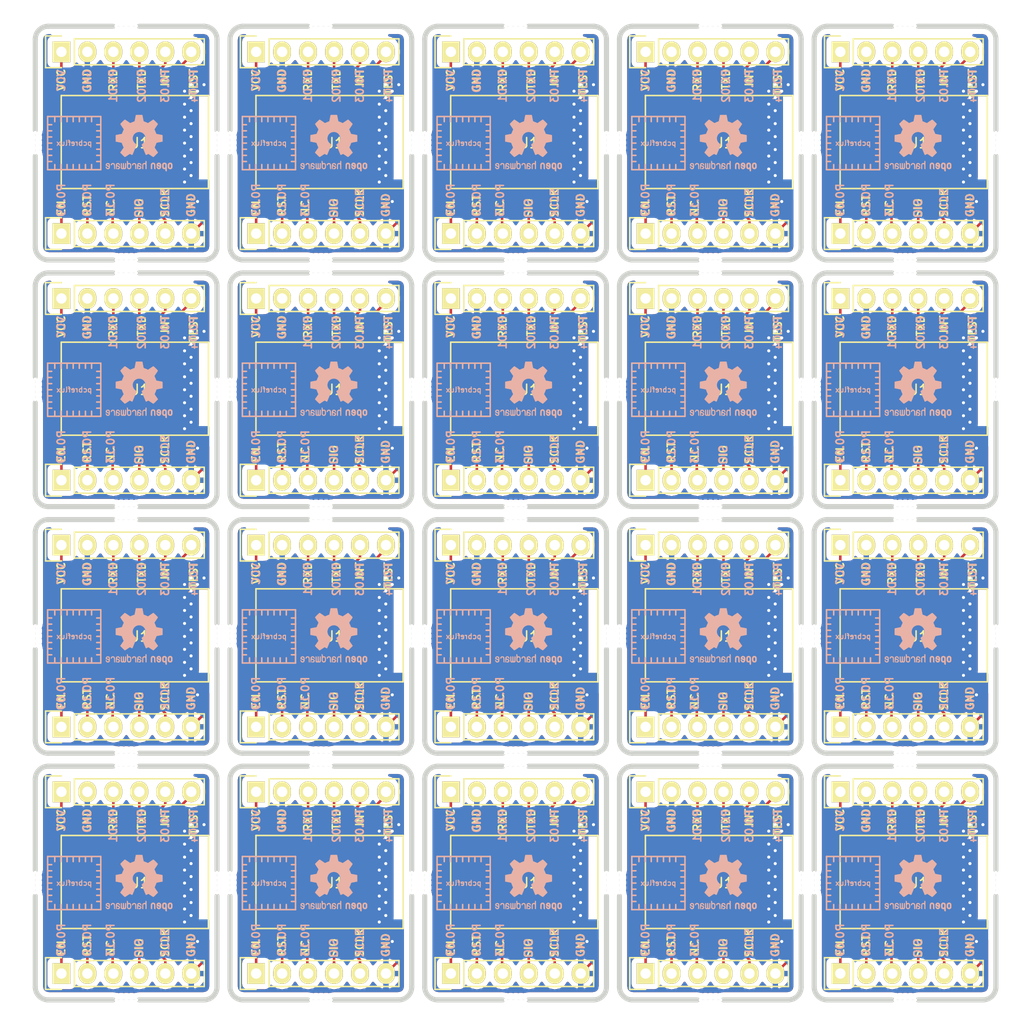
<source format=kicad_pcb>
(kicad_pcb (version 4) (host pcbnew 4.1.0-alpha+201608131231+7028~46~ubuntu16.04.1-product)
  (layers (0 F.Cu signal hide) (31 B.Cu signal hide) (34 B.Paste user hide) (35 F.Paste user hide) (36 B.SilkS user) (37 F.SilkS user hide) (38 B.Mask user) (39 F.Mask user) (44 Edge.Cuts user))
  (net 0 "")
  (net 1 "Net-(P1-Pad1)")
  (net 2 "Net-(P1-Pad3)")
  (net 3 "Net-(P1-Pad4)")
  (net 4 "Net-(P1-Pad5)")
  (net 5 "Net-(P1-Pad6)")
  (net 6 "Net-(P2-Pad1)")
  (net 7 "Net-(P2-Pad2)")
  (net 8 "Net-(P2-Pad3)")
  (net 9 "Net-(P2-Pad4)")
  (net 10 "Net-(P2-Pad5)")
  (net 11 GND)
  (module module:Via-0.6mm (layer F.Cu) (at 95.105 95.49)
    (fp_text reference REF** hide)
    (fp_text value Via-0.6mm hide)
    (pad 1 thru_hole circle (at 0 0) (size 0.6 0.6) (drill 0.3) (layers *.Cu) (net 11 GND))
  )
  (module module:Via-0.6mm (layer F.Cu) (at 95.74 94.855)
    (fp_text reference REF** hide)
    (fp_text value Via-0.6mm hide)
    (pad 1 thru_hole circle (at 0 0) (size 0.6 0.6) (drill 0.3) (layers *.Cu) (net 11 GND))
  )
  (module module:Via-0.6mm (layer F.Cu) (at 95.105 94.22)
    (fp_text reference REF** hide)
    (fp_text value Via-0.6mm hide)
    (pad 1 thru_hole circle (at 0 0) (size 0.6 0.6) (drill 0.3) (layers *.Cu) (net 11 GND))
  )
  (module module:Via-0.6mm (layer F.Cu) (at 95.74 96.125)
    (fp_text reference REF** hide)
    (fp_text value Via-0.6mm hide)
    (pad 1 thru_hole circle (at 0 0) (size 0.6 0.6) (drill 0.3) (layers *.Cu) (net 11 GND))
  )
  (module module:Via-0.6mm (layer F.Cu) (at 95.74 98.665)
    (fp_text reference REF** hide)
    (fp_text value Via-0.6mm hide)
    (pad 1 thru_hole circle (at 0 0) (size 0.6 0.6) (drill 0.3) (layers *.Cu) (net 11 GND))
  )
  (module module:Via-0.6mm (layer F.Cu) (at 95.74 99.935)
    (fp_text reference REF** hide)
    (fp_text value Via-0.6mm hide)
    (pad 1 thru_hole circle (at 0 0) (size 0.6 0.6) (drill 0.3) (layers *.Cu) (net 11 GND))
  )
  (module module:Via-0.6mm (layer F.Cu) (at 95.105 99.3)
    (fp_text reference REF** hide)
    (fp_text value Via-0.6mm hide)
    (pad 1 thru_hole circle (at 0 0) (size 0.6 0.6) (drill 0.3) (layers *.Cu) (net 11 GND))
  )
  (module module:Via-0.6mm (layer F.Cu) (at 114.79 99.935)
    (fp_text reference REF** hide)
    (fp_text value Via-0.6mm hide)
    (pad 1 thru_hole circle (at 0 0) (size 0.6 0.6) (drill 0.3) (layers *.Cu) (net 11 GND))
  )
  (module module:Via-0.6mm (layer F.Cu) (at 114.79 97.395)
    (fp_text reference REF** hide)
    (fp_text value Via-0.6mm hide)
    (pad 1 thru_hole circle (at 0 0) (size 0.6 0.6) (drill 0.3) (layers *.Cu) (net 11 GND))
  )
  (module module:Via-0.6mm (layer F.Cu) (at 114.155 99.3)
    (fp_text reference REF** hide)
    (fp_text value Via-0.6mm hide)
    (pad 1 thru_hole circle (at 0 0) (size 0.6 0.6) (drill 0.3) (layers *.Cu) (net 11 GND))
  )
  (module module:Via-0.6mm (layer F.Cu) (at 114.79 98.665)
    (fp_text reference REF** hide)
    (fp_text value Via-0.6mm hide)
    (pad 1 thru_hole circle (at 0 0) (size 0.6 0.6) (drill 0.3) (layers *.Cu) (net 11 GND))
  )
  (module module:Via-0.6mm (layer F.Cu) (at 114.155 96.76)
    (fp_text reference REF** hide)
    (fp_text value Via-0.6mm hide)
    (pad 1 thru_hole circle (at 0 0) (size 0.6 0.6) (drill 0.3) (layers *.Cu) (net 11 GND))
  )
  (module module:Via-0.6mm (layer F.Cu) (at 114.155 95.49)
    (fp_text reference REF** hide)
    (fp_text value Via-0.6mm hide)
    (pad 1 thru_hole circle (at 0 0) (size 0.6 0.6) (drill 0.3) (layers *.Cu) (net 11 GND))
  )
  (module module:Via-0.6mm (layer F.Cu) (at 114.155 98.03)
    (fp_text reference REF** hide)
    (fp_text value Via-0.6mm hide)
    (pad 1 thru_hole circle (at 0 0) (size 0.6 0.6) (drill 0.3) (layers *.Cu) (net 11 GND))
  )
  (module module:Via-0.6mm (layer F.Cu) (at 114.155 94.22)
    (fp_text reference REF** hide)
    (fp_text value Via-0.6mm hide)
    (pad 1 thru_hole circle (at 0 0) (size 0.6 0.6) (drill 0.3) (layers *.Cu) (net 11 GND))
  )
  (module module:Via-0.6mm (layer F.Cu) (at 114.79 93.585)
    (fp_text reference REF** hide)
    (fp_text value Via-0.6mm hide)
    (pad 1 thru_hole circle (at 0 0) (size 0.6 0.6) (drill 0.3) (layers *.Cu) (net 11 GND))
  )
  (module module:Via-0.6mm (layer F.Cu) (at 114.79 94.855)
    (fp_text reference REF** hide)
    (fp_text value Via-0.6mm hide)
    (pad 1 thru_hole circle (at 0 0) (size 0.6 0.6) (drill 0.3) (layers *.Cu) (net 11 GND))
  )
  (module module:Via-0.6mm (layer F.Cu) (at 114.79 96.125)
    (fp_text reference REF** hide)
    (fp_text value Via-0.6mm hide)
    (pad 1 thru_hole circle (at 0 0) (size 0.6 0.6) (drill 0.3) (layers *.Cu) (net 11 GND))
  )
  (module Pin_Headers:Pin_Header_Straight_1x06 (layer F.Cu) (at 102.11 89.1 90)
    (fp_text reference P1 hide)
    (fp_text value CONN_01X06 hide)
    (pad 1 thru_hole rect (at 0 0 90) (size 2.032 1.7272) (drill 1.016) (layers *.Cu *.Mask F.SilkS) (net 1 "Net-(P1-Pad1)"))
    (pad 2 thru_hole oval (at 0 2.54 90) (size 2.032 1.7272) (drill 1.016) (layers *.Cu *.Mask F.SilkS) (net 11 GND))
    (pad 3 thru_hole oval (at 0 5.08 90) (size 2.032 1.7272) (drill 1.016) (layers *.Cu *.Mask F.SilkS) (net 2 "Net-(P1-Pad3)"))
    (pad 4 thru_hole oval (at 0 7.62 90) (size 2.032 1.7272) (drill 1.016) (layers *.Cu *.Mask F.SilkS) (net 3 "Net-(P1-Pad4)"))
    (pad 5 thru_hole oval (at 0 10.16 90) (size 2.032 1.7272) (drill 1.016) (layers *.Cu *.Mask F.SilkS) (net 4 "Net-(P1-Pad5)"))
    (pad 6 thru_hole oval (at 0 12.7 90) (size 2.032 1.7272) (drill 1.016) (layers *.Cu *.Mask F.SilkS) (net 5 "Net-(P1-Pad6)"))
  )
  (module module:Via-0.6mm (layer F.Cu) (at 114.79 101.205)
    (fp_text reference REF** hide)
    (fp_text value Via-0.6mm hide)
    (pad 1 thru_hole circle (at 0 0) (size 0.6 0.6) (drill 0.3) (layers *.Cu) (net 11 GND))
  )
  (module module:Via-0.6mm (layer F.Cu) (at 114.155 100.57)
    (fp_text reference REF** hide)
    (fp_text value Via-0.6mm hide)
    (pad 1 thru_hole circle (at 0 0) (size 0.6 0.6) (drill 0.3) (layers *.Cu) (net 11 GND))
  )
  (module module:Via-0.6mm (layer F.Cu) (at 115.425 103.745)
    (fp_text reference REF** hide)
    (fp_text value Via-0.6mm hide)
    (pad 1 thru_hole circle (at 0 0) (size 0.6 0.6) (drill 0.3) (layers *.Cu) (net 11 GND))
  )
  (module module:Via-0.6mm (layer F.Cu) (at 114.155 101.84)
    (fp_text reference REF** hide)
    (fp_text value Via-0.6mm hide)
    (pad 1 thru_hole circle (at 0 0) (size 0.6 0.6) (drill 0.3) (layers *.Cu) (net 11 GND))
  )
  (module Pin_Headers:Pin_Header_Straight_1x06 (layer F.Cu) (at 102.11 106.88 90)
    (fp_text reference P2 hide)
    (fp_text value CONN_01X06 hide)
    (pad 1 thru_hole rect (at 0 0 90) (size 2.032 1.7272) (drill 1.016) (layers *.Cu *.Mask F.SilkS) (net 6 "Net-(P2-Pad1)"))
    (pad 2 thru_hole oval (at 0 2.54 90) (size 2.032 1.7272) (drill 1.016) (layers *.Cu *.Mask F.SilkS) (net 7 "Net-(P2-Pad2)"))
    (pad 3 thru_hole oval (at 0 5.08 90) (size 2.032 1.7272) (drill 1.016) (layers *.Cu *.Mask F.SilkS) (net 8 "Net-(P2-Pad3)"))
    (pad 4 thru_hole oval (at 0 7.62 90) (size 2.032 1.7272) (drill 1.016) (layers *.Cu *.Mask F.SilkS) (net 9 "Net-(P2-Pad4)"))
    (pad 5 thru_hole oval (at 0 10.16 90) (size 2.032 1.7272) (drill 1.016) (layers *.Cu *.Mask F.SilkS) (net 10 "Net-(P2-Pad5)"))
    (pad 6 thru_hole oval (at 0 12.7 90) (size 2.032 1.7272) (drill 1.016) (layers *.Cu *.Mask F.SilkS) (net 11 GND))
  )
  (module module:Via-0.6mm (layer F.Cu) (at 115.425 79.615)
    (fp_text reference REF** hide)
    (fp_text value Via-0.6mm hide)
    (pad 1 thru_hole circle (at 0 0) (size 0.6 0.6) (drill 0.3) (layers *.Cu) (net 11 GND))
  )
  (module module:Via-0.6mm (layer F.Cu) (at 114.155 72.63)
    (fp_text reference REF** hide)
    (fp_text value Via-0.6mm hide)
    (pad 1 thru_hole circle (at 0 0) (size 0.6 0.6) (drill 0.3) (layers *.Cu) (net 11 GND))
  )
  (module module:Via-0.6mm (layer F.Cu) (at 114.79 73.265)
    (fp_text reference REF** hide)
    (fp_text value Via-0.6mm hide)
    (pad 1 thru_hole circle (at 0 0) (size 0.6 0.6) (drill 0.3) (layers *.Cu) (net 11 GND))
  )
  (module module:Via-0.6mm (layer F.Cu) (at 114.155 77.71)
    (fp_text reference REF** hide)
    (fp_text value Via-0.6mm hide)
    (pad 1 thru_hole circle (at 0 0) (size 0.6 0.6) (drill 0.3) (layers *.Cu) (net 11 GND))
  )
  (module module:Via-0.6mm (layer F.Cu) (at 114.155 75.17)
    (fp_text reference REF** hide)
    (fp_text value Via-0.6mm hide)
    (pad 1 thru_hole circle (at 0 0) (size 0.6 0.6) (drill 0.3) (layers *.Cu) (net 11 GND))
  )
  (module module:Via-0.6mm (layer F.Cu) (at 114.155 76.44)
    (fp_text reference REF** hide)
    (fp_text value Via-0.6mm hide)
    (pad 1 thru_hole circle (at 0 0) (size 0.6 0.6) (drill 0.3) (layers *.Cu) (net 11 GND))
  )
  (module module:Via-0.6mm (layer F.Cu) (at 114.79 75.805)
    (fp_text reference REF** hide)
    (fp_text value Via-0.6mm hide)
    (pad 1 thru_hole circle (at 0 0) (size 0.6 0.6) (drill 0.3) (layers *.Cu) (net 11 GND))
  )
  (module module:Via-0.6mm (layer F.Cu) (at 114.79 77.075)
    (fp_text reference REF** hide)
    (fp_text value Via-0.6mm hide)
    (pad 1 thru_hole circle (at 0 0) (size 0.6 0.6) (drill 0.3) (layers *.Cu) (net 11 GND))
  )
  (module module:Via-0.6mm (layer F.Cu) (at 115.425 92.95)
    (fp_text reference REF** hide)
    (fp_text value Via-0.6mm hide)
    (pad 1 thru_hole circle (at 0 0) (size 0.6 0.6) (drill 0.3) (layers *.Cu) (net 11 GND))
  )
  (module module:Via-0.6mm (layer F.Cu) (at 114.79 92.315)
    (fp_text reference REF** hide)
    (fp_text value Via-0.6mm hide)
    (pad 1 thru_hole circle (at 0 0) (size 0.6 0.6) (drill 0.3) (layers *.Cu) (net 11 GND))
  )
  (module module:Via-0.6mm (layer F.Cu) (at 116.06 92.315)
    (fp_text reference REF** hide)
    (fp_text value Via-0.6mm hide)
    (pad 1 thru_hole circle (at 0 0) (size 0.6 0.6) (drill 0.3) (layers *.Cu) (net 11 GND))
  )
  (module module:Via-0.6mm (layer F.Cu) (at 114.155 92.95)
    (fp_text reference REF** hide)
    (fp_text value Via-0.6mm hide)
    (pad 1 thru_hole circle (at 0 0) (size 0.6 0.6) (drill 0.3) (layers *.Cu) (net 11 GND))
  )
  (module module:Via-0.6mm (layer F.Cu) (at 115.425 68.82)
    (fp_text reference REF** hide)
    (fp_text value Via-0.6mm hide)
    (pad 1 thru_hole circle (at 0 0) (size 0.6 0.6) (drill 0.3) (layers *.Cu) (net 11 GND))
  )
  (module module:Via-0.6mm (layer F.Cu) (at 114.155 68.82)
    (fp_text reference REF** hide)
    (fp_text value Via-0.6mm hide)
    (pad 1 thru_hole circle (at 0 0) (size 0.6 0.6) (drill 0.3) (layers *.Cu) (net 11 GND))
  )
  (module module:Via-0.6mm (layer F.Cu) (at 114.79 68.185)
    (fp_text reference REF** hide)
    (fp_text value Via-0.6mm hide)
    (pad 1 thru_hole circle (at 0 0) (size 0.6 0.6) (drill 0.3) (layers *.Cu) (net 11 GND))
  )
  (module Pin_Headers:Pin_Header_Straight_1x06 (layer F.Cu) (at 102.11 64.97 90)
    (fp_text reference P1 hide)
    (fp_text value CONN_01X06 hide)
    (pad 1 thru_hole rect (at 0 0 90) (size 2.032 1.7272) (drill 1.016) (layers *.Cu *.Mask F.SilkS) (net 1 "Net-(P1-Pad1)"))
    (pad 2 thru_hole oval (at 0 2.54 90) (size 2.032 1.7272) (drill 1.016) (layers *.Cu *.Mask F.SilkS) (net 11 GND))
    (pad 3 thru_hole oval (at 0 5.08 90) (size 2.032 1.7272) (drill 1.016) (layers *.Cu *.Mask F.SilkS) (net 2 "Net-(P1-Pad3)"))
    (pad 4 thru_hole oval (at 0 7.62 90) (size 2.032 1.7272) (drill 1.016) (layers *.Cu *.Mask F.SilkS) (net 3 "Net-(P1-Pad4)"))
    (pad 5 thru_hole oval (at 0 10.16 90) (size 2.032 1.7272) (drill 1.016) (layers *.Cu *.Mask F.SilkS) (net 4 "Net-(P1-Pad5)"))
    (pad 6 thru_hole oval (at 0 12.7 90) (size 2.032 1.7272) (drill 1.016) (layers *.Cu *.Mask F.SilkS) (net 5 "Net-(P1-Pad6)"))
  )
  (module module:Via-0.6mm (layer F.Cu) (at 116.06 68.185)
    (fp_text reference REF** hide)
    (fp_text value Via-0.6mm hide)
    (pad 1 thru_hole circle (at 0 0) (size 0.6 0.6) (drill 0.3) (layers *.Cu) (net 11 GND))
  )
  (module module:Via-0.6mm (layer F.Cu) (at 114.155 73.9)
    (fp_text reference REF** hide)
    (fp_text value Via-0.6mm hide)
    (pad 1 thru_hole circle (at 0 0) (size 0.6 0.6) (drill 0.3) (layers *.Cu) (net 11 GND))
  )
  (module Pin_Headers:Pin_Header_Straight_1x06 (layer F.Cu) (at 102.11 82.75 90)
    (fp_text reference P2 hide)
    (fp_text value CONN_01X06 hide)
    (pad 1 thru_hole rect (at 0 0 90) (size 2.032 1.7272) (drill 1.016) (layers *.Cu *.Mask F.SilkS) (net 6 "Net-(P2-Pad1)"))
    (pad 2 thru_hole oval (at 0 2.54 90) (size 2.032 1.7272) (drill 1.016) (layers *.Cu *.Mask F.SilkS) (net 7 "Net-(P2-Pad2)"))
    (pad 3 thru_hole oval (at 0 5.08 90) (size 2.032 1.7272) (drill 1.016) (layers *.Cu *.Mask F.SilkS) (net 8 "Net-(P2-Pad3)"))
    (pad 4 thru_hole oval (at 0 7.62 90) (size 2.032 1.7272) (drill 1.016) (layers *.Cu *.Mask F.SilkS) (net 9 "Net-(P2-Pad4)"))
    (pad 5 thru_hole oval (at 0 10.16 90) (size 2.032 1.7272) (drill 1.016) (layers *.Cu *.Mask F.SilkS) (net 10 "Net-(P2-Pad5)"))
    (pad 6 thru_hole oval (at 0 12.7 90) (size 2.032 1.7272) (drill 1.016) (layers *.Cu *.Mask F.SilkS) (net 11 GND))
  )
  (module module:Via-0.6mm (layer F.Cu) (at 114.79 74.535)
    (fp_text reference REF** hide)
    (fp_text value Via-0.6mm hide)
    (pad 1 thru_hole circle (at 0 0) (size 0.6 0.6) (drill 0.3) (layers *.Cu) (net 11 GND))
  )
  (module module:Via-0.6mm (layer F.Cu) (at 114.155 71.36)
    (fp_text reference REF** hide)
    (fp_text value Via-0.6mm hide)
    (pad 1 thru_hole circle (at 0 0) (size 0.6 0.6) (drill 0.3) (layers *.Cu) (net 11 GND))
  )
  (module module:Via-0.6mm (layer F.Cu) (at 114.79 70.725)
    (fp_text reference REF** hide)
    (fp_text value Via-0.6mm hide)
    (pad 1 thru_hole circle (at 0 0) (size 0.6 0.6) (drill 0.3) (layers *.Cu) (net 11 GND))
  )
  (module module:Via-0.6mm (layer F.Cu) (at 114.79 69.455)
    (fp_text reference REF** hide)
    (fp_text value Via-0.6mm hide)
    (pad 1 thru_hole circle (at 0 0) (size 0.6 0.6) (drill 0.3) (layers *.Cu) (net 11 GND))
  )
  (module module:Via-0.6mm (layer F.Cu) (at 114.79 71.995)
    (fp_text reference REF** hide)
    (fp_text value Via-0.6mm hide)
    (pad 1 thru_hole circle (at 0 0) (size 0.6 0.6) (drill 0.3) (layers *.Cu) (net 11 GND))
  )
  (module module:Via-0.6mm (layer F.Cu) (at 114.155 70.09)
    (fp_text reference REF** hide)
    (fp_text value Via-0.6mm hide)
    (pad 1 thru_hole circle (at 0 0) (size 0.6 0.6) (drill 0.3) (layers *.Cu) (net 11 GND))
  )
  (module module:Via-0.6mm (layer F.Cu) (at 96.375 92.95)
    (fp_text reference REF** hide)
    (fp_text value Via-0.6mm hide)
    (pad 1 thru_hole circle (at 0 0) (size 0.6 0.6) (drill 0.3) (layers *.Cu) (net 11 GND))
  )
  (module module:Via-0.6mm (layer F.Cu) (at 97.01 92.315)
    (fp_text reference REF** hide)
    (fp_text value Via-0.6mm hide)
    (pad 1 thru_hole circle (at 0 0) (size 0.6 0.6) (drill 0.3) (layers *.Cu) (net 11 GND))
  )
  (module module:Via-0.6mm (layer F.Cu) (at 95.105 92.95)
    (fp_text reference REF** hide)
    (fp_text value Via-0.6mm hide)
    (pad 1 thru_hole circle (at 0 0) (size 0.6 0.6) (drill 0.3) (layers *.Cu) (net 11 GND))
  )
  (module module:Via-0.6mm (layer F.Cu) (at 95.74 93.585)
    (fp_text reference REF** hide)
    (fp_text value Via-0.6mm hide)
    (pad 1 thru_hole circle (at 0 0) (size 0.6 0.6) (drill 0.3) (layers *.Cu) (net 11 GND))
  )
  (module module:Via-0.6mm (layer F.Cu) (at 95.74 92.315)
    (fp_text reference REF** hide)
    (fp_text value Via-0.6mm hide)
    (pad 1 thru_hole circle (at 0 0) (size 0.6 0.6) (drill 0.3) (layers *.Cu) (net 11 GND))
  )
  (module Pin_Headers:Pin_Header_Straight_1x06 (layer F.Cu) (at 83.06 89.1 90)
    (fp_text reference P1 hide)
    (fp_text value CONN_01X06 hide)
    (pad 1 thru_hole rect (at 0 0 90) (size 2.032 1.7272) (drill 1.016) (layers *.Cu *.Mask F.SilkS) (net 1 "Net-(P1-Pad1)"))
    (pad 2 thru_hole oval (at 0 2.54 90) (size 2.032 1.7272) (drill 1.016) (layers *.Cu *.Mask F.SilkS) (net 11 GND))
    (pad 3 thru_hole oval (at 0 5.08 90) (size 2.032 1.7272) (drill 1.016) (layers *.Cu *.Mask F.SilkS) (net 2 "Net-(P1-Pad3)"))
    (pad 4 thru_hole oval (at 0 7.62 90) (size 2.032 1.7272) (drill 1.016) (layers *.Cu *.Mask F.SilkS) (net 3 "Net-(P1-Pad4)"))
    (pad 5 thru_hole oval (at 0 10.16 90) (size 2.032 1.7272) (drill 1.016) (layers *.Cu *.Mask F.SilkS) (net 4 "Net-(P1-Pad5)"))
    (pad 6 thru_hole oval (at 0 12.7 90) (size 2.032 1.7272) (drill 1.016) (layers *.Cu *.Mask F.SilkS) (net 5 "Net-(P1-Pad6)"))
  )
  (module module:Via-0.6mm (layer F.Cu) (at 95.105 96.76)
    (fp_text reference REF** hide)
    (fp_text value Via-0.6mm hide)
    (pad 1 thru_hole circle (at 0 0) (size 0.6 0.6) (drill 0.3) (layers *.Cu) (net 11 GND))
  )
  (module Pin_Headers:Pin_Header_Straight_1x06 (layer F.Cu) (at 83.06 106.88 90)
    (fp_text reference P2 hide)
    (fp_text value CONN_01X06 hide)
    (pad 1 thru_hole rect (at 0 0 90) (size 2.032 1.7272) (drill 1.016) (layers *.Cu *.Mask F.SilkS) (net 6 "Net-(P2-Pad1)"))
    (pad 2 thru_hole oval (at 0 2.54 90) (size 2.032 1.7272) (drill 1.016) (layers *.Cu *.Mask F.SilkS) (net 7 "Net-(P2-Pad2)"))
    (pad 3 thru_hole oval (at 0 5.08 90) (size 2.032 1.7272) (drill 1.016) (layers *.Cu *.Mask F.SilkS) (net 8 "Net-(P2-Pad3)"))
    (pad 4 thru_hole oval (at 0 7.62 90) (size 2.032 1.7272) (drill 1.016) (layers *.Cu *.Mask F.SilkS) (net 9 "Net-(P2-Pad4)"))
    (pad 5 thru_hole oval (at 0 10.16 90) (size 2.032 1.7272) (drill 1.016) (layers *.Cu *.Mask F.SilkS) (net 10 "Net-(P2-Pad5)"))
    (pad 6 thru_hole oval (at 0 12.7 90) (size 2.032 1.7272) (drill 1.016) (layers *.Cu *.Mask F.SilkS) (net 11 GND))
  )
  (module module:Via-0.6mm (layer F.Cu) (at 95.105 98.03)
    (fp_text reference REF** hide)
    (fp_text value Via-0.6mm hide)
    (pad 1 thru_hole circle (at 0 0) (size 0.6 0.6) (drill 0.3) (layers *.Cu) (net 11 GND))
  )
  (module module:Via-0.6mm (layer F.Cu) (at 95.74 97.395)
    (fp_text reference REF** hide)
    (fp_text value Via-0.6mm hide)
    (pad 1 thru_hole circle (at 0 0) (size 0.6 0.6) (drill 0.3) (layers *.Cu) (net 11 GND))
  )
  (module module:Via-0.6mm (layer F.Cu) (at 96.375 103.745)
    (fp_text reference REF** hide)
    (fp_text value Via-0.6mm hide)
    (pad 1 thru_hole circle (at 0 0) (size 0.6 0.6) (drill 0.3) (layers *.Cu) (net 11 GND))
  )
  (module module:Via-0.6mm (layer F.Cu) (at 95.105 101.84)
    (fp_text reference REF** hide)
    (fp_text value Via-0.6mm hide)
    (pad 1 thru_hole circle (at 0 0) (size 0.6 0.6) (drill 0.3) (layers *.Cu) (net 11 GND))
  )
  (module module:Via-0.6mm (layer F.Cu) (at 95.105 100.57)
    (fp_text reference REF** hide)
    (fp_text value Via-0.6mm hide)
    (pad 1 thru_hole circle (at 0 0) (size 0.6 0.6) (drill 0.3) (layers *.Cu) (net 11 GND))
  )
  (module module:Via-0.6mm (layer F.Cu) (at 95.74 101.205)
    (fp_text reference REF** hide)
    (fp_text value Via-0.6mm hide)
    (pad 1 thru_hole circle (at 0 0) (size 0.6 0.6) (drill 0.3) (layers *.Cu) (net 11 GND))
  )
  (module module:Via-0.6mm (layer F.Cu) (at 76.055 95.49)
    (fp_text reference REF** hide)
    (fp_text value Via-0.6mm hide)
    (pad 1 thru_hole circle (at 0 0) (size 0.6 0.6) (drill 0.3) (layers *.Cu) (net 11 GND))
  )
  (module module:Via-0.6mm (layer F.Cu) (at 76.055 94.22)
    (fp_text reference REF** hide)
    (fp_text value Via-0.6mm hide)
    (pad 1 thru_hole circle (at 0 0) (size 0.6 0.6) (drill 0.3) (layers *.Cu) (net 11 GND))
  )
  (module module:Via-0.6mm (layer F.Cu) (at 76.69 93.585)
    (fp_text reference REF** hide)
    (fp_text value Via-0.6mm hide)
    (pad 1 thru_hole circle (at 0 0) (size 0.6 0.6) (drill 0.3) (layers *.Cu) (net 11 GND))
  )
  (module module:Via-0.6mm (layer F.Cu) (at 76.69 94.855)
    (fp_text reference REF** hide)
    (fp_text value Via-0.6mm hide)
    (pad 1 thru_hole circle (at 0 0) (size 0.6 0.6) (drill 0.3) (layers *.Cu) (net 11 GND))
  )
  (module module:Via-0.6mm (layer F.Cu) (at 76.055 92.95)
    (fp_text reference REF** hide)
    (fp_text value Via-0.6mm hide)
    (pad 1 thru_hole circle (at 0 0) (size 0.6 0.6) (drill 0.3) (layers *.Cu) (net 11 GND))
  )
  (module module:Via-0.6mm (layer F.Cu) (at 77.325 92.95)
    (fp_text reference REF** hide)
    (fp_text value Via-0.6mm hide)
    (pad 1 thru_hole circle (at 0 0) (size 0.6 0.6) (drill 0.3) (layers *.Cu) (net 11 GND))
  )
  (module module:Via-0.6mm (layer F.Cu) (at 77.96 92.315)
    (fp_text reference REF** hide)
    (fp_text value Via-0.6mm hide)
    (pad 1 thru_hole circle (at 0 0) (size 0.6 0.6) (drill 0.3) (layers *.Cu) (net 11 GND))
  )
  (module module:Via-0.6mm (layer F.Cu) (at 76.69 92.315)
    (fp_text reference REF** hide)
    (fp_text value Via-0.6mm hide)
    (pad 1 thru_hole circle (at 0 0) (size 0.6 0.6) (drill 0.3) (layers *.Cu) (net 11 GND))
  )
  (module module:Via-0.6mm (layer F.Cu) (at 76.69 99.935)
    (fp_text reference REF** hide)
    (fp_text value Via-0.6mm hide)
    (pad 1 thru_hole circle (at 0 0) (size 0.6 0.6) (drill 0.3) (layers *.Cu) (net 11 GND))
  )
  (module module:Via-0.6mm (layer F.Cu) (at 76.69 101.205)
    (fp_text reference REF** hide)
    (fp_text value Via-0.6mm hide)
    (pad 1 thru_hole circle (at 0 0) (size 0.6 0.6) (drill 0.3) (layers *.Cu) (net 11 GND))
  )
  (module module:Via-0.6mm (layer F.Cu) (at 76.055 99.3)
    (fp_text reference REF** hide)
    (fp_text value Via-0.6mm hide)
    (pad 1 thru_hole circle (at 0 0) (size 0.6 0.6) (drill 0.3) (layers *.Cu) (net 11 GND))
  )
  (module module:Via-0.6mm (layer F.Cu) (at 76.055 100.57)
    (fp_text reference REF** hide)
    (fp_text value Via-0.6mm hide)
    (pad 1 thru_hole circle (at 0 0) (size 0.6 0.6) (drill 0.3) (layers *.Cu) (net 11 GND))
  )
  (module module:Via-0.6mm (layer F.Cu) (at 76.69 97.395)
    (fp_text reference REF** hide)
    (fp_text value Via-0.6mm hide)
    (pad 1 thru_hole circle (at 0 0) (size 0.6 0.6) (drill 0.3) (layers *.Cu) (net 11 GND))
  )
  (module module:Via-0.6mm (layer F.Cu) (at 76.69 98.665)
    (fp_text reference REF** hide)
    (fp_text value Via-0.6mm hide)
    (pad 1 thru_hole circle (at 0 0) (size 0.6 0.6) (drill 0.3) (layers *.Cu) (net 11 GND))
  )
  (module module:Via-0.6mm (layer F.Cu) (at 76.055 98.03)
    (fp_text reference REF** hide)
    (fp_text value Via-0.6mm hide)
    (pad 1 thru_hole circle (at 0 0) (size 0.6 0.6) (drill 0.3) (layers *.Cu) (net 11 GND))
  )
  (module module:Via-0.6mm (layer F.Cu) (at 95.74 74.535)
    (fp_text reference REF** hide)
    (fp_text value Via-0.6mm hide)
    (pad 1 thru_hole circle (at 0 0) (size 0.6 0.6) (drill 0.3) (layers *.Cu) (net 11 GND))
  )
  (module module:Via-0.6mm (layer F.Cu) (at 95.74 71.995)
    (fp_text reference REF** hide)
    (fp_text value Via-0.6mm hide)
    (pad 1 thru_hole circle (at 0 0) (size 0.6 0.6) (drill 0.3) (layers *.Cu) (net 11 GND))
  )
  (module Pin_Headers:Pin_Header_Straight_1x06 (layer F.Cu) (at 83.06 82.75 90)
    (fp_text reference P2 hide)
    (fp_text value CONN_01X06 hide)
    (pad 1 thru_hole rect (at 0 0 90) (size 2.032 1.7272) (drill 1.016) (layers *.Cu *.Mask F.SilkS) (net 6 "Net-(P2-Pad1)"))
    (pad 2 thru_hole oval (at 0 2.54 90) (size 2.032 1.7272) (drill 1.016) (layers *.Cu *.Mask F.SilkS) (net 7 "Net-(P2-Pad2)"))
    (pad 3 thru_hole oval (at 0 5.08 90) (size 2.032 1.7272) (drill 1.016) (layers *.Cu *.Mask F.SilkS) (net 8 "Net-(P2-Pad3)"))
    (pad 4 thru_hole oval (at 0 7.62 90) (size 2.032 1.7272) (drill 1.016) (layers *.Cu *.Mask F.SilkS) (net 9 "Net-(P2-Pad4)"))
    (pad 5 thru_hole oval (at 0 10.16 90) (size 2.032 1.7272) (drill 1.016) (layers *.Cu *.Mask F.SilkS) (net 10 "Net-(P2-Pad5)"))
    (pad 6 thru_hole oval (at 0 12.7 90) (size 2.032 1.7272) (drill 1.016) (layers *.Cu *.Mask F.SilkS) (net 11 GND))
  )
  (module module:Via-0.6mm (layer F.Cu) (at 76.055 72.63)
    (fp_text reference REF** hide)
    (fp_text value Via-0.6mm hide)
    (pad 1 thru_hole circle (at 0 0) (size 0.6 0.6) (drill 0.3) (layers *.Cu) (net 11 GND))
  )
  (module module:Via-0.6mm (layer F.Cu) (at 76.69 71.995)
    (fp_text reference REF** hide)
    (fp_text value Via-0.6mm hide)
    (pad 1 thru_hole circle (at 0 0) (size 0.6 0.6) (drill 0.3) (layers *.Cu) (net 11 GND))
  )
  (module module:Via-0.6mm (layer F.Cu) (at 76.055 71.36)
    (fp_text reference REF** hide)
    (fp_text value Via-0.6mm hide)
    (pad 1 thru_hole circle (at 0 0) (size 0.6 0.6) (drill 0.3) (layers *.Cu) (net 11 GND))
  )
  (module module:Via-0.6mm (layer F.Cu) (at 95.105 73.9)
    (fp_text reference REF** hide)
    (fp_text value Via-0.6mm hide)
    (pad 1 thru_hole circle (at 0 0) (size 0.6 0.6) (drill 0.3) (layers *.Cu) (net 11 GND))
  )
  (module module:Via-0.6mm (layer F.Cu) (at 95.105 71.36)
    (fp_text reference REF** hide)
    (fp_text value Via-0.6mm hide)
    (pad 1 thru_hole circle (at 0 0) (size 0.6 0.6) (drill 0.3) (layers *.Cu) (net 11 GND))
  )
  (module module:Via-0.6mm (layer F.Cu) (at 95.105 75.17)
    (fp_text reference REF** hide)
    (fp_text value Via-0.6mm hide)
    (pad 1 thru_hole circle (at 0 0) (size 0.6 0.6) (drill 0.3) (layers *.Cu) (net 11 GND))
  )
  (module module:Via-0.6mm (layer F.Cu) (at 95.105 72.63)
    (fp_text reference REF** hide)
    (fp_text value Via-0.6mm hide)
    (pad 1 thru_hole circle (at 0 0) (size 0.6 0.6) (drill 0.3) (layers *.Cu) (net 11 GND))
  )
  (module module:Via-0.6mm (layer F.Cu) (at 95.74 73.265)
    (fp_text reference REF** hide)
    (fp_text value Via-0.6mm hide)
    (pad 1 thru_hole circle (at 0 0) (size 0.6 0.6) (drill 0.3) (layers *.Cu) (net 11 GND))
  )
  (module module:Via-0.6mm (layer F.Cu) (at 95.105 70.09)
    (fp_text reference REF** hide)
    (fp_text value Via-0.6mm hide)
    (pad 1 thru_hole circle (at 0 0) (size 0.6 0.6) (drill 0.3) (layers *.Cu) (net 11 GND))
  )
  (module module:Via-0.6mm (layer F.Cu) (at 95.74 69.455)
    (fp_text reference REF** hide)
    (fp_text value Via-0.6mm hide)
    (pad 1 thru_hole circle (at 0 0) (size 0.6 0.6) (drill 0.3) (layers *.Cu) (net 11 GND))
  )
  (module module:Via-0.6mm (layer F.Cu) (at 95.74 70.725)
    (fp_text reference REF** hide)
    (fp_text value Via-0.6mm hide)
    (pad 1 thru_hole circle (at 0 0) (size 0.6 0.6) (drill 0.3) (layers *.Cu) (net 11 GND))
  )
  (module module:Via-0.6mm (layer F.Cu) (at 76.69 70.725)
    (fp_text reference REF** hide)
    (fp_text value Via-0.6mm hide)
    (pad 1 thru_hole circle (at 0 0) (size 0.6 0.6) (drill 0.3) (layers *.Cu) (net 11 GND))
  )
  (module module:Via-0.6mm (layer F.Cu) (at 76.055 70.09)
    (fp_text reference REF** hide)
    (fp_text value Via-0.6mm hide)
    (pad 1 thru_hole circle (at 0 0) (size 0.6 0.6) (drill 0.3) (layers *.Cu) (net 11 GND))
  )
  (module module:Via-0.6mm (layer F.Cu) (at 76.69 69.455)
    (fp_text reference REF** hide)
    (fp_text value Via-0.6mm hide)
    (pad 1 thru_hole circle (at 0 0) (size 0.6 0.6) (drill 0.3) (layers *.Cu) (net 11 GND))
  )
  (module module:Via-0.6mm (layer F.Cu) (at 77.325 68.82)
    (fp_text reference REF** hide)
    (fp_text value Via-0.6mm hide)
    (pad 1 thru_hole circle (at 0 0) (size 0.6 0.6) (drill 0.3) (layers *.Cu) (net 11 GND))
  )
  (module module:Via-0.6mm (layer F.Cu) (at 76.69 68.185)
    (fp_text reference REF** hide)
    (fp_text value Via-0.6mm hide)
    (pad 1 thru_hole circle (at 0 0) (size 0.6 0.6) (drill 0.3) (layers *.Cu) (net 11 GND))
  )
  (module module:Via-0.6mm (layer F.Cu) (at 76.055 68.82)
    (fp_text reference REF** hide)
    (fp_text value Via-0.6mm hide)
    (pad 1 thru_hole circle (at 0 0) (size 0.6 0.6) (drill 0.3) (layers *.Cu) (net 11 GND))
  )
  (module module:Via-0.6mm (layer F.Cu) (at 77.96 68.185)
    (fp_text reference REF** hide)
    (fp_text value Via-0.6mm hide)
    (pad 1 thru_hole circle (at 0 0) (size 0.6 0.6) (drill 0.3) (layers *.Cu) (net 11 GND))
  )
  (module module:Via-0.6mm (layer F.Cu) (at 95.74 77.075)
    (fp_text reference REF** hide)
    (fp_text value Via-0.6mm hide)
    (pad 1 thru_hole circle (at 0 0) (size 0.6 0.6) (drill 0.3) (layers *.Cu) (net 11 GND))
  )
  (module module:Via-0.6mm (layer F.Cu) (at 95.105 77.71)
    (fp_text reference REF** hide)
    (fp_text value Via-0.6mm hide)
    (pad 1 thru_hole circle (at 0 0) (size 0.6 0.6) (drill 0.3) (layers *.Cu) (net 11 GND))
  )
  (module module:Via-0.6mm (layer F.Cu) (at 95.105 76.44)
    (fp_text reference REF** hide)
    (fp_text value Via-0.6mm hide)
    (pad 1 thru_hole circle (at 0 0) (size 0.6 0.6) (drill 0.3) (layers *.Cu) (net 11 GND))
  )
  (module module:Via-0.6mm (layer F.Cu) (at 96.375 79.615)
    (fp_text reference REF** hide)
    (fp_text value Via-0.6mm hide)
    (pad 1 thru_hole circle (at 0 0) (size 0.6 0.6) (drill 0.3) (layers *.Cu) (net 11 GND))
  )
  (module module:Via-0.6mm (layer F.Cu) (at 95.74 75.805)
    (fp_text reference REF** hide)
    (fp_text value Via-0.6mm hide)
    (pad 1 thru_hole circle (at 0 0) (size 0.6 0.6) (drill 0.3) (layers *.Cu) (net 11 GND))
  )
  (module Pin_Headers:Pin_Header_Straight_1x06 (layer F.Cu) (at 83.06 64.97 90)
    (fp_text reference P1 hide)
    (fp_text value CONN_01X06 hide)
    (pad 1 thru_hole rect (at 0 0 90) (size 2.032 1.7272) (drill 1.016) (layers *.Cu *.Mask F.SilkS) (net 1 "Net-(P1-Pad1)"))
    (pad 2 thru_hole oval (at 0 2.54 90) (size 2.032 1.7272) (drill 1.016) (layers *.Cu *.Mask F.SilkS) (net 11 GND))
    (pad 3 thru_hole oval (at 0 5.08 90) (size 2.032 1.7272) (drill 1.016) (layers *.Cu *.Mask F.SilkS) (net 2 "Net-(P1-Pad3)"))
    (pad 4 thru_hole oval (at 0 7.62 90) (size 2.032 1.7272) (drill 1.016) (layers *.Cu *.Mask F.SilkS) (net 3 "Net-(P1-Pad4)"))
    (pad 5 thru_hole oval (at 0 10.16 90) (size 2.032 1.7272) (drill 1.016) (layers *.Cu *.Mask F.SilkS) (net 4 "Net-(P1-Pad5)"))
    (pad 6 thru_hole oval (at 0 12.7 90) (size 2.032 1.7272) (drill 1.016) (layers *.Cu *.Mask F.SilkS) (net 5 "Net-(P1-Pad6)"))
  )
  (module module:Via-0.6mm (layer F.Cu) (at 97.01 68.185)
    (fp_text reference REF** hide)
    (fp_text value Via-0.6mm hide)
    (pad 1 thru_hole circle (at 0 0) (size 0.6 0.6) (drill 0.3) (layers *.Cu) (net 11 GND))
  )
  (module module:Via-0.6mm (layer F.Cu) (at 95.74 68.185)
    (fp_text reference REF** hide)
    (fp_text value Via-0.6mm hide)
    (pad 1 thru_hole circle (at 0 0) (size 0.6 0.6) (drill 0.3) (layers *.Cu) (net 11 GND))
  )
  (module module:Via-0.6mm (layer F.Cu) (at 96.375 68.82)
    (fp_text reference REF** hide)
    (fp_text value Via-0.6mm hide)
    (pad 1 thru_hole circle (at 0 0) (size 0.6 0.6) (drill 0.3) (layers *.Cu) (net 11 GND))
  )
  (module module:Via-0.6mm (layer F.Cu) (at 95.105 68.82)
    (fp_text reference REF** hide)
    (fp_text value Via-0.6mm hide)
    (pad 1 thru_hole circle (at 0 0) (size 0.6 0.6) (drill 0.3) (layers *.Cu) (net 11 GND))
  )
  (module module:Via-0.6mm (layer F.Cu) (at 38.59 71.995)
    (fp_text reference REF** hide)
    (fp_text value Via-0.6mm hide)
    (pad 1 thru_hole circle (at 0 0) (size 0.6 0.6) (drill 0.3) (layers *.Cu) (net 11 GND))
  )
  (module module:Via-0.6mm (layer F.Cu) (at 38.59 69.455)
    (fp_text reference REF** hide)
    (fp_text value Via-0.6mm hide)
    (pad 1 thru_hole circle (at 0 0) (size 0.6 0.6) (drill 0.3) (layers *.Cu) (net 11 GND))
  )
  (module module:Via-0.6mm (layer F.Cu) (at 38.59 70.725)
    (fp_text reference REF** hide)
    (fp_text value Via-0.6mm hide)
    (pad 1 thru_hole circle (at 0 0) (size 0.6 0.6) (drill 0.3) (layers *.Cu) (net 11 GND))
  )
  (module module:Via-0.6mm (layer F.Cu) (at 37.955 70.09)
    (fp_text reference REF** hide)
    (fp_text value Via-0.6mm hide)
    (pad 1 thru_hole circle (at 0 0) (size 0.6 0.6) (drill 0.3) (layers *.Cu) (net 11 GND))
  )
  (module module:Via-0.6mm (layer F.Cu) (at 37.955 72.63)
    (fp_text reference REF** hide)
    (fp_text value Via-0.6mm hide)
    (pad 1 thru_hole circle (at 0 0) (size 0.6 0.6) (drill 0.3) (layers *.Cu) (net 11 GND))
  )
  (module module:Via-0.6mm (layer F.Cu) (at 38.59 73.265)
    (fp_text reference REF** hide)
    (fp_text value Via-0.6mm hide)
    (pad 1 thru_hole circle (at 0 0) (size 0.6 0.6) (drill 0.3) (layers *.Cu) (net 11 GND))
  )
  (module module:Via-0.6mm (layer F.Cu) (at 37.955 68.82)
    (fp_text reference REF** hide)
    (fp_text value Via-0.6mm hide)
    (pad 1 thru_hole circle (at 0 0) (size 0.6 0.6) (drill 0.3) (layers *.Cu) (net 11 GND))
  )
  (module module:Via-0.6mm (layer F.Cu) (at 39.86 68.185)
    (fp_text reference REF** hide)
    (fp_text value Via-0.6mm hide)
    (pad 1 thru_hole circle (at 0 0) (size 0.6 0.6) (drill 0.3) (layers *.Cu) (net 11 GND))
  )
  (module module:Via-0.6mm (layer F.Cu) (at 38.59 68.185)
    (fp_text reference REF** hide)
    (fp_text value Via-0.6mm hide)
    (pad 1 thru_hole circle (at 0 0) (size 0.6 0.6) (drill 0.3) (layers *.Cu) (net 11 GND))
  )
  (module module:Via-0.6mm (layer F.Cu) (at 37.955 71.36)
    (fp_text reference REF** hide)
    (fp_text value Via-0.6mm hide)
    (pad 1 thru_hole circle (at 0 0) (size 0.6 0.6) (drill 0.3) (layers *.Cu) (net 11 GND))
  )
  (module module:Via-0.6mm (layer F.Cu) (at 39.225 68.82)
    (fp_text reference REF** hide)
    (fp_text value Via-0.6mm hide)
    (pad 1 thru_hole circle (at 0 0) (size 0.6 0.6) (drill 0.3) (layers *.Cu) (net 11 GND))
  )
  (module Pin_Headers:Pin_Header_Straight_1x06 (layer F.Cu) (at 25.91 64.97 90)
    (fp_text reference P1 hide)
    (fp_text value CONN_01X06 hide)
    (pad 1 thru_hole rect (at 0 0 90) (size 2.032 1.7272) (drill 1.016) (layers *.Cu *.Mask F.SilkS) (net 1 "Net-(P1-Pad1)"))
    (pad 2 thru_hole oval (at 0 2.54 90) (size 2.032 1.7272) (drill 1.016) (layers *.Cu *.Mask F.SilkS) (net 11 GND))
    (pad 3 thru_hole oval (at 0 5.08 90) (size 2.032 1.7272) (drill 1.016) (layers *.Cu *.Mask F.SilkS) (net 2 "Net-(P1-Pad3)"))
    (pad 4 thru_hole oval (at 0 7.62 90) (size 2.032 1.7272) (drill 1.016) (layers *.Cu *.Mask F.SilkS) (net 3 "Net-(P1-Pad4)"))
    (pad 5 thru_hole oval (at 0 10.16 90) (size 2.032 1.7272) (drill 1.016) (layers *.Cu *.Mask F.SilkS) (net 4 "Net-(P1-Pad5)"))
    (pad 6 thru_hole oval (at 0 12.7 90) (size 2.032 1.7272) (drill 1.016) (layers *.Cu *.Mask F.SilkS) (net 5 "Net-(P1-Pad6)"))
  )
  (module module:Via-0.6mm (layer F.Cu) (at 38.59 77.075)
    (fp_text reference REF** hide)
    (fp_text value Via-0.6mm hide)
    (pad 1 thru_hole circle (at 0 0) (size 0.6 0.6) (drill 0.3) (layers *.Cu) (net 11 GND))
  )
  (module module:Via-0.6mm (layer F.Cu) (at 37.955 76.44)
    (fp_text reference REF** hide)
    (fp_text value Via-0.6mm hide)
    (pad 1 thru_hole circle (at 0 0) (size 0.6 0.6) (drill 0.3) (layers *.Cu) (net 11 GND))
  )
  (module module:Via-0.6mm (layer F.Cu) (at 37.955 75.17)
    (fp_text reference REF** hide)
    (fp_text value Via-0.6mm hide)
    (pad 1 thru_hole circle (at 0 0) (size 0.6 0.6) (drill 0.3) (layers *.Cu) (net 11 GND))
  )
  (module module:Via-0.6mm (layer F.Cu) (at 39.225 79.615)
    (fp_text reference REF** hide)
    (fp_text value Via-0.6mm hide)
    (pad 1 thru_hole circle (at 0 0) (size 0.6 0.6) (drill 0.3) (layers *.Cu) (net 11 GND))
  )
  (module module:Via-0.6mm (layer F.Cu) (at 37.955 77.71)
    (fp_text reference REF** hide)
    (fp_text value Via-0.6mm hide)
    (pad 1 thru_hole circle (at 0 0) (size 0.6 0.6) (drill 0.3) (layers *.Cu) (net 11 GND))
  )
  (module module:Via-0.6mm (layer F.Cu) (at 38.59 75.805)
    (fp_text reference REF** hide)
    (fp_text value Via-0.6mm hide)
    (pad 1 thru_hole circle (at 0 0) (size 0.6 0.6) (drill 0.3) (layers *.Cu) (net 11 GND))
  )
  (module module:Via-0.6mm (layer F.Cu) (at 38.59 74.535)
    (fp_text reference REF** hide)
    (fp_text value Via-0.6mm hide)
    (pad 1 thru_hole circle (at 0 0) (size 0.6 0.6) (drill 0.3) (layers *.Cu) (net 11 GND))
  )
  (module module:Via-0.6mm (layer F.Cu) (at 37.955 73.9)
    (fp_text reference REF** hide)
    (fp_text value Via-0.6mm hide)
    (pad 1 thru_hole circle (at 0 0) (size 0.6 0.6) (drill 0.3) (layers *.Cu) (net 11 GND))
  )
  (module Pin_Headers:Pin_Header_Straight_1x06 (layer F.Cu) (at 25.91 82.75 90)
    (fp_text reference P2 hide)
    (fp_text value CONN_01X06 hide)
    (pad 1 thru_hole rect (at 0 0 90) (size 2.032 1.7272) (drill 1.016) (layers *.Cu *.Mask F.SilkS) (net 6 "Net-(P2-Pad1)"))
    (pad 2 thru_hole oval (at 0 2.54 90) (size 2.032 1.7272) (drill 1.016) (layers *.Cu *.Mask F.SilkS) (net 7 "Net-(P2-Pad2)"))
    (pad 3 thru_hole oval (at 0 5.08 90) (size 2.032 1.7272) (drill 1.016) (layers *.Cu *.Mask F.SilkS) (net 8 "Net-(P2-Pad3)"))
    (pad 4 thru_hole oval (at 0 7.62 90) (size 2.032 1.7272) (drill 1.016) (layers *.Cu *.Mask F.SilkS) (net 9 "Net-(P2-Pad4)"))
    (pad 5 thru_hole oval (at 0 10.16 90) (size 2.032 1.7272) (drill 1.016) (layers *.Cu *.Mask F.SilkS) (net 10 "Net-(P2-Pad5)"))
    (pad 6 thru_hole oval (at 0 12.7 90) (size 2.032 1.7272) (drill 1.016) (layers *.Cu *.Mask F.SilkS) (net 11 GND))
  )
  (module Pin_Headers:Pin_Header_Straight_1x06 (layer F.Cu) (at 44.96 64.97 90)
    (fp_text reference P1 hide)
    (fp_text value CONN_01X06 hide)
    (pad 1 thru_hole rect (at 0 0 90) (size 2.032 1.7272) (drill 1.016) (layers *.Cu *.Mask F.SilkS) (net 1 "Net-(P1-Pad1)"))
    (pad 2 thru_hole oval (at 0 2.54 90) (size 2.032 1.7272) (drill 1.016) (layers *.Cu *.Mask F.SilkS) (net 11 GND))
    (pad 3 thru_hole oval (at 0 5.08 90) (size 2.032 1.7272) (drill 1.016) (layers *.Cu *.Mask F.SilkS) (net 2 "Net-(P1-Pad3)"))
    (pad 4 thru_hole oval (at 0 7.62 90) (size 2.032 1.7272) (drill 1.016) (layers *.Cu *.Mask F.SilkS) (net 3 "Net-(P1-Pad4)"))
    (pad 5 thru_hole oval (at 0 10.16 90) (size 2.032 1.7272) (drill 1.016) (layers *.Cu *.Mask F.SilkS) (net 4 "Net-(P1-Pad5)"))
    (pad 6 thru_hole oval (at 0 12.7 90) (size 2.032 1.7272) (drill 1.016) (layers *.Cu *.Mask F.SilkS) (net 5 "Net-(P1-Pad6)"))
  )
  (module module:Via-0.6mm (layer F.Cu) (at 57.64 74.535)
    (fp_text reference REF** hide)
    (fp_text value Via-0.6mm hide)
    (pad 1 thru_hole circle (at 0 0) (size 0.6 0.6) (drill 0.3) (layers *.Cu) (net 11 GND))
  )
  (module module:Via-0.6mm (layer F.Cu) (at 57.005 73.9)
    (fp_text reference REF** hide)
    (fp_text value Via-0.6mm hide)
    (pad 1 thru_hole circle (at 0 0) (size 0.6 0.6) (drill 0.3) (layers *.Cu) (net 11 GND))
  )
  (module Pin_Headers:Pin_Header_Straight_1x06 (layer F.Cu) (at 44.96 106.88 90)
    (fp_text reference P2 hide)
    (fp_text value CONN_01X06 hide)
    (pad 1 thru_hole rect (at 0 0 90) (size 2.032 1.7272) (drill 1.016) (layers *.Cu *.Mask F.SilkS) (net 6 "Net-(P2-Pad1)"))
    (pad 2 thru_hole oval (at 0 2.54 90) (size 2.032 1.7272) (drill 1.016) (layers *.Cu *.Mask F.SilkS) (net 7 "Net-(P2-Pad2)"))
    (pad 3 thru_hole oval (at 0 5.08 90) (size 2.032 1.7272) (drill 1.016) (layers *.Cu *.Mask F.SilkS) (net 8 "Net-(P2-Pad3)"))
    (pad 4 thru_hole oval (at 0 7.62 90) (size 2.032 1.7272) (drill 1.016) (layers *.Cu *.Mask F.SilkS) (net 9 "Net-(P2-Pad4)"))
    (pad 5 thru_hole oval (at 0 10.16 90) (size 2.032 1.7272) (drill 1.016) (layers *.Cu *.Mask F.SilkS) (net 10 "Net-(P2-Pad5)"))
    (pad 6 thru_hole oval (at 0 12.7 90) (size 2.032 1.7272) (drill 1.016) (layers *.Cu *.Mask F.SilkS) (net 11 GND))
  )
  (module module:Via-0.6mm (layer F.Cu) (at 58.275 103.745)
    (fp_text reference REF** hide)
    (fp_text value Via-0.6mm hide)
    (pad 1 thru_hole circle (at 0 0) (size 0.6 0.6) (drill 0.3) (layers *.Cu) (net 11 GND))
  )
  (module module:Via-0.6mm (layer F.Cu) (at 57.64 101.205)
    (fp_text reference REF** hide)
    (fp_text value Via-0.6mm hide)
    (pad 1 thru_hole circle (at 0 0) (size 0.6 0.6) (drill 0.3) (layers *.Cu) (net 11 GND))
  )
  (module module:Via-0.6mm (layer F.Cu) (at 57.64 99.935)
    (fp_text reference REF** hide)
    (fp_text value Via-0.6mm hide)
    (pad 1 thru_hole circle (at 0 0) (size 0.6 0.6) (drill 0.3) (layers *.Cu) (net 11 GND))
  )
  (module module:Via-0.6mm (layer F.Cu) (at 57.64 98.665)
    (fp_text reference REF** hide)
    (fp_text value Via-0.6mm hide)
    (pad 1 thru_hole circle (at 0 0) (size 0.6 0.6) (drill 0.3) (layers *.Cu) (net 11 GND))
  )
  (module module:Via-0.6mm (layer F.Cu) (at 57.64 97.395)
    (fp_text reference REF** hide)
    (fp_text value Via-0.6mm hide)
    (pad 1 thru_hole circle (at 0 0) (size 0.6 0.6) (drill 0.3) (layers *.Cu) (net 11 GND))
  )
  (module module:Via-0.6mm (layer F.Cu) (at 57.64 92.315)
    (fp_text reference REF** hide)
    (fp_text value Via-0.6mm hide)
    (pad 1 thru_hole circle (at 0 0) (size 0.6 0.6) (drill 0.3) (layers *.Cu) (net 11 GND))
  )
  (module module:Via-0.6mm (layer F.Cu) (at 58.91 92.315)
    (fp_text reference REF** hide)
    (fp_text value Via-0.6mm hide)
    (pad 1 thru_hole circle (at 0 0) (size 0.6 0.6) (drill 0.3) (layers *.Cu) (net 11 GND))
  )
  (module module:Via-0.6mm (layer F.Cu) (at 58.275 92.95)
    (fp_text reference REF** hide)
    (fp_text value Via-0.6mm hide)
    (pad 1 thru_hole circle (at 0 0) (size 0.6 0.6) (drill 0.3) (layers *.Cu) (net 11 GND))
  )
  (module module:Via-0.6mm (layer F.Cu) (at 57.64 96.125)
    (fp_text reference REF** hide)
    (fp_text value Via-0.6mm hide)
    (pad 1 thru_hole circle (at 0 0) (size 0.6 0.6) (drill 0.3) (layers *.Cu) (net 11 GND))
  )
  (module Pin_Headers:Pin_Header_Straight_1x06 (layer F.Cu) (at 64.01 89.1 90)
    (fp_text reference P1 hide)
    (fp_text value CONN_01X06 hide)
    (pad 1 thru_hole rect (at 0 0 90) (size 2.032 1.7272) (drill 1.016) (layers *.Cu *.Mask F.SilkS) (net 1 "Net-(P1-Pad1)"))
    (pad 2 thru_hole oval (at 0 2.54 90) (size 2.032 1.7272) (drill 1.016) (layers *.Cu *.Mask F.SilkS) (net 11 GND))
    (pad 3 thru_hole oval (at 0 5.08 90) (size 2.032 1.7272) (drill 1.016) (layers *.Cu *.Mask F.SilkS) (net 2 "Net-(P1-Pad3)"))
    (pad 4 thru_hole oval (at 0 7.62 90) (size 2.032 1.7272) (drill 1.016) (layers *.Cu *.Mask F.SilkS) (net 3 "Net-(P1-Pad4)"))
    (pad 5 thru_hole oval (at 0 10.16 90) (size 2.032 1.7272) (drill 1.016) (layers *.Cu *.Mask F.SilkS) (net 4 "Net-(P1-Pad5)"))
    (pad 6 thru_hole oval (at 0 12.7 90) (size 2.032 1.7272) (drill 1.016) (layers *.Cu *.Mask F.SilkS) (net 5 "Net-(P1-Pad6)"))
  )
  (module module:Via-0.6mm (layer F.Cu) (at 76.055 96.76)
    (fp_text reference REF** hide)
    (fp_text value Via-0.6mm hide)
    (pad 1 thru_hole circle (at 0 0) (size 0.6 0.6) (drill 0.3) (layers *.Cu) (net 11 GND))
  )
  (module module:Via-0.6mm (layer F.Cu) (at 76.69 96.125)
    (fp_text reference REF** hide)
    (fp_text value Via-0.6mm hide)
    (pad 1 thru_hole circle (at 0 0) (size 0.6 0.6) (drill 0.3) (layers *.Cu) (net 11 GND))
  )
  (module Pin_Headers:Pin_Header_Straight_1x06 (layer F.Cu) (at 64.01 106.88 90)
    (fp_text reference P2 hide)
    (fp_text value CONN_01X06 hide)
    (pad 1 thru_hole rect (at 0 0 90) (size 2.032 1.7272) (drill 1.016) (layers *.Cu *.Mask F.SilkS) (net 6 "Net-(P2-Pad1)"))
    (pad 2 thru_hole oval (at 0 2.54 90) (size 2.032 1.7272) (drill 1.016) (layers *.Cu *.Mask F.SilkS) (net 7 "Net-(P2-Pad2)"))
    (pad 3 thru_hole oval (at 0 5.08 90) (size 2.032 1.7272) (drill 1.016) (layers *.Cu *.Mask F.SilkS) (net 8 "Net-(P2-Pad3)"))
    (pad 4 thru_hole oval (at 0 7.62 90) (size 2.032 1.7272) (drill 1.016) (layers *.Cu *.Mask F.SilkS) (net 9 "Net-(P2-Pad4)"))
    (pad 5 thru_hole oval (at 0 10.16 90) (size 2.032 1.7272) (drill 1.016) (layers *.Cu *.Mask F.SilkS) (net 10 "Net-(P2-Pad5)"))
    (pad 6 thru_hole oval (at 0 12.7 90) (size 2.032 1.7272) (drill 1.016) (layers *.Cu *.Mask F.SilkS) (net 11 GND))
  )
  (module module:Via-0.6mm (layer F.Cu) (at 76.055 101.84)
    (fp_text reference REF** hide)
    (fp_text value Via-0.6mm hide)
    (pad 1 thru_hole circle (at 0 0) (size 0.6 0.6) (drill 0.3) (layers *.Cu) (net 11 GND))
  )
  (module module:Via-0.6mm (layer F.Cu) (at 77.325 103.745)
    (fp_text reference REF** hide)
    (fp_text value Via-0.6mm hide)
    (pad 1 thru_hole circle (at 0 0) (size 0.6 0.6) (drill 0.3) (layers *.Cu) (net 11 GND))
  )
  (module module:Via-0.6mm (layer F.Cu) (at 57.005 76.44)
    (fp_text reference REF** hide)
    (fp_text value Via-0.6mm hide)
    (pad 1 thru_hole circle (at 0 0) (size 0.6 0.6) (drill 0.3) (layers *.Cu) (net 11 GND))
  )
  (module module:Via-0.6mm (layer F.Cu) (at 58.275 79.615)
    (fp_text reference REF** hide)
    (fp_text value Via-0.6mm hide)
    (pad 1 thru_hole circle (at 0 0) (size 0.6 0.6) (drill 0.3) (layers *.Cu) (net 11 GND))
  )
  (module module:Via-0.6mm (layer F.Cu) (at 57.005 77.71)
    (fp_text reference REF** hide)
    (fp_text value Via-0.6mm hide)
    (pad 1 thru_hole circle (at 0 0) (size 0.6 0.6) (drill 0.3) (layers *.Cu) (net 11 GND))
  )
  (module module:Via-0.6mm (layer F.Cu) (at 57.64 75.805)
    (fp_text reference REF** hide)
    (fp_text value Via-0.6mm hide)
    (pad 1 thru_hole circle (at 0 0) (size 0.6 0.6) (drill 0.3) (layers *.Cu) (net 11 GND))
  )
  (module module:Via-0.6mm (layer F.Cu) (at 57.64 77.075)
    (fp_text reference REF** hide)
    (fp_text value Via-0.6mm hide)
    (pad 1 thru_hole circle (at 0 0) (size 0.6 0.6) (drill 0.3) (layers *.Cu) (net 11 GND))
  )
  (module module:Via-0.6mm (layer F.Cu) (at 57.005 75.17)
    (fp_text reference REF** hide)
    (fp_text value Via-0.6mm hide)
    (pad 1 thru_hole circle (at 0 0) (size 0.6 0.6) (drill 0.3) (layers *.Cu) (net 11 GND))
  )
  (module module:Via-0.6mm (layer F.Cu) (at 57.005 72.63)
    (fp_text reference REF** hide)
    (fp_text value Via-0.6mm hide)
    (pad 1 thru_hole circle (at 0 0) (size 0.6 0.6) (drill 0.3) (layers *.Cu) (net 11 GND))
  )
  (module module:Via-0.6mm (layer F.Cu) (at 76.055 73.9)
    (fp_text reference REF** hide)
    (fp_text value Via-0.6mm hide)
    (pad 1 thru_hole circle (at 0 0) (size 0.6 0.6) (drill 0.3) (layers *.Cu) (net 11 GND))
  )
  (module module:Via-0.6mm (layer F.Cu) (at 76.69 73.265)
    (fp_text reference REF** hide)
    (fp_text value Via-0.6mm hide)
    (pad 1 thru_hole circle (at 0 0) (size 0.6 0.6) (drill 0.3) (layers *.Cu) (net 11 GND))
  )
  (module module:Via-0.6mm (layer F.Cu) (at 76.69 74.535)
    (fp_text reference REF** hide)
    (fp_text value Via-0.6mm hide)
    (pad 1 thru_hole circle (at 0 0) (size 0.6 0.6) (drill 0.3) (layers *.Cu) (net 11 GND))
  )
  (module module:Via-0.6mm (layer F.Cu) (at 76.055 75.17)
    (fp_text reference REF** hide)
    (fp_text value Via-0.6mm hide)
    (pad 1 thru_hole circle (at 0 0) (size 0.6 0.6) (drill 0.3) (layers *.Cu) (net 11 GND))
  )
  (module module:Via-0.6mm (layer F.Cu) (at 57.64 71.995)
    (fp_text reference REF** hide)
    (fp_text value Via-0.6mm hide)
    (pad 1 thru_hole circle (at 0 0) (size 0.6 0.6) (drill 0.3) (layers *.Cu) (net 11 GND))
  )
  (module module:Via-0.6mm (layer F.Cu) (at 57.64 73.265)
    (fp_text reference REF** hide)
    (fp_text value Via-0.6mm hide)
    (pad 1 thru_hole circle (at 0 0) (size 0.6 0.6) (drill 0.3) (layers *.Cu) (net 11 GND))
  )
  (module module:Via-0.6mm (layer F.Cu) (at 58.91 68.185)
    (fp_text reference REF** hide)
    (fp_text value Via-0.6mm hide)
    (pad 1 thru_hole circle (at 0 0) (size 0.6 0.6) (drill 0.3) (layers *.Cu) (net 11 GND))
  )
  (module module:Via-0.6mm (layer F.Cu) (at 57.005 68.82)
    (fp_text reference REF** hide)
    (fp_text value Via-0.6mm hide)
    (pad 1 thru_hole circle (at 0 0) (size 0.6 0.6) (drill 0.3) (layers *.Cu) (net 11 GND))
  )
  (module module:Via-0.6mm (layer F.Cu) (at 57.64 68.185)
    (fp_text reference REF** hide)
    (fp_text value Via-0.6mm hide)
    (pad 1 thru_hole circle (at 0 0) (size 0.6 0.6) (drill 0.3) (layers *.Cu) (net 11 GND))
  )
  (module module:Via-0.6mm (layer F.Cu) (at 57.64 69.455)
    (fp_text reference REF** hide)
    (fp_text value Via-0.6mm hide)
    (pad 1 thru_hole circle (at 0 0) (size 0.6 0.6) (drill 0.3) (layers *.Cu) (net 11 GND))
  )
  (module module:Via-0.6mm (layer F.Cu) (at 58.275 68.82)
    (fp_text reference REF** hide)
    (fp_text value Via-0.6mm hide)
    (pad 1 thru_hole circle (at 0 0) (size 0.6 0.6) (drill 0.3) (layers *.Cu) (net 11 GND))
  )
  (module module:Via-0.6mm (layer F.Cu) (at 57.64 70.725)
    (fp_text reference REF** hide)
    (fp_text value Via-0.6mm hide)
    (pad 1 thru_hole circle (at 0 0) (size 0.6 0.6) (drill 0.3) (layers *.Cu) (net 11 GND))
  )
  (module module:Via-0.6mm (layer F.Cu) (at 57.005 70.09)
    (fp_text reference REF** hide)
    (fp_text value Via-0.6mm hide)
    (pad 1 thru_hole circle (at 0 0) (size 0.6 0.6) (drill 0.3) (layers *.Cu) (net 11 GND))
  )
  (module module:Via-0.6mm (layer F.Cu) (at 57.005 71.36)
    (fp_text reference REF** hide)
    (fp_text value Via-0.6mm hide)
    (pad 1 thru_hole circle (at 0 0) (size 0.6 0.6) (drill 0.3) (layers *.Cu) (net 11 GND))
  )
  (module module:Via-0.6mm (layer F.Cu) (at 77.325 79.615)
    (fp_text reference REF** hide)
    (fp_text value Via-0.6mm hide)
    (pad 1 thru_hole circle (at 0 0) (size 0.6 0.6) (drill 0.3) (layers *.Cu) (net 11 GND))
  )
  (module Pin_Headers:Pin_Header_Straight_1x06 (layer F.Cu) (at 64.01 82.75 90)
    (fp_text reference P2 hide)
    (fp_text value CONN_01X06 hide)
    (pad 1 thru_hole rect (at 0 0 90) (size 2.032 1.7272) (drill 1.016) (layers *.Cu *.Mask F.SilkS) (net 6 "Net-(P2-Pad1)"))
    (pad 2 thru_hole oval (at 0 2.54 90) (size 2.032 1.7272) (drill 1.016) (layers *.Cu *.Mask F.SilkS) (net 7 "Net-(P2-Pad2)"))
    (pad 3 thru_hole oval (at 0 5.08 90) (size 2.032 1.7272) (drill 1.016) (layers *.Cu *.Mask F.SilkS) (net 8 "Net-(P2-Pad3)"))
    (pad 4 thru_hole oval (at 0 7.62 90) (size 2.032 1.7272) (drill 1.016) (layers *.Cu *.Mask F.SilkS) (net 9 "Net-(P2-Pad4)"))
    (pad 5 thru_hole oval (at 0 10.16 90) (size 2.032 1.7272) (drill 1.016) (layers *.Cu *.Mask F.SilkS) (net 10 "Net-(P2-Pad5)"))
    (pad 6 thru_hole oval (at 0 12.7 90) (size 2.032 1.7272) (drill 1.016) (layers *.Cu *.Mask F.SilkS) (net 11 GND))
  )
  (module Pin_Headers:Pin_Header_Straight_1x06 (layer F.Cu) (at 64.01 64.97 90)
    (fp_text reference P1 hide)
    (fp_text value CONN_01X06 hide)
    (pad 1 thru_hole rect (at 0 0 90) (size 2.032 1.7272) (drill 1.016) (layers *.Cu *.Mask F.SilkS) (net 1 "Net-(P1-Pad1)"))
    (pad 2 thru_hole oval (at 0 2.54 90) (size 2.032 1.7272) (drill 1.016) (layers *.Cu *.Mask F.SilkS) (net 11 GND))
    (pad 3 thru_hole oval (at 0 5.08 90) (size 2.032 1.7272) (drill 1.016) (layers *.Cu *.Mask F.SilkS) (net 2 "Net-(P1-Pad3)"))
    (pad 4 thru_hole oval (at 0 7.62 90) (size 2.032 1.7272) (drill 1.016) (layers *.Cu *.Mask F.SilkS) (net 3 "Net-(P1-Pad4)"))
    (pad 5 thru_hole oval (at 0 10.16 90) (size 2.032 1.7272) (drill 1.016) (layers *.Cu *.Mask F.SilkS) (net 4 "Net-(P1-Pad5)"))
    (pad 6 thru_hole oval (at 0 12.7 90) (size 2.032 1.7272) (drill 1.016) (layers *.Cu *.Mask F.SilkS) (net 5 "Net-(P1-Pad6)"))
  )
  (module module:Via-0.6mm (layer F.Cu) (at 76.055 77.71)
    (fp_text reference REF** hide)
    (fp_text value Via-0.6mm hide)
    (pad 1 thru_hole circle (at 0 0) (size 0.6 0.6) (drill 0.3) (layers *.Cu) (net 11 GND))
  )
  (module module:Via-0.6mm (layer F.Cu) (at 76.055 76.44)
    (fp_text reference REF** hide)
    (fp_text value Via-0.6mm hide)
    (pad 1 thru_hole circle (at 0 0) (size 0.6 0.6) (drill 0.3) (layers *.Cu) (net 11 GND))
  )
  (module module:Via-0.6mm (layer F.Cu) (at 76.69 77.075)
    (fp_text reference REF** hide)
    (fp_text value Via-0.6mm hide)
    (pad 1 thru_hole circle (at 0 0) (size 0.6 0.6) (drill 0.3) (layers *.Cu) (net 11 GND))
  )
  (module module:Via-0.6mm (layer F.Cu) (at 76.69 75.805)
    (fp_text reference REF** hide)
    (fp_text value Via-0.6mm hide)
    (pad 1 thru_hole circle (at 0 0) (size 0.6 0.6) (drill 0.3) (layers *.Cu) (net 11 GND))
  )
  (module module:Via-0.6mm (layer F.Cu) (at 39.225 103.745)
    (fp_text reference REF** hide)
    (fp_text value Via-0.6mm hide)
    (pad 1 thru_hole circle (at 0 0) (size 0.6 0.6) (drill 0.3) (layers *.Cu) (net 11 GND))
  )
  (module Pin_Headers:Pin_Header_Straight_1x06 (layer F.Cu) (at 25.91 106.88 90)
    (fp_text reference P2 hide)
    (fp_text value CONN_01X06 hide)
    (pad 1 thru_hole rect (at 0 0 90) (size 2.032 1.7272) (drill 1.016) (layers *.Cu *.Mask F.SilkS) (net 6 "Net-(P2-Pad1)"))
    (pad 2 thru_hole oval (at 0 2.54 90) (size 2.032 1.7272) (drill 1.016) (layers *.Cu *.Mask F.SilkS) (net 7 "Net-(P2-Pad2)"))
    (pad 3 thru_hole oval (at 0 5.08 90) (size 2.032 1.7272) (drill 1.016) (layers *.Cu *.Mask F.SilkS) (net 8 "Net-(P2-Pad3)"))
    (pad 4 thru_hole oval (at 0 7.62 90) (size 2.032 1.7272) (drill 1.016) (layers *.Cu *.Mask F.SilkS) (net 9 "Net-(P2-Pad4)"))
    (pad 5 thru_hole oval (at 0 10.16 90) (size 2.032 1.7272) (drill 1.016) (layers *.Cu *.Mask F.SilkS) (net 10 "Net-(P2-Pad5)"))
    (pad 6 thru_hole oval (at 0 12.7 90) (size 2.032 1.7272) (drill 1.016) (layers *.Cu *.Mask F.SilkS) (net 11 GND))
  )
  (module module:Via-0.6mm (layer F.Cu) (at 38.59 93.585)
    (fp_text reference REF** hide)
    (fp_text value Via-0.6mm hide)
    (pad 1 thru_hole circle (at 0 0) (size 0.6 0.6) (drill 0.3) (layers *.Cu) (net 11 GND))
  )
  (module module:Via-0.6mm (layer F.Cu) (at 38.59 101.205)
    (fp_text reference REF** hide)
    (fp_text value Via-0.6mm hide)
    (pad 1 thru_hole circle (at 0 0) (size 0.6 0.6) (drill 0.3) (layers *.Cu) (net 11 GND))
  )
  (module module:Via-0.6mm (layer F.Cu) (at 37.955 100.57)
    (fp_text reference REF** hide)
    (fp_text value Via-0.6mm hide)
    (pad 1 thru_hole circle (at 0 0) (size 0.6 0.6) (drill 0.3) (layers *.Cu) (net 11 GND))
  )
  (module module:Via-0.6mm (layer F.Cu) (at 37.955 101.84)
    (fp_text reference REF** hide)
    (fp_text value Via-0.6mm hide)
    (pad 1 thru_hole circle (at 0 0) (size 0.6 0.6) (drill 0.3) (layers *.Cu) (net 11 GND))
  )
  (module module:Via-0.6mm (layer F.Cu) (at 38.59 99.935)
    (fp_text reference REF** hide)
    (fp_text value Via-0.6mm hide)
    (pad 1 thru_hole circle (at 0 0) (size 0.6 0.6) (drill 0.3) (layers *.Cu) (net 11 GND))
  )
  (module module:Via-0.6mm (layer F.Cu) (at 38.59 98.665)
    (fp_text reference REF** hide)
    (fp_text value Via-0.6mm hide)
    (pad 1 thru_hole circle (at 0 0) (size 0.6 0.6) (drill 0.3) (layers *.Cu) (net 11 GND))
  )
  (module module:Via-0.6mm (layer F.Cu) (at 37.955 99.3)
    (fp_text reference REF** hide)
    (fp_text value Via-0.6mm hide)
    (pad 1 thru_hole circle (at 0 0) (size 0.6 0.6) (drill 0.3) (layers *.Cu) (net 11 GND))
  )
  (module module:Via-0.6mm (layer F.Cu) (at 37.955 98.03)
    (fp_text reference REF** hide)
    (fp_text value Via-0.6mm hide)
    (pad 1 thru_hole circle (at 0 0) (size 0.6 0.6) (drill 0.3) (layers *.Cu) (net 11 GND))
  )
  (module Pin_Headers:Pin_Header_Straight_1x06 (layer F.Cu) (at 25.91 89.1 90)
    (fp_text reference P1 hide)
    (fp_text value CONN_01X06 hide)
    (pad 1 thru_hole rect (at 0 0 90) (size 2.032 1.7272) (drill 1.016) (layers *.Cu *.Mask F.SilkS) (net 1 "Net-(P1-Pad1)"))
    (pad 2 thru_hole oval (at 0 2.54 90) (size 2.032 1.7272) (drill 1.016) (layers *.Cu *.Mask F.SilkS) (net 11 GND))
    (pad 3 thru_hole oval (at 0 5.08 90) (size 2.032 1.7272) (drill 1.016) (layers *.Cu *.Mask F.SilkS) (net 2 "Net-(P1-Pad3)"))
    (pad 4 thru_hole oval (at 0 7.62 90) (size 2.032 1.7272) (drill 1.016) (layers *.Cu *.Mask F.SilkS) (net 3 "Net-(P1-Pad4)"))
    (pad 5 thru_hole oval (at 0 10.16 90) (size 2.032 1.7272) (drill 1.016) (layers *.Cu *.Mask F.SilkS) (net 4 "Net-(P1-Pad5)"))
    (pad 6 thru_hole oval (at 0 12.7 90) (size 2.032 1.7272) (drill 1.016) (layers *.Cu *.Mask F.SilkS) (net 5 "Net-(P1-Pad6)"))
  )
  (module module:Via-0.6mm (layer F.Cu) (at 39.86 92.315)
    (fp_text reference REF** hide)
    (fp_text value Via-0.6mm hide)
    (pad 1 thru_hole circle (at 0 0) (size 0.6 0.6) (drill 0.3) (layers *.Cu) (net 11 GND))
  )
  (module module:Via-0.6mm (layer F.Cu) (at 37.955 92.95)
    (fp_text reference REF** hide)
    (fp_text value Via-0.6mm hide)
    (pad 1 thru_hole circle (at 0 0) (size 0.6 0.6) (drill 0.3) (layers *.Cu) (net 11 GND))
  )
  (module module:Via-0.6mm (layer F.Cu) (at 38.59 92.315)
    (fp_text reference REF** hide)
    (fp_text value Via-0.6mm hide)
    (pad 1 thru_hole circle (at 0 0) (size 0.6 0.6) (drill 0.3) (layers *.Cu) (net 11 GND))
  )
  (module module:Via-0.6mm (layer F.Cu) (at 39.225 92.95)
    (fp_text reference REF** hide)
    (fp_text value Via-0.6mm hide)
    (pad 1 thru_hole circle (at 0 0) (size 0.6 0.6) (drill 0.3) (layers *.Cu) (net 11 GND))
  )
  (module module:Via-0.6mm (layer F.Cu) (at 38.59 96.125)
    (fp_text reference REF** hide)
    (fp_text value Via-0.6mm hide)
    (pad 1 thru_hole circle (at 0 0) (size 0.6 0.6) (drill 0.3) (layers *.Cu) (net 11 GND))
  )
  (module module:Via-0.6mm (layer F.Cu) (at 38.59 94.855)
    (fp_text reference REF** hide)
    (fp_text value Via-0.6mm hide)
    (pad 1 thru_hole circle (at 0 0) (size 0.6 0.6) (drill 0.3) (layers *.Cu) (net 11 GND))
  )
  (module module:Via-0.6mm (layer F.Cu) (at 37.955 95.49)
    (fp_text reference REF** hide)
    (fp_text value Via-0.6mm hide)
    (pad 1 thru_hole circle (at 0 0) (size 0.6 0.6) (drill 0.3) (layers *.Cu) (net 11 GND))
  )
  (module module:Via-0.6mm (layer F.Cu) (at 37.955 94.22)
    (fp_text reference REF** hide)
    (fp_text value Via-0.6mm hide)
    (pad 1 thru_hole circle (at 0 0) (size 0.6 0.6) (drill 0.3) (layers *.Cu) (net 11 GND))
  )
  (module module:Via-0.6mm (layer F.Cu) (at 38.59 97.395)
    (fp_text reference REF** hide)
    (fp_text value Via-0.6mm hide)
    (pad 1 thru_hole circle (at 0 0) (size 0.6 0.6) (drill 0.3) (layers *.Cu) (net 11 GND))
  )
  (module module:Via-0.6mm (layer F.Cu) (at 37.955 96.76)
    (fp_text reference REF** hide)
    (fp_text value Via-0.6mm hide)
    (pad 1 thru_hole circle (at 0 0) (size 0.6 0.6) (drill 0.3) (layers *.Cu) (net 11 GND))
  )
  (module module:Via-0.6mm (layer F.Cu) (at 57.005 101.84)
    (fp_text reference REF** hide)
    (fp_text value Via-0.6mm hide)
    (pad 1 thru_hole circle (at 0 0) (size 0.6 0.6) (drill 0.3) (layers *.Cu) (net 11 GND))
  )
  (module module:Via-0.6mm (layer F.Cu) (at 57.005 95.49)
    (fp_text reference REF** hide)
    (fp_text value Via-0.6mm hide)
    (pad 1 thru_hole circle (at 0 0) (size 0.6 0.6) (drill 0.3) (layers *.Cu) (net 11 GND))
  )
  (module module:Via-0.6mm (layer F.Cu) (at 57.005 99.3)
    (fp_text reference REF** hide)
    (fp_text value Via-0.6mm hide)
    (pad 1 thru_hole circle (at 0 0) (size 0.6 0.6) (drill 0.3) (layers *.Cu) (net 11 GND))
  )
  (module module:Via-0.6mm (layer F.Cu) (at 57.005 96.76)
    (fp_text reference REF** hide)
    (fp_text value Via-0.6mm hide)
    (pad 1 thru_hole circle (at 0 0) (size 0.6 0.6) (drill 0.3) (layers *.Cu) (net 11 GND))
  )
  (module module:Via-0.6mm (layer F.Cu) (at 57.005 98.03)
    (fp_text reference REF** hide)
    (fp_text value Via-0.6mm hide)
    (pad 1 thru_hole circle (at 0 0) (size 0.6 0.6) (drill 0.3) (layers *.Cu) (net 11 GND))
  )
  (module Pin_Headers:Pin_Header_Straight_1x06 (layer F.Cu) (at 44.96 82.75 90)
    (fp_text reference P2 hide)
    (fp_text value CONN_01X06 hide)
    (pad 1 thru_hole rect (at 0 0 90) (size 2.032 1.7272) (drill 1.016) (layers *.Cu *.Mask F.SilkS) (net 6 "Net-(P2-Pad1)"))
    (pad 2 thru_hole oval (at 0 2.54 90) (size 2.032 1.7272) (drill 1.016) (layers *.Cu *.Mask F.SilkS) (net 7 "Net-(P2-Pad2)"))
    (pad 3 thru_hole oval (at 0 5.08 90) (size 2.032 1.7272) (drill 1.016) (layers *.Cu *.Mask F.SilkS) (net 8 "Net-(P2-Pad3)"))
    (pad 4 thru_hole oval (at 0 7.62 90) (size 2.032 1.7272) (drill 1.016) (layers *.Cu *.Mask F.SilkS) (net 9 "Net-(P2-Pad4)"))
    (pad 5 thru_hole oval (at 0 10.16 90) (size 2.032 1.7272) (drill 1.016) (layers *.Cu *.Mask F.SilkS) (net 10 "Net-(P2-Pad5)"))
    (pad 6 thru_hole oval (at 0 12.7 90) (size 2.032 1.7272) (drill 1.016) (layers *.Cu *.Mask F.SilkS) (net 11 GND))
  )
  (module Pin_Headers:Pin_Header_Straight_1x06 (layer F.Cu) (at 44.96 89.1 90)
    (fp_text reference P1 hide)
    (fp_text value CONN_01X06 hide)
    (pad 1 thru_hole rect (at 0 0 90) (size 2.032 1.7272) (drill 1.016) (layers *.Cu *.Mask F.SilkS) (net 1 "Net-(P1-Pad1)"))
    (pad 2 thru_hole oval (at 0 2.54 90) (size 2.032 1.7272) (drill 1.016) (layers *.Cu *.Mask F.SilkS) (net 11 GND))
    (pad 3 thru_hole oval (at 0 5.08 90) (size 2.032 1.7272) (drill 1.016) (layers *.Cu *.Mask F.SilkS) (net 2 "Net-(P1-Pad3)"))
    (pad 4 thru_hole oval (at 0 7.62 90) (size 2.032 1.7272) (drill 1.016) (layers *.Cu *.Mask F.SilkS) (net 3 "Net-(P1-Pad4)"))
    (pad 5 thru_hole oval (at 0 10.16 90) (size 2.032 1.7272) (drill 1.016) (layers *.Cu *.Mask F.SilkS) (net 4 "Net-(P1-Pad5)"))
    (pad 6 thru_hole oval (at 0 12.7 90) (size 2.032 1.7272) (drill 1.016) (layers *.Cu *.Mask F.SilkS) (net 5 "Net-(P1-Pad6)"))
  )
  (module module:Via-0.6mm (layer F.Cu) (at 57.005 92.95)
    (fp_text reference REF** hide)
    (fp_text value Via-0.6mm hide)
    (pad 1 thru_hole circle (at 0 0) (size 0.6 0.6) (drill 0.3) (layers *.Cu) (net 11 GND))
  )
  (module module:Via-0.6mm (layer F.Cu) (at 57.64 94.855)
    (fp_text reference REF** hide)
    (fp_text value Via-0.6mm hide)
    (pad 1 thru_hole circle (at 0 0) (size 0.6 0.6) (drill 0.3) (layers *.Cu) (net 11 GND))
  )
  (module module:Via-0.6mm (layer F.Cu) (at 57.64 93.585)
    (fp_text reference REF** hide)
    (fp_text value Via-0.6mm hide)
    (pad 1 thru_hole circle (at 0 0) (size 0.6 0.6) (drill 0.3) (layers *.Cu) (net 11 GND))
  )
  (module module:Via-0.6mm (layer F.Cu) (at 57.005 94.22)
    (fp_text reference REF** hide)
    (fp_text value Via-0.6mm hide)
    (pad 1 thru_hole circle (at 0 0) (size 0.6 0.6) (drill 0.3) (layers *.Cu) (net 11 GND))
  )
  (module module:Via-0.6mm (layer F.Cu) (at 57.005 100.57)
    (fp_text reference REF** hide)
    (fp_text value Via-0.6mm hide)
    (pad 1 thru_hole circle (at 0 0) (size 0.6 0.6) (drill 0.3) (layers *.Cu) (net 11 GND))
  )
  (module module:Via-0.6mm (layer F.Cu) (at 114.79 122.795)
    (fp_text reference REF** hide)
    (fp_text value Via-0.6mm hide)
    (pad 1 thru_hole circle (at 0 0) (size 0.6 0.6) (drill 0.3) (layers *.Cu) (net 11 GND))
  )
  (module module:Via-0.6mm (layer F.Cu) (at 114.155 122.16)
    (fp_text reference REF** hide)
    (fp_text value Via-0.6mm hide)
    (pad 1 thru_hole circle (at 0 0) (size 0.6 0.6) (drill 0.3) (layers *.Cu) (net 11 GND))
  )
  (module module:Via-0.6mm (layer F.Cu) (at 114.155 120.89)
    (fp_text reference REF** hide)
    (fp_text value Via-0.6mm hide)
    (pad 1 thru_hole circle (at 0 0) (size 0.6 0.6) (drill 0.3) (layers *.Cu) (net 11 GND))
  )
  (module module:Via-0.6mm (layer F.Cu) (at 114.155 119.62)
    (fp_text reference REF** hide)
    (fp_text value Via-0.6mm hide)
    (pad 1 thru_hole circle (at 0 0) (size 0.6 0.6) (drill 0.3) (layers *.Cu) (net 11 GND))
  )
  (module module:Via-0.6mm (layer F.Cu) (at 114.155 118.35)
    (fp_text reference REF** hide)
    (fp_text value Via-0.6mm hide)
    (pad 1 thru_hole circle (at 0 0) (size 0.6 0.6) (drill 0.3) (layers *.Cu) (net 11 GND))
  )
  (module module:Via-0.6mm (layer F.Cu) (at 114.79 117.715)
    (fp_text reference REF** hide)
    (fp_text value Via-0.6mm hide)
    (pad 1 thru_hole circle (at 0 0) (size 0.6 0.6) (drill 0.3) (layers *.Cu) (net 11 GND))
  )
  (module module:Via-0.6mm (layer F.Cu) (at 114.79 118.985)
    (fp_text reference REF** hide)
    (fp_text value Via-0.6mm hide)
    (pad 1 thru_hole circle (at 0 0) (size 0.6 0.6) (drill 0.3) (layers *.Cu) (net 11 GND))
  )
  (module module:Via-0.6mm (layer F.Cu) (at 114.79 120.255)
    (fp_text reference REF** hide)
    (fp_text value Via-0.6mm hide)
    (pad 1 thru_hole circle (at 0 0) (size 0.6 0.6) (drill 0.3) (layers *.Cu) (net 11 GND))
  )
  (module module:Via-0.6mm (layer F.Cu) (at 114.79 121.525)
    (fp_text reference REF** hide)
    (fp_text value Via-0.6mm hide)
    (pad 1 thru_hole circle (at 0 0) (size 0.6 0.6) (drill 0.3) (layers *.Cu) (net 11 GND))
  )
  (module module:Via-0.6mm (layer F.Cu) (at 115.425 117.08)
    (fp_text reference REF** hide)
    (fp_text value Via-0.6mm hide)
    (pad 1 thru_hole circle (at 0 0) (size 0.6 0.6) (drill 0.3) (layers *.Cu) (net 11 GND))
  )
  (module Pin_Headers:Pin_Header_Straight_1x06 (layer F.Cu) (at 102.11 131.01 90)
    (fp_text reference P2 hide)
    (fp_text value CONN_01X06 hide)
    (pad 1 thru_hole rect (at 0 0 90) (size 2.032 1.7272) (drill 1.016) (layers *.Cu *.Mask F.SilkS) (net 6 "Net-(P2-Pad1)"))
    (pad 2 thru_hole oval (at 0 2.54 90) (size 2.032 1.7272) (drill 1.016) (layers *.Cu *.Mask F.SilkS) (net 7 "Net-(P2-Pad2)"))
    (pad 3 thru_hole oval (at 0 5.08 90) (size 2.032 1.7272) (drill 1.016) (layers *.Cu *.Mask F.SilkS) (net 8 "Net-(P2-Pad3)"))
    (pad 4 thru_hole oval (at 0 7.62 90) (size 2.032 1.7272) (drill 1.016) (layers *.Cu *.Mask F.SilkS) (net 9 "Net-(P2-Pad4)"))
    (pad 5 thru_hole oval (at 0 10.16 90) (size 2.032 1.7272) (drill 1.016) (layers *.Cu *.Mask F.SilkS) (net 10 "Net-(P2-Pad5)"))
    (pad 6 thru_hole oval (at 0 12.7 90) (size 2.032 1.7272) (drill 1.016) (layers *.Cu *.Mask F.SilkS) (net 11 GND))
  )
  (module module:Via-0.6mm (layer F.Cu) (at 115.425 127.875)
    (fp_text reference REF** hide)
    (fp_text value Via-0.6mm hide)
    (pad 1 thru_hole circle (at 0 0) (size 0.6 0.6) (drill 0.3) (layers *.Cu) (net 11 GND))
  )
  (module module:Via-0.6mm (layer F.Cu) (at 114.155 125.97)
    (fp_text reference REF** hide)
    (fp_text value Via-0.6mm hide)
    (pad 1 thru_hole circle (at 0 0) (size 0.6 0.6) (drill 0.3) (layers *.Cu) (net 11 GND))
  )
  (module module:Via-0.6mm (layer F.Cu) (at 114.155 123.43)
    (fp_text reference REF** hide)
    (fp_text value Via-0.6mm hide)
    (pad 1 thru_hole circle (at 0 0) (size 0.6 0.6) (drill 0.3) (layers *.Cu) (net 11 GND))
  )
  (module module:Via-0.6mm (layer F.Cu) (at 114.155 124.7)
    (fp_text reference REF** hide)
    (fp_text value Via-0.6mm hide)
    (pad 1 thru_hole circle (at 0 0) (size 0.6 0.6) (drill 0.3) (layers *.Cu) (net 11 GND))
  )
  (module module:Via-0.6mm (layer F.Cu) (at 114.79 125.335)
    (fp_text reference REF** hide)
    (fp_text value Via-0.6mm hide)
    (pad 1 thru_hole circle (at 0 0) (size 0.6 0.6) (drill 0.3) (layers *.Cu) (net 11 GND))
  )
  (module module:Via-0.6mm (layer F.Cu) (at 114.79 124.065)
    (fp_text reference REF** hide)
    (fp_text value Via-0.6mm hide)
    (pad 1 thru_hole circle (at 0 0) (size 0.6 0.6) (drill 0.3) (layers *.Cu) (net 11 GND))
  )
  (module module:Via-0.6mm (layer F.Cu) (at 116.06 116.445)
    (fp_text reference REF** hide)
    (fp_text value Via-0.6mm hide)
    (pad 1 thru_hole circle (at 0 0) (size 0.6 0.6) (drill 0.3) (layers *.Cu) (net 11 GND))
  )
  (module module:Via-0.6mm (layer F.Cu) (at 114.155 117.08)
    (fp_text reference REF** hide)
    (fp_text value Via-0.6mm hide)
    (pad 1 thru_hole circle (at 0 0) (size 0.6 0.6) (drill 0.3) (layers *.Cu) (net 11 GND))
  )
  (module module:Via-0.6mm (layer F.Cu) (at 114.79 116.445)
    (fp_text reference REF** hide)
    (fp_text value Via-0.6mm hide)
    (pad 1 thru_hole circle (at 0 0) (size 0.6 0.6) (drill 0.3) (layers *.Cu) (net 11 GND))
  )
  (module Pin_Headers:Pin_Header_Straight_1x06 (layer F.Cu) (at 102.11 113.23 90)
    (fp_text reference P1 hide)
    (fp_text value CONN_01X06 hide)
    (pad 1 thru_hole rect (at 0 0 90) (size 2.032 1.7272) (drill 1.016) (layers *.Cu *.Mask F.SilkS) (net 1 "Net-(P1-Pad1)"))
    (pad 2 thru_hole oval (at 0 2.54 90) (size 2.032 1.7272) (drill 1.016) (layers *.Cu *.Mask F.SilkS) (net 11 GND))
    (pad 3 thru_hole oval (at 0 5.08 90) (size 2.032 1.7272) (drill 1.016) (layers *.Cu *.Mask F.SilkS) (net 2 "Net-(P1-Pad3)"))
    (pad 4 thru_hole oval (at 0 7.62 90) (size 2.032 1.7272) (drill 1.016) (layers *.Cu *.Mask F.SilkS) (net 3 "Net-(P1-Pad4)"))
    (pad 5 thru_hole oval (at 0 10.16 90) (size 2.032 1.7272) (drill 1.016) (layers *.Cu *.Mask F.SilkS) (net 4 "Net-(P1-Pad5)"))
    (pad 6 thru_hole oval (at 0 12.7 90) (size 2.032 1.7272) (drill 1.016) (layers *.Cu *.Mask F.SilkS) (net 5 "Net-(P1-Pad6)"))
  )
  (module module:Via-0.6mm (layer F.Cu) (at 39.225 117.08)
    (fp_text reference REF** hide)
    (fp_text value Via-0.6mm hide)
    (pad 1 thru_hole circle (at 0 0) (size 0.6 0.6) (drill 0.3) (layers *.Cu) (net 11 GND))
  )
  (module module:Via-0.6mm (layer F.Cu) (at 39.86 116.445)
    (fp_text reference REF** hide)
    (fp_text value Via-0.6mm hide)
    (pad 1 thru_hole circle (at 0 0) (size 0.6 0.6) (drill 0.3) (layers *.Cu) (net 11 GND))
  )
  (module module:Via-0.6mm (layer F.Cu) (at 37.955 117.08)
    (fp_text reference REF** hide)
    (fp_text value Via-0.6mm hide)
    (pad 1 thru_hole circle (at 0 0) (size 0.6 0.6) (drill 0.3) (layers *.Cu) (net 11 GND))
  )
  (module module:Via-0.6mm (layer F.Cu) (at 38.59 116.445)
    (fp_text reference REF** hide)
    (fp_text value Via-0.6mm hide)
    (pad 1 thru_hole circle (at 0 0) (size 0.6 0.6) (drill 0.3) (layers *.Cu) (net 11 GND))
  )
  (module module:Via-0.6mm (layer F.Cu) (at 38.59 125.335)
    (fp_text reference REF** hide)
    (fp_text value Via-0.6mm hide)
    (pad 1 thru_hole circle (at 0 0) (size 0.6 0.6) (drill 0.3) (layers *.Cu) (net 11 GND))
  )
  (module module:Via-0.6mm (layer F.Cu) (at 37.955 123.43)
    (fp_text reference REF** hide)
    (fp_text value Via-0.6mm hide)
    (pad 1 thru_hole circle (at 0 0) (size 0.6 0.6) (drill 0.3) (layers *.Cu) (net 11 GND))
  )
  (module module:Via-0.6mm (layer F.Cu) (at 37.955 124.7)
    (fp_text reference REF** hide)
    (fp_text value Via-0.6mm hide)
    (pad 1 thru_hole circle (at 0 0) (size 0.6 0.6) (drill 0.3) (layers *.Cu) (net 11 GND))
  )
  (module module:Via-0.6mm (layer F.Cu) (at 37.955 122.16)
    (fp_text reference REF** hide)
    (fp_text value Via-0.6mm hide)
    (pad 1 thru_hole circle (at 0 0) (size 0.6 0.6) (drill 0.3) (layers *.Cu) (net 11 GND))
  )
  (module Pin_Headers:Pin_Header_Straight_1x06 (layer F.Cu) (at 25.91 131.01 90)
    (fp_text reference P2 hide)
    (fp_text value CONN_01X06 hide)
    (pad 1 thru_hole rect (at 0 0 90) (size 2.032 1.7272) (drill 1.016) (layers *.Cu *.Mask F.SilkS) (net 6 "Net-(P2-Pad1)"))
    (pad 2 thru_hole oval (at 0 2.54 90) (size 2.032 1.7272) (drill 1.016) (layers *.Cu *.Mask F.SilkS) (net 7 "Net-(P2-Pad2)"))
    (pad 3 thru_hole oval (at 0 5.08 90) (size 2.032 1.7272) (drill 1.016) (layers *.Cu *.Mask F.SilkS) (net 8 "Net-(P2-Pad3)"))
    (pad 4 thru_hole oval (at 0 7.62 90) (size 2.032 1.7272) (drill 1.016) (layers *.Cu *.Mask F.SilkS) (net 9 "Net-(P2-Pad4)"))
    (pad 5 thru_hole oval (at 0 10.16 90) (size 2.032 1.7272) (drill 1.016) (layers *.Cu *.Mask F.SilkS) (net 10 "Net-(P2-Pad5)"))
    (pad 6 thru_hole oval (at 0 12.7 90) (size 2.032 1.7272) (drill 1.016) (layers *.Cu *.Mask F.SilkS) (net 11 GND))
  )
  (module module:Via-0.6mm (layer F.Cu) (at 39.225 127.875)
    (fp_text reference REF** hide)
    (fp_text value Via-0.6mm hide)
    (pad 1 thru_hole circle (at 0 0) (size 0.6 0.6) (drill 0.3) (layers *.Cu) (net 11 GND))
  )
  (module module:Via-0.6mm (layer F.Cu) (at 37.955 125.97)
    (fp_text reference REF** hide)
    (fp_text value Via-0.6mm hide)
    (pad 1 thru_hole circle (at 0 0) (size 0.6 0.6) (drill 0.3) (layers *.Cu) (net 11 GND))
  )
  (module module:Via-0.6mm (layer F.Cu) (at 38.59 124.065)
    (fp_text reference REF** hide)
    (fp_text value Via-0.6mm hide)
    (pad 1 thru_hole circle (at 0 0) (size 0.6 0.6) (drill 0.3) (layers *.Cu) (net 11 GND))
  )
  (module module:Via-0.6mm (layer F.Cu) (at 38.59 122.795)
    (fp_text reference REF** hide)
    (fp_text value Via-0.6mm hide)
    (pad 1 thru_hole circle (at 0 0) (size 0.6 0.6) (drill 0.3) (layers *.Cu) (net 11 GND))
  )
  (module module:Via-0.6mm (layer F.Cu) (at 37.955 119.62)
    (fp_text reference REF** hide)
    (fp_text value Via-0.6mm hide)
    (pad 1 thru_hole circle (at 0 0) (size 0.6 0.6) (drill 0.3) (layers *.Cu) (net 11 GND))
  )
  (module module:Via-0.6mm (layer F.Cu) (at 37.955 118.35)
    (fp_text reference REF** hide)
    (fp_text value Via-0.6mm hide)
    (pad 1 thru_hole circle (at 0 0) (size 0.6 0.6) (drill 0.3) (layers *.Cu) (net 11 GND))
  )
  (module module:Via-0.6mm (layer F.Cu) (at 37.955 120.89)
    (fp_text reference REF** hide)
    (fp_text value Via-0.6mm hide)
    (pad 1 thru_hole circle (at 0 0) (size 0.6 0.6) (drill 0.3) (layers *.Cu) (net 11 GND))
  )
  (module Pin_Headers:Pin_Header_Straight_1x06 (layer F.Cu) (at 25.91 113.23 90)
    (fp_text reference P1 hide)
    (fp_text value CONN_01X06 hide)
    (pad 1 thru_hole rect (at 0 0 90) (size 2.032 1.7272) (drill 1.016) (layers *.Cu *.Mask F.SilkS) (net 1 "Net-(P1-Pad1)"))
    (pad 2 thru_hole oval (at 0 2.54 90) (size 2.032 1.7272) (drill 1.016) (layers *.Cu *.Mask F.SilkS) (net 11 GND))
    (pad 3 thru_hole oval (at 0 5.08 90) (size 2.032 1.7272) (drill 1.016) (layers *.Cu *.Mask F.SilkS) (net 2 "Net-(P1-Pad3)"))
    (pad 4 thru_hole oval (at 0 7.62 90) (size 2.032 1.7272) (drill 1.016) (layers *.Cu *.Mask F.SilkS) (net 3 "Net-(P1-Pad4)"))
    (pad 5 thru_hole oval (at 0 10.16 90) (size 2.032 1.7272) (drill 1.016) (layers *.Cu *.Mask F.SilkS) (net 4 "Net-(P1-Pad5)"))
    (pad 6 thru_hole oval (at 0 12.7 90) (size 2.032 1.7272) (drill 1.016) (layers *.Cu *.Mask F.SilkS) (net 5 "Net-(P1-Pad6)"))
  )
  (module module:Via-0.6mm (layer F.Cu) (at 38.59 121.525)
    (fp_text reference REF** hide)
    (fp_text value Via-0.6mm hide)
    (pad 1 thru_hole circle (at 0 0) (size 0.6 0.6) (drill 0.3) (layers *.Cu) (net 11 GND))
  )
  (module module:Via-0.6mm (layer F.Cu) (at 38.59 117.715)
    (fp_text reference REF** hide)
    (fp_text value Via-0.6mm hide)
    (pad 1 thru_hole circle (at 0 0) (size 0.6 0.6) (drill 0.3) (layers *.Cu) (net 11 GND))
  )
  (module module:Via-0.6mm (layer F.Cu) (at 38.59 118.985)
    (fp_text reference REF** hide)
    (fp_text value Via-0.6mm hide)
    (pad 1 thru_hole circle (at 0 0) (size 0.6 0.6) (drill 0.3) (layers *.Cu) (net 11 GND))
  )
  (module module:Via-0.6mm (layer F.Cu) (at 38.59 120.255)
    (fp_text reference REF** hide)
    (fp_text value Via-0.6mm hide)
    (pad 1 thru_hole circle (at 0 0) (size 0.6 0.6) (drill 0.3) (layers *.Cu) (net 11 GND))
  )
  (module module:Via-0.6mm (layer F.Cu) (at 57.005 124.7)
    (fp_text reference REF** hide)
    (fp_text value Via-0.6mm hide)
    (pad 1 thru_hole circle (at 0 0) (size 0.6 0.6) (drill 0.3) (layers *.Cu) (net 11 GND))
  )
  (module module:Via-0.6mm (layer F.Cu) (at 57.005 125.97)
    (fp_text reference REF** hide)
    (fp_text value Via-0.6mm hide)
    (pad 1 thru_hole circle (at 0 0) (size 0.6 0.6) (drill 0.3) (layers *.Cu) (net 11 GND))
  )
  (module module:Via-0.6mm (layer F.Cu) (at 57.64 125.335)
    (fp_text reference REF** hide)
    (fp_text value Via-0.6mm hide)
    (pad 1 thru_hole circle (at 0 0) (size 0.6 0.6) (drill 0.3) (layers *.Cu) (net 11 GND))
  )
  (module module:Via-0.6mm (layer F.Cu) (at 57.005 123.43)
    (fp_text reference REF** hide)
    (fp_text value Via-0.6mm hide)
    (pad 1 thru_hole circle (at 0 0) (size 0.6 0.6) (drill 0.3) (layers *.Cu) (net 11 GND))
  )
  (module module:Via-0.6mm (layer F.Cu) (at 58.275 127.875)
    (fp_text reference REF** hide)
    (fp_text value Via-0.6mm hide)
    (pad 1 thru_hole circle (at 0 0) (size 0.6 0.6) (drill 0.3) (layers *.Cu) (net 11 GND))
  )
  (module module:Via-0.6mm (layer F.Cu) (at 57.64 124.065)
    (fp_text reference REF** hide)
    (fp_text value Via-0.6mm hide)
    (pad 1 thru_hole circle (at 0 0) (size 0.6 0.6) (drill 0.3) (layers *.Cu) (net 11 GND))
  )
  (module module:Via-0.6mm (layer F.Cu) (at 58.91 116.445)
    (fp_text reference REF** hide)
    (fp_text value Via-0.6mm hide)
    (pad 1 thru_hole circle (at 0 0) (size 0.6 0.6) (drill 0.3) (layers *.Cu) (net 11 GND))
  )
  (module module:Via-0.6mm (layer F.Cu) (at 57.005 117.08)
    (fp_text reference REF** hide)
    (fp_text value Via-0.6mm hide)
    (pad 1 thru_hole circle (at 0 0) (size 0.6 0.6) (drill 0.3) (layers *.Cu) (net 11 GND))
  )
  (module module:Via-0.6mm (layer F.Cu) (at 57.64 116.445)
    (fp_text reference REF** hide)
    (fp_text value Via-0.6mm hide)
    (pad 1 thru_hole circle (at 0 0) (size 0.6 0.6) (drill 0.3) (layers *.Cu) (net 11 GND))
  )
  (module module:Via-0.6mm (layer F.Cu) (at 58.275 117.08)
    (fp_text reference REF** hide)
    (fp_text value Via-0.6mm hide)
    (pad 1 thru_hole circle (at 0 0) (size 0.6 0.6) (drill 0.3) (layers *.Cu) (net 11 GND))
  )
  (module Pin_Headers:Pin_Header_Straight_1x06 (layer F.Cu) (at 44.96 113.23 90)
    (fp_text reference P1 hide)
    (fp_text value CONN_01X06 hide)
    (pad 1 thru_hole rect (at 0 0 90) (size 2.032 1.7272) (drill 1.016) (layers *.Cu *.Mask F.SilkS) (net 1 "Net-(P1-Pad1)"))
    (pad 2 thru_hole oval (at 0 2.54 90) (size 2.032 1.7272) (drill 1.016) (layers *.Cu *.Mask F.SilkS) (net 11 GND))
    (pad 3 thru_hole oval (at 0 5.08 90) (size 2.032 1.7272) (drill 1.016) (layers *.Cu *.Mask F.SilkS) (net 2 "Net-(P1-Pad3)"))
    (pad 4 thru_hole oval (at 0 7.62 90) (size 2.032 1.7272) (drill 1.016) (layers *.Cu *.Mask F.SilkS) (net 3 "Net-(P1-Pad4)"))
    (pad 5 thru_hole oval (at 0 10.16 90) (size 2.032 1.7272) (drill 1.016) (layers *.Cu *.Mask F.SilkS) (net 4 "Net-(P1-Pad5)"))
    (pad 6 thru_hole oval (at 0 12.7 90) (size 2.032 1.7272) (drill 1.016) (layers *.Cu *.Mask F.SilkS) (net 5 "Net-(P1-Pad6)"))
  )
  (module module:Via-0.6mm (layer F.Cu) (at 57.64 122.795)
    (fp_text reference REF** hide)
    (fp_text value Via-0.6mm hide)
    (pad 1 thru_hole circle (at 0 0) (size 0.6 0.6) (drill 0.3) (layers *.Cu) (net 11 GND))
  )
  (module module:Via-0.6mm (layer F.Cu) (at 57.005 120.89)
    (fp_text reference REF** hide)
    (fp_text value Via-0.6mm hide)
    (pad 1 thru_hole circle (at 0 0) (size 0.6 0.6) (drill 0.3) (layers *.Cu) (net 11 GND))
  )
  (module module:Via-0.6mm (layer F.Cu) (at 57.64 121.525)
    (fp_text reference REF** hide)
    (fp_text value Via-0.6mm hide)
    (pad 1 thru_hole circle (at 0 0) (size 0.6 0.6) (drill 0.3) (layers *.Cu) (net 11 GND))
  )
  (module module:Via-0.6mm (layer F.Cu) (at 57.005 122.16)
    (fp_text reference REF** hide)
    (fp_text value Via-0.6mm hide)
    (pad 1 thru_hole circle (at 0 0) (size 0.6 0.6) (drill 0.3) (layers *.Cu) (net 11 GND))
  )
  (module module:Via-0.6mm (layer F.Cu) (at 57.64 117.715)
    (fp_text reference REF** hide)
    (fp_text value Via-0.6mm hide)
    (pad 1 thru_hole circle (at 0 0) (size 0.6 0.6) (drill 0.3) (layers *.Cu) (net 11 GND))
  )
  (module Pin_Headers:Pin_Header_Straight_1x06 (layer F.Cu) (at 44.96 131.01 90)
    (fp_text reference P2 hide)
    (fp_text value CONN_01X06 hide)
    (pad 1 thru_hole rect (at 0 0 90) (size 2.032 1.7272) (drill 1.016) (layers *.Cu *.Mask F.SilkS) (net 6 "Net-(P2-Pad1)"))
    (pad 2 thru_hole oval (at 0 2.54 90) (size 2.032 1.7272) (drill 1.016) (layers *.Cu *.Mask F.SilkS) (net 7 "Net-(P2-Pad2)"))
    (pad 3 thru_hole oval (at 0 5.08 90) (size 2.032 1.7272) (drill 1.016) (layers *.Cu *.Mask F.SilkS) (net 8 "Net-(P2-Pad3)"))
    (pad 4 thru_hole oval (at 0 7.62 90) (size 2.032 1.7272) (drill 1.016) (layers *.Cu *.Mask F.SilkS) (net 9 "Net-(P2-Pad4)"))
    (pad 5 thru_hole oval (at 0 10.16 90) (size 2.032 1.7272) (drill 1.016) (layers *.Cu *.Mask F.SilkS) (net 10 "Net-(P2-Pad5)"))
    (pad 6 thru_hole oval (at 0 12.7 90) (size 2.032 1.7272) (drill 1.016) (layers *.Cu *.Mask F.SilkS) (net 11 GND))
  )
  (module module:Via-0.6mm (layer F.Cu) (at 76.69 118.985)
    (fp_text reference REF** hide)
    (fp_text value Via-0.6mm hide)
    (pad 1 thru_hole circle (at 0 0) (size 0.6 0.6) (drill 0.3) (layers *.Cu) (net 11 GND))
  )
  (module module:Via-0.6mm (layer F.Cu) (at 76.055 118.35)
    (fp_text reference REF** hide)
    (fp_text value Via-0.6mm hide)
    (pad 1 thru_hole circle (at 0 0) (size 0.6 0.6) (drill 0.3) (layers *.Cu) (net 11 GND))
  )
  (module module:Via-0.6mm (layer F.Cu) (at 76.69 120.255)
    (fp_text reference REF** hide)
    (fp_text value Via-0.6mm hide)
    (pad 1 thru_hole circle (at 0 0) (size 0.6 0.6) (drill 0.3) (layers *.Cu) (net 11 GND))
  )
  (module module:Via-0.6mm (layer F.Cu) (at 76.055 119.62)
    (fp_text reference REF** hide)
    (fp_text value Via-0.6mm hide)
    (pad 1 thru_hole circle (at 0 0) (size 0.6 0.6) (drill 0.3) (layers *.Cu) (net 11 GND))
  )
  (module module:Via-0.6mm (layer F.Cu) (at 76.69 117.715)
    (fp_text reference REF** hide)
    (fp_text value Via-0.6mm hide)
    (pad 1 thru_hole circle (at 0 0) (size 0.6 0.6) (drill 0.3) (layers *.Cu) (net 11 GND))
  )
  (module module:Via-0.6mm (layer F.Cu) (at 76.69 116.445)
    (fp_text reference REF** hide)
    (fp_text value Via-0.6mm hide)
    (pad 1 thru_hole circle (at 0 0) (size 0.6 0.6) (drill 0.3) (layers *.Cu) (net 11 GND))
  )
  (module module:Via-0.6mm (layer F.Cu) (at 77.325 117.08)
    (fp_text reference REF** hide)
    (fp_text value Via-0.6mm hide)
    (pad 1 thru_hole circle (at 0 0) (size 0.6 0.6) (drill 0.3) (layers *.Cu) (net 11 GND))
  )
  (module module:Via-0.6mm (layer F.Cu) (at 76.055 117.08)
    (fp_text reference REF** hide)
    (fp_text value Via-0.6mm hide)
    (pad 1 thru_hole circle (at 0 0) (size 0.6 0.6) (drill 0.3) (layers *.Cu) (net 11 GND))
  )
  (module module:Via-0.6mm (layer F.Cu) (at 77.96 116.445)
    (fp_text reference REF** hide)
    (fp_text value Via-0.6mm hide)
    (pad 1 thru_hole circle (at 0 0) (size 0.6 0.6) (drill 0.3) (layers *.Cu) (net 11 GND))
  )
  (module Pin_Headers:Pin_Header_Straight_1x06 (layer F.Cu) (at 64.01 113.23 90)
    (fp_text reference P1 hide)
    (fp_text value CONN_01X06 hide)
    (pad 1 thru_hole rect (at 0 0 90) (size 2.032 1.7272) (drill 1.016) (layers *.Cu *.Mask F.SilkS) (net 1 "Net-(P1-Pad1)"))
    (pad 2 thru_hole oval (at 0 2.54 90) (size 2.032 1.7272) (drill 1.016) (layers *.Cu *.Mask F.SilkS) (net 11 GND))
    (pad 3 thru_hole oval (at 0 5.08 90) (size 2.032 1.7272) (drill 1.016) (layers *.Cu *.Mask F.SilkS) (net 2 "Net-(P1-Pad3)"))
    (pad 4 thru_hole oval (at 0 7.62 90) (size 2.032 1.7272) (drill 1.016) (layers *.Cu *.Mask F.SilkS) (net 3 "Net-(P1-Pad4)"))
    (pad 5 thru_hole oval (at 0 10.16 90) (size 2.032 1.7272) (drill 1.016) (layers *.Cu *.Mask F.SilkS) (net 4 "Net-(P1-Pad5)"))
    (pad 6 thru_hole oval (at 0 12.7 90) (size 2.032 1.7272) (drill 1.016) (layers *.Cu *.Mask F.SilkS) (net 5 "Net-(P1-Pad6)"))
  )
  (module module:Via-0.6mm (layer F.Cu) (at 76.055 125.97)
    (fp_text reference REF** hide)
    (fp_text value Via-0.6mm hide)
    (pad 1 thru_hole circle (at 0 0) (size 0.6 0.6) (drill 0.3) (layers *.Cu) (net 11 GND))
  )
  (module Pin_Headers:Pin_Header_Straight_1x06 (layer F.Cu) (at 64.01 131.01 90)
    (fp_text reference P2 hide)
    (fp_text value CONN_01X06 hide)
    (pad 1 thru_hole rect (at 0 0 90) (size 2.032 1.7272) (drill 1.016) (layers *.Cu *.Mask F.SilkS) (net 6 "Net-(P2-Pad1)"))
    (pad 2 thru_hole oval (at 0 2.54 90) (size 2.032 1.7272) (drill 1.016) (layers *.Cu *.Mask F.SilkS) (net 7 "Net-(P2-Pad2)"))
    (pad 3 thru_hole oval (at 0 5.08 90) (size 2.032 1.7272) (drill 1.016) (layers *.Cu *.Mask F.SilkS) (net 8 "Net-(P2-Pad3)"))
    (pad 4 thru_hole oval (at 0 7.62 90) (size 2.032 1.7272) (drill 1.016) (layers *.Cu *.Mask F.SilkS) (net 9 "Net-(P2-Pad4)"))
    (pad 5 thru_hole oval (at 0 10.16 90) (size 2.032 1.7272) (drill 1.016) (layers *.Cu *.Mask F.SilkS) (net 10 "Net-(P2-Pad5)"))
    (pad 6 thru_hole oval (at 0 12.7 90) (size 2.032 1.7272) (drill 1.016) (layers *.Cu *.Mask F.SilkS) (net 11 GND))
  )
  (module module:Via-0.6mm (layer F.Cu) (at 77.325 127.875)
    (fp_text reference REF** hide)
    (fp_text value Via-0.6mm hide)
    (pad 1 thru_hole circle (at 0 0) (size 0.6 0.6) (drill 0.3) (layers *.Cu) (net 11 GND))
  )
  (module module:Via-0.6mm (layer F.Cu) (at 76.055 124.7)
    (fp_text reference REF** hide)
    (fp_text value Via-0.6mm hide)
    (pad 1 thru_hole circle (at 0 0) (size 0.6 0.6) (drill 0.3) (layers *.Cu) (net 11 GND))
  )
  (module module:Via-0.6mm (layer F.Cu) (at 76.69 125.335)
    (fp_text reference REF** hide)
    (fp_text value Via-0.6mm hide)
    (pad 1 thru_hole circle (at 0 0) (size 0.6 0.6) (drill 0.3) (layers *.Cu) (net 11 GND))
  )
  (module module:Via-0.6mm (layer F.Cu) (at 76.69 124.065)
    (fp_text reference REF** hide)
    (fp_text value Via-0.6mm hide)
    (pad 1 thru_hole circle (at 0 0) (size 0.6 0.6) (drill 0.3) (layers *.Cu) (net 11 GND))
  )
  (module module:Via-0.6mm (layer F.Cu) (at 76.055 123.43)
    (fp_text reference REF** hide)
    (fp_text value Via-0.6mm hide)
    (pad 1 thru_hole circle (at 0 0) (size 0.6 0.6) (drill 0.3) (layers *.Cu) (net 11 GND))
  )
  (module module:Via-0.6mm (layer F.Cu) (at 76.055 122.16)
    (fp_text reference REF** hide)
    (fp_text value Via-0.6mm hide)
    (pad 1 thru_hole circle (at 0 0) (size 0.6 0.6) (drill 0.3) (layers *.Cu) (net 11 GND))
  )
  (module module:Via-0.6mm (layer F.Cu) (at 76.69 121.525)
    (fp_text reference REF** hide)
    (fp_text value Via-0.6mm hide)
    (pad 1 thru_hole circle (at 0 0) (size 0.6 0.6) (drill 0.3) (layers *.Cu) (net 11 GND))
  )
  (module module:Via-0.6mm (layer F.Cu) (at 76.69 122.795)
    (fp_text reference REF** hide)
    (fp_text value Via-0.6mm hide)
    (pad 1 thru_hole circle (at 0 0) (size 0.6 0.6) (drill 0.3) (layers *.Cu) (net 11 GND))
  )
  (module module:Via-0.6mm (layer F.Cu) (at 76.055 120.89)
    (fp_text reference REF** hide)
    (fp_text value Via-0.6mm hide)
    (pad 1 thru_hole circle (at 0 0) (size 0.6 0.6) (drill 0.3) (layers *.Cu) (net 11 GND))
  )
  (module module:Via-0.6mm (layer F.Cu) (at 57.64 118.985)
    (fp_text reference REF** hide)
    (fp_text value Via-0.6mm hide)
    (pad 1 thru_hole circle (at 0 0) (size 0.6 0.6) (drill 0.3) (layers *.Cu) (net 11 GND))
  )
  (module module:Via-0.6mm (layer F.Cu) (at 57.64 120.255)
    (fp_text reference REF** hide)
    (fp_text value Via-0.6mm hide)
    (pad 1 thru_hole circle (at 0 0) (size 0.6 0.6) (drill 0.3) (layers *.Cu) (net 11 GND))
  )
  (module module:Via-0.6mm (layer F.Cu) (at 57.005 118.35)
    (fp_text reference REF** hide)
    (fp_text value Via-0.6mm hide)
    (pad 1 thru_hole circle (at 0 0) (size 0.6 0.6) (drill 0.3) (layers *.Cu) (net 11 GND))
  )
  (module module:Via-0.6mm (layer F.Cu) (at 57.005 119.62)
    (fp_text reference REF** hide)
    (fp_text value Via-0.6mm hide)
    (pad 1 thru_hole circle (at 0 0) (size 0.6 0.6) (drill 0.3) (layers *.Cu) (net 11 GND))
  )
  (module Pin_Headers:Pin_Header_Straight_1x06 (layer F.Cu) (at 83.06 131.01 90)
    (fp_text reference P2 hide)
    (fp_text value CONN_01X06 hide)
    (pad 1 thru_hole rect (at 0 0 90) (size 2.032 1.7272) (drill 1.016) (layers *.Cu *.Mask F.SilkS) (net 6 "Net-(P2-Pad1)"))
    (pad 2 thru_hole oval (at 0 2.54 90) (size 2.032 1.7272) (drill 1.016) (layers *.Cu *.Mask F.SilkS) (net 7 "Net-(P2-Pad2)"))
    (pad 3 thru_hole oval (at 0 5.08 90) (size 2.032 1.7272) (drill 1.016) (layers *.Cu *.Mask F.SilkS) (net 8 "Net-(P2-Pad3)"))
    (pad 4 thru_hole oval (at 0 7.62 90) (size 2.032 1.7272) (drill 1.016) (layers *.Cu *.Mask F.SilkS) (net 9 "Net-(P2-Pad4)"))
    (pad 5 thru_hole oval (at 0 10.16 90) (size 2.032 1.7272) (drill 1.016) (layers *.Cu *.Mask F.SilkS) (net 10 "Net-(P2-Pad5)"))
    (pad 6 thru_hole oval (at 0 12.7 90) (size 2.032 1.7272) (drill 1.016) (layers *.Cu *.Mask F.SilkS) (net 11 GND))
  )
  (module Pin_Headers:Pin_Header_Straight_1x06 (layer F.Cu) (at 83.06 113.23 90)
    (fp_text reference P1 hide)
    (fp_text value CONN_01X06 hide)
    (pad 1 thru_hole rect (at 0 0 90) (size 2.032 1.7272) (drill 1.016) (layers *.Cu *.Mask F.SilkS) (net 1 "Net-(P1-Pad1)"))
    (pad 2 thru_hole oval (at 0 2.54 90) (size 2.032 1.7272) (drill 1.016) (layers *.Cu *.Mask F.SilkS) (net 11 GND))
    (pad 3 thru_hole oval (at 0 5.08 90) (size 2.032 1.7272) (drill 1.016) (layers *.Cu *.Mask F.SilkS) (net 2 "Net-(P1-Pad3)"))
    (pad 4 thru_hole oval (at 0 7.62 90) (size 2.032 1.7272) (drill 1.016) (layers *.Cu *.Mask F.SilkS) (net 3 "Net-(P1-Pad4)"))
    (pad 5 thru_hole oval (at 0 10.16 90) (size 2.032 1.7272) (drill 1.016) (layers *.Cu *.Mask F.SilkS) (net 4 "Net-(P1-Pad5)"))
    (pad 6 thru_hole oval (at 0 12.7 90) (size 2.032 1.7272) (drill 1.016) (layers *.Cu *.Mask F.SilkS) (net 5 "Net-(P1-Pad6)"))
  )
  (module module:Via-0.6mm (layer F.Cu) (at 95.74 116.445)
    (fp_text reference REF** hide)
    (fp_text value Via-0.6mm hide)
    (pad 1 thru_hole circle (at 0 0) (size 0.6 0.6) (drill 0.3) (layers *.Cu) (net 11 GND))
  )
  (module module:Via-0.6mm (layer F.Cu) (at 96.375 117.08)
    (fp_text reference REF** hide)
    (fp_text value Via-0.6mm hide)
    (pad 1 thru_hole circle (at 0 0) (size 0.6 0.6) (drill 0.3) (layers *.Cu) (net 11 GND))
  )
  (module module:Via-0.6mm (layer F.Cu) (at 97.01 116.445)
    (fp_text reference REF** hide)
    (fp_text value Via-0.6mm hide)
    (pad 1 thru_hole circle (at 0 0) (size 0.6 0.6) (drill 0.3) (layers *.Cu) (net 11 GND))
  )
  (module module:Via-0.6mm (layer F.Cu) (at 95.105 117.08)
    (fp_text reference REF** hide)
    (fp_text value Via-0.6mm hide)
    (pad 1 thru_hole circle (at 0 0) (size 0.6 0.6) (drill 0.3) (layers *.Cu) (net 11 GND))
  )
  (module module:Via-0.6mm (layer F.Cu) (at 95.105 120.89)
    (fp_text reference REF** hide)
    (fp_text value Via-0.6mm hide)
    (pad 1 thru_hole circle (at 0 0) (size 0.6 0.6) (drill 0.3) (layers *.Cu) (net 11 GND))
  )
  (module module:Via-0.6mm (layer F.Cu) (at 95.74 125.335)
    (fp_text reference REF** hide)
    (fp_text value Via-0.6mm hide)
    (pad 1 thru_hole circle (at 0 0) (size 0.6 0.6) (drill 0.3) (layers *.Cu) (net 11 GND))
  )
  (module module:Via-0.6mm (layer F.Cu) (at 95.105 125.97)
    (fp_text reference REF** hide)
    (fp_text value Via-0.6mm hide)
    (pad 1 thru_hole circle (at 0 0) (size 0.6 0.6) (drill 0.3) (layers *.Cu) (net 11 GND))
  )
  (module module:Via-0.6mm (layer F.Cu) (at 95.74 124.065)
    (fp_text reference REF** hide)
    (fp_text value Via-0.6mm hide)
    (pad 1 thru_hole circle (at 0 0) (size 0.6 0.6) (drill 0.3) (layers *.Cu) (net 11 GND))
  )
  (module module:Via-0.6mm (layer F.Cu) (at 95.105 124.7)
    (fp_text reference REF** hide)
    (fp_text value Via-0.6mm hide)
    (pad 1 thru_hole circle (at 0 0) (size 0.6 0.6) (drill 0.3) (layers *.Cu) (net 11 GND))
  )
  (module module:Via-0.6mm (layer F.Cu) (at 95.74 120.255)
    (fp_text reference REF** hide)
    (fp_text value Via-0.6mm hide)
    (pad 1 thru_hole circle (at 0 0) (size 0.6 0.6) (drill 0.3) (layers *.Cu) (net 11 GND))
  )
  (module module:Via-0.6mm (layer F.Cu) (at 95.105 118.35)
    (fp_text reference REF** hide)
    (fp_text value Via-0.6mm hide)
    (pad 1 thru_hole circle (at 0 0) (size 0.6 0.6) (drill 0.3) (layers *.Cu) (net 11 GND))
  )
  (module module:Via-0.6mm (layer F.Cu) (at 95.74 118.985)
    (fp_text reference REF** hide)
    (fp_text value Via-0.6mm hide)
    (pad 1 thru_hole circle (at 0 0) (size 0.6 0.6) (drill 0.3) (layers *.Cu) (net 11 GND))
  )
  (module module:Via-0.6mm (layer F.Cu) (at 95.74 117.715)
    (fp_text reference REF** hide)
    (fp_text value Via-0.6mm hide)
    (pad 1 thru_hole circle (at 0 0) (size 0.6 0.6) (drill 0.3) (layers *.Cu) (net 11 GND))
  )
  (module module:Via-0.6mm (layer F.Cu) (at 95.105 119.62)
    (fp_text reference REF** hide)
    (fp_text value Via-0.6mm hide)
    (pad 1 thru_hole circle (at 0 0) (size 0.6 0.6) (drill 0.3) (layers *.Cu) (net 11 GND))
  )
  (module module:Via-0.6mm (layer F.Cu) (at 95.105 123.43)
    (fp_text reference REF** hide)
    (fp_text value Via-0.6mm hide)
    (pad 1 thru_hole circle (at 0 0) (size 0.6 0.6) (drill 0.3) (layers *.Cu) (net 11 GND))
  )
  (module module:Via-0.6mm (layer F.Cu) (at 95.74 121.525)
    (fp_text reference REF** hide)
    (fp_text value Via-0.6mm hide)
    (pad 1 thru_hole circle (at 0 0) (size 0.6 0.6) (drill 0.3) (layers *.Cu) (net 11 GND))
  )
  (module module:Via-0.6mm (layer F.Cu) (at 96.375 127.875)
    (fp_text reference REF** hide)
    (fp_text value Via-0.6mm hide)
    (pad 1 thru_hole circle (at 0 0) (size 0.6 0.6) (drill 0.3) (layers *.Cu) (net 11 GND))
  )
  (module module:Via-0.6mm (layer F.Cu) (at 95.74 122.795)
    (fp_text reference REF** hide)
    (fp_text value Via-0.6mm hide)
    (pad 1 thru_hole circle (at 0 0) (size 0.6 0.6) (drill 0.3) (layers *.Cu) (net 11 GND))
  )
  (module module:Via-0.6mm (layer F.Cu) (at 95.105 122.16)
    (fp_text reference REF** hide)
    (fp_text value Via-0.6mm hide)
    (pad 1 thru_hole circle (at 0 0) (size 0.6 0.6) (drill 0.3) (layers *.Cu) (net 11 GND))
  )
  (module module:Via-0.6mm (layer F.Cu) (at 114.155 142.48)
    (fp_text reference REF** hide)
    (fp_text value Via-0.6mm hide)
    (pad 1 thru_hole circle (at 0 0) (size 0.6 0.6) (drill 0.3) (layers *.Cu) (net 11 GND))
  )
  (module module:Via-0.6mm (layer F.Cu) (at 114.155 146.29)
    (fp_text reference REF** hide)
    (fp_text value Via-0.6mm hide)
    (pad 1 thru_hole circle (at 0 0) (size 0.6 0.6) (drill 0.3) (layers *.Cu) (net 11 GND))
  )
  (module module:Via-0.6mm (layer F.Cu) (at 114.155 145.02)
    (fp_text reference REF** hide)
    (fp_text value Via-0.6mm hide)
    (pad 1 thru_hole circle (at 0 0) (size 0.6 0.6) (drill 0.3) (layers *.Cu) (net 11 GND))
  )
  (module module:Via-0.6mm (layer F.Cu) (at 114.155 143.75)
    (fp_text reference REF** hide)
    (fp_text value Via-0.6mm hide)
    (pad 1 thru_hole circle (at 0 0) (size 0.6 0.6) (drill 0.3) (layers *.Cu) (net 11 GND))
  )
  (module module:Via-0.6mm (layer F.Cu) (at 114.155 147.56)
    (fp_text reference REF** hide)
    (fp_text value Via-0.6mm hide)
    (pad 1 thru_hole circle (at 0 0) (size 0.6 0.6) (drill 0.3) (layers *.Cu) (net 11 GND))
  )
  (module module:Via-0.6mm (layer F.Cu) (at 114.79 149.465)
    (fp_text reference REF** hide)
    (fp_text value Via-0.6mm hide)
    (pad 1 thru_hole circle (at 0 0) (size 0.6 0.6) (drill 0.3) (layers *.Cu) (net 11 GND))
  )
  (module module:Via-0.6mm (layer F.Cu) (at 114.155 148.83)
    (fp_text reference REF** hide)
    (fp_text value Via-0.6mm hide)
    (pad 1 thru_hole circle (at 0 0) (size 0.6 0.6) (drill 0.3) (layers *.Cu) (net 11 GND))
  )
  (module module:Via-0.6mm (layer F.Cu) (at 114.155 150.1)
    (fp_text reference REF** hide)
    (fp_text value Via-0.6mm hide)
    (pad 1 thru_hole circle (at 0 0) (size 0.6 0.6) (drill 0.3) (layers *.Cu) (net 11 GND))
  )
  (module module:Via-0.6mm (layer F.Cu) (at 115.425 152.005)
    (fp_text reference REF** hide)
    (fp_text value Via-0.6mm hide)
    (pad 1 thru_hole circle (at 0 0) (size 0.6 0.6) (drill 0.3) (layers *.Cu) (net 11 GND))
  )
  (module Pin_Headers:Pin_Header_Straight_1x06 (layer F.Cu) (at 102.11 155.14 90)
    (fp_text reference P2 hide)
    (fp_text value CONN_01X06 hide)
    (pad 1 thru_hole rect (at 0 0 90) (size 2.032 1.7272) (drill 1.016) (layers *.Cu *.Mask F.SilkS) (net 6 "Net-(P2-Pad1)"))
    (pad 2 thru_hole oval (at 0 2.54 90) (size 2.032 1.7272) (drill 1.016) (layers *.Cu *.Mask F.SilkS) (net 7 "Net-(P2-Pad2)"))
    (pad 3 thru_hole oval (at 0 5.08 90) (size 2.032 1.7272) (drill 1.016) (layers *.Cu *.Mask F.SilkS) (net 8 "Net-(P2-Pad3)"))
    (pad 4 thru_hole oval (at 0 7.62 90) (size 2.032 1.7272) (drill 1.016) (layers *.Cu *.Mask F.SilkS) (net 9 "Net-(P2-Pad4)"))
    (pad 5 thru_hole oval (at 0 10.16 90) (size 2.032 1.7272) (drill 1.016) (layers *.Cu *.Mask F.SilkS) (net 10 "Net-(P2-Pad5)"))
    (pad 6 thru_hole oval (at 0 12.7 90) (size 2.032 1.7272) (drill 1.016) (layers *.Cu *.Mask F.SilkS) (net 11 GND))
  )
  (module module:Via-0.6mm (layer F.Cu) (at 114.79 140.575)
    (fp_text reference REF** hide)
    (fp_text value Via-0.6mm hide)
    (pad 1 thru_hole circle (at 0 0) (size 0.6 0.6) (drill 0.3) (layers *.Cu) (net 11 GND))
  )
  (module module:Via-0.6mm (layer F.Cu) (at 116.06 140.575)
    (fp_text reference REF** hide)
    (fp_text value Via-0.6mm hide)
    (pad 1 thru_hole circle (at 0 0) (size 0.6 0.6) (drill 0.3) (layers *.Cu) (net 11 GND))
  )
  (module module:Via-0.6mm (layer F.Cu) (at 114.79 144.385)
    (fp_text reference REF** hide)
    (fp_text value Via-0.6mm hide)
    (pad 1 thru_hole circle (at 0 0) (size 0.6 0.6) (drill 0.3) (layers *.Cu) (net 11 GND))
  )
  (module Pin_Headers:Pin_Header_Straight_1x06 (layer F.Cu) (at 102.11 137.36 90)
    (fp_text reference P1 hide)
    (fp_text value CONN_01X06 hide)
    (pad 1 thru_hole rect (at 0 0 90) (size 2.032 1.7272) (drill 1.016) (layers *.Cu *.Mask F.SilkS) (net 1 "Net-(P1-Pad1)"))
    (pad 2 thru_hole oval (at 0 2.54 90) (size 2.032 1.7272) (drill 1.016) (layers *.Cu *.Mask F.SilkS) (net 11 GND))
    (pad 3 thru_hole oval (at 0 5.08 90) (size 2.032 1.7272) (drill 1.016) (layers *.Cu *.Mask F.SilkS) (net 2 "Net-(P1-Pad3)"))
    (pad 4 thru_hole oval (at 0 7.62 90) (size 2.032 1.7272) (drill 1.016) (layers *.Cu *.Mask F.SilkS) (net 3 "Net-(P1-Pad4)"))
    (pad 5 thru_hole oval (at 0 10.16 90) (size 2.032 1.7272) (drill 1.016) (layers *.Cu *.Mask F.SilkS) (net 4 "Net-(P1-Pad5)"))
    (pad 6 thru_hole oval (at 0 12.7 90) (size 2.032 1.7272) (drill 1.016) (layers *.Cu *.Mask F.SilkS) (net 5 "Net-(P1-Pad6)"))
  )
  (module module:Via-0.6mm (layer F.Cu) (at 115.425 141.21)
    (fp_text reference REF** hide)
    (fp_text value Via-0.6mm hide)
    (pad 1 thru_hole circle (at 0 0) (size 0.6 0.6) (drill 0.3) (layers *.Cu) (net 11 GND))
  )
  (module module:Via-0.6mm (layer F.Cu) (at 114.155 141.21)
    (fp_text reference REF** hide)
    (fp_text value Via-0.6mm hide)
    (pad 1 thru_hole circle (at 0 0) (size 0.6 0.6) (drill 0.3) (layers *.Cu) (net 11 GND))
  )
  (module module:Via-0.6mm (layer F.Cu) (at 114.79 141.845)
    (fp_text reference REF** hide)
    (fp_text value Via-0.6mm hide)
    (pad 1 thru_hole circle (at 0 0) (size 0.6 0.6) (drill 0.3) (layers *.Cu) (net 11 GND))
  )
  (module module:Via-0.6mm (layer F.Cu) (at 114.79 143.115)
    (fp_text reference REF** hide)
    (fp_text value Via-0.6mm hide)
    (pad 1 thru_hole circle (at 0 0) (size 0.6 0.6) (drill 0.3) (layers *.Cu) (net 11 GND))
  )
  (module module:Via-0.6mm (layer F.Cu) (at 114.79 148.195)
    (fp_text reference REF** hide)
    (fp_text value Via-0.6mm hide)
    (pad 1 thru_hole circle (at 0 0) (size 0.6 0.6) (drill 0.3) (layers *.Cu) (net 11 GND))
  )
  (module module:Via-0.6mm (layer F.Cu) (at 114.79 145.655)
    (fp_text reference REF** hide)
    (fp_text value Via-0.6mm hide)
    (pad 1 thru_hole circle (at 0 0) (size 0.6 0.6) (drill 0.3) (layers *.Cu) (net 11 GND))
  )
  (module module:Via-0.6mm (layer F.Cu) (at 114.79 146.925)
    (fp_text reference REF** hide)
    (fp_text value Via-0.6mm hide)
    (pad 1 thru_hole circle (at 0 0) (size 0.6 0.6) (drill 0.3) (layers *.Cu) (net 11 GND))
  )
  (module module:Via-0.6mm (layer F.Cu) (at 77.96 140.575)
    (fp_text reference REF** hide)
    (fp_text value Via-0.6mm hide)
    (pad 1 thru_hole circle (at 0 0) (size 0.6 0.6) (drill 0.3) (layers *.Cu) (net 11 GND))
  )
  (module module:Via-0.6mm (layer F.Cu) (at 76.69 140.575)
    (fp_text reference REF** hide)
    (fp_text value Via-0.6mm hide)
    (pad 1 thru_hole circle (at 0 0) (size 0.6 0.6) (drill 0.3) (layers *.Cu) (net 11 GND))
  )
  (module Pin_Headers:Pin_Header_Straight_1x06 (layer F.Cu) (at 64.01 137.36 90)
    (fp_text reference P1 hide)
    (fp_text value CONN_01X06 hide)
    (pad 1 thru_hole rect (at 0 0 90) (size 2.032 1.7272) (drill 1.016) (layers *.Cu *.Mask F.SilkS) (net 1 "Net-(P1-Pad1)"))
    (pad 2 thru_hole oval (at 0 2.54 90) (size 2.032 1.7272) (drill 1.016) (layers *.Cu *.Mask F.SilkS) (net 11 GND))
    (pad 3 thru_hole oval (at 0 5.08 90) (size 2.032 1.7272) (drill 1.016) (layers *.Cu *.Mask F.SilkS) (net 2 "Net-(P1-Pad3)"))
    (pad 4 thru_hole oval (at 0 7.62 90) (size 2.032 1.7272) (drill 1.016) (layers *.Cu *.Mask F.SilkS) (net 3 "Net-(P1-Pad4)"))
    (pad 5 thru_hole oval (at 0 10.16 90) (size 2.032 1.7272) (drill 1.016) (layers *.Cu *.Mask F.SilkS) (net 4 "Net-(P1-Pad5)"))
    (pad 6 thru_hole oval (at 0 12.7 90) (size 2.032 1.7272) (drill 1.016) (layers *.Cu *.Mask F.SilkS) (net 5 "Net-(P1-Pad6)"))
  )
  (module module:Via-0.6mm (layer F.Cu) (at 76.69 143.115)
    (fp_text reference REF** hide)
    (fp_text value Via-0.6mm hide)
    (pad 1 thru_hole circle (at 0 0) (size 0.6 0.6) (drill 0.3) (layers *.Cu) (net 11 GND))
  )
  (module module:Via-0.6mm (layer F.Cu) (at 76.055 143.75)
    (fp_text reference REF** hide)
    (fp_text value Via-0.6mm hide)
    (pad 1 thru_hole circle (at 0 0) (size 0.6 0.6) (drill 0.3) (layers *.Cu) (net 11 GND))
  )
  (module module:Via-0.6mm (layer F.Cu) (at 76.69 144.385)
    (fp_text reference REF** hide)
    (fp_text value Via-0.6mm hide)
    (pad 1 thru_hole circle (at 0 0) (size 0.6 0.6) (drill 0.3) (layers *.Cu) (net 11 GND))
  )
  (module module:Via-0.6mm (layer F.Cu) (at 76.055 142.48)
    (fp_text reference REF** hide)
    (fp_text value Via-0.6mm hide)
    (pad 1 thru_hole circle (at 0 0) (size 0.6 0.6) (drill 0.3) (layers *.Cu) (net 11 GND))
  )
  (module module:Via-0.6mm (layer F.Cu) (at 76.69 141.845)
    (fp_text reference REF** hide)
    (fp_text value Via-0.6mm hide)
    (pad 1 thru_hole circle (at 0 0) (size 0.6 0.6) (drill 0.3) (layers *.Cu) (net 11 GND))
  )
  (module module:Via-0.6mm (layer F.Cu) (at 76.055 148.83)
    (fp_text reference REF** hide)
    (fp_text value Via-0.6mm hide)
    (pad 1 thru_hole circle (at 0 0) (size 0.6 0.6) (drill 0.3) (layers *.Cu) (net 11 GND))
  )
  (module module:Via-0.6mm (layer F.Cu) (at 77.325 141.21)
    (fp_text reference REF** hide)
    (fp_text value Via-0.6mm hide)
    (pad 1 thru_hole circle (at 0 0) (size 0.6 0.6) (drill 0.3) (layers *.Cu) (net 11 GND))
  )
  (module module:Via-0.6mm (layer F.Cu) (at 76.055 141.21)
    (fp_text reference REF** hide)
    (fp_text value Via-0.6mm hide)
    (pad 1 thru_hole circle (at 0 0) (size 0.6 0.6) (drill 0.3) (layers *.Cu) (net 11 GND))
  )
  (module module:Via-0.6mm (layer F.Cu) (at 76.055 146.29)
    (fp_text reference REF** hide)
    (fp_text value Via-0.6mm hide)
    (pad 1 thru_hole circle (at 0 0) (size 0.6 0.6) (drill 0.3) (layers *.Cu) (net 11 GND))
  )
  (module module:Via-0.6mm (layer F.Cu) (at 76.055 145.02)
    (fp_text reference REF** hide)
    (fp_text value Via-0.6mm hide)
    (pad 1 thru_hole circle (at 0 0) (size 0.6 0.6) (drill 0.3) (layers *.Cu) (net 11 GND))
  )
  (module module:Via-0.6mm (layer F.Cu) (at 76.055 147.56)
    (fp_text reference REF** hide)
    (fp_text value Via-0.6mm hide)
    (pad 1 thru_hole circle (at 0 0) (size 0.6 0.6) (drill 0.3) (layers *.Cu) (net 11 GND))
  )
  (module module:Via-0.6mm (layer F.Cu) (at 77.325 152.005)
    (fp_text reference REF** hide)
    (fp_text value Via-0.6mm hide)
    (pad 1 thru_hole circle (at 0 0) (size 0.6 0.6) (drill 0.3) (layers *.Cu) (net 11 GND))
  )
  (module module:Via-0.6mm (layer F.Cu) (at 76.055 150.1)
    (fp_text reference REF** hide)
    (fp_text value Via-0.6mm hide)
    (pad 1 thru_hole circle (at 0 0) (size 0.6 0.6) (drill 0.3) (layers *.Cu) (net 11 GND))
  )
  (module Pin_Headers:Pin_Header_Straight_1x06 (layer F.Cu) (at 64.01 155.14 90)
    (fp_text reference P2 hide)
    (fp_text value CONN_01X06 hide)
    (pad 1 thru_hole rect (at 0 0 90) (size 2.032 1.7272) (drill 1.016) (layers *.Cu *.Mask F.SilkS) (net 6 "Net-(P2-Pad1)"))
    (pad 2 thru_hole oval (at 0 2.54 90) (size 2.032 1.7272) (drill 1.016) (layers *.Cu *.Mask F.SilkS) (net 7 "Net-(P2-Pad2)"))
    (pad 3 thru_hole oval (at 0 5.08 90) (size 2.032 1.7272) (drill 1.016) (layers *.Cu *.Mask F.SilkS) (net 8 "Net-(P2-Pad3)"))
    (pad 4 thru_hole oval (at 0 7.62 90) (size 2.032 1.7272) (drill 1.016) (layers *.Cu *.Mask F.SilkS) (net 9 "Net-(P2-Pad4)"))
    (pad 5 thru_hole oval (at 0 10.16 90) (size 2.032 1.7272) (drill 1.016) (layers *.Cu *.Mask F.SilkS) (net 10 "Net-(P2-Pad5)"))
    (pad 6 thru_hole oval (at 0 12.7 90) (size 2.032 1.7272) (drill 1.016) (layers *.Cu *.Mask F.SilkS) (net 11 GND))
  )
  (module module:Via-0.6mm (layer F.Cu) (at 95.74 145.655)
    (fp_text reference REF** hide)
    (fp_text value Via-0.6mm hide)
    (pad 1 thru_hole circle (at 0 0) (size 0.6 0.6) (drill 0.3) (layers *.Cu) (net 11 GND))
  )
  (module module:Via-0.6mm (layer F.Cu) (at 95.105 146.29)
    (fp_text reference REF** hide)
    (fp_text value Via-0.6mm hide)
    (pad 1 thru_hole circle (at 0 0) (size 0.6 0.6) (drill 0.3) (layers *.Cu) (net 11 GND))
  )
  (module module:Via-0.6mm (layer F.Cu) (at 95.74 146.925)
    (fp_text reference REF** hide)
    (fp_text value Via-0.6mm hide)
    (pad 1 thru_hole circle (at 0 0) (size 0.6 0.6) (drill 0.3) (layers *.Cu) (net 11 GND))
  )
  (module module:Via-0.6mm (layer F.Cu) (at 95.105 145.02)
    (fp_text reference REF** hide)
    (fp_text value Via-0.6mm hide)
    (pad 1 thru_hole circle (at 0 0) (size 0.6 0.6) (drill 0.3) (layers *.Cu) (net 11 GND))
  )
  (module module:Via-0.6mm (layer F.Cu) (at 95.74 144.385)
    (fp_text reference REF** hide)
    (fp_text value Via-0.6mm hide)
    (pad 1 thru_hole circle (at 0 0) (size 0.6 0.6) (drill 0.3) (layers *.Cu) (net 11 GND))
  )
  (module module:Via-0.6mm (layer F.Cu) (at 95.105 143.75)
    (fp_text reference REF** hide)
    (fp_text value Via-0.6mm hide)
    (pad 1 thru_hole circle (at 0 0) (size 0.6 0.6) (drill 0.3) (layers *.Cu) (net 11 GND))
  )
  (module module:Via-0.6mm (layer F.Cu) (at 95.105 142.48)
    (fp_text reference REF** hide)
    (fp_text value Via-0.6mm hide)
    (pad 1 thru_hole circle (at 0 0) (size 0.6 0.6) (drill 0.3) (layers *.Cu) (net 11 GND))
  )
  (module module:Via-0.6mm (layer F.Cu) (at 95.74 143.115)
    (fp_text reference REF** hide)
    (fp_text value Via-0.6mm hide)
    (pad 1 thru_hole circle (at 0 0) (size 0.6 0.6) (drill 0.3) (layers *.Cu) (net 11 GND))
  )
  (module module:Via-0.6mm (layer F.Cu) (at 95.74 141.845)
    (fp_text reference REF** hide)
    (fp_text value Via-0.6mm hide)
    (pad 1 thru_hole circle (at 0 0) (size 0.6 0.6) (drill 0.3) (layers *.Cu) (net 11 GND))
  )
  (module Pin_Headers:Pin_Header_Straight_1x06 (layer F.Cu) (at 83.06 137.36 90)
    (fp_text reference P1 hide)
    (fp_text value CONN_01X06 hide)
    (pad 1 thru_hole rect (at 0 0 90) (size 2.032 1.7272) (drill 1.016) (layers *.Cu *.Mask F.SilkS) (net 1 "Net-(P1-Pad1)"))
    (pad 2 thru_hole oval (at 0 2.54 90) (size 2.032 1.7272) (drill 1.016) (layers *.Cu *.Mask F.SilkS) (net 11 GND))
    (pad 3 thru_hole oval (at 0 5.08 90) (size 2.032 1.7272) (drill 1.016) (layers *.Cu *.Mask F.SilkS) (net 2 "Net-(P1-Pad3)"))
    (pad 4 thru_hole oval (at 0 7.62 90) (size 2.032 1.7272) (drill 1.016) (layers *.Cu *.Mask F.SilkS) (net 3 "Net-(P1-Pad4)"))
    (pad 5 thru_hole oval (at 0 10.16 90) (size 2.032 1.7272) (drill 1.016) (layers *.Cu *.Mask F.SilkS) (net 4 "Net-(P1-Pad5)"))
    (pad 6 thru_hole oval (at 0 12.7 90) (size 2.032 1.7272) (drill 1.016) (layers *.Cu *.Mask F.SilkS) (net 5 "Net-(P1-Pad6)"))
  )
  (module module:Via-0.6mm (layer F.Cu) (at 95.105 141.21)
    (fp_text reference REF** hide)
    (fp_text value Via-0.6mm hide)
    (pad 1 thru_hole circle (at 0 0) (size 0.6 0.6) (drill 0.3) (layers *.Cu) (net 11 GND))
  )
  (module module:Via-0.6mm (layer F.Cu) (at 95.74 140.575)
    (fp_text reference REF** hide)
    (fp_text value Via-0.6mm hide)
    (pad 1 thru_hole circle (at 0 0) (size 0.6 0.6) (drill 0.3) (layers *.Cu) (net 11 GND))
  )
  (module module:Via-0.6mm (layer F.Cu) (at 96.375 141.21)
    (fp_text reference REF** hide)
    (fp_text value Via-0.6mm hide)
    (pad 1 thru_hole circle (at 0 0) (size 0.6 0.6) (drill 0.3) (layers *.Cu) (net 11 GND))
  )
  (module module:Via-0.6mm (layer F.Cu) (at 97.01 140.575)
    (fp_text reference REF** hide)
    (fp_text value Via-0.6mm hide)
    (pad 1 thru_hole circle (at 0 0) (size 0.6 0.6) (drill 0.3) (layers *.Cu) (net 11 GND))
  )
  (module module:Via-0.6mm (layer F.Cu) (at 95.74 149.465)
    (fp_text reference REF** hide)
    (fp_text value Via-0.6mm hide)
    (pad 1 thru_hole circle (at 0 0) (size 0.6 0.6) (drill 0.3) (layers *.Cu) (net 11 GND))
  )
  (module module:Via-0.6mm (layer F.Cu) (at 95.105 148.83)
    (fp_text reference REF** hide)
    (fp_text value Via-0.6mm hide)
    (pad 1 thru_hole circle (at 0 0) (size 0.6 0.6) (drill 0.3) (layers *.Cu) (net 11 GND))
  )
  (module module:Via-0.6mm (layer F.Cu) (at 95.105 147.56)
    (fp_text reference REF** hide)
    (fp_text value Via-0.6mm hide)
    (pad 1 thru_hole circle (at 0 0) (size 0.6 0.6) (drill 0.3) (layers *.Cu) (net 11 GND))
  )
  (module module:Via-0.6mm (layer F.Cu) (at 95.74 148.195)
    (fp_text reference REF** hide)
    (fp_text value Via-0.6mm hide)
    (pad 1 thru_hole circle (at 0 0) (size 0.6 0.6) (drill 0.3) (layers *.Cu) (net 11 GND))
  )
  (module module:Via-0.6mm (layer F.Cu) (at 95.105 150.1)
    (fp_text reference REF** hide)
    (fp_text value Via-0.6mm hide)
    (pad 1 thru_hole circle (at 0 0) (size 0.6 0.6) (drill 0.3) (layers *.Cu) (net 11 GND))
  )
  (module Pin_Headers:Pin_Header_Straight_1x06 (layer F.Cu) (at 83.06 155.14 90)
    (fp_text reference P2 hide)
    (fp_text value CONN_01X06 hide)
    (pad 1 thru_hole rect (at 0 0 90) (size 2.032 1.7272) (drill 1.016) (layers *.Cu *.Mask F.SilkS) (net 6 "Net-(P2-Pad1)"))
    (pad 2 thru_hole oval (at 0 2.54 90) (size 2.032 1.7272) (drill 1.016) (layers *.Cu *.Mask F.SilkS) (net 7 "Net-(P2-Pad2)"))
    (pad 3 thru_hole oval (at 0 5.08 90) (size 2.032 1.7272) (drill 1.016) (layers *.Cu *.Mask F.SilkS) (net 8 "Net-(P2-Pad3)"))
    (pad 4 thru_hole oval (at 0 7.62 90) (size 2.032 1.7272) (drill 1.016) (layers *.Cu *.Mask F.SilkS) (net 9 "Net-(P2-Pad4)"))
    (pad 5 thru_hole oval (at 0 10.16 90) (size 2.032 1.7272) (drill 1.016) (layers *.Cu *.Mask F.SilkS) (net 10 "Net-(P2-Pad5)"))
    (pad 6 thru_hole oval (at 0 12.7 90) (size 2.032 1.7272) (drill 1.016) (layers *.Cu *.Mask F.SilkS) (net 11 GND))
  )
  (module module:Via-0.6mm (layer F.Cu) (at 96.375 152.005)
    (fp_text reference REF** hide)
    (fp_text value Via-0.6mm hide)
    (pad 1 thru_hole circle (at 0 0) (size 0.6 0.6) (drill 0.3) (layers *.Cu) (net 11 GND))
  )
  (module module:Via-0.6mm (layer F.Cu) (at 76.69 149.465)
    (fp_text reference REF** hide)
    (fp_text value Via-0.6mm hide)
    (pad 1 thru_hole circle (at 0 0) (size 0.6 0.6) (drill 0.3) (layers *.Cu) (net 11 GND))
  )
  (module module:Via-0.6mm (layer F.Cu) (at 76.69 148.195)
    (fp_text reference REF** hide)
    (fp_text value Via-0.6mm hide)
    (pad 1 thru_hole circle (at 0 0) (size 0.6 0.6) (drill 0.3) (layers *.Cu) (net 11 GND))
  )
  (module module:Via-0.6mm (layer F.Cu) (at 76.69 146.925)
    (fp_text reference REF** hide)
    (fp_text value Via-0.6mm hide)
    (pad 1 thru_hole circle (at 0 0) (size 0.6 0.6) (drill 0.3) (layers *.Cu) (net 11 GND))
  )
  (module module:Via-0.6mm (layer F.Cu) (at 76.69 145.655)
    (fp_text reference REF** hide)
    (fp_text value Via-0.6mm hide)
    (pad 1 thru_hole circle (at 0 0) (size 0.6 0.6) (drill 0.3) (layers *.Cu) (net 11 GND))
  )
  (module module:Via-0.6mm (layer F.Cu) (at 57.64 149.465)
    (fp_text reference REF** hide)
    (fp_text value Via-0.6mm hide)
    (pad 1 thru_hole circle (at 0 0) (size 0.6 0.6) (drill 0.3) (layers *.Cu) (net 11 GND))
  )
  (module module:Via-0.6mm (layer F.Cu) (at 57.64 148.195)
    (fp_text reference REF** hide)
    (fp_text value Via-0.6mm hide)
    (pad 1 thru_hole circle (at 0 0) (size 0.6 0.6) (drill 0.3) (layers *.Cu) (net 11 GND))
  )
  (module module:Via-0.6mm (layer F.Cu) (at 57.005 145.02)
    (fp_text reference REF** hide)
    (fp_text value Via-0.6mm hide)
    (pad 1 thru_hole circle (at 0 0) (size 0.6 0.6) (drill 0.3) (layers *.Cu) (net 11 GND))
  )
  (module module:Via-0.6mm (layer F.Cu) (at 57.005 148.83)
    (fp_text reference REF** hide)
    (fp_text value Via-0.6mm hide)
    (pad 1 thru_hole circle (at 0 0) (size 0.6 0.6) (drill 0.3) (layers *.Cu) (net 11 GND))
  )
  (module module:Via-0.6mm (layer F.Cu) (at 57.005 150.1)
    (fp_text reference REF** hide)
    (fp_text value Via-0.6mm hide)
    (pad 1 thru_hole circle (at 0 0) (size 0.6 0.6) (drill 0.3) (layers *.Cu) (net 11 GND))
  )
  (module Pin_Headers:Pin_Header_Straight_1x06 (layer F.Cu) (at 44.96 155.14 90)
    (fp_text reference P2 hide)
    (fp_text value CONN_01X06 hide)
    (pad 1 thru_hole rect (at 0 0 90) (size 2.032 1.7272) (drill 1.016) (layers *.Cu *.Mask F.SilkS) (net 6 "Net-(P2-Pad1)"))
    (pad 2 thru_hole oval (at 0 2.54 90) (size 2.032 1.7272) (drill 1.016) (layers *.Cu *.Mask F.SilkS) (net 7 "Net-(P2-Pad2)"))
    (pad 3 thru_hole oval (at 0 5.08 90) (size 2.032 1.7272) (drill 1.016) (layers *.Cu *.Mask F.SilkS) (net 8 "Net-(P2-Pad3)"))
    (pad 4 thru_hole oval (at 0 7.62 90) (size 2.032 1.7272) (drill 1.016) (layers *.Cu *.Mask F.SilkS) (net 9 "Net-(P2-Pad4)"))
    (pad 5 thru_hole oval (at 0 10.16 90) (size 2.032 1.7272) (drill 1.016) (layers *.Cu *.Mask F.SilkS) (net 10 "Net-(P2-Pad5)"))
    (pad 6 thru_hole oval (at 0 12.7 90) (size 2.032 1.7272) (drill 1.016) (layers *.Cu *.Mask F.SilkS) (net 11 GND))
  )
  (module module:Via-0.6mm (layer F.Cu) (at 58.275 152.005)
    (fp_text reference REF** hide)
    (fp_text value Via-0.6mm hide)
    (pad 1 thru_hole circle (at 0 0) (size 0.6 0.6) (drill 0.3) (layers *.Cu) (net 11 GND))
  )
  (module module:Via-0.6mm (layer F.Cu) (at 57.64 144.385)
    (fp_text reference REF** hide)
    (fp_text value Via-0.6mm hide)
    (pad 1 thru_hole circle (at 0 0) (size 0.6 0.6) (drill 0.3) (layers *.Cu) (net 11 GND))
  )
  (module module:Via-0.6mm (layer F.Cu) (at 57.64 143.115)
    (fp_text reference REF** hide)
    (fp_text value Via-0.6mm hide)
    (pad 1 thru_hole circle (at 0 0) (size 0.6 0.6) (drill 0.3) (layers *.Cu) (net 11 GND))
  )
  (module module:Via-0.6mm (layer F.Cu) (at 57.005 142.48)
    (fp_text reference REF** hide)
    (fp_text value Via-0.6mm hide)
    (pad 1 thru_hole circle (at 0 0) (size 0.6 0.6) (drill 0.3) (layers *.Cu) (net 11 GND))
  )
  (module module:Via-0.6mm (layer F.Cu) (at 57.005 143.75)
    (fp_text reference REF** hide)
    (fp_text value Via-0.6mm hide)
    (pad 1 thru_hole circle (at 0 0) (size 0.6 0.6) (drill 0.3) (layers *.Cu) (net 11 GND))
  )
  (module module:Via-0.6mm (layer F.Cu) (at 57.64 141.845)
    (fp_text reference REF** hide)
    (fp_text value Via-0.6mm hide)
    (pad 1 thru_hole circle (at 0 0) (size 0.6 0.6) (drill 0.3) (layers *.Cu) (net 11 GND))
  )
  (module module:Via-0.6mm (layer F.Cu) (at 57.64 146.925)
    (fp_text reference REF** hide)
    (fp_text value Via-0.6mm hide)
    (pad 1 thru_hole circle (at 0 0) (size 0.6 0.6) (drill 0.3) (layers *.Cu) (net 11 GND))
  )
  (module module:Via-0.6mm (layer F.Cu) (at 57.64 145.655)
    (fp_text reference REF** hide)
    (fp_text value Via-0.6mm hide)
    (pad 1 thru_hole circle (at 0 0) (size 0.6 0.6) (drill 0.3) (layers *.Cu) (net 11 GND))
  )
  (module module:Via-0.6mm (layer F.Cu) (at 57.005 147.56)
    (fp_text reference REF** hide)
    (fp_text value Via-0.6mm hide)
    (pad 1 thru_hole circle (at 0 0) (size 0.6 0.6) (drill 0.3) (layers *.Cu) (net 11 GND))
  )
  (module module:Via-0.6mm (layer F.Cu) (at 57.005 146.29)
    (fp_text reference REF** hide)
    (fp_text value Via-0.6mm hide)
    (pad 1 thru_hole circle (at 0 0) (size 0.6 0.6) (drill 0.3) (layers *.Cu) (net 11 GND))
  )
  (module Pin_Headers:Pin_Header_Straight_1x06 (layer F.Cu) (at 44.96 137.36 90)
    (fp_text reference P1 hide)
    (fp_text value CONN_01X06 hide)
    (pad 1 thru_hole rect (at 0 0 90) (size 2.032 1.7272) (drill 1.016) (layers *.Cu *.Mask F.SilkS) (net 1 "Net-(P1-Pad1)"))
    (pad 2 thru_hole oval (at 0 2.54 90) (size 2.032 1.7272) (drill 1.016) (layers *.Cu *.Mask F.SilkS) (net 11 GND))
    (pad 3 thru_hole oval (at 0 5.08 90) (size 2.032 1.7272) (drill 1.016) (layers *.Cu *.Mask F.SilkS) (net 2 "Net-(P1-Pad3)"))
    (pad 4 thru_hole oval (at 0 7.62 90) (size 2.032 1.7272) (drill 1.016) (layers *.Cu *.Mask F.SilkS) (net 3 "Net-(P1-Pad4)"))
    (pad 5 thru_hole oval (at 0 10.16 90) (size 2.032 1.7272) (drill 1.016) (layers *.Cu *.Mask F.SilkS) (net 4 "Net-(P1-Pad5)"))
    (pad 6 thru_hole oval (at 0 12.7 90) (size 2.032 1.7272) (drill 1.016) (layers *.Cu *.Mask F.SilkS) (net 5 "Net-(P1-Pad6)"))
  )
  (module module:Via-0.6mm (layer F.Cu) (at 58.91 140.575)
    (fp_text reference REF** hide)
    (fp_text value Via-0.6mm hide)
    (pad 1 thru_hole circle (at 0 0) (size 0.6 0.6) (drill 0.3) (layers *.Cu) (net 11 GND))
  )
  (module module:Via-0.6mm (layer F.Cu) (at 57.005 141.21)
    (fp_text reference REF** hide)
    (fp_text value Via-0.6mm hide)
    (pad 1 thru_hole circle (at 0 0) (size 0.6 0.6) (drill 0.3) (layers *.Cu) (net 11 GND))
  )
  (module module:Via-0.6mm (layer F.Cu) (at 57.64 140.575)
    (fp_text reference REF** hide)
    (fp_text value Via-0.6mm hide)
    (pad 1 thru_hole circle (at 0 0) (size 0.6 0.6) (drill 0.3) (layers *.Cu) (net 11 GND))
  )
  (module module:Via-0.6mm (layer F.Cu) (at 58.275 141.21)
    (fp_text reference REF** hide)
    (fp_text value Via-0.6mm hide)
    (pad 1 thru_hole circle (at 0 0) (size 0.6 0.6) (drill 0.3) (layers *.Cu) (net 11 GND))
  )
  (module module:Via-0.6mm (layer F.Cu) (at 39.225 152.005)
    (fp_text reference REF** hide)
    (fp_text value Via-0.6mm hide)
    (pad 1 thru_hole circle (at 0 0) (size 0.6 0.6) (drill 0.3) (layers *.Cu) (net 11 GND))
  )
  (module module:Via-0.6mm (layer F.Cu) (at 38.59 140.575)
    (fp_text reference REF** hide)
    (fp_text value Via-0.6mm hide)
    (pad 1 thru_hole circle (at 0 0) (size 0.6 0.6) (drill 0.3) (layers *.Cu) (net 11 GND))
  )
  (module module:Via-0.6mm (layer F.Cu) (at 39.86 140.575)
    (fp_text reference REF** hide)
    (fp_text value Via-0.6mm hide)
    (pad 1 thru_hole circle (at 0 0) (size 0.6 0.6) (drill 0.3) (layers *.Cu) (net 11 GND))
  )
  (module module:Via-0.6mm (layer F.Cu) (at 37.955 150.1)
    (fp_text reference REF** hide)
    (fp_text value Via-0.6mm hide)
    (pad 1 thru_hole circle (at 0 0) (size 0.6 0.6) (drill 0.3) (layers *.Cu) (net 11 GND))
  )
  (module module:Via-0.6mm (layer F.Cu) (at 37.955 148.83)
    (fp_text reference REF** hide)
    (fp_text value Via-0.6mm hide)
    (pad 1 thru_hole circle (at 0 0) (size 0.6 0.6) (drill 0.3) (layers *.Cu) (net 11 GND))
  )
  (module module:Via-0.6mm (layer F.Cu) (at 37.955 147.56)
    (fp_text reference REF** hide)
    (fp_text value Via-0.6mm hide)
    (pad 1 thru_hole circle (at 0 0) (size 0.6 0.6) (drill 0.3) (layers *.Cu) (net 11 GND))
  )
  (module module:Via-0.6mm (layer F.Cu) (at 37.955 146.29)
    (fp_text reference REF** hide)
    (fp_text value Via-0.6mm hide)
    (pad 1 thru_hole circle (at 0 0) (size 0.6 0.6) (drill 0.3) (layers *.Cu) (net 11 GND))
  )
  (module module:Via-0.6mm (layer F.Cu) (at 37.955 145.02)
    (fp_text reference REF** hide)
    (fp_text value Via-0.6mm hide)
    (pad 1 thru_hole circle (at 0 0) (size 0.6 0.6) (drill 0.3) (layers *.Cu) (net 11 GND))
  )
  (module module:Via-0.6mm (layer F.Cu) (at 37.955 143.75)
    (fp_text reference REF** hide)
    (fp_text value Via-0.6mm hide)
    (pad 1 thru_hole circle (at 0 0) (size 0.6 0.6) (drill 0.3) (layers *.Cu) (net 11 GND))
  )
  (module module:Via-0.6mm (layer F.Cu) (at 37.955 142.48)
    (fp_text reference REF** hide)
    (fp_text value Via-0.6mm hide)
    (pad 1 thru_hole circle (at 0 0) (size 0.6 0.6) (drill 0.3) (layers *.Cu) (net 11 GND))
  )
  (module module:Via-0.6mm (layer F.Cu) (at 37.955 141.21)
    (fp_text reference REF** hide)
    (fp_text value Via-0.6mm hide)
    (pad 1 thru_hole circle (at 0 0) (size 0.6 0.6) (drill 0.3) (layers *.Cu) (net 11 GND))
  )
  (module module:Via-0.6mm (layer F.Cu) (at 39.225 141.21)
    (fp_text reference REF** hide)
    (fp_text value Via-0.6mm hide)
    (pad 1 thru_hole circle (at 0 0) (size 0.6 0.6) (drill 0.3) (layers *.Cu) (net 11 GND))
  )
  (module module:Via-0.6mm (layer F.Cu) (at 38.59 141.845)
    (fp_text reference REF** hide)
    (fp_text value Via-0.6mm hide)
    (pad 1 thru_hole circle (at 0 0) (size 0.6 0.6) (drill 0.3) (layers *.Cu) (net 11 GND))
  )
  (module module:Via-0.6mm (layer F.Cu) (at 38.59 143.115)
    (fp_text reference REF** hide)
    (fp_text value Via-0.6mm hide)
    (pad 1 thru_hole circle (at 0 0) (size 0.6 0.6) (drill 0.3) (layers *.Cu) (net 11 GND))
  )
  (module module:Via-0.6mm (layer F.Cu) (at 38.59 144.385)
    (fp_text reference REF** hide)
    (fp_text value Via-0.6mm hide)
    (pad 1 thru_hole circle (at 0 0) (size 0.6 0.6) (drill 0.3) (layers *.Cu) (net 11 GND))
  )
  (module module:Via-0.6mm (layer F.Cu) (at 38.59 145.655)
    (fp_text reference REF** hide)
    (fp_text value Via-0.6mm hide)
    (pad 1 thru_hole circle (at 0 0) (size 0.6 0.6) (drill 0.3) (layers *.Cu) (net 11 GND))
  )
  (module module:Via-0.6mm (layer F.Cu) (at 38.59 146.925)
    (fp_text reference REF** hide)
    (fp_text value Via-0.6mm hide)
    (pad 1 thru_hole circle (at 0 0) (size 0.6 0.6) (drill 0.3) (layers *.Cu) (net 11 GND))
  )
  (module module:Via-0.6mm (layer F.Cu) (at 38.59 148.195)
    (fp_text reference REF** hide)
    (fp_text value Via-0.6mm hide)
    (pad 1 thru_hole circle (at 0 0) (size 0.6 0.6) (drill 0.3) (layers *.Cu) (net 11 GND))
  )
  (module Pin_Headers:Pin_Header_Straight_1x06 (layer F.Cu) (at 25.91 155.14 90)
    (fp_text reference P2 hide)
    (fp_text value CONN_01X06 hide)
    (pad 1 thru_hole rect (at 0 0 90) (size 2.032 1.7272) (drill 1.016) (layers *.Cu *.Mask F.SilkS) (net 6 "Net-(P2-Pad1)"))
    (pad 2 thru_hole oval (at 0 2.54 90) (size 2.032 1.7272) (drill 1.016) (layers *.Cu *.Mask F.SilkS) (net 7 "Net-(P2-Pad2)"))
    (pad 3 thru_hole oval (at 0 5.08 90) (size 2.032 1.7272) (drill 1.016) (layers *.Cu *.Mask F.SilkS) (net 8 "Net-(P2-Pad3)"))
    (pad 4 thru_hole oval (at 0 7.62 90) (size 2.032 1.7272) (drill 1.016) (layers *.Cu *.Mask F.SilkS) (net 9 "Net-(P2-Pad4)"))
    (pad 5 thru_hole oval (at 0 10.16 90) (size 2.032 1.7272) (drill 1.016) (layers *.Cu *.Mask F.SilkS) (net 10 "Net-(P2-Pad5)"))
    (pad 6 thru_hole oval (at 0 12.7 90) (size 2.032 1.7272) (drill 1.016) (layers *.Cu *.Mask F.SilkS) (net 11 GND))
  )
  (module Pin_Headers:Pin_Header_Straight_1x06 (layer F.Cu) (at 25.91 137.36 90)
    (fp_text reference P1 hide)
    (fp_text value CONN_01X06 hide)
    (pad 1 thru_hole rect (at 0 0 90) (size 2.032 1.7272) (drill 1.016) (layers *.Cu *.Mask F.SilkS) (net 1 "Net-(P1-Pad1)"))
    (pad 2 thru_hole oval (at 0 2.54 90) (size 2.032 1.7272) (drill 1.016) (layers *.Cu *.Mask F.SilkS) (net 11 GND))
    (pad 3 thru_hole oval (at 0 5.08 90) (size 2.032 1.7272) (drill 1.016) (layers *.Cu *.Mask F.SilkS) (net 2 "Net-(P1-Pad3)"))
    (pad 4 thru_hole oval (at 0 7.62 90) (size 2.032 1.7272) (drill 1.016) (layers *.Cu *.Mask F.SilkS) (net 3 "Net-(P1-Pad4)"))
    (pad 5 thru_hole oval (at 0 10.16 90) (size 2.032 1.7272) (drill 1.016) (layers *.Cu *.Mask F.SilkS) (net 4 "Net-(P1-Pad5)"))
    (pad 6 thru_hole oval (at 0 12.7 90) (size 2.032 1.7272) (drill 1.016) (layers *.Cu *.Mask F.SilkS) (net 5 "Net-(P1-Pad6)"))
  )
  (module module:Via-0.6mm (layer F.Cu) (at 38.59 149.465)
    (fp_text reference REF** hide)
    (fp_text value Via-0.6mm hide)
    (pad 1 thru_hole circle (at 0 0) (size 0.6 0.6) (drill 0.3) (layers *.Cu) (net 11 GND))
  )
  (module module:nRF51822-04_module_short (layer F.Cu) (at 102.09 150.735)
    (fp_text reference U1 (at 7.62 -4.445) (layer F.SilkS))
    (fp_text value nRF51822-04_module hide)
    (pad 13 smd rect (at 14.05 0) (size 0.5 1) (layers F.Cu F.Paste F.Mask) (net 11 GND))
    (pad 12 smd rect (at 12.9 0) (size 0.5 1) (layers F.Cu F.Paste F.Mask) (net 11 GND))
    (pad 11 smd rect (at 7 0) (size 0.5 1) (layers F.Cu F.Paste F.Mask) (net 10 "Net-(P2-Pad5)"))
    (pad 10 smd rect (at 6 0) (size 0.5 1) (layers F.Cu F.Paste F.Mask) (net 9 "Net-(P2-Pad4)"))
    (pad 9 smd rect (at 5 0) (size 0.5 1) (layers F.Cu F.Paste F.Mask) (net 8 "Net-(P2-Pad3)"))
    (pad 8 smd rect (at 4 0) (size 0.5 1) (layers F.Cu F.Paste F.Mask) (net 7 "Net-(P2-Pad2)"))
    (pad 7 smd rect (at 3 0) (size 0.5 1) (layers F.Cu F.Paste F.Mask) (net 6 "Net-(P2-Pad1)"))
    (pad 6 smd rect (at 0 -3.1) (size 1 0.5) (layers F.Cu F.Paste F.Mask) (net 5 "Net-(P1-Pad6)"))
    (pad 5 smd rect (at 0 -4.1) (size 1 0.5) (layers F.Cu F.Paste F.Mask) (net 4 "Net-(P1-Pad5)"))
    (pad 4 smd rect (at 0 -5.1) (size 1 0.5) (layers F.Cu F.Paste F.Mask) (net 3 "Net-(P1-Pad4)"))
    (pad 3 smd rect (at 0 -6.1) (size 1 0.5) (layers F.Cu F.Paste F.Mask) (net 2 "Net-(P1-Pad3)"))
    (pad 2 smd rect (at 0 -7.1) (size 1 0.5) (layers F.Cu F.Paste F.Mask) (net 11 GND))
    (pad 1 smd rect (at 0 -8.1) (size 1 0.5) (layers F.Cu F.Paste F.Mask) (net 1 "Net-(P1-Pad1)"))
  )
  (module module:nRF51822-04_module_short (layer F.Cu) (at 83.04 150.735)
    (fp_text reference U1 (at 7.62 -4.445) (layer F.SilkS))
    (fp_text value nRF51822-04_module hide)
    (pad 13 smd rect (at 14.05 0) (size 0.5 1) (layers F.Cu F.Paste F.Mask) (net 11 GND))
    (pad 12 smd rect (at 12.9 0) (size 0.5 1) (layers F.Cu F.Paste F.Mask) (net 11 GND))
    (pad 11 smd rect (at 7 0) (size 0.5 1) (layers F.Cu F.Paste F.Mask) (net 10 "Net-(P2-Pad5)"))
    (pad 10 smd rect (at 6 0) (size 0.5 1) (layers F.Cu F.Paste F.Mask) (net 9 "Net-(P2-Pad4)"))
    (pad 9 smd rect (at 5 0) (size 0.5 1) (layers F.Cu F.Paste F.Mask) (net 8 "Net-(P2-Pad3)"))
    (pad 8 smd rect (at 4 0) (size 0.5 1) (layers F.Cu F.Paste F.Mask) (net 7 "Net-(P2-Pad2)"))
    (pad 7 smd rect (at 3 0) (size 0.5 1) (layers F.Cu F.Paste F.Mask) (net 6 "Net-(P2-Pad1)"))
    (pad 6 smd rect (at 0 -3.1) (size 1 0.5) (layers F.Cu F.Paste F.Mask) (net 5 "Net-(P1-Pad6)"))
    (pad 5 smd rect (at 0 -4.1) (size 1 0.5) (layers F.Cu F.Paste F.Mask) (net 4 "Net-(P1-Pad5)"))
    (pad 4 smd rect (at 0 -5.1) (size 1 0.5) (layers F.Cu F.Paste F.Mask) (net 3 "Net-(P1-Pad4)"))
    (pad 3 smd rect (at 0 -6.1) (size 1 0.5) (layers F.Cu F.Paste F.Mask) (net 2 "Net-(P1-Pad3)"))
    (pad 2 smd rect (at 0 -7.1) (size 1 0.5) (layers F.Cu F.Paste F.Mask) (net 11 GND))
    (pad 1 smd rect (at 0 -8.1) (size 1 0.5) (layers F.Cu F.Paste F.Mask) (net 1 "Net-(P1-Pad1)"))
  )
  (module module:nRF51822-04_module_short (layer F.Cu) (at 63.99 150.735)
    (fp_text reference U1 (at 7.62 -4.445) (layer F.SilkS))
    (fp_text value nRF51822-04_module hide)
    (pad 13 smd rect (at 14.05 0) (size 0.5 1) (layers F.Cu F.Paste F.Mask) (net 11 GND))
    (pad 12 smd rect (at 12.9 0) (size 0.5 1) (layers F.Cu F.Paste F.Mask) (net 11 GND))
    (pad 11 smd rect (at 7 0) (size 0.5 1) (layers F.Cu F.Paste F.Mask) (net 10 "Net-(P2-Pad5)"))
    (pad 10 smd rect (at 6 0) (size 0.5 1) (layers F.Cu F.Paste F.Mask) (net 9 "Net-(P2-Pad4)"))
    (pad 9 smd rect (at 5 0) (size 0.5 1) (layers F.Cu F.Paste F.Mask) (net 8 "Net-(P2-Pad3)"))
    (pad 8 smd rect (at 4 0) (size 0.5 1) (layers F.Cu F.Paste F.Mask) (net 7 "Net-(P2-Pad2)"))
    (pad 7 smd rect (at 3 0) (size 0.5 1) (layers F.Cu F.Paste F.Mask) (net 6 "Net-(P2-Pad1)"))
    (pad 6 smd rect (at 0 -3.1) (size 1 0.5) (layers F.Cu F.Paste F.Mask) (net 5 "Net-(P1-Pad6)"))
    (pad 5 smd rect (at 0 -4.1) (size 1 0.5) (layers F.Cu F.Paste F.Mask) (net 4 "Net-(P1-Pad5)"))
    (pad 4 smd rect (at 0 -5.1) (size 1 0.5) (layers F.Cu F.Paste F.Mask) (net 3 "Net-(P1-Pad4)"))
    (pad 3 smd rect (at 0 -6.1) (size 1 0.5) (layers F.Cu F.Paste F.Mask) (net 2 "Net-(P1-Pad3)"))
    (pad 2 smd rect (at 0 -7.1) (size 1 0.5) (layers F.Cu F.Paste F.Mask) (net 11 GND))
    (pad 1 smd rect (at 0 -8.1) (size 1 0.5) (layers F.Cu F.Paste F.Mask) (net 1 "Net-(P1-Pad1)"))
  )
  (module module:nRF51822-04_module_short (layer F.Cu) (at 44.94 150.735)
    (fp_text reference U1 (at 7.62 -4.445) (layer F.SilkS))
    (fp_text value nRF51822-04_module hide)
    (pad 13 smd rect (at 14.05 0) (size 0.5 1) (layers F.Cu F.Paste F.Mask) (net 11 GND))
    (pad 12 smd rect (at 12.9 0) (size 0.5 1) (layers F.Cu F.Paste F.Mask) (net 11 GND))
    (pad 11 smd rect (at 7 0) (size 0.5 1) (layers F.Cu F.Paste F.Mask) (net 10 "Net-(P2-Pad5)"))
    (pad 10 smd rect (at 6 0) (size 0.5 1) (layers F.Cu F.Paste F.Mask) (net 9 "Net-(P2-Pad4)"))
    (pad 9 smd rect (at 5 0) (size 0.5 1) (layers F.Cu F.Paste F.Mask) (net 8 "Net-(P2-Pad3)"))
    (pad 8 smd rect (at 4 0) (size 0.5 1) (layers F.Cu F.Paste F.Mask) (net 7 "Net-(P2-Pad2)"))
    (pad 7 smd rect (at 3 0) (size 0.5 1) (layers F.Cu F.Paste F.Mask) (net 6 "Net-(P2-Pad1)"))
    (pad 6 smd rect (at 0 -3.1) (size 1 0.5) (layers F.Cu F.Paste F.Mask) (net 5 "Net-(P1-Pad6)"))
    (pad 5 smd rect (at 0 -4.1) (size 1 0.5) (layers F.Cu F.Paste F.Mask) (net 4 "Net-(P1-Pad5)"))
    (pad 4 smd rect (at 0 -5.1) (size 1 0.5) (layers F.Cu F.Paste F.Mask) (net 3 "Net-(P1-Pad4)"))
    (pad 3 smd rect (at 0 -6.1) (size 1 0.5) (layers F.Cu F.Paste F.Mask) (net 2 "Net-(P1-Pad3)"))
    (pad 2 smd rect (at 0 -7.1) (size 1 0.5) (layers F.Cu F.Paste F.Mask) (net 11 GND))
    (pad 1 smd rect (at 0 -8.1) (size 1 0.5) (layers F.Cu F.Paste F.Mask) (net 1 "Net-(P1-Pad1)"))
  )
  (module module:nRF51822-04_module_short (layer F.Cu) (at 25.89 150.735)
    (fp_text reference U1 (at 7.62 -4.445) (layer F.SilkS))
    (fp_text value nRF51822-04_module hide)
    (pad 13 smd rect (at 14.05 0) (size 0.5 1) (layers F.Cu F.Paste F.Mask) (net 11 GND))
    (pad 12 smd rect (at 12.9 0) (size 0.5 1) (layers F.Cu F.Paste F.Mask) (net 11 GND))
    (pad 11 smd rect (at 7 0) (size 0.5 1) (layers F.Cu F.Paste F.Mask) (net 10 "Net-(P2-Pad5)"))
    (pad 10 smd rect (at 6 0) (size 0.5 1) (layers F.Cu F.Paste F.Mask) (net 9 "Net-(P2-Pad4)"))
    (pad 9 smd rect (at 5 0) (size 0.5 1) (layers F.Cu F.Paste F.Mask) (net 8 "Net-(P2-Pad3)"))
    (pad 8 smd rect (at 4 0) (size 0.5 1) (layers F.Cu F.Paste F.Mask) (net 7 "Net-(P2-Pad2)"))
    (pad 7 smd rect (at 3 0) (size 0.5 1) (layers F.Cu F.Paste F.Mask) (net 6 "Net-(P2-Pad1)"))
    (pad 6 smd rect (at 0 -3.1) (size 1 0.5) (layers F.Cu F.Paste F.Mask) (net 5 "Net-(P1-Pad6)"))
    (pad 5 smd rect (at 0 -4.1) (size 1 0.5) (layers F.Cu F.Paste F.Mask) (net 4 "Net-(P1-Pad5)"))
    (pad 4 smd rect (at 0 -5.1) (size 1 0.5) (layers F.Cu F.Paste F.Mask) (net 3 "Net-(P1-Pad4)"))
    (pad 3 smd rect (at 0 -6.1) (size 1 0.5) (layers F.Cu F.Paste F.Mask) (net 2 "Net-(P1-Pad3)"))
    (pad 2 smd rect (at 0 -7.1) (size 1 0.5) (layers F.Cu F.Paste F.Mask) (net 11 GND))
    (pad 1 smd rect (at 0 -8.1) (size 1 0.5) (layers F.Cu F.Paste F.Mask) (net 1 "Net-(P1-Pad1)"))
  )
  (module module:nRF51822-04_module_short (layer F.Cu) (at 44.94 102.475)
    (fp_text reference U1 (at 7.62 -4.445) (layer F.SilkS))
    (fp_text value nRF51822-04_module hide)
    (pad 13 smd rect (at 14.05 0) (size 0.5 1) (layers F.Cu F.Paste F.Mask) (net 11 GND))
    (pad 12 smd rect (at 12.9 0) (size 0.5 1) (layers F.Cu F.Paste F.Mask) (net 11 GND))
    (pad 11 smd rect (at 7 0) (size 0.5 1) (layers F.Cu F.Paste F.Mask) (net 10 "Net-(P2-Pad5)"))
    (pad 10 smd rect (at 6 0) (size 0.5 1) (layers F.Cu F.Paste F.Mask) (net 9 "Net-(P2-Pad4)"))
    (pad 9 smd rect (at 5 0) (size 0.5 1) (layers F.Cu F.Paste F.Mask) (net 8 "Net-(P2-Pad3)"))
    (pad 8 smd rect (at 4 0) (size 0.5 1) (layers F.Cu F.Paste F.Mask) (net 7 "Net-(P2-Pad2)"))
    (pad 7 smd rect (at 3 0) (size 0.5 1) (layers F.Cu F.Paste F.Mask) (net 6 "Net-(P2-Pad1)"))
    (pad 6 smd rect (at 0 -3.1) (size 1 0.5) (layers F.Cu F.Paste F.Mask) (net 5 "Net-(P1-Pad6)"))
    (pad 5 smd rect (at 0 -4.1) (size 1 0.5) (layers F.Cu F.Paste F.Mask) (net 4 "Net-(P1-Pad5)"))
    (pad 4 smd rect (at 0 -5.1) (size 1 0.5) (layers F.Cu F.Paste F.Mask) (net 3 "Net-(P1-Pad4)"))
    (pad 3 smd rect (at 0 -6.1) (size 1 0.5) (layers F.Cu F.Paste F.Mask) (net 2 "Net-(P1-Pad3)"))
    (pad 2 smd rect (at 0 -7.1) (size 1 0.5) (layers F.Cu F.Paste F.Mask) (net 11 GND))
    (pad 1 smd rect (at 0 -8.1) (size 1 0.5) (layers F.Cu F.Paste F.Mask) (net 1 "Net-(P1-Pad1)"))
  )
  (module module:nRF51822-04_module_short (layer F.Cu) (at 25.89 102.475)
    (fp_text reference U1 (at 7.62 -4.445) (layer F.SilkS))
    (fp_text value nRF51822-04_module hide)
    (pad 13 smd rect (at 14.05 0) (size 0.5 1) (layers F.Cu F.Paste F.Mask) (net 11 GND))
    (pad 12 smd rect (at 12.9 0) (size 0.5 1) (layers F.Cu F.Paste F.Mask) (net 11 GND))
    (pad 11 smd rect (at 7 0) (size 0.5 1) (layers F.Cu F.Paste F.Mask) (net 10 "Net-(P2-Pad5)"))
    (pad 10 smd rect (at 6 0) (size 0.5 1) (layers F.Cu F.Paste F.Mask) (net 9 "Net-(P2-Pad4)"))
    (pad 9 smd rect (at 5 0) (size 0.5 1) (layers F.Cu F.Paste F.Mask) (net 8 "Net-(P2-Pad3)"))
    (pad 8 smd rect (at 4 0) (size 0.5 1) (layers F.Cu F.Paste F.Mask) (net 7 "Net-(P2-Pad2)"))
    (pad 7 smd rect (at 3 0) (size 0.5 1) (layers F.Cu F.Paste F.Mask) (net 6 "Net-(P2-Pad1)"))
    (pad 6 smd rect (at 0 -3.1) (size 1 0.5) (layers F.Cu F.Paste F.Mask) (net 5 "Net-(P1-Pad6)"))
    (pad 5 smd rect (at 0 -4.1) (size 1 0.5) (layers F.Cu F.Paste F.Mask) (net 4 "Net-(P1-Pad5)"))
    (pad 4 smd rect (at 0 -5.1) (size 1 0.5) (layers F.Cu F.Paste F.Mask) (net 3 "Net-(P1-Pad4)"))
    (pad 3 smd rect (at 0 -6.1) (size 1 0.5) (layers F.Cu F.Paste F.Mask) (net 2 "Net-(P1-Pad3)"))
    (pad 2 smd rect (at 0 -7.1) (size 1 0.5) (layers F.Cu F.Paste F.Mask) (net 11 GND))
    (pad 1 smd rect (at 0 -8.1) (size 1 0.5) (layers F.Cu F.Paste F.Mask) (net 1 "Net-(P1-Pad1)"))
  )
  (module module:nRF51822-04_module_short (layer F.Cu) (at 83.04 126.605)
    (fp_text reference U1 (at 7.62 -4.445) (layer F.SilkS))
    (fp_text value nRF51822-04_module hide)
    (pad 13 smd rect (at 14.05 0) (size 0.5 1) (layers F.Cu F.Paste F.Mask) (net 11 GND))
    (pad 12 smd rect (at 12.9 0) (size 0.5 1) (layers F.Cu F.Paste F.Mask) (net 11 GND))
    (pad 11 smd rect (at 7 0) (size 0.5 1) (layers F.Cu F.Paste F.Mask) (net 10 "Net-(P2-Pad5)"))
    (pad 10 smd rect (at 6 0) (size 0.5 1) (layers F.Cu F.Paste F.Mask) (net 9 "Net-(P2-Pad4)"))
    (pad 9 smd rect (at 5 0) (size 0.5 1) (layers F.Cu F.Paste F.Mask) (net 8 "Net-(P2-Pad3)"))
    (pad 8 smd rect (at 4 0) (size 0.5 1) (layers F.Cu F.Paste F.Mask) (net 7 "Net-(P2-Pad2)"))
    (pad 7 smd rect (at 3 0) (size 0.5 1) (layers F.Cu F.Paste F.Mask) (net 6 "Net-(P2-Pad1)"))
    (pad 6 smd rect (at 0 -3.1) (size 1 0.5) (layers F.Cu F.Paste F.Mask) (net 5 "Net-(P1-Pad6)"))
    (pad 5 smd rect (at 0 -4.1) (size 1 0.5) (layers F.Cu F.Paste F.Mask) (net 4 "Net-(P1-Pad5)"))
    (pad 4 smd rect (at 0 -5.1) (size 1 0.5) (layers F.Cu F.Paste F.Mask) (net 3 "Net-(P1-Pad4)"))
    (pad 3 smd rect (at 0 -6.1) (size 1 0.5) (layers F.Cu F.Paste F.Mask) (net 2 "Net-(P1-Pad3)"))
    (pad 2 smd rect (at 0 -7.1) (size 1 0.5) (layers F.Cu F.Paste F.Mask) (net 11 GND))
    (pad 1 smd rect (at 0 -8.1) (size 1 0.5) (layers F.Cu F.Paste F.Mask) (net 1 "Net-(P1-Pad1)"))
  )
  (module module:nRF51822-04_module_short (layer F.Cu) (at 63.99 126.605)
    (fp_text reference U1 (at 7.62 -4.445) (layer F.SilkS))
    (fp_text value nRF51822-04_module hide)
    (pad 13 smd rect (at 14.05 0) (size 0.5 1) (layers F.Cu F.Paste F.Mask) (net 11 GND))
    (pad 12 smd rect (at 12.9 0) (size 0.5 1) (layers F.Cu F.Paste F.Mask) (net 11 GND))
    (pad 11 smd rect (at 7 0) (size 0.5 1) (layers F.Cu F.Paste F.Mask) (net 10 "Net-(P2-Pad5)"))
    (pad 10 smd rect (at 6 0) (size 0.5 1) (layers F.Cu F.Paste F.Mask) (net 9 "Net-(P2-Pad4)"))
    (pad 9 smd rect (at 5 0) (size 0.5 1) (layers F.Cu F.Paste F.Mask) (net 8 "Net-(P2-Pad3)"))
    (pad 8 smd rect (at 4 0) (size 0.5 1) (layers F.Cu F.Paste F.Mask) (net 7 "Net-(P2-Pad2)"))
    (pad 7 smd rect (at 3 0) (size 0.5 1) (layers F.Cu F.Paste F.Mask) (net 6 "Net-(P2-Pad1)"))
    (pad 6 smd rect (at 0 -3.1) (size 1 0.5) (layers F.Cu F.Paste F.Mask) (net 5 "Net-(P1-Pad6)"))
    (pad 5 smd rect (at 0 -4.1) (size 1 0.5) (layers F.Cu F.Paste F.Mask) (net 4 "Net-(P1-Pad5)"))
    (pad 4 smd rect (at 0 -5.1) (size 1 0.5) (layers F.Cu F.Paste F.Mask) (net 3 "Net-(P1-Pad4)"))
    (pad 3 smd rect (at 0 -6.1) (size 1 0.5) (layers F.Cu F.Paste F.Mask) (net 2 "Net-(P1-Pad3)"))
    (pad 2 smd rect (at 0 -7.1) (size 1 0.5) (layers F.Cu F.Paste F.Mask) (net 11 GND))
    (pad 1 smd rect (at 0 -8.1) (size 1 0.5) (layers F.Cu F.Paste F.Mask) (net 1 "Net-(P1-Pad1)"))
  )
  (module module:nRF51822-04_module_short (layer F.Cu) (at 44.94 126.605)
    (fp_text reference U1 (at 7.62 -4.445) (layer F.SilkS))
    (fp_text value nRF51822-04_module hide)
    (pad 13 smd rect (at 14.05 0) (size 0.5 1) (layers F.Cu F.Paste F.Mask) (net 11 GND))
    (pad 12 smd rect (at 12.9 0) (size 0.5 1) (layers F.Cu F.Paste F.Mask) (net 11 GND))
    (pad 11 smd rect (at 7 0) (size 0.5 1) (layers F.Cu F.Paste F.Mask) (net 10 "Net-(P2-Pad5)"))
    (pad 10 smd rect (at 6 0) (size 0.5 1) (layers F.Cu F.Paste F.Mask) (net 9 "Net-(P2-Pad4)"))
    (pad 9 smd rect (at 5 0) (size 0.5 1) (layers F.Cu F.Paste F.Mask) (net 8 "Net-(P2-Pad3)"))
    (pad 8 smd rect (at 4 0) (size 0.5 1) (layers F.Cu F.Paste F.Mask) (net 7 "Net-(P2-Pad2)"))
    (pad 7 smd rect (at 3 0) (size 0.5 1) (layers F.Cu F.Paste F.Mask) (net 6 "Net-(P2-Pad1)"))
    (pad 6 smd rect (at 0 -3.1) (size 1 0.5) (layers F.Cu F.Paste F.Mask) (net 5 "Net-(P1-Pad6)"))
    (pad 5 smd rect (at 0 -4.1) (size 1 0.5) (layers F.Cu F.Paste F.Mask) (net 4 "Net-(P1-Pad5)"))
    (pad 4 smd rect (at 0 -5.1) (size 1 0.5) (layers F.Cu F.Paste F.Mask) (net 3 "Net-(P1-Pad4)"))
    (pad 3 smd rect (at 0 -6.1) (size 1 0.5) (layers F.Cu F.Paste F.Mask) (net 2 "Net-(P1-Pad3)"))
    (pad 2 smd rect (at 0 -7.1) (size 1 0.5) (layers F.Cu F.Paste F.Mask) (net 11 GND))
    (pad 1 smd rect (at 0 -8.1) (size 1 0.5) (layers F.Cu F.Paste F.Mask) (net 1 "Net-(P1-Pad1)"))
  )
  (module module:nRF51822-04_module_short (layer F.Cu) (at 25.89 126.605)
    (fp_text reference U1 (at 7.62 -4.445) (layer F.SilkS))
    (fp_text value nRF51822-04_module hide)
    (pad 13 smd rect (at 14.05 0) (size 0.5 1) (layers F.Cu F.Paste F.Mask) (net 11 GND))
    (pad 12 smd rect (at 12.9 0) (size 0.5 1) (layers F.Cu F.Paste F.Mask) (net 11 GND))
    (pad 11 smd rect (at 7 0) (size 0.5 1) (layers F.Cu F.Paste F.Mask) (net 10 "Net-(P2-Pad5)"))
    (pad 10 smd rect (at 6 0) (size 0.5 1) (layers F.Cu F.Paste F.Mask) (net 9 "Net-(P2-Pad4)"))
    (pad 9 smd rect (at 5 0) (size 0.5 1) (layers F.Cu F.Paste F.Mask) (net 8 "Net-(P2-Pad3)"))
    (pad 8 smd rect (at 4 0) (size 0.5 1) (layers F.Cu F.Paste F.Mask) (net 7 "Net-(P2-Pad2)"))
    (pad 7 smd rect (at 3 0) (size 0.5 1) (layers F.Cu F.Paste F.Mask) (net 6 "Net-(P2-Pad1)"))
    (pad 6 smd rect (at 0 -3.1) (size 1 0.5) (layers F.Cu F.Paste F.Mask) (net 5 "Net-(P1-Pad6)"))
    (pad 5 smd rect (at 0 -4.1) (size 1 0.5) (layers F.Cu F.Paste F.Mask) (net 4 "Net-(P1-Pad5)"))
    (pad 4 smd rect (at 0 -5.1) (size 1 0.5) (layers F.Cu F.Paste F.Mask) (net 3 "Net-(P1-Pad4)"))
    (pad 3 smd rect (at 0 -6.1) (size 1 0.5) (layers F.Cu F.Paste F.Mask) (net 2 "Net-(P1-Pad3)"))
    (pad 2 smd rect (at 0 -7.1) (size 1 0.5) (layers F.Cu F.Paste F.Mask) (net 11 GND))
    (pad 1 smd rect (at 0 -8.1) (size 1 0.5) (layers F.Cu F.Paste F.Mask) (net 1 "Net-(P1-Pad1)"))
  )
  (module module:nRF51822-04_module_short (layer F.Cu) (at 102.09 126.605)
    (fp_text reference U1 (at 7.62 -4.445) (layer F.SilkS))
    (fp_text value nRF51822-04_module hide)
    (pad 13 smd rect (at 14.05 0) (size 0.5 1) (layers F.Cu F.Paste F.Mask) (net 11 GND))
    (pad 12 smd rect (at 12.9 0) (size 0.5 1) (layers F.Cu F.Paste F.Mask) (net 11 GND))
    (pad 11 smd rect (at 7 0) (size 0.5 1) (layers F.Cu F.Paste F.Mask) (net 10 "Net-(P2-Pad5)"))
    (pad 10 smd rect (at 6 0) (size 0.5 1) (layers F.Cu F.Paste F.Mask) (net 9 "Net-(P2-Pad4)"))
    (pad 9 smd rect (at 5 0) (size 0.5 1) (layers F.Cu F.Paste F.Mask) (net 8 "Net-(P2-Pad3)"))
    (pad 8 smd rect (at 4 0) (size 0.5 1) (layers F.Cu F.Paste F.Mask) (net 7 "Net-(P2-Pad2)"))
    (pad 7 smd rect (at 3 0) (size 0.5 1) (layers F.Cu F.Paste F.Mask) (net 6 "Net-(P2-Pad1)"))
    (pad 6 smd rect (at 0 -3.1) (size 1 0.5) (layers F.Cu F.Paste F.Mask) (net 5 "Net-(P1-Pad6)"))
    (pad 5 smd rect (at 0 -4.1) (size 1 0.5) (layers F.Cu F.Paste F.Mask) (net 4 "Net-(P1-Pad5)"))
    (pad 4 smd rect (at 0 -5.1) (size 1 0.5) (layers F.Cu F.Paste F.Mask) (net 3 "Net-(P1-Pad4)"))
    (pad 3 smd rect (at 0 -6.1) (size 1 0.5) (layers F.Cu F.Paste F.Mask) (net 2 "Net-(P1-Pad3)"))
    (pad 2 smd rect (at 0 -7.1) (size 1 0.5) (layers F.Cu F.Paste F.Mask) (net 11 GND))
    (pad 1 smd rect (at 0 -8.1) (size 1 0.5) (layers F.Cu F.Paste F.Mask) (net 1 "Net-(P1-Pad1)"))
  )
  (module module:nRF51822-04_module_short (layer F.Cu) (at 63.99 78.345)
    (fp_text reference U1 (at 7.62 -4.445) (layer F.SilkS))
    (fp_text value nRF51822-04_module hide)
    (pad 13 smd rect (at 14.05 0) (size 0.5 1) (layers F.Cu F.Paste F.Mask) (net 11 GND))
    (pad 12 smd rect (at 12.9 0) (size 0.5 1) (layers F.Cu F.Paste F.Mask) (net 11 GND))
    (pad 11 smd rect (at 7 0) (size 0.5 1) (layers F.Cu F.Paste F.Mask) (net 10 "Net-(P2-Pad5)"))
    (pad 10 smd rect (at 6 0) (size 0.5 1) (layers F.Cu F.Paste F.Mask) (net 9 "Net-(P2-Pad4)"))
    (pad 9 smd rect (at 5 0) (size 0.5 1) (layers F.Cu F.Paste F.Mask) (net 8 "Net-(P2-Pad3)"))
    (pad 8 smd rect (at 4 0) (size 0.5 1) (layers F.Cu F.Paste F.Mask) (net 7 "Net-(P2-Pad2)"))
    (pad 7 smd rect (at 3 0) (size 0.5 1) (layers F.Cu F.Paste F.Mask) (net 6 "Net-(P2-Pad1)"))
    (pad 6 smd rect (at 0 -3.1) (size 1 0.5) (layers F.Cu F.Paste F.Mask) (net 5 "Net-(P1-Pad6)"))
    (pad 5 smd rect (at 0 -4.1) (size 1 0.5) (layers F.Cu F.Paste F.Mask) (net 4 "Net-(P1-Pad5)"))
    (pad 4 smd rect (at 0 -5.1) (size 1 0.5) (layers F.Cu F.Paste F.Mask) (net 3 "Net-(P1-Pad4)"))
    (pad 3 smd rect (at 0 -6.1) (size 1 0.5) (layers F.Cu F.Paste F.Mask) (net 2 "Net-(P1-Pad3)"))
    (pad 2 smd rect (at 0 -7.1) (size 1 0.5) (layers F.Cu F.Paste F.Mask) (net 11 GND))
    (pad 1 smd rect (at 0 -8.1) (size 1 0.5) (layers F.Cu F.Paste F.Mask) (net 1 "Net-(P1-Pad1)"))
  )
  (module module:nRF51822-04_module_short (layer F.Cu) (at 63.99 102.475)
    (fp_text reference U1 (at 7.62 -4.445) (layer F.SilkS))
    (fp_text value nRF51822-04_module hide)
    (pad 13 smd rect (at 14.05 0) (size 0.5 1) (layers F.Cu F.Paste F.Mask) (net 11 GND))
    (pad 12 smd rect (at 12.9 0) (size 0.5 1) (layers F.Cu F.Paste F.Mask) (net 11 GND))
    (pad 11 smd rect (at 7 0) (size 0.5 1) (layers F.Cu F.Paste F.Mask) (net 10 "Net-(P2-Pad5)"))
    (pad 10 smd rect (at 6 0) (size 0.5 1) (layers F.Cu F.Paste F.Mask) (net 9 "Net-(P2-Pad4)"))
    (pad 9 smd rect (at 5 0) (size 0.5 1) (layers F.Cu F.Paste F.Mask) (net 8 "Net-(P2-Pad3)"))
    (pad 8 smd rect (at 4 0) (size 0.5 1) (layers F.Cu F.Paste F.Mask) (net 7 "Net-(P2-Pad2)"))
    (pad 7 smd rect (at 3 0) (size 0.5 1) (layers F.Cu F.Paste F.Mask) (net 6 "Net-(P2-Pad1)"))
    (pad 6 smd rect (at 0 -3.1) (size 1 0.5) (layers F.Cu F.Paste F.Mask) (net 5 "Net-(P1-Pad6)"))
    (pad 5 smd rect (at 0 -4.1) (size 1 0.5) (layers F.Cu F.Paste F.Mask) (net 4 "Net-(P1-Pad5)"))
    (pad 4 smd rect (at 0 -5.1) (size 1 0.5) (layers F.Cu F.Paste F.Mask) (net 3 "Net-(P1-Pad4)"))
    (pad 3 smd rect (at 0 -6.1) (size 1 0.5) (layers F.Cu F.Paste F.Mask) (net 2 "Net-(P1-Pad3)"))
    (pad 2 smd rect (at 0 -7.1) (size 1 0.5) (layers F.Cu F.Paste F.Mask) (net 11 GND))
    (pad 1 smd rect (at 0 -8.1) (size 1 0.5) (layers F.Cu F.Paste F.Mask) (net 1 "Net-(P1-Pad1)"))
  )
  (module module:nRF51822-04_module_short (layer F.Cu) (at 44.94 78.345)
    (fp_text reference U1 (at 7.62 -4.445) (layer F.SilkS))
    (fp_text value nRF51822-04_module hide)
    (pad 13 smd rect (at 14.05 0) (size 0.5 1) (layers F.Cu F.Paste F.Mask) (net 11 GND))
    (pad 12 smd rect (at 12.9 0) (size 0.5 1) (layers F.Cu F.Paste F.Mask) (net 11 GND))
    (pad 11 smd rect (at 7 0) (size 0.5 1) (layers F.Cu F.Paste F.Mask) (net 10 "Net-(P2-Pad5)"))
    (pad 10 smd rect (at 6 0) (size 0.5 1) (layers F.Cu F.Paste F.Mask) (net 9 "Net-(P2-Pad4)"))
    (pad 9 smd rect (at 5 0) (size 0.5 1) (layers F.Cu F.Paste F.Mask) (net 8 "Net-(P2-Pad3)"))
    (pad 8 smd rect (at 4 0) (size 0.5 1) (layers F.Cu F.Paste F.Mask) (net 7 "Net-(P2-Pad2)"))
    (pad 7 smd rect (at 3 0) (size 0.5 1) (layers F.Cu F.Paste F.Mask) (net 6 "Net-(P2-Pad1)"))
    (pad 6 smd rect (at 0 -3.1) (size 1 0.5) (layers F.Cu F.Paste F.Mask) (net 5 "Net-(P1-Pad6)"))
    (pad 5 smd rect (at 0 -4.1) (size 1 0.5) (layers F.Cu F.Paste F.Mask) (net 4 "Net-(P1-Pad5)"))
    (pad 4 smd rect (at 0 -5.1) (size 1 0.5) (layers F.Cu F.Paste F.Mask) (net 3 "Net-(P1-Pad4)"))
    (pad 3 smd rect (at 0 -6.1) (size 1 0.5) (layers F.Cu F.Paste F.Mask) (net 2 "Net-(P1-Pad3)"))
    (pad 2 smd rect (at 0 -7.1) (size 1 0.5) (layers F.Cu F.Paste F.Mask) (net 11 GND))
    (pad 1 smd rect (at 0 -8.1) (size 1 0.5) (layers F.Cu F.Paste F.Mask) (net 1 "Net-(P1-Pad1)"))
  )
  (module module:nRF51822-04_module_short (layer F.Cu) (at 83.04 78.345)
    (fp_text reference U1 (at 7.62 -4.445) (layer F.SilkS))
    (fp_text value nRF51822-04_module hide)
    (pad 13 smd rect (at 14.05 0) (size 0.5 1) (layers F.Cu F.Paste F.Mask) (net 11 GND))
    (pad 12 smd rect (at 12.9 0) (size 0.5 1) (layers F.Cu F.Paste F.Mask) (net 11 GND))
    (pad 11 smd rect (at 7 0) (size 0.5 1) (layers F.Cu F.Paste F.Mask) (net 10 "Net-(P2-Pad5)"))
    (pad 10 smd rect (at 6 0) (size 0.5 1) (layers F.Cu F.Paste F.Mask) (net 9 "Net-(P2-Pad4)"))
    (pad 9 smd rect (at 5 0) (size 0.5 1) (layers F.Cu F.Paste F.Mask) (net 8 "Net-(P2-Pad3)"))
    (pad 8 smd rect (at 4 0) (size 0.5 1) (layers F.Cu F.Paste F.Mask) (net 7 "Net-(P2-Pad2)"))
    (pad 7 smd rect (at 3 0) (size 0.5 1) (layers F.Cu F.Paste F.Mask) (net 6 "Net-(P2-Pad1)"))
    (pad 6 smd rect (at 0 -3.1) (size 1 0.5) (layers F.Cu F.Paste F.Mask) (net 5 "Net-(P1-Pad6)"))
    (pad 5 smd rect (at 0 -4.1) (size 1 0.5) (layers F.Cu F.Paste F.Mask) (net 4 "Net-(P1-Pad5)"))
    (pad 4 smd rect (at 0 -5.1) (size 1 0.5) (layers F.Cu F.Paste F.Mask) (net 3 "Net-(P1-Pad4)"))
    (pad 3 smd rect (at 0 -6.1) (size 1 0.5) (layers F.Cu F.Paste F.Mask) (net 2 "Net-(P1-Pad3)"))
    (pad 2 smd rect (at 0 -7.1) (size 1 0.5) (layers F.Cu F.Paste F.Mask) (net 11 GND))
    (pad 1 smd rect (at 0 -8.1) (size 1 0.5) (layers F.Cu F.Paste F.Mask) (net 1 "Net-(P1-Pad1)"))
  )
  (module module:nRF51822-04_module_short (layer F.Cu) (at 83.04 102.475)
    (fp_text reference U1 (at 7.62 -4.445) (layer F.SilkS))
    (fp_text value nRF51822-04_module hide)
    (pad 13 smd rect (at 14.05 0) (size 0.5 1) (layers F.Cu F.Paste F.Mask) (net 11 GND))
    (pad 12 smd rect (at 12.9 0) (size 0.5 1) (layers F.Cu F.Paste F.Mask) (net 11 GND))
    (pad 11 smd rect (at 7 0) (size 0.5 1) (layers F.Cu F.Paste F.Mask) (net 10 "Net-(P2-Pad5)"))
    (pad 10 smd rect (at 6 0) (size 0.5 1) (layers F.Cu F.Paste F.Mask) (net 9 "Net-(P2-Pad4)"))
    (pad 9 smd rect (at 5 0) (size 0.5 1) (layers F.Cu F.Paste F.Mask) (net 8 "Net-(P2-Pad3)"))
    (pad 8 smd rect (at 4 0) (size 0.5 1) (layers F.Cu F.Paste F.Mask) (net 7 "Net-(P2-Pad2)"))
    (pad 7 smd rect (at 3 0) (size 0.5 1) (layers F.Cu F.Paste F.Mask) (net 6 "Net-(P2-Pad1)"))
    (pad 6 smd rect (at 0 -3.1) (size 1 0.5) (layers F.Cu F.Paste F.Mask) (net 5 "Net-(P1-Pad6)"))
    (pad 5 smd rect (at 0 -4.1) (size 1 0.5) (layers F.Cu F.Paste F.Mask) (net 4 "Net-(P1-Pad5)"))
    (pad 4 smd rect (at 0 -5.1) (size 1 0.5) (layers F.Cu F.Paste F.Mask) (net 3 "Net-(P1-Pad4)"))
    (pad 3 smd rect (at 0 -6.1) (size 1 0.5) (layers F.Cu F.Paste F.Mask) (net 2 "Net-(P1-Pad3)"))
    (pad 2 smd rect (at 0 -7.1) (size 1 0.5) (layers F.Cu F.Paste F.Mask) (net 11 GND))
    (pad 1 smd rect (at 0 -8.1) (size 1 0.5) (layers F.Cu F.Paste F.Mask) (net 1 "Net-(P1-Pad1)"))
  )
  (module module:nRF51822-04_module_short (layer F.Cu) (at 102.09 78.345)
    (fp_text reference U1 (at 7.62 -4.445) (layer F.SilkS))
    (fp_text value nRF51822-04_module hide)
    (pad 13 smd rect (at 14.05 0) (size 0.5 1) (layers F.Cu F.Paste F.Mask) (net 11 GND))
    (pad 12 smd rect (at 12.9 0) (size 0.5 1) (layers F.Cu F.Paste F.Mask) (net 11 GND))
    (pad 11 smd rect (at 7 0) (size 0.5 1) (layers F.Cu F.Paste F.Mask) (net 10 "Net-(P2-Pad5)"))
    (pad 10 smd rect (at 6 0) (size 0.5 1) (layers F.Cu F.Paste F.Mask) (net 9 "Net-(P2-Pad4)"))
    (pad 9 smd rect (at 5 0) (size 0.5 1) (layers F.Cu F.Paste F.Mask) (net 8 "Net-(P2-Pad3)"))
    (pad 8 smd rect (at 4 0) (size 0.5 1) (layers F.Cu F.Paste F.Mask) (net 7 "Net-(P2-Pad2)"))
    (pad 7 smd rect (at 3 0) (size 0.5 1) (layers F.Cu F.Paste F.Mask) (net 6 "Net-(P2-Pad1)"))
    (pad 6 smd rect (at 0 -3.1) (size 1 0.5) (layers F.Cu F.Paste F.Mask) (net 5 "Net-(P1-Pad6)"))
    (pad 5 smd rect (at 0 -4.1) (size 1 0.5) (layers F.Cu F.Paste F.Mask) (net 4 "Net-(P1-Pad5)"))
    (pad 4 smd rect (at 0 -5.1) (size 1 0.5) (layers F.Cu F.Paste F.Mask) (net 3 "Net-(P1-Pad4)"))
    (pad 3 smd rect (at 0 -6.1) (size 1 0.5) (layers F.Cu F.Paste F.Mask) (net 2 "Net-(P1-Pad3)"))
    (pad 2 smd rect (at 0 -7.1) (size 1 0.5) (layers F.Cu F.Paste F.Mask) (net 11 GND))
    (pad 1 smd rect (at 0 -8.1) (size 1 0.5) (layers F.Cu F.Paste F.Mask) (net 1 "Net-(P1-Pad1)"))
  )
  (module module:nRF51822-04_module_short (layer F.Cu) (at 102.09 102.475)
    (fp_text reference U1 (at 7.62 -4.445) (layer F.SilkS))
    (fp_text value nRF51822-04_module hide)
    (pad 13 smd rect (at 14.05 0) (size 0.5 1) (layers F.Cu F.Paste F.Mask) (net 11 GND))
    (pad 12 smd rect (at 12.9 0) (size 0.5 1) (layers F.Cu F.Paste F.Mask) (net 11 GND))
    (pad 11 smd rect (at 7 0) (size 0.5 1) (layers F.Cu F.Paste F.Mask) (net 10 "Net-(P2-Pad5)"))
    (pad 10 smd rect (at 6 0) (size 0.5 1) (layers F.Cu F.Paste F.Mask) (net 9 "Net-(P2-Pad4)"))
    (pad 9 smd rect (at 5 0) (size 0.5 1) (layers F.Cu F.Paste F.Mask) (net 8 "Net-(P2-Pad3)"))
    (pad 8 smd rect (at 4 0) (size 0.5 1) (layers F.Cu F.Paste F.Mask) (net 7 "Net-(P2-Pad2)"))
    (pad 7 smd rect (at 3 0) (size 0.5 1) (layers F.Cu F.Paste F.Mask) (net 6 "Net-(P2-Pad1)"))
    (pad 6 smd rect (at 0 -3.1) (size 1 0.5) (layers F.Cu F.Paste F.Mask) (net 5 "Net-(P1-Pad6)"))
    (pad 5 smd rect (at 0 -4.1) (size 1 0.5) (layers F.Cu F.Paste F.Mask) (net 4 "Net-(P1-Pad5)"))
    (pad 4 smd rect (at 0 -5.1) (size 1 0.5) (layers F.Cu F.Paste F.Mask) (net 3 "Net-(P1-Pad4)"))
    (pad 3 smd rect (at 0 -6.1) (size 1 0.5) (layers F.Cu F.Paste F.Mask) (net 2 "Net-(P1-Pad3)"))
    (pad 2 smd rect (at 0 -7.1) (size 1 0.5) (layers F.Cu F.Paste F.Mask) (net 11 GND))
    (pad 1 smd rect (at 0 -8.1) (size 1 0.5) (layers F.Cu F.Paste F.Mask) (net 1 "Net-(P1-Pad1)"))
  )
  (module module:nRF51822-04_module_short (layer F.Cu) (at 25.89 78.345)
    (fp_text reference U1 (at 7.62 -4.445) (layer F.SilkS))
    (fp_text value nRF51822-04_module hide)
    (pad 13 smd rect (at 14.05 0) (size 0.5 1) (layers F.Cu F.Paste F.Mask) (net 11 GND))
    (pad 12 smd rect (at 12.9 0) (size 0.5 1) (layers F.Cu F.Paste F.Mask) (net 11 GND))
    (pad 11 smd rect (at 7 0) (size 0.5 1) (layers F.Cu F.Paste F.Mask) (net 10 "Net-(P2-Pad5)"))
    (pad 10 smd rect (at 6 0) (size 0.5 1) (layers F.Cu F.Paste F.Mask) (net 9 "Net-(P2-Pad4)"))
    (pad 9 smd rect (at 5 0) (size 0.5 1) (layers F.Cu F.Paste F.Mask) (net 8 "Net-(P2-Pad3)"))
    (pad 8 smd rect (at 4 0) (size 0.5 1) (layers F.Cu F.Paste F.Mask) (net 7 "Net-(P2-Pad2)"))
    (pad 7 smd rect (at 3 0) (size 0.5 1) (layers F.Cu F.Paste F.Mask) (net 6 "Net-(P2-Pad1)"))
    (pad 6 smd rect (at 0 -3.1) (size 1 0.5) (layers F.Cu F.Paste F.Mask) (net 5 "Net-(P1-Pad6)"))
    (pad 5 smd rect (at 0 -4.1) (size 1 0.5) (layers F.Cu F.Paste F.Mask) (net 4 "Net-(P1-Pad5)"))
    (pad 4 smd rect (at 0 -5.1) (size 1 0.5) (layers F.Cu F.Paste F.Mask) (net 3 "Net-(P1-Pad4)"))
    (pad 3 smd rect (at 0 -6.1) (size 1 0.5) (layers F.Cu F.Paste F.Mask) (net 2 "Net-(P1-Pad3)"))
    (pad 2 smd rect (at 0 -7.1) (size 1 0.5) (layers F.Cu F.Paste F.Mask) (net 11 GND))
    (pad 1 smd rect (at 0 -8.1) (size 1 0.5) (layers F.Cu F.Paste F.Mask) (net 1 "Net-(P1-Pad1)"))
  )
  (module module:pcbreflux_logo (layer B.Cu) (at 27.16 146.29)
    (fp_text reference REF** hide)
    (fp_text value pcbreflux_logo hide)
    (fp_text user pcbreflux (at 0 0) (layer B.SilkS) (effects (font (size 0.5 0.5) (thickness 0.1)) (justify mirror)))
  )
  (module module:pcbreflux_logo (layer B.Cu) (at 46.21 146.29)
    (fp_text reference REF** hide)
    (fp_text value pcbreflux_logo hide)
    (fp_text user pcbreflux (at 0 0) (layer B.SilkS) (effects (font (size 0.5 0.5) (thickness 0.1)) (justify mirror)))
  )
  (module module:pcbreflux_logo (layer B.Cu) (at 84.31 146.29)
    (fp_text reference REF** hide)
    (fp_text value pcbreflux_logo hide)
    (fp_text user pcbreflux (at 0 0) (layer B.SilkS) (effects (font (size 0.5 0.5) (thickness 0.1)) (justify mirror)))
  )
  (module module:pcbreflux_logo (layer B.Cu) (at 65.26 146.29)
    (fp_text reference REF** hide)
    (fp_text value pcbreflux_logo hide)
    (fp_text user pcbreflux (at 0 0) (layer B.SilkS) (effects (font (size 0.5 0.5) (thickness 0.1)) (justify mirror)))
  )
  (module module:pcbreflux_logo (layer B.Cu) (at 103.36 146.29)
    (fp_text reference REF** hide)
    (fp_text value pcbreflux_logo hide)
    (fp_text user pcbreflux (at 0 0) (layer B.SilkS) (effects (font (size 0.5 0.5) (thickness 0.1)) (justify mirror)))
  )
  (module module:pcbreflux_logo (layer B.Cu) (at 27.16 122.16)
    (fp_text reference REF** hide)
    (fp_text value pcbreflux_logo hide)
    (fp_text user pcbreflux (at 0 0) (layer B.SilkS) (effects (font (size 0.5 0.5) (thickness 0.1)) (justify mirror)))
  )
  (module module:pcbreflux_logo (layer B.Cu) (at 46.21 122.16)
    (fp_text reference REF** hide)
    (fp_text value pcbreflux_logo hide)
    (fp_text user pcbreflux (at 0 0) (layer B.SilkS) (effects (font (size 0.5 0.5) (thickness 0.1)) (justify mirror)))
  )
  (module module:pcbreflux_logo (layer B.Cu) (at 84.31 122.16)
    (fp_text reference REF** hide)
    (fp_text value pcbreflux_logo hide)
    (fp_text user pcbreflux (at 0 0) (layer B.SilkS) (effects (font (size 0.5 0.5) (thickness 0.1)) (justify mirror)))
  )
  (module module:pcbreflux_logo (layer B.Cu) (at 65.26 122.16)
    (fp_text reference REF** hide)
    (fp_text value pcbreflux_logo hide)
    (fp_text user pcbreflux (at 0 0) (layer B.SilkS) (effects (font (size 0.5 0.5) (thickness 0.1)) (justify mirror)))
  )
  (module module:pcbreflux_logo (layer B.Cu) (at 103.36 122.16)
    (fp_text reference REF** hide)
    (fp_text value pcbreflux_logo hide)
    (fp_text user pcbreflux (at 0 0) (layer B.SilkS) (effects (font (size 0.5 0.5) (thickness 0.1)) (justify mirror)))
  )
  (module module:pcbreflux_logo (layer B.Cu) (at 27.16 73.9)
    (fp_text reference REF** hide)
    (fp_text value pcbreflux_logo hide)
    (fp_text user pcbreflux (at 0 0) (layer B.SilkS) (effects (font (size 0.5 0.5) (thickness 0.1)) (justify mirror)))
  )
  (module module:pcbreflux_logo (layer B.Cu) (at 46.21 73.9)
    (fp_text reference REF** hide)
    (fp_text value pcbreflux_logo hide)
    (fp_text user pcbreflux (at 0 0) (layer B.SilkS) (effects (font (size 0.5 0.5) (thickness 0.1)) (justify mirror)))
  )
  (module module:pcbreflux_logo (layer B.Cu) (at 27.16 98.03)
    (fp_text reference REF** hide)
    (fp_text value pcbreflux_logo hide)
    (fp_text user pcbreflux (at 0 0) (layer B.SilkS) (effects (font (size 0.5 0.5) (thickness 0.1)) (justify mirror)))
  )
  (module module:pcbreflux_logo (layer B.Cu) (at 46.21 98.03)
    (fp_text reference REF** hide)
    (fp_text value pcbreflux_logo hide)
    (fp_text user pcbreflux (at 0 0) (layer B.SilkS) (effects (font (size 0.5 0.5) (thickness 0.1)) (justify mirror)))
  )
  (module module:pcbreflux_logo (layer B.Cu) (at 103.36 98.03)
    (fp_text reference REF** hide)
    (fp_text value pcbreflux_logo hide)
    (fp_text user pcbreflux (at 0 0) (layer B.SilkS) (effects (font (size 0.5 0.5) (thickness 0.1)) (justify mirror)))
  )
  (module module:pcbreflux_logo (layer B.Cu) (at 103.36 73.9)
    (fp_text reference REF** hide)
    (fp_text value pcbreflux_logo hide)
    (fp_text user pcbreflux (at 0 0) (layer B.SilkS) (effects (font (size 0.5 0.5) (thickness 0.1)) (justify mirror)))
  )
  (module module:pcbreflux_logo (layer B.Cu) (at 84.31 98.03)
    (fp_text reference REF** hide)
    (fp_text value pcbreflux_logo hide)
    (fp_text user pcbreflux (at 0 0) (layer B.SilkS) (effects (font (size 0.5 0.5) (thickness 0.1)) (justify mirror)))
  )
  (module module:pcbreflux_logo (layer B.Cu) (at 84.31 73.9)
    (fp_text reference REF** hide)
    (fp_text value pcbreflux_logo hide)
    (fp_text user pcbreflux (at 0 0) (layer B.SilkS) (effects (font (size 0.5 0.5) (thickness 0.1)) (justify mirror)))
  )
  (module module:pcbreflux_logo (layer B.Cu) (at 65.26 73.9)
    (fp_text reference REF** hide)
    (fp_text value pcbreflux_logo hide)
    (fp_text user pcbreflux (at 0 0) (layer B.SilkS) (effects (font (size 0.5 0.5) (thickness 0.1)) (justify mirror)))
  )
  (module module:pcbreflux_logo (layer B.Cu) (at 65.26 98.03)
    (fp_text reference REF** hide)
    (fp_text value pcbreflux_logo hide)
    (fp_text user pcbreflux (at 0 0) (layer B.SilkS) (effects (font (size 0.5 0.5) (thickness 0.1)) (justify mirror)))
  )
  (module Symbols:OSHW-Logo2_7.3x6mm_SilkScreen (layer B.Cu) (at 33.51 146.29 180)
    (fp_text reference REF*** hide)
    (fp_text value OSHW-Logo2_7.3x6mm_SilkScreen hide)
  )
  (module Symbols:OSHW-Logo2_7.3x6mm_SilkScreen (layer B.Cu) (at 52.56 146.29 180)
    (fp_text reference REF*** hide)
    (fp_text value OSHW-Logo2_7.3x6mm_SilkScreen hide)
  )
  (module Symbols:OSHW-Logo2_7.3x6mm_SilkScreen (layer B.Cu) (at 71.61 146.29 180)
    (fp_text reference REF*** hide)
    (fp_text value OSHW-Logo2_7.3x6mm_SilkScreen hide)
  )
  (module Symbols:OSHW-Logo2_7.3x6mm_SilkScreen (layer B.Cu) (at 90.66 146.29 180)
    (fp_text reference REF*** hide)
    (fp_text value OSHW-Logo2_7.3x6mm_SilkScreen hide)
  )
  (module Symbols:OSHW-Logo2_7.3x6mm_SilkScreen (layer B.Cu) (at 109.71 146.29 180)
    (fp_text reference REF*** hide)
    (fp_text value OSHW-Logo2_7.3x6mm_SilkScreen hide)
  )
  (module Symbols:OSHW-Logo2_7.3x6mm_SilkScreen (layer B.Cu) (at 52.56 122.16 180)
    (fp_text reference REF*** hide)
    (fp_text value OSHW-Logo2_7.3x6mm_SilkScreen hide)
  )
  (module Symbols:OSHW-Logo2_7.3x6mm_SilkScreen (layer B.Cu) (at 33.51 122.16 180)
    (fp_text reference REF*** hide)
    (fp_text value OSHW-Logo2_7.3x6mm_SilkScreen hide)
  )
  (module Symbols:OSHW-Logo2_7.3x6mm_SilkScreen (layer B.Cu) (at 71.61 122.16 180)
    (fp_text reference REF*** hide)
    (fp_text value OSHW-Logo2_7.3x6mm_SilkScreen hide)
  )
  (module Symbols:OSHW-Logo2_7.3x6mm_SilkScreen (layer B.Cu) (at 90.66 122.16 180)
    (fp_text reference REF*** hide)
    (fp_text value OSHW-Logo2_7.3x6mm_SilkScreen hide)
  )
  (module Symbols:OSHW-Logo2_7.3x6mm_SilkScreen (layer B.Cu) (at 109.71 122.16 180)
    (fp_text reference REF*** hide)
    (fp_text value OSHW-Logo2_7.3x6mm_SilkScreen hide)
  )
  (module Symbols:OSHW-Logo2_7.3x6mm_SilkScreen (layer B.Cu) (at 33.51 98.03 180)
    (fp_text reference REF*** hide)
    (fp_text value OSHW-Logo2_7.3x6mm_SilkScreen hide)
  )
  (module Symbols:OSHW-Logo2_7.3x6mm_SilkScreen (layer B.Cu) (at 52.56 73.9 180)
    (fp_text reference REF*** hide)
    (fp_text value OSHW-Logo2_7.3x6mm_SilkScreen hide)
  )
  (module Symbols:OSHW-Logo2_7.3x6mm_SilkScreen (layer B.Cu) (at 52.56 98.03 180)
    (fp_text reference REF*** hide)
    (fp_text value OSHW-Logo2_7.3x6mm_SilkScreen hide)
  )
  (module Symbols:OSHW-Logo2_7.3x6mm_SilkScreen (layer B.Cu) (at 33.51 73.9 180)
    (fp_text reference REF*** hide)
    (fp_text value OSHW-Logo2_7.3x6mm_SilkScreen hide)
  )
  (module Symbols:OSHW-Logo2_7.3x6mm_SilkScreen (layer B.Cu) (at 90.66 98.03 180)
    (fp_text reference REF*** hide)
    (fp_text value OSHW-Logo2_7.3x6mm_SilkScreen hide)
  )
  (module Symbols:OSHW-Logo2_7.3x6mm_SilkScreen (layer B.Cu) (at 90.66 73.9 180)
    (fp_text reference REF*** hide)
    (fp_text value OSHW-Logo2_7.3x6mm_SilkScreen hide)
  )
  (module Symbols:OSHW-Logo2_7.3x6mm_SilkScreen (layer B.Cu) (at 109.71 98.03 180)
    (fp_text reference REF*** hide)
    (fp_text value OSHW-Logo2_7.3x6mm_SilkScreen hide)
  )
  (module Symbols:OSHW-Logo2_7.3x6mm_SilkScreen (layer B.Cu) (at 109.71 73.9 180)
    (fp_text reference REF*** hide)
    (fp_text value OSHW-Logo2_7.3x6mm_SilkScreen hide)
  )
  (module Symbols:OSHW-Logo2_7.3x6mm_SilkScreen (layer B.Cu) (at 71.61 73.9 180)
    (fp_text reference REF*** hide)
    (fp_text value OSHW-Logo2_7.3x6mm_SilkScreen hide)
  )
  (module Symbols:OSHW-Logo2_7.3x6mm_SilkScreen (layer B.Cu) (at 71.61 98.03 180)
    (fp_text reference REF*** hide)
    (fp_text value OSHW-Logo2_7.3x6mm_SilkScreen hide)
  )
  (module module:micro_bite (layer F.Cu) (at 32.26 157.72 180)
    (fp_text reference REF** hide)
    (fp_text value micro_bite hide)
    (pad "" np_thru_hole circle (at 1 0 180) (size 0.3 0.3) (drill 0.3) (layers *.Cu))
    (pad "" np_thru_hole circle (at 0.5 0 180) (size 0.3 0.3) (drill 0.3) (layers *.Cu))
    (pad "" np_thru_hole circle (at -1 0 180) (size 0.3 0.3) (drill 0.3) (layers *.Cu))
    (pad "" np_thru_hole circle (at -0.5 0 180) (size 0.3 0.3) (drill 0.3) (layers *.Cu))
    (pad "" np_thru_hole circle (at 0 0 180) (size 0.3 0.3) (drill 0.3) (layers *.Cu))
  )
  (module module:micro_bite (layer F.Cu) (at 23.35 146.25 90)
    (fp_text reference REF** hide)
    (fp_text value micro_bite hide)
    (pad "" np_thru_hole circle (at 1 0 90) (size 0.3 0.3) (drill 0.3) (layers *.Cu))
    (pad "" np_thru_hole circle (at 0.5 0 90) (size 0.3 0.3) (drill 0.3) (layers *.Cu))
    (pad "" np_thru_hole circle (at -1 0 90) (size 0.3 0.3) (drill 0.3) (layers *.Cu))
    (pad "" np_thru_hole circle (at -0.5 0 90) (size 0.3 0.3) (drill 0.3) (layers *.Cu))
    (pad "" np_thru_hole circle (at 0 0 90) (size 0.3 0.3) (drill 0.3) (layers *.Cu))
  )
  (module module:micro_bite (layer F.Cu) (at 41.13 146.25 90)
    (fp_text reference REF** hide)
    (fp_text value micro_bite hide)
    (pad "" np_thru_hole circle (at 1 0 90) (size 0.3 0.3) (drill 0.3) (layers *.Cu))
    (pad "" np_thru_hole circle (at 0.5 0 90) (size 0.3 0.3) (drill 0.3) (layers *.Cu))
    (pad "" np_thru_hole circle (at -1 0 90) (size 0.3 0.3) (drill 0.3) (layers *.Cu))
    (pad "" np_thru_hole circle (at -0.5 0 90) (size 0.3 0.3) (drill 0.3) (layers *.Cu))
    (pad "" np_thru_hole circle (at 0 0 90) (size 0.3 0.3) (drill 0.3) (layers *.Cu))
  )
  (module module:micro_bite (layer F.Cu) (at 32.24 134.86 180)
    (fp_text reference REF** hide)
    (fp_text value micro_bite hide)
    (pad "" np_thru_hole circle (at 1 0 180) (size 0.3 0.3) (drill 0.3) (layers *.Cu))
    (pad "" np_thru_hole circle (at 0.5 0 180) (size 0.3 0.3) (drill 0.3) (layers *.Cu))
    (pad "" np_thru_hole circle (at -1 0 180) (size 0.3 0.3) (drill 0.3) (layers *.Cu))
    (pad "" np_thru_hole circle (at -0.5 0 180) (size 0.3 0.3) (drill 0.3) (layers *.Cu))
    (pad "" np_thru_hole circle (at 0 0 180) (size 0.3 0.3) (drill 0.3) (layers *.Cu))
  )
  (module module:micro_bite (layer F.Cu) (at 51.29 134.86 180)
    (fp_text reference REF** hide)
    (fp_text value micro_bite hide)
    (pad "" np_thru_hole circle (at 1 0 180) (size 0.3 0.3) (drill 0.3) (layers *.Cu))
    (pad "" np_thru_hole circle (at 0.5 0 180) (size 0.3 0.3) (drill 0.3) (layers *.Cu))
    (pad "" np_thru_hole circle (at -1 0 180) (size 0.3 0.3) (drill 0.3) (layers *.Cu))
    (pad "" np_thru_hole circle (at -0.5 0 180) (size 0.3 0.3) (drill 0.3) (layers *.Cu))
    (pad "" np_thru_hole circle (at 0 0 180) (size 0.3 0.3) (drill 0.3) (layers *.Cu))
  )
  (module module:micro_bite (layer F.Cu) (at 42.4 146.25 90)
    (fp_text reference REF** hide)
    (fp_text value micro_bite hide)
    (pad "" np_thru_hole circle (at 1 0 90) (size 0.3 0.3) (drill 0.3) (layers *.Cu))
    (pad "" np_thru_hole circle (at 0.5 0 90) (size 0.3 0.3) (drill 0.3) (layers *.Cu))
    (pad "" np_thru_hole circle (at -1 0 90) (size 0.3 0.3) (drill 0.3) (layers *.Cu))
    (pad "" np_thru_hole circle (at -0.5 0 90) (size 0.3 0.3) (drill 0.3) (layers *.Cu))
    (pad "" np_thru_hole circle (at 0 0 90) (size 0.3 0.3) (drill 0.3) (layers *.Cu))
  )
  (module module:micro_bite (layer F.Cu) (at 51.31 157.72 180)
    (fp_text reference REF** hide)
    (fp_text value micro_bite hide)
    (pad "" np_thru_hole circle (at 1 0 180) (size 0.3 0.3) (drill 0.3) (layers *.Cu))
    (pad "" np_thru_hole circle (at 0.5 0 180) (size 0.3 0.3) (drill 0.3) (layers *.Cu))
    (pad "" np_thru_hole circle (at -1 0 180) (size 0.3 0.3) (drill 0.3) (layers *.Cu))
    (pad "" np_thru_hole circle (at -0.5 0 180) (size 0.3 0.3) (drill 0.3) (layers *.Cu))
    (pad "" np_thru_hole circle (at 0 0 180) (size 0.3 0.3) (drill 0.3) (layers *.Cu))
  )
  (module module:micro_bite (layer F.Cu) (at 60.18 146.25 90)
    (fp_text reference REF** hide)
    (fp_text value micro_bite hide)
    (pad "" np_thru_hole circle (at 1 0 90) (size 0.3 0.3) (drill 0.3) (layers *.Cu))
    (pad "" np_thru_hole circle (at 0.5 0 90) (size 0.3 0.3) (drill 0.3) (layers *.Cu))
    (pad "" np_thru_hole circle (at -1 0 90) (size 0.3 0.3) (drill 0.3) (layers *.Cu))
    (pad "" np_thru_hole circle (at -0.5 0 90) (size 0.3 0.3) (drill 0.3) (layers *.Cu))
    (pad "" np_thru_hole circle (at 0 0 90) (size 0.3 0.3) (drill 0.3) (layers *.Cu))
  )
  (module module:micro_bite (layer F.Cu) (at 79.23 146.25 90)
    (fp_text reference REF** hide)
    (fp_text value micro_bite hide)
    (pad "" np_thru_hole circle (at 1 0 90) (size 0.3 0.3) (drill 0.3) (layers *.Cu))
    (pad "" np_thru_hole circle (at 0.5 0 90) (size 0.3 0.3) (drill 0.3) (layers *.Cu))
    (pad "" np_thru_hole circle (at -1 0 90) (size 0.3 0.3) (drill 0.3) (layers *.Cu))
    (pad "" np_thru_hole circle (at -0.5 0 90) (size 0.3 0.3) (drill 0.3) (layers *.Cu))
    (pad "" np_thru_hole circle (at 0 0 90) (size 0.3 0.3) (drill 0.3) (layers *.Cu))
  )
  (module module:micro_bite (layer F.Cu) (at 80.5 146.25 90)
    (fp_text reference REF** hide)
    (fp_text value micro_bite hide)
    (pad "" np_thru_hole circle (at 1 0 90) (size 0.3 0.3) (drill 0.3) (layers *.Cu))
    (pad "" np_thru_hole circle (at 0.5 0 90) (size 0.3 0.3) (drill 0.3) (layers *.Cu))
    (pad "" np_thru_hole circle (at -1 0 90) (size 0.3 0.3) (drill 0.3) (layers *.Cu))
    (pad "" np_thru_hole circle (at -0.5 0 90) (size 0.3 0.3) (drill 0.3) (layers *.Cu))
    (pad "" np_thru_hole circle (at 0 0 90) (size 0.3 0.3) (drill 0.3) (layers *.Cu))
  )
  (module module:micro_bite (layer F.Cu) (at 89.41 157.72 180)
    (fp_text reference REF** hide)
    (fp_text value micro_bite hide)
    (pad "" np_thru_hole circle (at 1 0 180) (size 0.3 0.3) (drill 0.3) (layers *.Cu))
    (pad "" np_thru_hole circle (at 0.5 0 180) (size 0.3 0.3) (drill 0.3) (layers *.Cu))
    (pad "" np_thru_hole circle (at -1 0 180) (size 0.3 0.3) (drill 0.3) (layers *.Cu))
    (pad "" np_thru_hole circle (at -0.5 0 180) (size 0.3 0.3) (drill 0.3) (layers *.Cu))
    (pad "" np_thru_hole circle (at 0 0 180) (size 0.3 0.3) (drill 0.3) (layers *.Cu))
  )
  (module module:micro_bite (layer F.Cu) (at 89.39 134.86 180)
    (fp_text reference REF** hide)
    (fp_text value micro_bite hide)
    (pad "" np_thru_hole circle (at 1 0 180) (size 0.3 0.3) (drill 0.3) (layers *.Cu))
    (pad "" np_thru_hole circle (at 0.5 0 180) (size 0.3 0.3) (drill 0.3) (layers *.Cu))
    (pad "" np_thru_hole circle (at -1 0 180) (size 0.3 0.3) (drill 0.3) (layers *.Cu))
    (pad "" np_thru_hole circle (at -0.5 0 180) (size 0.3 0.3) (drill 0.3) (layers *.Cu))
    (pad "" np_thru_hole circle (at 0 0 180) (size 0.3 0.3) (drill 0.3) (layers *.Cu))
  )
  (module module:micro_bite (layer F.Cu) (at 98.28 146.25 90)
    (fp_text reference REF** hide)
    (fp_text value micro_bite hide)
    (pad "" np_thru_hole circle (at 1 0 90) (size 0.3 0.3) (drill 0.3) (layers *.Cu))
    (pad "" np_thru_hole circle (at 0.5 0 90) (size 0.3 0.3) (drill 0.3) (layers *.Cu))
    (pad "" np_thru_hole circle (at -1 0 90) (size 0.3 0.3) (drill 0.3) (layers *.Cu))
    (pad "" np_thru_hole circle (at -0.5 0 90) (size 0.3 0.3) (drill 0.3) (layers *.Cu))
    (pad "" np_thru_hole circle (at 0 0 90) (size 0.3 0.3) (drill 0.3) (layers *.Cu))
  )
  (module module:micro_bite (layer F.Cu) (at 70.36 157.72 180)
    (fp_text reference REF** hide)
    (fp_text value micro_bite hide)
    (pad "" np_thru_hole circle (at 1 0 180) (size 0.3 0.3) (drill 0.3) (layers *.Cu))
    (pad "" np_thru_hole circle (at 0.5 0 180) (size 0.3 0.3) (drill 0.3) (layers *.Cu))
    (pad "" np_thru_hole circle (at -1 0 180) (size 0.3 0.3) (drill 0.3) (layers *.Cu))
    (pad "" np_thru_hole circle (at -0.5 0 180) (size 0.3 0.3) (drill 0.3) (layers *.Cu))
    (pad "" np_thru_hole circle (at 0 0 180) (size 0.3 0.3) (drill 0.3) (layers *.Cu))
  )
  (module module:micro_bite (layer F.Cu) (at 61.45 146.25 90)
    (fp_text reference REF** hide)
    (fp_text value micro_bite hide)
    (pad "" np_thru_hole circle (at 1 0 90) (size 0.3 0.3) (drill 0.3) (layers *.Cu))
    (pad "" np_thru_hole circle (at 0.5 0 90) (size 0.3 0.3) (drill 0.3) (layers *.Cu))
    (pad "" np_thru_hole circle (at -1 0 90) (size 0.3 0.3) (drill 0.3) (layers *.Cu))
    (pad "" np_thru_hole circle (at -0.5 0 90) (size 0.3 0.3) (drill 0.3) (layers *.Cu))
    (pad "" np_thru_hole circle (at 0 0 90) (size 0.3 0.3) (drill 0.3) (layers *.Cu))
  )
  (module module:micro_bite (layer F.Cu) (at 70.34 134.86 180)
    (fp_text reference REF** hide)
    (fp_text value micro_bite hide)
    (pad "" np_thru_hole circle (at 1 0 180) (size 0.3 0.3) (drill 0.3) (layers *.Cu))
    (pad "" np_thru_hole circle (at 0.5 0 180) (size 0.3 0.3) (drill 0.3) (layers *.Cu))
    (pad "" np_thru_hole circle (at -1 0 180) (size 0.3 0.3) (drill 0.3) (layers *.Cu))
    (pad "" np_thru_hole circle (at -0.5 0 180) (size 0.3 0.3) (drill 0.3) (layers *.Cu))
    (pad "" np_thru_hole circle (at 0 0 180) (size 0.3 0.3) (drill 0.3) (layers *.Cu))
  )
  (module module:micro_bite (layer F.Cu) (at 117.33 146.25 90)
    (fp_text reference REF** hide)
    (fp_text value micro_bite hide)
    (pad "" np_thru_hole circle (at 1 0 90) (size 0.3 0.3) (drill 0.3) (layers *.Cu))
    (pad "" np_thru_hole circle (at 0.5 0 90) (size 0.3 0.3) (drill 0.3) (layers *.Cu))
    (pad "" np_thru_hole circle (at -1 0 90) (size 0.3 0.3) (drill 0.3) (layers *.Cu))
    (pad "" np_thru_hole circle (at -0.5 0 90) (size 0.3 0.3) (drill 0.3) (layers *.Cu))
    (pad "" np_thru_hole circle (at 0 0 90) (size 0.3 0.3) (drill 0.3) (layers *.Cu))
  )
  (module module:micro_bite (layer F.Cu) (at 99.55 146.25 90)
    (fp_text reference REF** hide)
    (fp_text value micro_bite hide)
    (pad "" np_thru_hole circle (at 1 0 90) (size 0.3 0.3) (drill 0.3) (layers *.Cu))
    (pad "" np_thru_hole circle (at 0.5 0 90) (size 0.3 0.3) (drill 0.3) (layers *.Cu))
    (pad "" np_thru_hole circle (at -1 0 90) (size 0.3 0.3) (drill 0.3) (layers *.Cu))
    (pad "" np_thru_hole circle (at -0.5 0 90) (size 0.3 0.3) (drill 0.3) (layers *.Cu))
    (pad "" np_thru_hole circle (at 0 0 90) (size 0.3 0.3) (drill 0.3) (layers *.Cu))
  )
  (module module:micro_bite (layer F.Cu) (at 108.44 134.86 180)
    (fp_text reference REF** hide)
    (fp_text value micro_bite hide)
    (pad "" np_thru_hole circle (at 1 0 180) (size 0.3 0.3) (drill 0.3) (layers *.Cu))
    (pad "" np_thru_hole circle (at 0.5 0 180) (size 0.3 0.3) (drill 0.3) (layers *.Cu))
    (pad "" np_thru_hole circle (at -1 0 180) (size 0.3 0.3) (drill 0.3) (layers *.Cu))
    (pad "" np_thru_hole circle (at -0.5 0 180) (size 0.3 0.3) (drill 0.3) (layers *.Cu))
    (pad "" np_thru_hole circle (at 0 0 180) (size 0.3 0.3) (drill 0.3) (layers *.Cu))
  )
  (module module:micro_bite (layer F.Cu) (at 108.46 157.72 180)
    (fp_text reference REF** hide)
    (fp_text value micro_bite hide)
    (pad "" np_thru_hole circle (at 1 0 180) (size 0.3 0.3) (drill 0.3) (layers *.Cu))
    (pad "" np_thru_hole circle (at 0.5 0 180) (size 0.3 0.3) (drill 0.3) (layers *.Cu))
    (pad "" np_thru_hole circle (at -1 0 180) (size 0.3 0.3) (drill 0.3) (layers *.Cu))
    (pad "" np_thru_hole circle (at -0.5 0 180) (size 0.3 0.3) (drill 0.3) (layers *.Cu))
    (pad "" np_thru_hole circle (at 0 0 180) (size 0.3 0.3) (drill 0.3) (layers *.Cu))
  )
  (module module:micro_bite (layer F.Cu) (at 89.39 110.73 180)
    (fp_text reference REF** hide)
    (fp_text value micro_bite hide)
    (pad "" np_thru_hole circle (at 1 0 180) (size 0.3 0.3) (drill 0.3) (layers *.Cu))
    (pad "" np_thru_hole circle (at 0.5 0 180) (size 0.3 0.3) (drill 0.3) (layers *.Cu))
    (pad "" np_thru_hole circle (at -1 0 180) (size 0.3 0.3) (drill 0.3) (layers *.Cu))
    (pad "" np_thru_hole circle (at -0.5 0 180) (size 0.3 0.3) (drill 0.3) (layers *.Cu))
    (pad "" np_thru_hole circle (at 0 0 180) (size 0.3 0.3) (drill 0.3) (layers *.Cu))
  )
  (module module:micro_bite (layer F.Cu) (at 89.41 133.59 180)
    (fp_text reference REF** hide)
    (fp_text value micro_bite hide)
    (pad "" np_thru_hole circle (at 1 0 180) (size 0.3 0.3) (drill 0.3) (layers *.Cu))
    (pad "" np_thru_hole circle (at 0.5 0 180) (size 0.3 0.3) (drill 0.3) (layers *.Cu))
    (pad "" np_thru_hole circle (at -1 0 180) (size 0.3 0.3) (drill 0.3) (layers *.Cu))
    (pad "" np_thru_hole circle (at -0.5 0 180) (size 0.3 0.3) (drill 0.3) (layers *.Cu))
    (pad "" np_thru_hole circle (at 0 0 180) (size 0.3 0.3) (drill 0.3) (layers *.Cu))
  )
  (module module:micro_bite (layer F.Cu) (at 80.5 122.12 90)
    (fp_text reference REF** hide)
    (fp_text value micro_bite hide)
    (pad "" np_thru_hole circle (at 1 0 90) (size 0.3 0.3) (drill 0.3) (layers *.Cu))
    (pad "" np_thru_hole circle (at 0.5 0 90) (size 0.3 0.3) (drill 0.3) (layers *.Cu))
    (pad "" np_thru_hole circle (at -1 0 90) (size 0.3 0.3) (drill 0.3) (layers *.Cu))
    (pad "" np_thru_hole circle (at -0.5 0 90) (size 0.3 0.3) (drill 0.3) (layers *.Cu))
    (pad "" np_thru_hole circle (at 0 0 90) (size 0.3 0.3) (drill 0.3) (layers *.Cu))
  )
  (module module:micro_bite (layer F.Cu) (at 60.18 122.12 90)
    (fp_text reference REF** hide)
    (fp_text value micro_bite hide)
    (pad "" np_thru_hole circle (at 1 0 90) (size 0.3 0.3) (drill 0.3) (layers *.Cu))
    (pad "" np_thru_hole circle (at 0.5 0 90) (size 0.3 0.3) (drill 0.3) (layers *.Cu))
    (pad "" np_thru_hole circle (at -1 0 90) (size 0.3 0.3) (drill 0.3) (layers *.Cu))
    (pad "" np_thru_hole circle (at -0.5 0 90) (size 0.3 0.3) (drill 0.3) (layers *.Cu))
    (pad "" np_thru_hole circle (at 0 0 90) (size 0.3 0.3) (drill 0.3) (layers *.Cu))
  )
  (module module:micro_bite (layer F.Cu) (at 61.45 122.12 90)
    (fp_text reference REF** hide)
    (fp_text value micro_bite hide)
    (pad "" np_thru_hole circle (at 1 0 90) (size 0.3 0.3) (drill 0.3) (layers *.Cu))
    (pad "" np_thru_hole circle (at 0.5 0 90) (size 0.3 0.3) (drill 0.3) (layers *.Cu))
    (pad "" np_thru_hole circle (at -1 0 90) (size 0.3 0.3) (drill 0.3) (layers *.Cu))
    (pad "" np_thru_hole circle (at -0.5 0 90) (size 0.3 0.3) (drill 0.3) (layers *.Cu))
    (pad "" np_thru_hole circle (at 0 0 90) (size 0.3 0.3) (drill 0.3) (layers *.Cu))
  )
  (module module:micro_bite (layer F.Cu) (at 79.23 122.12 90)
    (fp_text reference REF** hide)
    (fp_text value micro_bite hide)
    (pad "" np_thru_hole circle (at 1 0 90) (size 0.3 0.3) (drill 0.3) (layers *.Cu))
    (pad "" np_thru_hole circle (at 0.5 0 90) (size 0.3 0.3) (drill 0.3) (layers *.Cu))
    (pad "" np_thru_hole circle (at -1 0 90) (size 0.3 0.3) (drill 0.3) (layers *.Cu))
    (pad "" np_thru_hole circle (at -0.5 0 90) (size 0.3 0.3) (drill 0.3) (layers *.Cu))
    (pad "" np_thru_hole circle (at 0 0 90) (size 0.3 0.3) (drill 0.3) (layers *.Cu))
  )
  (module module:micro_bite (layer F.Cu) (at 70.36 133.59 180)
    (fp_text reference REF** hide)
    (fp_text value micro_bite hide)
    (pad "" np_thru_hole circle (at 1 0 180) (size 0.3 0.3) (drill 0.3) (layers *.Cu))
    (pad "" np_thru_hole circle (at 0.5 0 180) (size 0.3 0.3) (drill 0.3) (layers *.Cu))
    (pad "" np_thru_hole circle (at -1 0 180) (size 0.3 0.3) (drill 0.3) (layers *.Cu))
    (pad "" np_thru_hole circle (at -0.5 0 180) (size 0.3 0.3) (drill 0.3) (layers *.Cu))
    (pad "" np_thru_hole circle (at 0 0 180) (size 0.3 0.3) (drill 0.3) (layers *.Cu))
  )
  (module module:micro_bite (layer F.Cu) (at 70.34 110.73 180)
    (fp_text reference REF** hide)
    (fp_text value micro_bite hide)
    (pad "" np_thru_hole circle (at 1 0 180) (size 0.3 0.3) (drill 0.3) (layers *.Cu))
    (pad "" np_thru_hole circle (at 0.5 0 180) (size 0.3 0.3) (drill 0.3) (layers *.Cu))
    (pad "" np_thru_hole circle (at -1 0 180) (size 0.3 0.3) (drill 0.3) (layers *.Cu))
    (pad "" np_thru_hole circle (at -0.5 0 180) (size 0.3 0.3) (drill 0.3) (layers *.Cu))
    (pad "" np_thru_hole circle (at 0 0 180) (size 0.3 0.3) (drill 0.3) (layers *.Cu))
  )
  (module module:micro_bite (layer F.Cu) (at 42.4 122.12 90)
    (fp_text reference REF** hide)
    (fp_text value micro_bite hide)
    (pad "" np_thru_hole circle (at 1 0 90) (size 0.3 0.3) (drill 0.3) (layers *.Cu))
    (pad "" np_thru_hole circle (at 0.5 0 90) (size 0.3 0.3) (drill 0.3) (layers *.Cu))
    (pad "" np_thru_hole circle (at -1 0 90) (size 0.3 0.3) (drill 0.3) (layers *.Cu))
    (pad "" np_thru_hole circle (at -0.5 0 90) (size 0.3 0.3) (drill 0.3) (layers *.Cu))
    (pad "" np_thru_hole circle (at 0 0 90) (size 0.3 0.3) (drill 0.3) (layers *.Cu))
  )
  (module module:micro_bite (layer F.Cu) (at 51.31 133.59 180)
    (fp_text reference REF** hide)
    (fp_text value micro_bite hide)
    (pad "" np_thru_hole circle (at 1 0 180) (size 0.3 0.3) (drill 0.3) (layers *.Cu))
    (pad "" np_thru_hole circle (at 0.5 0 180) (size 0.3 0.3) (drill 0.3) (layers *.Cu))
    (pad "" np_thru_hole circle (at -1 0 180) (size 0.3 0.3) (drill 0.3) (layers *.Cu))
    (pad "" np_thru_hole circle (at -0.5 0 180) (size 0.3 0.3) (drill 0.3) (layers *.Cu))
    (pad "" np_thru_hole circle (at 0 0 180) (size 0.3 0.3) (drill 0.3) (layers *.Cu))
  )
  (module module:micro_bite (layer F.Cu) (at 51.29 110.73 180)
    (fp_text reference REF** hide)
    (fp_text value micro_bite hide)
    (pad "" np_thru_hole circle (at 1 0 180) (size 0.3 0.3) (drill 0.3) (layers *.Cu))
    (pad "" np_thru_hole circle (at 0.5 0 180) (size 0.3 0.3) (drill 0.3) (layers *.Cu))
    (pad "" np_thru_hole circle (at -1 0 180) (size 0.3 0.3) (drill 0.3) (layers *.Cu))
    (pad "" np_thru_hole circle (at -0.5 0 180) (size 0.3 0.3) (drill 0.3) (layers *.Cu))
    (pad "" np_thru_hole circle (at 0 0 180) (size 0.3 0.3) (drill 0.3) (layers *.Cu))
  )
  (module module:micro_bite (layer F.Cu) (at 23.35 122.12 90)
    (fp_text reference REF** hide)
    (fp_text value micro_bite hide)
    (pad "" np_thru_hole circle (at 1 0 90) (size 0.3 0.3) (drill 0.3) (layers *.Cu))
    (pad "" np_thru_hole circle (at 0.5 0 90) (size 0.3 0.3) (drill 0.3) (layers *.Cu))
    (pad "" np_thru_hole circle (at -1 0 90) (size 0.3 0.3) (drill 0.3) (layers *.Cu))
    (pad "" np_thru_hole circle (at -0.5 0 90) (size 0.3 0.3) (drill 0.3) (layers *.Cu))
    (pad "" np_thru_hole circle (at 0 0 90) (size 0.3 0.3) (drill 0.3) (layers *.Cu))
  )
  (module module:micro_bite (layer F.Cu) (at 32.26 133.59 180)
    (fp_text reference REF** hide)
    (fp_text value micro_bite hide)
    (pad "" np_thru_hole circle (at 1 0 180) (size 0.3 0.3) (drill 0.3) (layers *.Cu))
    (pad "" np_thru_hole circle (at 0.5 0 180) (size 0.3 0.3) (drill 0.3) (layers *.Cu))
    (pad "" np_thru_hole circle (at -1 0 180) (size 0.3 0.3) (drill 0.3) (layers *.Cu))
    (pad "" np_thru_hole circle (at -0.5 0 180) (size 0.3 0.3) (drill 0.3) (layers *.Cu))
    (pad "" np_thru_hole circle (at 0 0 180) (size 0.3 0.3) (drill 0.3) (layers *.Cu))
  )
  (module module:micro_bite (layer F.Cu) (at 41.13 122.12 90)
    (fp_text reference REF** hide)
    (fp_text value micro_bite hide)
    (pad "" np_thru_hole circle (at 1 0 90) (size 0.3 0.3) (drill 0.3) (layers *.Cu))
    (pad "" np_thru_hole circle (at 0.5 0 90) (size 0.3 0.3) (drill 0.3) (layers *.Cu))
    (pad "" np_thru_hole circle (at -1 0 90) (size 0.3 0.3) (drill 0.3) (layers *.Cu))
    (pad "" np_thru_hole circle (at -0.5 0 90) (size 0.3 0.3) (drill 0.3) (layers *.Cu))
    (pad "" np_thru_hole circle (at 0 0 90) (size 0.3 0.3) (drill 0.3) (layers *.Cu))
  )
  (module module:micro_bite (layer F.Cu) (at 32.24 110.73 180)
    (fp_text reference REF** hide)
    (fp_text value micro_bite hide)
    (pad "" np_thru_hole circle (at 1 0 180) (size 0.3 0.3) (drill 0.3) (layers *.Cu))
    (pad "" np_thru_hole circle (at 0.5 0 180) (size 0.3 0.3) (drill 0.3) (layers *.Cu))
    (pad "" np_thru_hole circle (at -1 0 180) (size 0.3 0.3) (drill 0.3) (layers *.Cu))
    (pad "" np_thru_hole circle (at -0.5 0 180) (size 0.3 0.3) (drill 0.3) (layers *.Cu))
    (pad "" np_thru_hole circle (at 0 0 180) (size 0.3 0.3) (drill 0.3) (layers *.Cu))
  )
  (module module:micro_bite (layer F.Cu) (at 98.28 122.12 90)
    (fp_text reference REF** hide)
    (fp_text value micro_bite hide)
    (pad "" np_thru_hole circle (at 1 0 90) (size 0.3 0.3) (drill 0.3) (layers *.Cu))
    (pad "" np_thru_hole circle (at 0.5 0 90) (size 0.3 0.3) (drill 0.3) (layers *.Cu))
    (pad "" np_thru_hole circle (at -1 0 90) (size 0.3 0.3) (drill 0.3) (layers *.Cu))
    (pad "" np_thru_hole circle (at -0.5 0 90) (size 0.3 0.3) (drill 0.3) (layers *.Cu))
    (pad "" np_thru_hole circle (at 0 0 90) (size 0.3 0.3) (drill 0.3) (layers *.Cu))
  )
  (module module:micro_bite (layer F.Cu) (at 99.55 122.12 90)
    (fp_text reference REF** hide)
    (fp_text value micro_bite hide)
    (pad "" np_thru_hole circle (at 1 0 90) (size 0.3 0.3) (drill 0.3) (layers *.Cu))
    (pad "" np_thru_hole circle (at 0.5 0 90) (size 0.3 0.3) (drill 0.3) (layers *.Cu))
    (pad "" np_thru_hole circle (at -1 0 90) (size 0.3 0.3) (drill 0.3) (layers *.Cu))
    (pad "" np_thru_hole circle (at -0.5 0 90) (size 0.3 0.3) (drill 0.3) (layers *.Cu))
    (pad "" np_thru_hole circle (at 0 0 90) (size 0.3 0.3) (drill 0.3) (layers *.Cu))
  )
  (module module:micro_bite (layer F.Cu) (at 108.44 110.73 180)
    (fp_text reference REF** hide)
    (fp_text value micro_bite hide)
    (pad "" np_thru_hole circle (at 1 0 180) (size 0.3 0.3) (drill 0.3) (layers *.Cu))
    (pad "" np_thru_hole circle (at 0.5 0 180) (size 0.3 0.3) (drill 0.3) (layers *.Cu))
    (pad "" np_thru_hole circle (at -1 0 180) (size 0.3 0.3) (drill 0.3) (layers *.Cu))
    (pad "" np_thru_hole circle (at -0.5 0 180) (size 0.3 0.3) (drill 0.3) (layers *.Cu))
    (pad "" np_thru_hole circle (at 0 0 180) (size 0.3 0.3) (drill 0.3) (layers *.Cu))
  )
  (module module:micro_bite (layer F.Cu) (at 108.46 133.59 180)
    (fp_text reference REF** hide)
    (fp_text value micro_bite hide)
    (pad "" np_thru_hole circle (at 1 0 180) (size 0.3 0.3) (drill 0.3) (layers *.Cu))
    (pad "" np_thru_hole circle (at 0.5 0 180) (size 0.3 0.3) (drill 0.3) (layers *.Cu))
    (pad "" np_thru_hole circle (at -1 0 180) (size 0.3 0.3) (drill 0.3) (layers *.Cu))
    (pad "" np_thru_hole circle (at -0.5 0 180) (size 0.3 0.3) (drill 0.3) (layers *.Cu))
    (pad "" np_thru_hole circle (at 0 0 180) (size 0.3 0.3) (drill 0.3) (layers *.Cu))
  )
  (module module:micro_bite (layer F.Cu) (at 117.33 122.12 90)
    (fp_text reference REF** hide)
    (fp_text value micro_bite hide)
    (pad "" np_thru_hole circle (at 1 0 90) (size 0.3 0.3) (drill 0.3) (layers *.Cu))
    (pad "" np_thru_hole circle (at 0.5 0 90) (size 0.3 0.3) (drill 0.3) (layers *.Cu))
    (pad "" np_thru_hole circle (at -1 0 90) (size 0.3 0.3) (drill 0.3) (layers *.Cu))
    (pad "" np_thru_hole circle (at -0.5 0 90) (size 0.3 0.3) (drill 0.3) (layers *.Cu))
    (pad "" np_thru_hole circle (at 0 0 90) (size 0.3 0.3) (drill 0.3) (layers *.Cu))
  )
  (module module:micro_bite (layer F.Cu) (at 51.29 86.6 180)
    (fp_text reference REF** hide)
    (fp_text value micro_bite hide)
    (pad "" np_thru_hole circle (at 1 0 180) (size 0.3 0.3) (drill 0.3) (layers *.Cu))
    (pad "" np_thru_hole circle (at 0.5 0 180) (size 0.3 0.3) (drill 0.3) (layers *.Cu))
    (pad "" np_thru_hole circle (at -1 0 180) (size 0.3 0.3) (drill 0.3) (layers *.Cu))
    (pad "" np_thru_hole circle (at -0.5 0 180) (size 0.3 0.3) (drill 0.3) (layers *.Cu))
    (pad "" np_thru_hole circle (at 0 0 180) (size 0.3 0.3) (drill 0.3) (layers *.Cu))
  )
  (module module:micro_bite (layer F.Cu) (at 51.31 85.33 180)
    (fp_text reference REF** hide)
    (fp_text value micro_bite hide)
    (pad "" np_thru_hole circle (at 1 0 180) (size 0.3 0.3) (drill 0.3) (layers *.Cu))
    (pad "" np_thru_hole circle (at 0.5 0 180) (size 0.3 0.3) (drill 0.3) (layers *.Cu))
    (pad "" np_thru_hole circle (at -1 0 180) (size 0.3 0.3) (drill 0.3) (layers *.Cu))
    (pad "" np_thru_hole circle (at -0.5 0 180) (size 0.3 0.3) (drill 0.3) (layers *.Cu))
    (pad "" np_thru_hole circle (at 0 0 180) (size 0.3 0.3) (drill 0.3) (layers *.Cu))
  )
  (module module:micro_bite (layer F.Cu) (at 42.4 97.99 90)
    (fp_text reference REF** hide)
    (fp_text value micro_bite hide)
    (pad "" np_thru_hole circle (at 1 0 90) (size 0.3 0.3) (drill 0.3) (layers *.Cu))
    (pad "" np_thru_hole circle (at 0.5 0 90) (size 0.3 0.3) (drill 0.3) (layers *.Cu))
    (pad "" np_thru_hole circle (at -1 0 90) (size 0.3 0.3) (drill 0.3) (layers *.Cu))
    (pad "" np_thru_hole circle (at -0.5 0 90) (size 0.3 0.3) (drill 0.3) (layers *.Cu))
    (pad "" np_thru_hole circle (at 0 0 90) (size 0.3 0.3) (drill 0.3) (layers *.Cu))
  )
  (module module:micro_bite (layer F.Cu) (at 32.24 86.6 180)
    (fp_text reference REF** hide)
    (fp_text value micro_bite hide)
    (pad "" np_thru_hole circle (at 1 0 180) (size 0.3 0.3) (drill 0.3) (layers *.Cu))
    (pad "" np_thru_hole circle (at 0.5 0 180) (size 0.3 0.3) (drill 0.3) (layers *.Cu))
    (pad "" np_thru_hole circle (at -1 0 180) (size 0.3 0.3) (drill 0.3) (layers *.Cu))
    (pad "" np_thru_hole circle (at -0.5 0 180) (size 0.3 0.3) (drill 0.3) (layers *.Cu))
    (pad "" np_thru_hole circle (at 0 0 180) (size 0.3 0.3) (drill 0.3) (layers *.Cu))
  )
  (module module:micro_bite (layer F.Cu) (at 41.13 97.99 90)
    (fp_text reference REF** hide)
    (fp_text value micro_bite hide)
    (pad "" np_thru_hole circle (at 1 0 90) (size 0.3 0.3) (drill 0.3) (layers *.Cu))
    (pad "" np_thru_hole circle (at 0.5 0 90) (size 0.3 0.3) (drill 0.3) (layers *.Cu))
    (pad "" np_thru_hole circle (at -1 0 90) (size 0.3 0.3) (drill 0.3) (layers *.Cu))
    (pad "" np_thru_hole circle (at -0.5 0 90) (size 0.3 0.3) (drill 0.3) (layers *.Cu))
    (pad "" np_thru_hole circle (at 0 0 90) (size 0.3 0.3) (drill 0.3) (layers *.Cu))
  )
  (module module:micro_bite (layer F.Cu) (at 23.35 97.99 90)
    (fp_text reference REF** hide)
    (fp_text value micro_bite hide)
    (pad "" np_thru_hole circle (at 1 0 90) (size 0.3 0.3) (drill 0.3) (layers *.Cu))
    (pad "" np_thru_hole circle (at 0.5 0 90) (size 0.3 0.3) (drill 0.3) (layers *.Cu))
    (pad "" np_thru_hole circle (at -1 0 90) (size 0.3 0.3) (drill 0.3) (layers *.Cu))
    (pad "" np_thru_hole circle (at -0.5 0 90) (size 0.3 0.3) (drill 0.3) (layers *.Cu))
    (pad "" np_thru_hole circle (at 0 0 90) (size 0.3 0.3) (drill 0.3) (layers *.Cu))
  )
  (module module:micro_bite (layer F.Cu) (at 32.26 109.46 180)
    (fp_text reference REF** hide)
    (fp_text value micro_bite hide)
    (pad "" np_thru_hole circle (at 1 0 180) (size 0.3 0.3) (drill 0.3) (layers *.Cu))
    (pad "" np_thru_hole circle (at 0.5 0 180) (size 0.3 0.3) (drill 0.3) (layers *.Cu))
    (pad "" np_thru_hole circle (at -1 0 180) (size 0.3 0.3) (drill 0.3) (layers *.Cu))
    (pad "" np_thru_hole circle (at -0.5 0 180) (size 0.3 0.3) (drill 0.3) (layers *.Cu))
    (pad "" np_thru_hole circle (at 0 0 180) (size 0.3 0.3) (drill 0.3) (layers *.Cu))
  )
  (module module:micro_bite (layer F.Cu) (at 70.34 62.47 180)
    (fp_text reference REF** hide)
    (fp_text value micro_bite hide)
    (pad "" np_thru_hole circle (at 1 0 180) (size 0.3 0.3) (drill 0.3) (layers *.Cu))
    (pad "" np_thru_hole circle (at 0.5 0 180) (size 0.3 0.3) (drill 0.3) (layers *.Cu))
    (pad "" np_thru_hole circle (at -1 0 180) (size 0.3 0.3) (drill 0.3) (layers *.Cu))
    (pad "" np_thru_hole circle (at -0.5 0 180) (size 0.3 0.3) (drill 0.3) (layers *.Cu))
    (pad "" np_thru_hole circle (at 0 0 180) (size 0.3 0.3) (drill 0.3) (layers *.Cu))
  )
  (module module:micro_bite (layer F.Cu) (at 70.34 86.6 180)
    (fp_text reference REF** hide)
    (fp_text value micro_bite hide)
    (pad "" np_thru_hole circle (at 1 0 180) (size 0.3 0.3) (drill 0.3) (layers *.Cu))
    (pad "" np_thru_hole circle (at 0.5 0 180) (size 0.3 0.3) (drill 0.3) (layers *.Cu))
    (pad "" np_thru_hole circle (at -1 0 180) (size 0.3 0.3) (drill 0.3) (layers *.Cu))
    (pad "" np_thru_hole circle (at -0.5 0 180) (size 0.3 0.3) (drill 0.3) (layers *.Cu))
    (pad "" np_thru_hole circle (at 0 0 180) (size 0.3 0.3) (drill 0.3) (layers *.Cu))
  )
  (module module:micro_bite (layer F.Cu) (at 70.36 85.33 180)
    (fp_text reference REF** hide)
    (fp_text value micro_bite hide)
    (pad "" np_thru_hole circle (at 1 0 180) (size 0.3 0.3) (drill 0.3) (layers *.Cu))
    (pad "" np_thru_hole circle (at 0.5 0 180) (size 0.3 0.3) (drill 0.3) (layers *.Cu))
    (pad "" np_thru_hole circle (at -1 0 180) (size 0.3 0.3) (drill 0.3) (layers *.Cu))
    (pad "" np_thru_hole circle (at -0.5 0 180) (size 0.3 0.3) (drill 0.3) (layers *.Cu))
    (pad "" np_thru_hole circle (at 0 0 180) (size 0.3 0.3) (drill 0.3) (layers *.Cu))
  )
  (module module:micro_bite (layer F.Cu) (at 60.18 73.86 90)
    (fp_text reference REF** hide)
    (fp_text value micro_bite hide)
    (pad "" np_thru_hole circle (at 1 0 90) (size 0.3 0.3) (drill 0.3) (layers *.Cu))
    (pad "" np_thru_hole circle (at 0.5 0 90) (size 0.3 0.3) (drill 0.3) (layers *.Cu))
    (pad "" np_thru_hole circle (at -1 0 90) (size 0.3 0.3) (drill 0.3) (layers *.Cu))
    (pad "" np_thru_hole circle (at -0.5 0 90) (size 0.3 0.3) (drill 0.3) (layers *.Cu))
    (pad "" np_thru_hole circle (at 0 0 90) (size 0.3 0.3) (drill 0.3) (layers *.Cu))
  )
  (module module:micro_bite (layer F.Cu) (at 61.45 73.86 90)
    (fp_text reference REF** hide)
    (fp_text value micro_bite hide)
    (pad "" np_thru_hole circle (at 1 0 90) (size 0.3 0.3) (drill 0.3) (layers *.Cu))
    (pad "" np_thru_hole circle (at 0.5 0 90) (size 0.3 0.3) (drill 0.3) (layers *.Cu))
    (pad "" np_thru_hole circle (at -1 0 90) (size 0.3 0.3) (drill 0.3) (layers *.Cu))
    (pad "" np_thru_hole circle (at -0.5 0 90) (size 0.3 0.3) (drill 0.3) (layers *.Cu))
    (pad "" np_thru_hole circle (at 0 0 90) (size 0.3 0.3) (drill 0.3) (layers *.Cu))
  )
  (module module:micro_bite (layer F.Cu) (at 70.36 109.46 180)
    (fp_text reference REF** hide)
    (fp_text value micro_bite hide)
    (pad "" np_thru_hole circle (at 1 0 180) (size 0.3 0.3) (drill 0.3) (layers *.Cu))
    (pad "" np_thru_hole circle (at 0.5 0 180) (size 0.3 0.3) (drill 0.3) (layers *.Cu))
    (pad "" np_thru_hole circle (at -1 0 180) (size 0.3 0.3) (drill 0.3) (layers *.Cu))
    (pad "" np_thru_hole circle (at -0.5 0 180) (size 0.3 0.3) (drill 0.3) (layers *.Cu))
    (pad "" np_thru_hole circle (at 0 0 180) (size 0.3 0.3) (drill 0.3) (layers *.Cu))
  )
  (module module:micro_bite (layer F.Cu) (at 60.18 97.99 90)
    (fp_text reference REF** hide)
    (fp_text value micro_bite hide)
    (pad "" np_thru_hole circle (at 1 0 90) (size 0.3 0.3) (drill 0.3) (layers *.Cu))
    (pad "" np_thru_hole circle (at 0.5 0 90) (size 0.3 0.3) (drill 0.3) (layers *.Cu))
    (pad "" np_thru_hole circle (at -1 0 90) (size 0.3 0.3) (drill 0.3) (layers *.Cu))
    (pad "" np_thru_hole circle (at -0.5 0 90) (size 0.3 0.3) (drill 0.3) (layers *.Cu))
    (pad "" np_thru_hole circle (at 0 0 90) (size 0.3 0.3) (drill 0.3) (layers *.Cu))
  )
  (module module:micro_bite (layer F.Cu) (at 61.45 97.99 90)
    (fp_text reference REF** hide)
    (fp_text value micro_bite hide)
    (pad "" np_thru_hole circle (at 1 0 90) (size 0.3 0.3) (drill 0.3) (layers *.Cu))
    (pad "" np_thru_hole circle (at 0.5 0 90) (size 0.3 0.3) (drill 0.3) (layers *.Cu))
    (pad "" np_thru_hole circle (at -1 0 90) (size 0.3 0.3) (drill 0.3) (layers *.Cu))
    (pad "" np_thru_hole circle (at -0.5 0 90) (size 0.3 0.3) (drill 0.3) (layers *.Cu))
    (pad "" np_thru_hole circle (at 0 0 90) (size 0.3 0.3) (drill 0.3) (layers *.Cu))
  )
  (module module:micro_bite (layer F.Cu) (at 51.31 109.46 180)
    (fp_text reference REF** hide)
    (fp_text value micro_bite hide)
    (pad "" np_thru_hole circle (at 1 0 180) (size 0.3 0.3) (drill 0.3) (layers *.Cu))
    (pad "" np_thru_hole circle (at 0.5 0 180) (size 0.3 0.3) (drill 0.3) (layers *.Cu))
    (pad "" np_thru_hole circle (at -1 0 180) (size 0.3 0.3) (drill 0.3) (layers *.Cu))
    (pad "" np_thru_hole circle (at -0.5 0 180) (size 0.3 0.3) (drill 0.3) (layers *.Cu))
    (pad "" np_thru_hole circle (at 0 0 180) (size 0.3 0.3) (drill 0.3) (layers *.Cu))
  )
  (module module:micro_bite (layer F.Cu) (at 51.29 62.47 180)
    (fp_text reference REF** hide)
    (fp_text value micro_bite hide)
    (pad "" np_thru_hole circle (at 1 0 180) (size 0.3 0.3) (drill 0.3) (layers *.Cu))
    (pad "" np_thru_hole circle (at 0.5 0 180) (size 0.3 0.3) (drill 0.3) (layers *.Cu))
    (pad "" np_thru_hole circle (at -1 0 180) (size 0.3 0.3) (drill 0.3) (layers *.Cu))
    (pad "" np_thru_hole circle (at -0.5 0 180) (size 0.3 0.3) (drill 0.3) (layers *.Cu))
    (pad "" np_thru_hole circle (at 0 0 180) (size 0.3 0.3) (drill 0.3) (layers *.Cu))
  )
  (module module:micro_bite (layer F.Cu) (at 42.4 73.86 90)
    (fp_text reference REF** hide)
    (fp_text value micro_bite hide)
    (pad "" np_thru_hole circle (at 1 0 90) (size 0.3 0.3) (drill 0.3) (layers *.Cu))
    (pad "" np_thru_hole circle (at 0.5 0 90) (size 0.3 0.3) (drill 0.3) (layers *.Cu))
    (pad "" np_thru_hole circle (at -1 0 90) (size 0.3 0.3) (drill 0.3) (layers *.Cu))
    (pad "" np_thru_hole circle (at -0.5 0 90) (size 0.3 0.3) (drill 0.3) (layers *.Cu))
    (pad "" np_thru_hole circle (at 0 0 90) (size 0.3 0.3) (drill 0.3) (layers *.Cu))
  )
  (module module:micro_bite (layer F.Cu) (at 23.35 73.86 90)
    (fp_text reference REF** hide)
    (fp_text value micro_bite hide)
    (pad "" np_thru_hole circle (at 1 0 90) (size 0.3 0.3) (drill 0.3) (layers *.Cu))
    (pad "" np_thru_hole circle (at 0.5 0 90) (size 0.3 0.3) (drill 0.3) (layers *.Cu))
    (pad "" np_thru_hole circle (at -1 0 90) (size 0.3 0.3) (drill 0.3) (layers *.Cu))
    (pad "" np_thru_hole circle (at -0.5 0 90) (size 0.3 0.3) (drill 0.3) (layers *.Cu))
    (pad "" np_thru_hole circle (at 0 0 90) (size 0.3 0.3) (drill 0.3) (layers *.Cu))
  )
  (module module:micro_bite (layer F.Cu) (at 32.26 85.33 180)
    (fp_text reference REF** hide)
    (fp_text value micro_bite hide)
    (pad "" np_thru_hole circle (at 1 0 180) (size 0.3 0.3) (drill 0.3) (layers *.Cu))
    (pad "" np_thru_hole circle (at 0.5 0 180) (size 0.3 0.3) (drill 0.3) (layers *.Cu))
    (pad "" np_thru_hole circle (at -1 0 180) (size 0.3 0.3) (drill 0.3) (layers *.Cu))
    (pad "" np_thru_hole circle (at -0.5 0 180) (size 0.3 0.3) (drill 0.3) (layers *.Cu))
    (pad "" np_thru_hole circle (at 0 0 180) (size 0.3 0.3) (drill 0.3) (layers *.Cu))
  )
  (module module:micro_bite (layer F.Cu) (at 32.24 62.47 180)
    (fp_text reference REF** hide)
    (fp_text value micro_bite hide)
    (pad "" np_thru_hole circle (at 1 0 180) (size 0.3 0.3) (drill 0.3) (layers *.Cu))
    (pad "" np_thru_hole circle (at 0.5 0 180) (size 0.3 0.3) (drill 0.3) (layers *.Cu))
    (pad "" np_thru_hole circle (at -1 0 180) (size 0.3 0.3) (drill 0.3) (layers *.Cu))
    (pad "" np_thru_hole circle (at -0.5 0 180) (size 0.3 0.3) (drill 0.3) (layers *.Cu))
    (pad "" np_thru_hole circle (at 0 0 180) (size 0.3 0.3) (drill 0.3) (layers *.Cu))
  )
  (module module:micro_bite (layer F.Cu) (at 41.13 73.86 90)
    (fp_text reference REF** hide)
    (fp_text value micro_bite hide)
    (pad "" np_thru_hole circle (at 1 0 90) (size 0.3 0.3) (drill 0.3) (layers *.Cu))
    (pad "" np_thru_hole circle (at 0.5 0 90) (size 0.3 0.3) (drill 0.3) (layers *.Cu))
    (pad "" np_thru_hole circle (at -1 0 90) (size 0.3 0.3) (drill 0.3) (layers *.Cu))
    (pad "" np_thru_hole circle (at -0.5 0 90) (size 0.3 0.3) (drill 0.3) (layers *.Cu))
    (pad "" np_thru_hole circle (at 0 0 90) (size 0.3 0.3) (drill 0.3) (layers *.Cu))
  )
  (module module:micro_bite (layer F.Cu) (at 89.39 62.47 180)
    (fp_text reference REF** hide)
    (fp_text value micro_bite hide)
    (pad "" np_thru_hole circle (at 1 0 180) (size 0.3 0.3) (drill 0.3) (layers *.Cu))
    (pad "" np_thru_hole circle (at 0.5 0 180) (size 0.3 0.3) (drill 0.3) (layers *.Cu))
    (pad "" np_thru_hole circle (at -1 0 180) (size 0.3 0.3) (drill 0.3) (layers *.Cu))
    (pad "" np_thru_hole circle (at -0.5 0 180) (size 0.3 0.3) (drill 0.3) (layers *.Cu))
    (pad "" np_thru_hole circle (at 0 0 180) (size 0.3 0.3) (drill 0.3) (layers *.Cu))
  )
  (module module:micro_bite (layer F.Cu) (at 80.5 73.86 90)
    (fp_text reference REF** hide)
    (fp_text value micro_bite hide)
    (pad "" np_thru_hole circle (at 1 0 90) (size 0.3 0.3) (drill 0.3) (layers *.Cu))
    (pad "" np_thru_hole circle (at 0.5 0 90) (size 0.3 0.3) (drill 0.3) (layers *.Cu))
    (pad "" np_thru_hole circle (at -1 0 90) (size 0.3 0.3) (drill 0.3) (layers *.Cu))
    (pad "" np_thru_hole circle (at -0.5 0 90) (size 0.3 0.3) (drill 0.3) (layers *.Cu))
    (pad "" np_thru_hole circle (at 0 0 90) (size 0.3 0.3) (drill 0.3) (layers *.Cu))
  )
  (module module:micro_bite (layer F.Cu) (at 79.23 73.86 90)
    (fp_text reference REF** hide)
    (fp_text value micro_bite hide)
    (pad "" np_thru_hole circle (at 1 0 90) (size 0.3 0.3) (drill 0.3) (layers *.Cu))
    (pad "" np_thru_hole circle (at 0.5 0 90) (size 0.3 0.3) (drill 0.3) (layers *.Cu))
    (pad "" np_thru_hole circle (at -1 0 90) (size 0.3 0.3) (drill 0.3) (layers *.Cu))
    (pad "" np_thru_hole circle (at -0.5 0 90) (size 0.3 0.3) (drill 0.3) (layers *.Cu))
    (pad "" np_thru_hole circle (at 0 0 90) (size 0.3 0.3) (drill 0.3) (layers *.Cu))
  )
  (module module:micro_bite (layer F.Cu) (at 89.41 85.33 180)
    (fp_text reference REF** hide)
    (fp_text value micro_bite hide)
    (pad "" np_thru_hole circle (at 1 0 180) (size 0.3 0.3) (drill 0.3) (layers *.Cu))
    (pad "" np_thru_hole circle (at 0.5 0 180) (size 0.3 0.3) (drill 0.3) (layers *.Cu))
    (pad "" np_thru_hole circle (at -1 0 180) (size 0.3 0.3) (drill 0.3) (layers *.Cu))
    (pad "" np_thru_hole circle (at -0.5 0 180) (size 0.3 0.3) (drill 0.3) (layers *.Cu))
    (pad "" np_thru_hole circle (at 0 0 180) (size 0.3 0.3) (drill 0.3) (layers *.Cu))
  )
  (module module:micro_bite (layer F.Cu) (at 79.23 97.99 90)
    (fp_text reference REF** hide)
    (fp_text value micro_bite hide)
    (pad "" np_thru_hole circle (at 1 0 90) (size 0.3 0.3) (drill 0.3) (layers *.Cu))
    (pad "" np_thru_hole circle (at 0.5 0 90) (size 0.3 0.3) (drill 0.3) (layers *.Cu))
    (pad "" np_thru_hole circle (at -1 0 90) (size 0.3 0.3) (drill 0.3) (layers *.Cu))
    (pad "" np_thru_hole circle (at -0.5 0 90) (size 0.3 0.3) (drill 0.3) (layers *.Cu))
    (pad "" np_thru_hole circle (at 0 0 90) (size 0.3 0.3) (drill 0.3) (layers *.Cu))
  )
  (module module:micro_bite (layer F.Cu) (at 89.41 109.46 180)
    (fp_text reference REF** hide)
    (fp_text value micro_bite hide)
    (pad "" np_thru_hole circle (at 1 0 180) (size 0.3 0.3) (drill 0.3) (layers *.Cu))
    (pad "" np_thru_hole circle (at 0.5 0 180) (size 0.3 0.3) (drill 0.3) (layers *.Cu))
    (pad "" np_thru_hole circle (at -1 0 180) (size 0.3 0.3) (drill 0.3) (layers *.Cu))
    (pad "" np_thru_hole circle (at -0.5 0 180) (size 0.3 0.3) (drill 0.3) (layers *.Cu))
    (pad "" np_thru_hole circle (at 0 0 180) (size 0.3 0.3) (drill 0.3) (layers *.Cu))
  )
  (module module:micro_bite (layer F.Cu) (at 80.5 97.99 90)
    (fp_text reference REF** hide)
    (fp_text value micro_bite hide)
    (pad "" np_thru_hole circle (at 1 0 90) (size 0.3 0.3) (drill 0.3) (layers *.Cu))
    (pad "" np_thru_hole circle (at 0.5 0 90) (size 0.3 0.3) (drill 0.3) (layers *.Cu))
    (pad "" np_thru_hole circle (at -1 0 90) (size 0.3 0.3) (drill 0.3) (layers *.Cu))
    (pad "" np_thru_hole circle (at -0.5 0 90) (size 0.3 0.3) (drill 0.3) (layers *.Cu))
    (pad "" np_thru_hole circle (at 0 0 90) (size 0.3 0.3) (drill 0.3) (layers *.Cu))
  )
  (module module:micro_bite (layer F.Cu) (at 89.39 86.6 180)
    (fp_text reference REF** hide)
    (fp_text value micro_bite hide)
    (pad "" np_thru_hole circle (at 1 0 180) (size 0.3 0.3) (drill 0.3) (layers *.Cu))
    (pad "" np_thru_hole circle (at 0.5 0 180) (size 0.3 0.3) (drill 0.3) (layers *.Cu))
    (pad "" np_thru_hole circle (at -1 0 180) (size 0.3 0.3) (drill 0.3) (layers *.Cu))
    (pad "" np_thru_hole circle (at -0.5 0 180) (size 0.3 0.3) (drill 0.3) (layers *.Cu))
    (pad "" np_thru_hole circle (at 0 0 180) (size 0.3 0.3) (drill 0.3) (layers *.Cu))
  )
  (module module:micro_bite (layer F.Cu) (at 98.28 73.86 90)
    (fp_text reference REF** hide)
    (fp_text value micro_bite hide)
    (pad "" np_thru_hole circle (at 1 0 90) (size 0.3 0.3) (drill 0.3) (layers *.Cu))
    (pad "" np_thru_hole circle (at 0.5 0 90) (size 0.3 0.3) (drill 0.3) (layers *.Cu))
    (pad "" np_thru_hole circle (at -1 0 90) (size 0.3 0.3) (drill 0.3) (layers *.Cu))
    (pad "" np_thru_hole circle (at -0.5 0 90) (size 0.3 0.3) (drill 0.3) (layers *.Cu))
    (pad "" np_thru_hole circle (at 0 0 90) (size 0.3 0.3) (drill 0.3) (layers *.Cu))
  )
  (module module:micro_bite (layer F.Cu) (at 99.55 73.86 90)
    (fp_text reference REF** hide)
    (fp_text value micro_bite hide)
    (pad "" np_thru_hole circle (at 1 0 90) (size 0.3 0.3) (drill 0.3) (layers *.Cu))
    (pad "" np_thru_hole circle (at 0.5 0 90) (size 0.3 0.3) (drill 0.3) (layers *.Cu))
    (pad "" np_thru_hole circle (at -1 0 90) (size 0.3 0.3) (drill 0.3) (layers *.Cu))
    (pad "" np_thru_hole circle (at -0.5 0 90) (size 0.3 0.3) (drill 0.3) (layers *.Cu))
    (pad "" np_thru_hole circle (at 0 0 90) (size 0.3 0.3) (drill 0.3) (layers *.Cu))
  )
  (module module:micro_bite (layer F.Cu) (at 108.44 62.47 180)
    (fp_text reference REF** hide)
    (fp_text value micro_bite hide)
    (pad "" np_thru_hole circle (at 1 0 180) (size 0.3 0.3) (drill 0.3) (layers *.Cu))
    (pad "" np_thru_hole circle (at 0.5 0 180) (size 0.3 0.3) (drill 0.3) (layers *.Cu))
    (pad "" np_thru_hole circle (at -1 0 180) (size 0.3 0.3) (drill 0.3) (layers *.Cu))
    (pad "" np_thru_hole circle (at -0.5 0 180) (size 0.3 0.3) (drill 0.3) (layers *.Cu))
    (pad "" np_thru_hole circle (at 0 0 180) (size 0.3 0.3) (drill 0.3) (layers *.Cu))
  )
  (module module:micro_bite (layer F.Cu) (at 108.44 86.6 180)
    (fp_text reference REF** hide)
    (fp_text value micro_bite hide)
    (pad "" np_thru_hole circle (at 1 0 180) (size 0.3 0.3) (drill 0.3) (layers *.Cu))
    (pad "" np_thru_hole circle (at 0.5 0 180) (size 0.3 0.3) (drill 0.3) (layers *.Cu))
    (pad "" np_thru_hole circle (at -1 0 180) (size 0.3 0.3) (drill 0.3) (layers *.Cu))
    (pad "" np_thru_hole circle (at -0.5 0 180) (size 0.3 0.3) (drill 0.3) (layers *.Cu))
    (pad "" np_thru_hole circle (at 0 0 180) (size 0.3 0.3) (drill 0.3) (layers *.Cu))
  )
  (module module:micro_bite (layer F.Cu) (at 108.46 85.33 180)
    (fp_text reference REF** hide)
    (fp_text value micro_bite hide)
    (pad "" np_thru_hole circle (at 1 0 180) (size 0.3 0.3) (drill 0.3) (layers *.Cu))
    (pad "" np_thru_hole circle (at 0.5 0 180) (size 0.3 0.3) (drill 0.3) (layers *.Cu))
    (pad "" np_thru_hole circle (at -1 0 180) (size 0.3 0.3) (drill 0.3) (layers *.Cu))
    (pad "" np_thru_hole circle (at -0.5 0 180) (size 0.3 0.3) (drill 0.3) (layers *.Cu))
    (pad "" np_thru_hole circle (at 0 0 180) (size 0.3 0.3) (drill 0.3) (layers *.Cu))
  )
  (module module:micro_bite (layer F.Cu) (at 117.33 73.86 90)
    (fp_text reference REF** hide)
    (fp_text value micro_bite hide)
    (pad "" np_thru_hole circle (at 1 0 90) (size 0.3 0.3) (drill 0.3) (layers *.Cu))
    (pad "" np_thru_hole circle (at 0.5 0 90) (size 0.3 0.3) (drill 0.3) (layers *.Cu))
    (pad "" np_thru_hole circle (at -1 0 90) (size 0.3 0.3) (drill 0.3) (layers *.Cu))
    (pad "" np_thru_hole circle (at -0.5 0 90) (size 0.3 0.3) (drill 0.3) (layers *.Cu))
    (pad "" np_thru_hole circle (at 0 0 90) (size 0.3 0.3) (drill 0.3) (layers *.Cu))
  )
  (module module:micro_bite (layer F.Cu) (at 108.46 109.46 180)
    (fp_text reference REF** hide)
    (fp_text value micro_bite hide)
    (pad "" np_thru_hole circle (at 1 0 180) (size 0.3 0.3) (drill 0.3) (layers *.Cu))
    (pad "" np_thru_hole circle (at 0.5 0 180) (size 0.3 0.3) (drill 0.3) (layers *.Cu))
    (pad "" np_thru_hole circle (at -1 0 180) (size 0.3 0.3) (drill 0.3) (layers *.Cu))
    (pad "" np_thru_hole circle (at -0.5 0 180) (size 0.3 0.3) (drill 0.3) (layers *.Cu))
    (pad "" np_thru_hole circle (at 0 0 180) (size 0.3 0.3) (drill 0.3) (layers *.Cu))
  )
  (module module:micro_bite (layer F.Cu) (at 99.55 97.99 90)
    (fp_text reference REF** hide)
    (fp_text value micro_bite hide)
    (pad "" np_thru_hole circle (at 1 0 90) (size 0.3 0.3) (drill 0.3) (layers *.Cu))
    (pad "" np_thru_hole circle (at 0.5 0 90) (size 0.3 0.3) (drill 0.3) (layers *.Cu))
    (pad "" np_thru_hole circle (at -1 0 90) (size 0.3 0.3) (drill 0.3) (layers *.Cu))
    (pad "" np_thru_hole circle (at -0.5 0 90) (size 0.3 0.3) (drill 0.3) (layers *.Cu))
    (pad "" np_thru_hole circle (at 0 0 90) (size 0.3 0.3) (drill 0.3) (layers *.Cu))
  )
  (module module:micro_bite (layer F.Cu) (at 117.33 97.99 90)
    (fp_text reference REF** hide)
    (fp_text value micro_bite hide)
    (pad "" np_thru_hole circle (at 1 0 90) (size 0.3 0.3) (drill 0.3) (layers *.Cu))
    (pad "" np_thru_hole circle (at 0.5 0 90) (size 0.3 0.3) (drill 0.3) (layers *.Cu))
    (pad "" np_thru_hole circle (at -1 0 90) (size 0.3 0.3) (drill 0.3) (layers *.Cu))
    (pad "" np_thru_hole circle (at -0.5 0 90) (size 0.3 0.3) (drill 0.3) (layers *.Cu))
    (pad "" np_thru_hole circle (at 0 0 90) (size 0.3 0.3) (drill 0.3) (layers *.Cu))
  )
  (module module:micro_bite (layer F.Cu) (at 98.28 97.99 90)
    (fp_text reference REF** hide)
    (fp_text value micro_bite hide)
    (pad "" np_thru_hole circle (at 1 0 90) (size 0.3 0.3) (drill 0.3) (layers *.Cu))
    (pad "" np_thru_hole circle (at 0.5 0 90) (size 0.3 0.3) (drill 0.3) (layers *.Cu))
    (pad "" np_thru_hole circle (at -1 0 90) (size 0.3 0.3) (drill 0.3) (layers *.Cu))
    (pad "" np_thru_hole circle (at -0.5 0 90) (size 0.3 0.3) (drill 0.3) (layers *.Cu))
    (pad "" np_thru_hole circle (at 0 0 90) (size 0.3 0.3) (drill 0.3) (layers *.Cu))
  )
  (gr_text P0.03 (at 36.05 68.312 90) (layer B.SilkS) (effects (font (size 0.75 0.75)) (justify mirror)))
  (gr_text P0.02 (at 33.764 68.312 90) (layer B.SilkS) (effects (font (size 0.75 0.75)) (justify mirror)))
  (gr_text P0.01 (at 30.97 68.312 90) (layer B.SilkS) (effects (font (size 0.75 0.75)) (justify mirror)))
  (gr_text P0.04 (at 38.844 68.312 90) (layer B.SilkS) (effects (font (size 0.75 0.75)) (justify mirror)))
  (gr_text P0.13 (at 30.716 79.488 90) (layer B.SilkS) (effects (font (size 0.75 0.75)) (justify mirror)))
  (gr_text GND (at 38.59 79.996 90) (layer B.SilkS) (effects (font (size 0.75 0.75)) (justify mirror)))
  (gr_text SIO (at 33.51 80.25 90) (layer B.SilkS) (effects (font (size 0.75 0.75)) (justify mirror)))
  (gr_text SCLK (at 36.05 79.742 90) (layer B.SilkS) (effects (font (size 0.75 0.75)) (justify mirror)))
  (gr_text SCLK (at 36.05 103.872 90) (layer B.SilkS) (effects (font (size 0.75 0.75)) (justify mirror)))
  (gr_text GND (at 38.59 104.126 90) (layer B.SilkS) (effects (font (size 0.75 0.75)) (justify mirror)))
  (gr_text P0.02 (at 33.764 92.442 90) (layer B.SilkS) (effects (font (size 0.75 0.75)) (justify mirror)))
  (gr_text P0.03 (at 36.05 92.442 90) (layer B.SilkS) (effects (font (size 0.75 0.75)) (justify mirror)))
  (gr_text P0.04 (at 38.844 92.442 90) (layer B.SilkS) (effects (font (size 0.75 0.75)) (justify mirror)))
  (gr_text P0.01 (at 30.97 92.442 90) (layer B.SilkS) (effects (font (size 0.75 0.75)) (justify mirror)))
  (gr_text P0.10 (at 28.43 103.618 90) (layer B.SilkS) (effects (font (size 0.75 0.75)) (justify mirror)))
  (gr_text SIO (at 33.51 104.38 90) (layer B.SilkS) (effects (font (size 0.75 0.75)) (justify mirror)))
  (gr_text P0.13 (at 30.716 103.618 90) (layer B.SilkS) (effects (font (size 0.75 0.75)) (justify mirror)))
  (gr_text P0.09 (at 25.89 103.618 90) (layer B.SilkS) (effects (font (size 0.75 0.75)) (justify mirror)))
  (gr_text P0.09 (at 25.89 79.488 90) (layer B.SilkS) (effects (font (size 0.75 0.75)) (justify mirror)))
  (gr_text P0.10 (at 28.43 79.488 90) (layer B.SilkS) (effects (font (size 0.75 0.75)) (justify mirror)))
  (gr_text VCC (at 25.89 91.934 90) (layer B.SilkS) (effects (font (size 0.75 0.75)) (justify mirror)))
  (gr_text GND (at 28.43 93.204 90) (layer B.SilkS) (effects (font (size 0.75 0.75)) (justify right mirror)))
  (gr_text GND (at 57.64 104.126 90) (layer B.SilkS) (effects (font (size 0.75 0.75)) (justify mirror)))
  (gr_text SCLK (at 55.1 103.872 90) (layer B.SilkS) (effects (font (size 0.75 0.75)) (justify mirror)))
  (gr_text VCC (at 44.94 91.934 90) (layer B.SilkS) (effects (font (size 0.75 0.75)) (justify mirror)))
  (gr_text GND (at 47.48 93.204 90) (layer B.SilkS) (effects (font (size 0.75 0.75)) (justify right mirror)))
  (gr_text P0.02 (at 52.814 92.442 90) (layer B.SilkS) (effects (font (size 0.75 0.75)) (justify mirror)))
  (gr_text P0.01 (at 50.02 92.442 90) (layer B.SilkS) (effects (font (size 0.75 0.75)) (justify mirror)))
  (gr_text P0.04 (at 57.894 92.442 90) (layer B.SilkS) (effects (font (size 0.75 0.75)) (justify mirror)))
  (gr_text P0.03 (at 55.1 92.442 90) (layer B.SilkS) (effects (font (size 0.75 0.75)) (justify mirror)))
  (gr_text P0.13 (at 49.766 103.618 90) (layer B.SilkS) (effects (font (size 0.75 0.75)) (justify mirror)))
  (gr_text P0.10 (at 47.48 103.618 90) (layer B.SilkS) (effects (font (size 0.75 0.75)) (justify mirror)))
  (gr_text P0.09 (at 44.94 103.618 90) (layer B.SilkS) (effects (font (size 0.75 0.75)) (justify mirror)))
  (gr_text SIO (at 52.56 104.38 90) (layer B.SilkS) (effects (font (size 0.75 0.75)) (justify mirror)))
  (gr_text VCC (at 25.89 67.804 90) (layer B.SilkS) (effects (font (size 0.75 0.75)) (justify mirror)))
  (gr_text GND (at 28.43 69.074 90) (layer B.SilkS) (effects (font (size 0.75 0.75)) (justify right mirror)))
  (gr_text P0.04 (at 95.994 68.312 90) (layer B.SilkS) (effects (font (size 0.75 0.75)) (justify mirror)))
  (gr_text P0.03 (at 93.2 68.312 90) (layer B.SilkS) (effects (font (size 0.75 0.75)) (justify mirror)))
  (gr_text P0.01 (at 88.12 68.312 90) (layer B.SilkS) (effects (font (size 0.75 0.75)) (justify mirror)))
  (gr_text P0.02 (at 90.914 68.312 90) (layer B.SilkS) (effects (font (size 0.75 0.75)) (justify mirror)))
  (gr_text VCC (at 83.04 67.804 90) (layer B.SilkS) (effects (font (size 0.75 0.75)) (justify mirror)))
  (gr_text GND (at 85.58 69.074 90) (layer B.SilkS) (effects (font (size 0.75 0.75)) (justify right mirror)))
  (gr_text P0.13 (at 87.866 79.488 90) (layer B.SilkS) (effects (font (size 0.75 0.75)) (justify mirror)))
  (gr_text SIO (at 90.66 80.25 90) (layer B.SilkS) (effects (font (size 0.75 0.75)) (justify mirror)))
  (gr_text GND (at 95.74 79.996 90) (layer B.SilkS) (effects (font (size 0.75 0.75)) (justify mirror)))
  (gr_text SCLK (at 93.2 79.742 90) (layer B.SilkS) (effects (font (size 0.75 0.75)) (justify mirror)))
  (gr_text P0.10 (at 85.58 79.488 90) (layer B.SilkS) (effects (font (size 0.75 0.75)) (justify mirror)))
  (gr_text P0.09 (at 83.04 79.488 90) (layer B.SilkS) (effects (font (size 0.75 0.75)) (justify mirror)))
  (gr_text VCC (at 102.09 67.804 90) (layer B.SilkS) (effects (font (size 0.75 0.75)) (justify mirror)))
  (gr_text P0.01 (at 107.17 68.312 90) (layer B.SilkS) (effects (font (size 0.75 0.75)) (justify mirror)))
  (gr_text P0.04 (at 115.044 68.312 90) (layer B.SilkS) (effects (font (size 0.75 0.75)) (justify mirror)))
  (gr_text P0.02 (at 109.964 68.312 90) (layer B.SilkS) (effects (font (size 0.75 0.75)) (justify mirror)))
  (gr_text GND (at 104.63 69.074 90) (layer B.SilkS) (effects (font (size 0.75 0.75)) (justify right mirror)))
  (gr_text P0.03 (at 112.25 68.312 90) (layer B.SilkS) (effects (font (size 0.75 0.75)) (justify mirror)))
  (gr_text SCLK (at 112.25 79.742 90) (layer B.SilkS) (effects (font (size 0.75 0.75)) (justify mirror)))
  (gr_text SIO (at 109.71 80.25 90) (layer B.SilkS) (effects (font (size 0.75 0.75)) (justify mirror)))
  (gr_text GND (at 114.79 79.996 90) (layer B.SilkS) (effects (font (size 0.75 0.75)) (justify mirror)))
  (gr_text P0.13 (at 106.916 79.488 90) (layer B.SilkS) (effects (font (size 0.75 0.75)) (justify mirror)))
  (gr_text P0.09 (at 102.09 79.488 90) (layer B.SilkS) (effects (font (size 0.75 0.75)) (justify mirror)))
  (gr_text P0.10 (at 104.63 79.488 90) (layer B.SilkS) (effects (font (size 0.75 0.75)) (justify mirror)))
  (gr_text P0.01 (at 107.17 92.442 90) (layer B.SilkS) (effects (font (size 0.75 0.75)) (justify mirror)))
  (gr_text GND (at 104.63 93.204 90) (layer B.SilkS) (effects (font (size 0.75 0.75)) (justify right mirror)))
  (gr_text VCC (at 102.09 91.934 90) (layer B.SilkS) (effects (font (size 0.75 0.75)) (justify mirror)))
  (gr_text P0.04 (at 115.044 92.442 90) (layer B.SilkS) (effects (font (size 0.75 0.75)) (justify mirror)))
  (gr_text P0.02 (at 109.964 92.442 90) (layer B.SilkS) (effects (font (size 0.75 0.75)) (justify mirror)))
  (gr_text P0.03 (at 112.25 92.442 90) (layer B.SilkS) (effects (font (size 0.75 0.75)) (justify mirror)))
  (gr_text GND (at 114.79 104.126 90) (layer B.SilkS) (effects (font (size 0.75 0.75)) (justify mirror)))
  (gr_text SIO (at 109.71 104.38 90) (layer B.SilkS) (effects (font (size 0.75 0.75)) (justify mirror)))
  (gr_text SCLK (at 112.25 103.872 90) (layer B.SilkS) (effects (font (size 0.75 0.75)) (justify mirror)))
  (gr_text P0.13 (at 106.916 103.618 90) (layer B.SilkS) (effects (font (size 0.75 0.75)) (justify mirror)))
  (gr_text P0.10 (at 104.63 103.618 90) (layer B.SilkS) (effects (font (size 0.75 0.75)) (justify mirror)))
  (gr_text P0.09 (at 102.09 103.618 90) (layer B.SilkS) (effects (font (size 0.75 0.75)) (justify mirror)))
  (gr_text P0.09 (at 83.04 103.618 90) (layer B.SilkS) (effects (font (size 0.75 0.75)) (justify mirror)))
  (gr_text P0.13 (at 87.866 103.618 90) (layer B.SilkS) (effects (font (size 0.75 0.75)) (justify mirror)))
  (gr_text P0.10 (at 85.58 103.618 90) (layer B.SilkS) (effects (font (size 0.75 0.75)) (justify mirror)))
  (gr_text VCC (at 83.04 91.934 90) (layer B.SilkS) (effects (font (size 0.75 0.75)) (justify mirror)))
  (gr_text GND (at 85.58 93.204 90) (layer B.SilkS) (effects (font (size 0.75 0.75)) (justify right mirror)))
  (gr_text P0.01 (at 88.12 92.442 90) (layer B.SilkS) (effects (font (size 0.75 0.75)) (justify mirror)))
  (gr_text P0.03 (at 93.2 92.442 90) (layer B.SilkS) (effects (font (size 0.75 0.75)) (justify mirror)))
  (gr_text P0.02 (at 90.914 92.442 90) (layer B.SilkS) (effects (font (size 0.75 0.75)) (justify mirror)))
  (gr_text P0.04 (at 95.994 92.442 90) (layer B.SilkS) (effects (font (size 0.75 0.75)) (justify mirror)))
  (gr_text SCLK (at 93.2 103.872 90) (layer B.SilkS) (effects (font (size 0.75 0.75)) (justify mirror)))
  (gr_text SIO (at 90.66 104.38 90) (layer B.SilkS) (effects (font (size 0.75 0.75)) (justify mirror)))
  (gr_text GND (at 95.74 104.126 90) (layer B.SilkS) (effects (font (size 0.75 0.75)) (justify mirror)))
  (gr_text P0.01 (at 69.07 68.312 90) (layer B.SilkS) (effects (font (size 0.75 0.75)) (justify mirror)))
  (gr_text P0.03 (at 74.15 68.312 90) (layer B.SilkS) (effects (font (size 0.75 0.75)) (justify mirror)))
  (gr_text P0.04 (at 76.944 68.312 90) (layer B.SilkS) (effects (font (size 0.75 0.75)) (justify mirror)))
  (gr_text P0.02 (at 71.864 68.312 90) (layer B.SilkS) (effects (font (size 0.75 0.75)) (justify mirror)))
  (gr_text GND (at 76.69 79.996 90) (layer B.SilkS) (effects (font (size 0.75 0.75)) (justify mirror)))
  (gr_text SCLK (at 74.15 79.742 90) (layer B.SilkS) (effects (font (size 0.75 0.75)) (justify mirror)))
  (gr_text SIO (at 71.61 80.25 90) (layer B.SilkS) (effects (font (size 0.75 0.75)) (justify mirror)))
  (gr_text P0.10 (at 66.53 79.488 90) (layer B.SilkS) (effects (font (size 0.75 0.75)) (justify mirror)))
  (gr_text P0.13 (at 68.816 79.488 90) (layer B.SilkS) (effects (font (size 0.75 0.75)) (justify mirror)))
  (gr_text P0.09 (at 63.99 79.488 90) (layer B.SilkS) (effects (font (size 0.75 0.75)) (justify mirror)))
  (gr_text P0.09 (at 63.99 103.618 90) (layer B.SilkS) (effects (font (size 0.75 0.75)) (justify mirror)))
  (gr_text P0.10 (at 66.53 103.618 90) (layer B.SilkS) (effects (font (size 0.75 0.75)) (justify mirror)))
  (gr_text SCLK (at 74.15 103.872 90) (layer B.SilkS) (effects (font (size 0.75 0.75)) (justify mirror)))
  (gr_text SIO (at 71.61 104.38 90) (layer B.SilkS) (effects (font (size 0.75 0.75)) (justify mirror)))
  (gr_text P0.13 (at 68.816 103.618 90) (layer B.SilkS) (effects (font (size 0.75 0.75)) (justify mirror)))
  (gr_text GND (at 76.69 104.126 90) (layer B.SilkS) (effects (font (size 0.75 0.75)) (justify mirror)))
  (gr_text P0.03 (at 74.15 92.442 90) (layer B.SilkS) (effects (font (size 0.75 0.75)) (justify mirror)))
  (gr_text P0.04 (at 76.944 92.442 90) (layer B.SilkS) (effects (font (size 0.75 0.75)) (justify mirror)))
  (gr_text P0.02 (at 71.864 92.442 90) (layer B.SilkS) (effects (font (size 0.75 0.75)) (justify mirror)))
  (gr_text P0.01 (at 69.07 92.442 90) (layer B.SilkS) (effects (font (size 0.75 0.75)) (justify mirror)))
  (gr_text P0.02 (at 52.814 68.312 90) (layer B.SilkS) (effects (font (size 0.75 0.75)) (justify mirror)))
  (gr_text GND (at 47.48 69.074 90) (layer B.SilkS) (effects (font (size 0.75 0.75)) (justify right mirror)))
  (gr_text VCC (at 44.94 67.804 90) (layer B.SilkS) (effects (font (size 0.75 0.75)) (justify mirror)))
  (gr_text P0.01 (at 50.02 68.312 90) (layer B.SilkS) (effects (font (size 0.75 0.75)) (justify mirror)))
  (gr_text GND (at 66.53 69.074 90) (layer B.SilkS) (effects (font (size 0.75 0.75)) (justify right mirror)))
  (gr_text VCC (at 63.99 67.804 90) (layer B.SilkS) (effects (font (size 0.75 0.75)) (justify mirror)))
  (gr_text P0.03 (at 55.1 68.312 90) (layer B.SilkS) (effects (font (size 0.75 0.75)) (justify mirror)))
  (gr_text P0.04 (at 57.894 68.312 90) (layer B.SilkS) (effects (font (size 0.75 0.75)) (justify mirror)))
  (gr_text SIO (at 52.56 80.25 90) (layer B.SilkS) (effects (font (size 0.75 0.75)) (justify mirror)))
  (gr_text SCLK (at 55.1 79.742 90) (layer B.SilkS) (effects (font (size 0.75 0.75)) (justify mirror)))
  (gr_text GND (at 57.64 79.996 90) (layer B.SilkS) (effects (font (size 0.75 0.75)) (justify mirror)))
  (gr_text P0.13 (at 49.766 79.488 90) (layer B.SilkS) (effects (font (size 0.75 0.75)) (justify mirror)))
  (gr_text P0.10 (at 47.48 79.488 90) (layer B.SilkS) (effects (font (size 0.75 0.75)) (justify mirror)))
  (gr_text P0.09 (at 44.94 79.488 90) (layer B.SilkS) (effects (font (size 0.75 0.75)) (justify mirror)))
  (gr_text GND (at 66.53 93.204 90) (layer B.SilkS) (effects (font (size 0.75 0.75)) (justify right mirror)))
  (gr_text VCC (at 63.99 91.934 90) (layer B.SilkS) (effects (font (size 0.75 0.75)) (justify mirror)))
  (gr_text VCC (at 63.99 66.534 90) (layer F.SilkS) (effects (font (size 0.75 0.75)) (justify right)))
  (gr_text GND (at 66.53 66.534 90) (layer F.SilkS) (effects (font (size 0.75 0.75)) (justify right)))
  (gr_text RXD (at 69.07 66.534 90) (layer F.SilkS) (effects (font (size 0.75 0.75)) (justify right)))
  (gr_text VCC (at 83.04 66.534 90) (layer F.SilkS) (effects (font (size 0.75 0.75)) (justify right)))
  (gr_text TEST (at 76.944 66.534 90) (layer F.SilkS) (effects (font (size 0.75 0.75)) (justify right)))
  (gr_text TXD (at 71.864 66.534 90) (layer F.SilkS) (effects (font (size 0.75 0.75)) (justify right)))
  (gr_text INT (at 74.15 66.534 90) (layer F.SilkS) (effects (font (size 0.75 0.75)) (justify right)))
  (gr_text EN (at 63.99 80.25 90) (layer F.SilkS) (effects (font (size 0.75 0.75))))
  (gr_text EN (at 83.04 80.25 90) (layer F.SilkS) (effects (font (size 0.75 0.75))))
  (gr_text SIO (at 71.61 80.25 90) (layer F.SilkS) (effects (font (size 0.75 0.75))))
  (gr_text GND (at 76.69 78.726 90) (layer F.SilkS) (effects (font (size 0.75 0.75)) (justify right)))
  (gr_text SCLK (at 74.15 79.742 90) (layer F.SilkS) (effects (font (size 0.75 0.75))))
  (gr_text NC (at 68.816 80.25 90) (layer F.SilkS) (effects (font (size 0.75 0.75))))
  (gr_text RST (at 66.53 79.996 90) (layer F.SilkS) (effects (font (size 0.75 0.75))))
  (gr_text TXD (at 71.864 90.664 90) (layer F.SilkS) (effects (font (size 0.75 0.75)) (justify right)))
  (gr_text TEST (at 76.944 90.664 90) (layer F.SilkS) (effects (font (size 0.75 0.75)) (justify right)))
  (gr_text INT (at 74.15 90.664 90) (layer F.SilkS) (effects (font (size 0.75 0.75)) (justify right)))
  (gr_text VCC (at 63.99 90.664 90) (layer F.SilkS) (effects (font (size 0.75 0.75)) (justify right)))
  (gr_text RXD (at 69.07 90.664 90) (layer F.SilkS) (effects (font (size 0.75 0.75)) (justify right)))
  (gr_text GND (at 66.53 90.664 90) (layer F.SilkS) (effects (font (size 0.75 0.75)) (justify right)))
  (gr_text RST (at 66.53 104.126 90) (layer F.SilkS) (effects (font (size 0.75 0.75))))
  (gr_text NC (at 68.816 104.38 90) (layer F.SilkS) (effects (font (size 0.75 0.75))))
  (gr_text SCLK (at 74.15 103.872 90) (layer F.SilkS) (effects (font (size 0.75 0.75))))
  (gr_text GND (at 76.69 102.856 90) (layer F.SilkS) (effects (font (size 0.75 0.75)) (justify right)))
  (gr_text SIO (at 71.61 104.38 90) (layer F.SilkS) (effects (font (size 0.75 0.75))))
  (gr_text EN (at 63.99 104.38 90) (layer F.SilkS) (effects (font (size 0.75 0.75))))
  (gr_text RXD (at 107.17 66.534 90) (layer F.SilkS) (effects (font (size 0.75 0.75)) (justify right)))
  (gr_text INT (at 112.25 66.534 90) (layer F.SilkS) (effects (font (size 0.75 0.75)) (justify right)))
  (gr_text GND (at 104.63 66.534 90) (layer F.SilkS) (effects (font (size 0.75 0.75)) (justify right)))
  (gr_text TXD (at 109.964 66.534 90) (layer F.SilkS) (effects (font (size 0.75 0.75)) (justify right)))
  (gr_text SIO (at 109.71 80.25 90) (layer F.SilkS) (effects (font (size 0.75 0.75))))
  (gr_text NC (at 106.916 80.25 90) (layer F.SilkS) (effects (font (size 0.75 0.75))))
  (gr_text RST (at 104.63 79.996 90) (layer F.SilkS) (effects (font (size 0.75 0.75))))
  (gr_text GND (at 114.79 78.726 90) (layer F.SilkS) (effects (font (size 0.75 0.75)) (justify right)))
  (gr_text SCLK (at 112.25 79.742 90) (layer F.SilkS) (effects (font (size 0.75 0.75))))
  (gr_text TEST (at 115.044 66.534 90) (layer F.SilkS) (effects (font (size 0.75 0.75)) (justify right)))
  (gr_text SIO (at 90.66 80.25 90) (layer F.SilkS) (effects (font (size 0.75 0.75))))
  (gr_text GND (at 95.74 78.726 90) (layer F.SilkS) (effects (font (size 0.75 0.75)) (justify right)))
  (gr_text EN (at 102.09 80.25 90) (layer F.SilkS) (effects (font (size 0.75 0.75))))
  (gr_text SCLK (at 93.2 79.742 90) (layer F.SilkS) (effects (font (size 0.75 0.75))))
  (gr_text NC (at 87.866 80.25 90) (layer F.SilkS) (effects (font (size 0.75 0.75))))
  (gr_text GND (at 85.58 66.534 90) (layer F.SilkS) (effects (font (size 0.75 0.75)) (justify right)))
  (gr_text RXD (at 88.12 66.534 90) (layer F.SilkS) (effects (font (size 0.75 0.75)) (justify right)))
  (gr_text RST (at 85.58 79.996 90) (layer F.SilkS) (effects (font (size 0.75 0.75))))
  (gr_text INT (at 93.2 66.534 90) (layer F.SilkS) (effects (font (size 0.75 0.75)) (justify right)))
  (gr_text TEST (at 95.994 66.534 90) (layer F.SilkS) (effects (font (size 0.75 0.75)) (justify right)))
  (gr_text TXD (at 90.914 66.534 90) (layer F.SilkS) (effects (font (size 0.75 0.75)) (justify right)))
  (gr_text VCC (at 102.09 66.534 90) (layer F.SilkS) (effects (font (size 0.75 0.75)) (justify right)))
  (gr_text TXD (at 109.964 90.664 90) (layer F.SilkS) (effects (font (size 0.75 0.75)) (justify right)))
  (gr_text TEST (at 115.044 90.664 90) (layer F.SilkS) (effects (font (size 0.75 0.75)) (justify right)))
  (gr_text INT (at 112.25 90.664 90) (layer F.SilkS) (effects (font (size 0.75 0.75)) (justify right)))
  (gr_text VCC (at 102.09 90.664 90) (layer F.SilkS) (effects (font (size 0.75 0.75)) (justify right)))
  (gr_text RXD (at 107.17 90.664 90) (layer F.SilkS) (effects (font (size 0.75 0.75)) (justify right)))
  (gr_text GND (at 104.63 90.664 90) (layer F.SilkS) (effects (font (size 0.75 0.75)) (justify right)))
  (gr_text SIO (at 109.71 104.38 90) (layer F.SilkS) (effects (font (size 0.75 0.75))))
  (gr_text SCLK (at 112.25 103.872 90) (layer F.SilkS) (effects (font (size 0.75 0.75))))
  (gr_text GND (at 114.79 102.856 90) (layer F.SilkS) (effects (font (size 0.75 0.75)) (justify right)))
  (gr_text NC (at 106.916 104.38 90) (layer F.SilkS) (effects (font (size 0.75 0.75))))
  (gr_text EN (at 102.09 104.38 90) (layer F.SilkS) (effects (font (size 0.75 0.75))))
  (gr_text RST (at 104.63 104.126 90) (layer F.SilkS) (effects (font (size 0.75 0.75))))
  (gr_text NC (at 87.866 104.38 90) (layer F.SilkS) (effects (font (size 0.75 0.75))))
  (gr_text RST (at 85.58 104.126 90) (layer F.SilkS) (effects (font (size 0.75 0.75))))
  (gr_text SIO (at 90.66 104.38 90) (layer F.SilkS) (effects (font (size 0.75 0.75))))
  (gr_text GND (at 95.74 102.856 90) (layer F.SilkS) (effects (font (size 0.75 0.75)) (justify right)))
  (gr_text SCLK (at 93.2 103.872 90) (layer F.SilkS) (effects (font (size 0.75 0.75))))
  (gr_text EN (at 83.04 104.38 90) (layer F.SilkS) (effects (font (size 0.75 0.75))))
  (gr_text VCC (at 83.04 90.664 90) (layer F.SilkS) (effects (font (size 0.75 0.75)) (justify right)))
  (gr_text INT (at 93.2 90.664 90) (layer F.SilkS) (effects (font (size 0.75 0.75)) (justify right)))
  (gr_text TXD (at 90.914 90.664 90) (layer F.SilkS) (effects (font (size 0.75 0.75)) (justify right)))
  (gr_text RXD (at 88.12 90.664 90) (layer F.SilkS) (effects (font (size 0.75 0.75)) (justify right)))
  (gr_text TEST (at 95.994 90.664 90) (layer F.SilkS) (effects (font (size 0.75 0.75)) (justify right)))
  (gr_text GND (at 85.58 90.664 90) (layer F.SilkS) (effects (font (size 0.75 0.75)) (justify right)))
  (gr_text RXD (at 30.97 66.534 90) (layer F.SilkS) (effects (font (size 0.75 0.75)) (justify right)))
  (gr_text GND (at 28.43 66.534 90) (layer F.SilkS) (effects (font (size 0.75 0.75)) (justify right)))
  (gr_text TXD (at 33.764 66.534 90) (layer F.SilkS) (effects (font (size 0.75 0.75)) (justify right)))
  (gr_text VCC (at 25.89 66.534 90) (layer F.SilkS) (effects (font (size 0.75 0.75)) (justify right)))
  (gr_text RST (at 28.43 79.996 90) (layer F.SilkS) (effects (font (size 0.75 0.75))))
  (gr_text NC (at 30.716 80.25 90) (layer F.SilkS) (effects (font (size 0.75 0.75))))
  (gr_text SIO (at 33.51 80.25 90) (layer F.SilkS) (effects (font (size 0.75 0.75))))
  (gr_text TEST (at 38.844 66.534 90) (layer F.SilkS) (effects (font (size 0.75 0.75)) (justify right)))
  (gr_text INT (at 36.05 66.534 90) (layer F.SilkS) (effects (font (size 0.75 0.75)) (justify right)))
  (gr_text GND (at 38.59 78.726 90) (layer F.SilkS) (effects (font (size 0.75 0.75)) (justify right)))
  (gr_text SCLK (at 36.05 79.742 90) (layer F.SilkS) (effects (font (size 0.75 0.75))))
  (gr_text VCC (at 44.94 66.534 90) (layer F.SilkS) (effects (font (size 0.75 0.75)) (justify right)))
  (gr_text INT (at 55.1 66.534 90) (layer F.SilkS) (effects (font (size 0.75 0.75)) (justify right)))
  (gr_text RXD (at 50.02 66.534 90) (layer F.SilkS) (effects (font (size 0.75 0.75)) (justify right)))
  (gr_text TEST (at 57.894 66.534 90) (layer F.SilkS) (effects (font (size 0.75 0.75)) (justify right)))
  (gr_text TXD (at 52.814 66.534 90) (layer F.SilkS) (effects (font (size 0.75 0.75)) (justify right)))
  (gr_text GND (at 47.48 66.534 90) (layer F.SilkS) (effects (font (size 0.75 0.75)) (justify right)))
  (gr_text EN (at 44.94 80.25 90) (layer F.SilkS) (effects (font (size 0.75 0.75))))
  (gr_text NC (at 49.766 80.25 90) (layer F.SilkS) (effects (font (size 0.75 0.75))))
  (gr_text GND (at 57.64 78.726 90) (layer F.SilkS) (effects (font (size 0.75 0.75)) (justify right)))
  (gr_text SIO (at 52.56 80.25 90) (layer F.SilkS) (effects (font (size 0.75 0.75))))
  (gr_text SCLK (at 55.1 79.742 90) (layer F.SilkS) (effects (font (size 0.75 0.75))))
  (gr_text RST (at 47.48 79.996 90) (layer F.SilkS) (effects (font (size 0.75 0.75))))
  (gr_text INT (at 36.05 90.664 90) (layer F.SilkS) (effects (font (size 0.75 0.75)) (justify right)))
  (gr_text TEST (at 38.844 90.664 90) (layer F.SilkS) (effects (font (size 0.75 0.75)) (justify right)))
  (gr_text RXD (at 30.97 90.664 90) (layer F.SilkS) (effects (font (size 0.75 0.75)) (justify right)))
  (gr_text GND (at 28.43 90.664 90) (layer F.SilkS) (effects (font (size 0.75 0.75)) (justify right)))
  (gr_text TXD (at 33.764 90.664 90) (layer F.SilkS) (effects (font (size 0.75 0.75)) (justify right)))
  (gr_text VCC (at 25.89 90.664 90) (layer F.SilkS) (effects (font (size 0.75 0.75)) (justify right)))
  (gr_text EN (at 25.89 80.25 90) (layer F.SilkS) (effects (font (size 0.75 0.75))))
  (gr_text EN (at 44.94 104.38 90) (layer F.SilkS) (effects (font (size 0.75 0.75))))
  (gr_text GND (at 57.64 102.856 90) (layer F.SilkS) (effects (font (size 0.75 0.75)) (justify right)))
  (gr_text RST (at 47.48 104.126 90) (layer F.SilkS) (effects (font (size 0.75 0.75))))
  (gr_text NC (at 49.766 104.38 90) (layer F.SilkS) (effects (font (size 0.75 0.75))))
  (gr_text SIO (at 52.56 104.38 90) (layer F.SilkS) (effects (font (size 0.75 0.75))))
  (gr_text SCLK (at 55.1 103.872 90) (layer F.SilkS) (effects (font (size 0.75 0.75))))
  (gr_text INT (at 55.1 90.664 90) (layer F.SilkS) (effects (font (size 0.75 0.75)) (justify right)))
  (gr_text TEST (at 57.894 90.664 90) (layer F.SilkS) (effects (font (size 0.75 0.75)) (justify right)))
  (gr_text GND (at 47.48 90.664 90) (layer F.SilkS) (effects (font (size 0.75 0.75)) (justify right)))
  (gr_text GND (at 38.59 102.856 90) (layer F.SilkS) (effects (font (size 0.75 0.75)) (justify right)))
  (gr_text NC (at 30.716 104.38 90) (layer F.SilkS) (effects (font (size 0.75 0.75))))
  (gr_text SCLK (at 36.05 103.872 90) (layer F.SilkS) (effects (font (size 0.75 0.75))))
  (gr_text RST (at 28.43 104.126 90) (layer F.SilkS) (effects (font (size 0.75 0.75))))
  (gr_text SIO (at 33.51 104.38 90) (layer F.SilkS) (effects (font (size 0.75 0.75))))
  (gr_text EN (at 25.89 104.38 90) (layer F.SilkS) (effects (font (size 0.75 0.75))))
  (gr_text TXD (at 52.814 90.664 90) (layer F.SilkS) (effects (font (size 0.75 0.75)) (justify right)))
  (gr_text RXD (at 50.02 90.664 90) (layer F.SilkS) (effects (font (size 0.75 0.75)) (justify right)))
  (gr_text VCC (at 44.94 90.664 90) (layer F.SilkS) (effects (font (size 0.75 0.75)) (justify right)))
  (gr_line (start 24.62 85.33) (end 30.97 85.33) (layer Edge.Cuts) (width 0.5))
  (gr_line (start 52.56 85.33) (end 58.91 85.33) (layer Edge.Cuts) (width 0.5))
  (gr_arc (start 62.72 87.87) (end 61.45 87.87) (angle 90) (layer Edge.Cuts) (width 0.5))
  (gr_line (start 23.35 96.76) (end 23.35 99.3) (layer Edge.Cuts) (width 0.02))
  (gr_arc (start 24.62 87.87) (end 23.35 87.87) (angle 90) (layer Edge.Cuts) (width 0.5))
  (gr_arc (start 39.86 63.74) (end 39.86 62.47) (angle 90) (layer Edge.Cuts) (width 0.5))
  (gr_line (start 42.4 72.63) (end 42.4 63.74) (layer Edge.Cuts) (width 0.5))
  (gr_arc (start 39.86 84.06) (end 41.13 84.06) (angle 90) (layer Edge.Cuts) (width 0.5))
  (gr_arc (start 24.62 108.19) (end 24.62 109.46) (angle 90) (layer Edge.Cuts) (width 0.5))
  (gr_line (start 60.18 96.76) (end 60.18 99.3) (layer Edge.Cuts) (width 0.02))
  (gr_line (start 42.4 99.3) (end 42.4 108.19) (layer Edge.Cuts) (width 0.5))
  (gr_arc (start 81.77 84.06) (end 81.77 85.33) (angle 90) (layer Edge.Cuts) (width 0.5))
  (gr_line (start 61.45 72.63) (end 61.45 75.17) (layer Edge.Cuts) (width 0.02))
  (gr_line (start 33.51 109.46) (end 30.97 109.46) (layer Edge.Cuts) (width 0.02))
  (gr_arc (start 62.72 63.74) (end 61.45 63.74) (angle 90) (layer Edge.Cuts) (width 0.5))
  (gr_line (start 61.45 72.63) (end 61.45 63.74) (layer Edge.Cuts) (width 0.5))
  (gr_line (start 30.97 62.47) (end 24.62 62.47) (layer Edge.Cuts) (width 0.5))
  (gr_line (start 90.66 85.33) (end 97.01 85.33) (layer Edge.Cuts) (width 0.5))
  (gr_line (start 98.28 99.3) (end 98.28 108.19) (layer Edge.Cuts) (width 0.5))
  (gr_line (start 98.28 72.63) (end 98.28 63.74) (angle 90) (layer Edge.Cuts) (width 0.5))
  (gr_line (start 98.28 96.76) (end 98.28 87.87) (angle 90) (layer Edge.Cuts) (width 0.5))
  (gr_line (start 69.07 86.6) (end 71.61 86.6) (layer Edge.Cuts) (width 0.02))
  (gr_line (start 79.23 96.76) (end 79.23 87.87) (angle 90) (layer Edge.Cuts) (width 0.5))
  (gr_line (start 62.72 85.33) (end 69.07 85.33) (layer Edge.Cuts) (width 0.5))
  (gr_line (start 69.07 62.47) (end 71.61 62.47) (layer Edge.Cuts) (width 0.02))
  (gr_line (start 41.13 72.63) (end 41.13 63.74) (angle 90) (layer Edge.Cuts) (width 0.5))
  (gr_line (start 41.13 96.76) (end 41.13 99.3) (layer Edge.Cuts) (width 0.02))
  (gr_line (start 42.4 96.76) (end 42.4 99.3) (layer Edge.Cuts) (width 0.02))
  (gr_line (start 30.97 86.6) (end 33.51 86.6) (layer Edge.Cuts) (width 0.02))
  (gr_line (start 42.4 75.17) (end 42.4 84.06) (layer Edge.Cuts) (width 0.5))
  (gr_arc (start 97.01 87.87) (end 97.01 86.6) (angle 90) (layer Edge.Cuts) (width 0.5))
  (gr_arc (start 77.96 108.19) (end 79.23 108.19) (angle 90) (layer Edge.Cuts) (width 0.5))
  (gr_line (start 98.28 75.17) (end 98.28 84.06) (layer Edge.Cuts) (width 0.5))
  (gr_line (start 62.72 109.46) (end 69.07 109.46) (layer Edge.Cuts) (width 0.5))
  (gr_arc (start 81.77 108.19) (end 81.77 109.46) (angle 90) (layer Edge.Cuts) (width 0.5))
  (gr_line (start 23.35 99.3) (end 23.35 108.19) (layer Edge.Cuts) (width 0.5))
  (gr_line (start 33.51 85.33) (end 39.86 85.33) (layer Edge.Cuts) (width 0.5))
  (gr_line (start 42.4 72.63) (end 42.4 75.17) (layer Edge.Cuts) (width 0.02))
  (gr_line (start 81.77 85.33) (end 88.12 85.33) (layer Edge.Cuts) (width 0.5))
  (gr_line (start 81.77 109.46) (end 88.12 109.46) (layer Edge.Cuts) (width 0.5))
  (gr_line (start 80.5 99.3) (end 80.5 108.19) (layer Edge.Cuts) (width 0.5))
  (gr_arc (start 58.91 87.87) (end 58.91 86.6) (angle 90) (layer Edge.Cuts) (width 0.5))
  (gr_line (start 60.18 72.63) (end 60.18 75.17) (layer Edge.Cuts) (width 0.02))
  (gr_line (start 43.67 85.33) (end 50.02 85.33) (layer Edge.Cuts) (width 0.5))
  (gr_line (start 79.23 99.3) (end 79.23 108.19) (layer Edge.Cuts) (width 0.5))
  (gr_line (start 80.5 75.17) (end 80.5 84.06) (layer Edge.Cuts) (width 0.5))
  (gr_line (start 109.71 85.33) (end 107.17 85.33) (layer Edge.Cuts) (width 0.02))
  (gr_arc (start 58.91 84.06) (end 60.18 84.06) (angle 90) (layer Edge.Cuts) (width 0.5))
  (gr_line (start 50.02 86.6) (end 52.56 86.6) (layer Edge.Cuts) (width 0.02))
  (gr_line (start 99.55 96.76) (end 99.55 87.87) (layer Edge.Cuts) (width 0.5))
  (gr_line (start 60.18 99.3) (end 60.18 108.19) (layer Edge.Cuts) (width 0.5))
  (gr_line (start 43.67 109.46) (end 50.02 109.46) (layer Edge.Cuts) (width 0.5))
  (gr_line (start 60.18 75.17) (end 60.18 84.06) (layer Edge.Cuts) (width 0.5))
  (gr_line (start 23.35 75.17) (end 23.35 84.06) (layer Edge.Cuts) (width 0.5))
  (gr_line (start 52.56 109.46) (end 50.02 109.46) (layer Edge.Cuts) (width 0.02))
  (gr_line (start 52.56 86.6) (end 58.91 86.6) (angle 90) (layer Edge.Cuts) (width 0.5))
  (gr_line (start 88.12 86.6) (end 90.66 86.6) (layer Edge.Cuts) (width 0.02))
  (gr_arc (start 100.82 87.87) (end 99.55 87.87) (angle 90) (layer Edge.Cuts) (width 0.5))
  (gr_line (start 79.23 75.17) (end 79.23 84.06) (layer Edge.Cuts) (width 0.5))
  (gr_line (start 41.13 96.76) (end 41.13 87.87) (angle 90) (layer Edge.Cuts) (width 0.5))
  (gr_line (start 79.23 96.76) (end 79.23 99.3) (layer Edge.Cuts) (width 0.02))
  (gr_arc (start 77.96 87.87) (end 77.96 86.6) (angle 90) (layer Edge.Cuts) (width 0.5))
  (gr_arc (start 77.96 84.06) (end 79.23 84.06) (angle 90) (layer Edge.Cuts) (width 0.5))
  (gr_arc (start 100.82 84.06) (end 100.82 85.33) (angle 90) (layer Edge.Cuts) (width 0.5))
  (gr_line (start 71.61 86.6) (end 77.96 86.6) (angle 90) (layer Edge.Cuts) (width 0.5))
  (gr_arc (start 58.91 108.19) (end 60.18 108.19) (angle 90) (layer Edge.Cuts) (width 0.5))
  (gr_arc (start 39.86 87.87) (end 39.86 86.6) (angle 90) (layer Edge.Cuts) (width 0.5))
  (gr_line (start 60.18 72.63) (end 60.18 63.74) (angle 90) (layer Edge.Cuts) (width 0.5))
  (gr_line (start 61.45 96.76) (end 61.45 99.3) (layer Edge.Cuts) (width 0.02))
  (gr_line (start 33.51 109.46) (end 39.86 109.46) (layer Edge.Cuts) (width 0.5))
  (gr_line (start 33.51 85.33) (end 30.97 85.33) (layer Edge.Cuts) (width 0.02))
  (gr_line (start 23.35 72.63) (end 23.35 63.74) (layer Edge.Cuts) (width 0.5))
  (gr_line (start 30.97 86.6) (end 24.62 86.6) (layer Edge.Cuts) (width 0.5))
  (gr_arc (start 43.67 108.19) (end 43.67 109.46) (angle 90) (layer Edge.Cuts) (width 0.5))
  (gr_line (start 23.35 72.63) (end 23.35 75.17) (layer Edge.Cuts) (width 0.02))
  (gr_arc (start 24.62 84.06) (end 24.62 85.33) (angle 90) (layer Edge.Cuts) (width 0.5))
  (gr_line (start 98.28 72.63) (end 98.28 75.17) (layer Edge.Cuts) (width 0.02))
  (gr_line (start 98.28 96.76) (end 98.28 99.3) (layer Edge.Cuts) (width 0.02))
  (gr_line (start 90.66 62.47) (end 97.01 62.47) (angle 90) (layer Edge.Cuts) (width 0.5))
  (gr_line (start 109.71 85.33) (end 116.06 85.33) (layer Edge.Cuts) (width 0.5))
  (gr_line (start 80.5 72.63) (end 80.5 75.17) (layer Edge.Cuts) (width 0.02))
  (gr_line (start 88.12 86.6) (end 81.77 86.6) (layer Edge.Cuts) (width 0.5))
  (gr_line (start 61.45 75.17) (end 61.45 84.06) (layer Edge.Cuts) (width 0.5))
  (gr_line (start 88.12 62.47) (end 81.77 62.47) (layer Edge.Cuts) (width 0.5))
  (gr_line (start 109.71 86.6) (end 116.06 86.6) (angle 90) (layer Edge.Cuts) (width 0.5))
  (gr_line (start 50.02 62.47) (end 52.56 62.47) (layer Edge.Cuts) (width 0.02))
  (gr_line (start 100.82 85.33) (end 107.17 85.33) (layer Edge.Cuts) (width 0.5))
  (gr_line (start 41.13 75.17) (end 41.13 84.06) (layer Edge.Cuts) (width 0.5))
  (gr_arc (start 24.62 63.74) (end 23.35 63.74) (angle 90) (layer Edge.Cuts) (width 0.5))
  (gr_arc (start 43.67 84.06) (end 43.67 85.33) (angle 90) (layer Edge.Cuts) (width 0.5))
  (gr_line (start 42.4 96.76) (end 42.4 87.87) (layer Edge.Cuts) (width 0.5))
  (gr_line (start 24.62 109.46) (end 30.97 109.46) (layer Edge.Cuts) (width 0.5))
  (gr_line (start 33.51 62.47) (end 39.86 62.47) (angle 90) (layer Edge.Cuts) (width 0.5))
  (gr_line (start 88.12 62.47) (end 90.66 62.47) (layer Edge.Cuts) (width 0.02))
  (gr_arc (start 77.96 63.74) (end 77.96 62.47) (angle 90) (layer Edge.Cuts) (width 0.5))
  (gr_arc (start 97.01 63.74) (end 97.01 62.47) (angle 90) (layer Edge.Cuts) (width 0.5))
  (gr_line (start 79.23 72.63) (end 79.23 75.17) (layer Edge.Cuts) (width 0.02))
  (gr_line (start 41.13 99.3) (end 41.13 108.19) (layer Edge.Cuts) (width 0.5))
  (gr_arc (start 43.67 87.87) (end 42.4 87.87) (angle 90) (layer Edge.Cuts) (width 0.5))
  (gr_line (start 33.51 86.6) (end 39.86 86.6) (angle 90) (layer Edge.Cuts) (width 0.5))
  (gr_line (start 50.02 86.6) (end 43.67 86.6) (layer Edge.Cuts) (width 0.5))
  (gr_line (start 80.5 72.63) (end 80.5 63.74) (layer Edge.Cuts) (width 0.5))
  (gr_line (start 99.55 72.63) (end 99.55 75.17) (layer Edge.Cuts) (width 0.02))
  (gr_arc (start 81.77 87.87) (end 80.5 87.87) (angle 90) (layer Edge.Cuts) (width 0.5))
  (gr_line (start 117.33 72.63) (end 117.33 75.17) (layer Edge.Cuts) (width 0.02))
  (gr_line (start 107.17 86.6) (end 109.71 86.6) (layer Edge.Cuts) (width 0.02))
  (gr_line (start 107.17 86.6) (end 100.82 86.6) (layer Edge.Cuts) (width 0.5))
  (gr_line (start 99.55 75.17) (end 99.55 84.06) (layer Edge.Cuts) (width 0.5))
  (gr_line (start 117.33 96.76) (end 117.33 87.87) (angle 90) (layer Edge.Cuts) (width 0.5))
  (gr_arc (start 116.06 63.74) (end 116.06 62.47) (angle 90) (layer Edge.Cuts) (width 0.5))
  (gr_line (start 80.5 96.76) (end 80.5 99.3) (layer Edge.Cuts) (width 0.02))
  (gr_line (start 117.33 72.63) (end 117.33 63.74) (angle 90) (layer Edge.Cuts) (width 0.5))
  (gr_arc (start 116.06 87.87) (end 116.06 86.6) (angle 90) (layer Edge.Cuts) (width 0.5))
  (gr_line (start 69.07 62.47) (end 62.72 62.47) (layer Edge.Cuts) (width 0.5))
  (gr_line (start 80.5 96.76) (end 80.5 87.87) (layer Edge.Cuts) (width 0.5))
  (gr_line (start 107.17 62.47) (end 100.82 62.47) (layer Edge.Cuts) (width 0.5))
  (gr_line (start 117.33 96.76) (end 117.33 99.3) (layer Edge.Cuts) (width 0.02))
  (gr_line (start 107.17 62.47) (end 109.71 62.47) (layer Edge.Cuts) (width 0.02))
  (gr_arc (start 116.06 84.06) (end 117.33 84.06) (angle 90) (layer Edge.Cuts) (width 0.5))
  (gr_line (start 71.61 85.33) (end 77.96 85.33) (layer Edge.Cuts) (width 0.5))
  (gr_line (start 109.71 109.46) (end 107.17 109.46) (layer Edge.Cuts) (width 0.02))
  (gr_arc (start 97.01 84.06) (end 98.28 84.06) (angle 90) (layer Edge.Cuts) (width 0.5))
  (gr_line (start 71.61 85.33) (end 69.07 85.33) (layer Edge.Cuts) (width 0.02))
  (gr_line (start 71.61 109.46) (end 69.07 109.46) (layer Edge.Cuts) (width 0.02))
  (gr_line (start 99.55 96.76) (end 99.55 99.3) (layer Edge.Cuts) (width 0.02))
  (gr_line (start 61.45 96.76) (end 61.45 87.87) (layer Edge.Cuts) (width 0.5))
  (gr_arc (start 62.72 84.06) (end 62.72 85.33) (angle 90) (layer Edge.Cuts) (width 0.5))
  (gr_line (start 117.33 75.17) (end 117.33 84.06) (layer Edge.Cuts) (width 0.5))
  (gr_line (start 90.66 109.46) (end 88.12 109.46) (layer Edge.Cuts) (width 0.02))
  (gr_line (start 90.66 85.33) (end 88.12 85.33) (layer Edge.Cuts) (width 0.02))
  (gr_arc (start 116.06 108.19) (end 117.33 108.19) (angle 90) (layer Edge.Cuts) (width 0.5))
  (gr_line (start 71.61 109.46) (end 77.96 109.46) (layer Edge.Cuts) (width 0.5))
  (gr_line (start 79.23 72.63) (end 79.23 63.74) (angle 90) (layer Edge.Cuts) (width 0.5))
  (gr_line (start 90.66 109.46) (end 97.01 109.46) (layer Edge.Cuts) (width 0.5))
  (gr_line (start 69.07 86.6) (end 62.72 86.6) (layer Edge.Cuts) (width 0.5))
  (gr_line (start 60.18 96.76) (end 60.18 87.87) (angle 90) (layer Edge.Cuts) (width 0.5))
  (gr_line (start 41.13 72.63) (end 41.13 75.17) (layer Edge.Cuts) (width 0.02))
  (gr_arc (start 58.91 63.74) (end 58.91 62.47) (angle 90) (layer Edge.Cuts) (width 0.5))
  (gr_line (start 90.66 86.6) (end 97.01 86.6) (angle 90) (layer Edge.Cuts) (width 0.5))
  (gr_line (start 61.45 99.3) (end 61.45 108.19) (layer Edge.Cuts) (width 0.5))
  (gr_line (start 23.35 96.76) (end 23.35 87.87) (layer Edge.Cuts) (width 0.5))
  (gr_line (start 52.56 85.33) (end 50.02 85.33) (layer Edge.Cuts) (width 0.02))
  (gr_line (start 109.71 109.46) (end 116.06 109.46) (layer Edge.Cuts) (width 0.5))
  (gr_line (start 100.82 109.46) (end 107.17 109.46) (layer Edge.Cuts) (width 0.5))
  (gr_line (start 71.61 62.47) (end 77.96 62.47) (angle 90) (layer Edge.Cuts) (width 0.5))
  (gr_line (start 52.56 62.47) (end 58.91 62.47) (angle 90) (layer Edge.Cuts) (width 0.5))
  (gr_arc (start 62.72 108.19) (end 62.72 109.46) (angle 90) (layer Edge.Cuts) (width 0.5))
  (gr_line (start 117.33 99.3) (end 117.33 108.19) (layer Edge.Cuts) (width 0.5))
  (gr_arc (start 81.77 63.74) (end 80.5 63.74) (angle 90) (layer Edge.Cuts) (width 0.5))
  (gr_line (start 99.55 99.3) (end 99.55 108.19) (layer Edge.Cuts) (width 0.5))
  (gr_arc (start 39.86 108.19) (end 41.13 108.19) (angle 90) (layer Edge.Cuts) (width 0.5))
  (gr_line (start 52.56 109.46) (end 58.91 109.46) (layer Edge.Cuts) (width 0.5))
  (gr_arc (start 100.82 108.19) (end 100.82 109.46) (angle 90) (layer Edge.Cuts) (width 0.5))
  (gr_line (start 99.55 72.63) (end 99.55 63.74) (layer Edge.Cuts) (width 0.5))
  (gr_arc (start 97.01 108.19) (end 98.28 108.19) (angle 90) (layer Edge.Cuts) (width 0.5))
  (gr_arc (start 100.82 63.74) (end 99.55 63.74) (angle 90) (layer Edge.Cuts) (width 0.5))
  (gr_line (start 109.71 62.47) (end 116.06 62.47) (angle 90) (layer Edge.Cuts) (width 0.5))
  (gr_arc (start 43.67 63.74) (end 42.4 63.74) (angle 90) (layer Edge.Cuts) (width 0.5))
  (gr_line (start 30.97 62.47) (end 33.51 62.47) (layer Edge.Cuts) (width 0.02))
  (gr_line (start 50.02 62.47) (end 43.67 62.47) (layer Edge.Cuts) (width 0.5))
  (gr_text VCC (at 102.09 116.064 90) (layer B.SilkS) (effects (font (size 0.75 0.75)) (justify mirror)))
  (gr_text P0.01 (at 107.17 116.572 90) (layer B.SilkS) (effects (font (size 0.75 0.75)) (justify mirror)))
  (gr_text P0.03 (at 112.25 116.572 90) (layer B.SilkS) (effects (font (size 0.75 0.75)) (justify mirror)))
  (gr_text P0.04 (at 115.044 116.572 90) (layer B.SilkS) (effects (font (size 0.75 0.75)) (justify mirror)))
  (gr_text P0.02 (at 109.964 116.572 90) (layer B.SilkS) (effects (font (size 0.75 0.75)) (justify mirror)))
  (gr_text GND (at 104.63 117.334 90) (layer B.SilkS) (effects (font (size 0.75 0.75)) (justify right mirror)))
  (gr_text P0.13 (at 106.916 127.748 90) (layer B.SilkS) (effects (font (size 0.75 0.75)) (justify mirror)))
  (gr_text SIO (at 109.71 128.51 90) (layer B.SilkS) (effects (font (size 0.75 0.75)) (justify mirror)))
  (gr_text GND (at 114.79 128.256 90) (layer B.SilkS) (effects (font (size 0.75 0.75)) (justify mirror)))
  (gr_text SCLK (at 112.25 128.002 90) (layer B.SilkS) (effects (font (size 0.75 0.75)) (justify mirror)))
  (gr_text P0.09 (at 102.09 127.748 90) (layer B.SilkS) (effects (font (size 0.75 0.75)) (justify mirror)))
  (gr_text P0.10 (at 104.63 127.748 90) (layer B.SilkS) (effects (font (size 0.75 0.75)) (justify mirror)))
  (gr_text GND (at 95.74 128.256 90) (layer B.SilkS) (effects (font (size 0.75 0.75)) (justify mirror)))
  (gr_text GND (at 76.69 128.256 90) (layer B.SilkS) (effects (font (size 0.75 0.75)) (justify mirror)))
  (gr_text P0.10 (at 66.53 127.748 90) (layer B.SilkS) (effects (font (size 0.75 0.75)) (justify mirror)))
  (gr_text SIO (at 71.61 128.51 90) (layer B.SilkS) (effects (font (size 0.75 0.75)) (justify mirror)))
  (gr_text P0.13 (at 68.816 127.748 90) (layer B.SilkS) (effects (font (size 0.75 0.75)) (justify mirror)))
  (gr_text P0.09 (at 63.99 127.748 90) (layer B.SilkS) (effects (font (size 0.75 0.75)) (justify mirror)))
  (gr_text SCLK (at 74.15 128.002 90) (layer B.SilkS) (effects (font (size 0.75 0.75)) (justify mirror)))
  (gr_text P0.04 (at 95.994 116.572 90) (layer B.SilkS) (effects (font (size 0.75 0.75)) (justify mirror)))
  (gr_text P0.03 (at 93.2 116.572 90) (layer B.SilkS) (effects (font (size 0.75 0.75)) (justify mirror)))
  (gr_text P0.01 (at 88.12 116.572 90) (layer B.SilkS) (effects (font (size 0.75 0.75)) (justify mirror)))
  (gr_text P0.02 (at 90.914 116.572 90) (layer B.SilkS) (effects (font (size 0.75 0.75)) (justify mirror)))
  (gr_text P0.13 (at 87.866 127.748 90) (layer B.SilkS) (effects (font (size 0.75 0.75)) (justify mirror)))
  (gr_text P0.10 (at 85.58 127.748 90) (layer B.SilkS) (effects (font (size 0.75 0.75)) (justify mirror)))
  (gr_text P0.09 (at 83.04 127.748 90) (layer B.SilkS) (effects (font (size 0.75 0.75)) (justify mirror)))
  (gr_text SIO (at 90.66 128.51 90) (layer B.SilkS) (effects (font (size 0.75 0.75)) (justify mirror)))
  (gr_text SCLK (at 93.2 128.002 90) (layer B.SilkS) (effects (font (size 0.75 0.75)) (justify mirror)))
  (gr_text VCC (at 83.04 116.064 90) (layer B.SilkS) (effects (font (size 0.75 0.75)) (justify mirror)))
  (gr_text GND (at 85.58 117.334 90) (layer B.SilkS) (effects (font (size 0.75 0.75)) (justify right mirror)))
  (gr_text P0.01 (at 69.07 116.572 90) (layer B.SilkS) (effects (font (size 0.75 0.75)) (justify mirror)))
  (gr_text P0.04 (at 76.944 116.572 90) (layer B.SilkS) (effects (font (size 0.75 0.75)) (justify mirror)))
  (gr_text P0.03 (at 74.15 116.572 90) (layer B.SilkS) (effects (font (size 0.75 0.75)) (justify mirror)))
  (gr_text GND (at 66.53 117.334 90) (layer B.SilkS) (effects (font (size 0.75 0.75)) (justify right mirror)))
  (gr_text P0.02 (at 71.864 116.572 90) (layer B.SilkS) (effects (font (size 0.75 0.75)) (justify mirror)))
  (gr_text VCC (at 63.99 116.064 90) (layer B.SilkS) (effects (font (size 0.75 0.75)) (justify mirror)))
  (gr_text P0.10 (at 47.48 127.748 90) (layer B.SilkS) (effects (font (size 0.75 0.75)) (justify mirror)))
  (gr_text P0.13 (at 49.766 127.748 90) (layer B.SilkS) (effects (font (size 0.75 0.75)) (justify mirror)))
  (gr_text SIO (at 52.56 128.51 90) (layer B.SilkS) (effects (font (size 0.75 0.75)) (justify mirror)))
  (gr_text P0.09 (at 44.94 127.748 90) (layer B.SilkS) (effects (font (size 0.75 0.75)) (justify mirror)))
  (gr_text GND (at 57.64 128.256 90) (layer B.SilkS) (effects (font (size 0.75 0.75)) (justify mirror)))
  (gr_text SCLK (at 55.1 128.002 90) (layer B.SilkS) (effects (font (size 0.75 0.75)) (justify mirror)))
  (gr_text GND (at 47.48 117.334 90) (layer B.SilkS) (effects (font (size 0.75 0.75)) (justify right mirror)))
  (gr_text VCC (at 44.94 116.064 90) (layer B.SilkS) (effects (font (size 0.75 0.75)) (justify mirror)))
  (gr_text P0.01 (at 50.02 116.572 90) (layer B.SilkS) (effects (font (size 0.75 0.75)) (justify mirror)))
  (gr_text P0.02 (at 52.814 116.572 90) (layer B.SilkS) (effects (font (size 0.75 0.75)) (justify mirror)))
  (gr_text P0.03 (at 55.1 116.572 90) (layer B.SilkS) (effects (font (size 0.75 0.75)) (justify mirror)))
  (gr_text P0.04 (at 57.894 116.572 90) (layer B.SilkS) (effects (font (size 0.75 0.75)) (justify mirror)))
  (gr_text GND (at 38.59 128.256 90) (layer B.SilkS) (effects (font (size 0.75 0.75)) (justify mirror)))
  (gr_text SCLK (at 36.05 128.002 90) (layer B.SilkS) (effects (font (size 0.75 0.75)) (justify mirror)))
  (gr_text P0.09 (at 25.89 127.748 90) (layer B.SilkS) (effects (font (size 0.75 0.75)) (justify mirror)))
  (gr_text SIO (at 33.51 128.51 90) (layer B.SilkS) (effects (font (size 0.75 0.75)) (justify mirror)))
  (gr_text P0.10 (at 28.43 127.748 90) (layer B.SilkS) (effects (font (size 0.75 0.75)) (justify mirror)))
  (gr_text P0.13 (at 30.716 127.748 90) (layer B.SilkS) (effects (font (size 0.75 0.75)) (justify mirror)))
  (gr_text VCC (at 25.89 116.064 90) (layer B.SilkS) (effects (font (size 0.75 0.75)) (justify mirror)))
  (gr_text GND (at 28.43 117.334 90) (layer B.SilkS) (effects (font (size 0.75 0.75)) (justify right mirror)))
  (gr_text P0.03 (at 36.05 116.572 90) (layer B.SilkS) (effects (font (size 0.75 0.75)) (justify mirror)))
  (gr_text P0.04 (at 38.844 116.572 90) (layer B.SilkS) (effects (font (size 0.75 0.75)) (justify mirror)))
  (gr_text P0.01 (at 30.97 116.572 90) (layer B.SilkS) (effects (font (size 0.75 0.75)) (justify mirror)))
  (gr_text P0.02 (at 33.764 116.572 90) (layer B.SilkS) (effects (font (size 0.75 0.75)) (justify mirror)))
  (gr_text VCC (at 102.09 114.794 90) (layer F.SilkS) (effects (font (size 0.75 0.75)) (justify right)))
  (gr_text INT (at 112.25 114.794 90) (layer F.SilkS) (effects (font (size 0.75 0.75)) (justify right)))
  (gr_text TEST (at 115.044 114.794 90) (layer F.SilkS) (effects (font (size 0.75 0.75)) (justify right)))
  (gr_text GND (at 104.63 114.794 90) (layer F.SilkS) (effects (font (size 0.75 0.75)) (justify right)))
  (gr_text RXD (at 107.17 114.794 90) (layer F.SilkS) (effects (font (size 0.75 0.75)) (justify right)))
  (gr_text GND (at 114.79 126.986 90) (layer F.SilkS) (effects (font (size 0.75 0.75)) (justify right)))
  (gr_text SCLK (at 112.25 128.002 90) (layer F.SilkS) (effects (font (size 0.75 0.75))))
  (gr_text SIO (at 109.71 128.51 90) (layer F.SilkS) (effects (font (size 0.75 0.75))))
  (gr_text RST (at 104.63 128.256 90) (layer F.SilkS) (effects (font (size 0.75 0.75))))
  (gr_text NC (at 106.916 128.51 90) (layer F.SilkS) (effects (font (size 0.75 0.75))))
  (gr_text EN (at 102.09 128.51 90) (layer F.SilkS) (effects (font (size 0.75 0.75))))
  (gr_text TXD (at 109.964 114.794 90) (layer F.SilkS) (effects (font (size 0.75 0.75)) (justify right)))
  (gr_text SCLK (at 93.2 128.002 90) (layer F.SilkS) (effects (font (size 0.75 0.75))))
  (gr_text SIO (at 90.66 128.51 90) (layer F.SilkS) (effects (font (size 0.75 0.75))))
  (gr_text GND (at 95.74 126.986 90) (layer F.SilkS) (effects (font (size 0.75 0.75)) (justify right)))
  (gr_text INT (at 93.2 114.794 90) (layer F.SilkS) (effects (font (size 0.75 0.75)) (justify right)))
  (gr_text TEST (at 95.994 114.794 90) (layer F.SilkS) (effects (font (size 0.75 0.75)) (justify right)))
  (gr_text TXD (at 90.914 114.794 90) (layer F.SilkS) (effects (font (size 0.75 0.75)) (justify right)))
  (gr_text GND (at 85.58 114.794 90) (layer F.SilkS) (effects (font (size 0.75 0.75)) (justify right)))
  (gr_text VCC (at 83.04 114.794 90) (layer F.SilkS) (effects (font (size 0.75 0.75)) (justify right)))
  (gr_text RXD (at 88.12 114.794 90) (layer F.SilkS) (effects (font (size 0.75 0.75)) (justify right)))
  (gr_text EN (at 83.04 128.51 90) (layer F.SilkS) (effects (font (size 0.75 0.75))))
  (gr_text RST (at 85.58 128.256 90) (layer F.SilkS) (effects (font (size 0.75 0.75))))
  (gr_text NC (at 87.866 128.51 90) (layer F.SilkS) (effects (font (size 0.75 0.75))))
  (gr_text NC (at 68.816 128.51 90) (layer F.SilkS) (effects (font (size 0.75 0.75))))
  (gr_text RST (at 66.53 128.256 90) (layer F.SilkS) (effects (font (size 0.75 0.75))))
  (gr_text SIO (at 71.61 128.51 90) (layer F.SilkS) (effects (font (size 0.75 0.75))))
  (gr_text GND (at 76.69 126.986 90) (layer F.SilkS) (effects (font (size 0.75 0.75)) (justify right)))
  (gr_text SCLK (at 74.15 128.002 90) (layer F.SilkS) (effects (font (size 0.75 0.75))))
  (gr_text EN (at 63.99 128.51 90) (layer F.SilkS) (effects (font (size 0.75 0.75))))
  (gr_text TXD (at 33.764 114.794 90) (layer F.SilkS) (effects (font (size 0.75 0.75)) (justify right)))
  (gr_text GND (at 28.43 114.794 90) (layer F.SilkS) (effects (font (size 0.75 0.75)) (justify right)))
  (gr_text RXD (at 30.97 114.794 90) (layer F.SilkS) (effects (font (size 0.75 0.75)) (justify right)))
  (gr_text VCC (at 25.89 114.794 90) (layer F.SilkS) (effects (font (size 0.75 0.75)) (justify right)))
  (gr_text TEST (at 38.844 114.794 90) (layer F.SilkS) (effects (font (size 0.75 0.75)) (justify right)))
  (gr_text INT (at 36.05 114.794 90) (layer F.SilkS) (effects (font (size 0.75 0.75)) (justify right)))
  (gr_text GND (at 38.59 126.986 90) (layer F.SilkS) (effects (font (size 0.75 0.75)) (justify right)))
  (gr_text EN (at 25.89 128.51 90) (layer F.SilkS) (effects (font (size 0.75 0.75))))
  (gr_text SIO (at 33.51 128.51 90) (layer F.SilkS) (effects (font (size 0.75 0.75))))
  (gr_text SCLK (at 36.05 128.002 90) (layer F.SilkS) (effects (font (size 0.75 0.75))))
  (gr_text NC (at 30.716 128.51 90) (layer F.SilkS) (effects (font (size 0.75 0.75))))
  (gr_text RST (at 28.43 128.256 90) (layer F.SilkS) (effects (font (size 0.75 0.75))))
  (gr_text TEST (at 76.944 114.794 90) (layer F.SilkS) (effects (font (size 0.75 0.75)) (justify right)))
  (gr_text TXD (at 71.864 114.794 90) (layer F.SilkS) (effects (font (size 0.75 0.75)) (justify right)))
  (gr_text INT (at 74.15 114.794 90) (layer F.SilkS) (effects (font (size 0.75 0.75)) (justify right)))
  (gr_text VCC (at 63.99 114.794 90) (layer F.SilkS) (effects (font (size 0.75 0.75)) (justify right)))
  (gr_text GND (at 66.53 114.794 90) (layer F.SilkS) (effects (font (size 0.75 0.75)) (justify right)))
  (gr_text RXD (at 69.07 114.794 90) (layer F.SilkS) (effects (font (size 0.75 0.75)) (justify right)))
  (gr_text VCC (at 44.94 114.794 90) (layer F.SilkS) (effects (font (size 0.75 0.75)) (justify right)))
  (gr_text TXD (at 52.814 114.794 90) (layer F.SilkS) (effects (font (size 0.75 0.75)) (justify right)))
  (gr_text RXD (at 50.02 114.794 90) (layer F.SilkS) (effects (font (size 0.75 0.75)) (justify right)))
  (gr_text INT (at 55.1 114.794 90) (layer F.SilkS) (effects (font (size 0.75 0.75)) (justify right)))
  (gr_text GND (at 47.48 114.794 90) (layer F.SilkS) (effects (font (size 0.75 0.75)) (justify right)))
  (gr_text TEST (at 57.894 114.794 90) (layer F.SilkS) (effects (font (size 0.75 0.75)) (justify right)))
  (gr_text EN (at 44.94 128.51 90) (layer F.SilkS) (effects (font (size 0.75 0.75))))
  (gr_text GND (at 57.64 126.986 90) (layer F.SilkS) (effects (font (size 0.75 0.75)) (justify right)))
  (gr_text SCLK (at 55.1 128.002 90) (layer F.SilkS) (effects (font (size 0.75 0.75))))
  (gr_text SIO (at 52.56 128.51 90) (layer F.SilkS) (effects (font (size 0.75 0.75))))
  (gr_text RST (at 47.48 128.256 90) (layer F.SilkS) (effects (font (size 0.75 0.75))))
  (gr_text NC (at 49.766 128.51 90) (layer F.SilkS) (effects (font (size 0.75 0.75))))
  (gr_line (start 42.4 120.89) (end 42.4 123.43) (layer Edge.Cuts) (width 0.02))
  (gr_line (start 109.71 133.59) (end 116.06 133.59) (layer Edge.Cuts) (width 0.5))
  (gr_line (start 100.82 133.59) (end 107.17 133.59) (layer Edge.Cuts) (width 0.5))
  (gr_line (start 52.56 110.73) (end 58.91 110.73) (angle 90) (layer Edge.Cuts) (width 0.5))
  (gr_line (start 41.13 123.43) (end 41.13 132.32) (layer Edge.Cuts) (width 0.5))
  (gr_line (start 90.66 110.73) (end 97.01 110.73) (angle 90) (layer Edge.Cuts) (width 0.5))
  (gr_line (start 33.51 133.59) (end 30.97 133.59) (layer Edge.Cuts) (width 0.02))
  (gr_line (start 23.35 120.89) (end 23.35 112) (layer Edge.Cuts) (width 0.5))
  (gr_arc (start 62.72 112) (end 61.45 112) (angle 90) (layer Edge.Cuts) (width 0.5))
  (gr_line (start 61.45 123.43) (end 61.45 132.32) (layer Edge.Cuts) (width 0.5))
  (gr_line (start 88.12 110.73) (end 81.77 110.73) (layer Edge.Cuts) (width 0.5))
  (gr_line (start 71.61 110.73) (end 77.96 110.73) (angle 90) (layer Edge.Cuts) (width 0.5))
  (gr_line (start 24.62 133.59) (end 30.97 133.59) (layer Edge.Cuts) (width 0.5))
  (gr_line (start 50.02 110.73) (end 52.56 110.73) (layer Edge.Cuts) (width 0.02))
  (gr_arc (start 58.91 132.32) (end 60.18 132.32) (angle 90) (layer Edge.Cuts) (width 0.5))
  (gr_arc (start 24.62 112) (end 23.35 112) (angle 90) (layer Edge.Cuts) (width 0.5))
  (gr_arc (start 43.67 132.32) (end 43.67 133.59) (angle 90) (layer Edge.Cuts) (width 0.5))
  (gr_line (start 23.35 120.89) (end 23.35 123.43) (layer Edge.Cuts) (width 0.02))
  (gr_arc (start 24.62 132.32) (end 24.62 133.59) (angle 90) (layer Edge.Cuts) (width 0.5))
  (gr_line (start 42.4 120.89) (end 42.4 112) (layer Edge.Cuts) (width 0.5))
  (gr_arc (start 39.86 132.32) (end 41.13 132.32) (angle 90) (layer Edge.Cuts) (width 0.5))
  (gr_line (start 33.51 110.73) (end 39.86 110.73) (angle 90) (layer Edge.Cuts) (width 0.5))
  (gr_line (start 30.97 110.73) (end 24.62 110.73) (layer Edge.Cuts) (width 0.5))
  (gr_line (start 50.02 110.73) (end 43.67 110.73) (layer Edge.Cuts) (width 0.5))
  (gr_arc (start 100.82 132.32) (end 100.82 133.59) (angle 90) (layer Edge.Cuts) (width 0.5))
  (gr_line (start 52.56 133.59) (end 58.91 133.59) (layer Edge.Cuts) (width 0.5))
  (gr_arc (start 39.86 112) (end 39.86 110.73) (angle 90) (layer Edge.Cuts) (width 0.5))
  (gr_line (start 109.71 133.59) (end 107.17 133.59) (layer Edge.Cuts) (width 0.02))
  (gr_line (start 99.55 120.89) (end 99.55 112) (layer Edge.Cuts) (width 0.5))
  (gr_arc (start 100.82 112) (end 99.55 112) (angle 90) (layer Edge.Cuts) (width 0.5))
  (gr_line (start 109.71 110.73) (end 116.06 110.73) (angle 90) (layer Edge.Cuts) (width 0.5))
  (gr_arc (start 97.01 132.32) (end 98.28 132.32) (angle 90) (layer Edge.Cuts) (width 0.5))
  (gr_line (start 52.56 133.59) (end 50.02 133.59) (layer Edge.Cuts) (width 0.02))
  (gr_line (start 80.5 120.89) (end 80.5 123.43) (layer Edge.Cuts) (width 0.02))
  (gr_line (start 61.45 120.89) (end 61.45 112) (layer Edge.Cuts) (width 0.5))
  (gr_arc (start 116.06 132.32) (end 117.33 132.32) (angle 90) (layer Edge.Cuts) (width 0.5))
  (gr_line (start 71.61 133.59) (end 77.96 133.59) (layer Edge.Cuts) (width 0.5))
  (gr_line (start 117.33 120.89) (end 117.33 123.43) (layer Edge.Cuts) (width 0.02))
  (gr_line (start 107.17 110.73) (end 109.71 110.73) (layer Edge.Cuts) (width 0.02))
  (gr_line (start 107.17 110.73) (end 100.82 110.73) (layer Edge.Cuts) (width 0.5))
  (gr_line (start 99.55 123.43) (end 99.55 132.32) (layer Edge.Cuts) (width 0.5))
  (gr_arc (start 116.06 112) (end 116.06 110.73) (angle 90) (layer Edge.Cuts) (width 0.5))
  (gr_line (start 99.55 120.89) (end 99.55 123.43) (layer Edge.Cuts) (width 0.02))
  (gr_line (start 80.5 120.89) (end 80.5 112) (layer Edge.Cuts) (width 0.5))
  (gr_line (start 117.33 120.89) (end 117.33 112) (angle 90) (layer Edge.Cuts) (width 0.5))
  (gr_line (start 71.61 133.59) (end 69.07 133.59) (layer Edge.Cuts) (width 0.02))
  (gr_line (start 117.33 123.43) (end 117.33 132.32) (layer Edge.Cuts) (width 0.5))
  (gr_line (start 90.66 133.59) (end 88.12 133.59) (layer Edge.Cuts) (width 0.02))
  (gr_arc (start 62.72 132.32) (end 62.72 133.59) (angle 90) (layer Edge.Cuts) (width 0.5))
  (gr_arc (start 81.77 112) (end 80.5 112) (angle 90) (layer Edge.Cuts) (width 0.5))
  (gr_line (start 79.23 120.89) (end 79.23 112) (angle 90) (layer Edge.Cuts) (width 0.5))
  (gr_line (start 62.72 133.59) (end 69.07 133.59) (layer Edge.Cuts) (width 0.5))
  (gr_line (start 98.28 120.89) (end 98.28 112) (angle 90) (layer Edge.Cuts) (width 0.5))
  (gr_line (start 90.66 133.59) (end 97.01 133.59) (layer Edge.Cuts) (width 0.5))
  (gr_line (start 69.07 110.73) (end 71.61 110.73) (layer Edge.Cuts) (width 0.02))
  (gr_arc (start 97.01 112) (end 97.01 110.73) (angle 90) (layer Edge.Cuts) (width 0.5))
  (gr_arc (start 77.96 132.32) (end 79.23 132.32) (angle 90) (layer Edge.Cuts) (width 0.5))
  (gr_line (start 98.28 123.43) (end 98.28 132.32) (layer Edge.Cuts) (width 0.5))
  (gr_line (start 69.07 110.73) (end 62.72 110.73) (layer Edge.Cuts) (width 0.5))
  (gr_line (start 60.18 120.89) (end 60.18 112) (angle 90) (layer Edge.Cuts) (width 0.5))
  (gr_line (start 81.77 133.59) (end 88.12 133.59) (layer Edge.Cuts) (width 0.5))
  (gr_line (start 98.28 120.89) (end 98.28 123.43) (layer Edge.Cuts) (width 0.02))
  (gr_line (start 80.5 123.43) (end 80.5 132.32) (layer Edge.Cuts) (width 0.5))
  (gr_line (start 61.45 120.89) (end 61.45 123.43) (layer Edge.Cuts) (width 0.02))
  (gr_line (start 33.51 133.59) (end 39.86 133.59) (layer Edge.Cuts) (width 0.5))
  (gr_arc (start 58.91 112) (end 58.91 110.73) (angle 90) (layer Edge.Cuts) (width 0.5))
  (gr_arc (start 81.77 132.32) (end 81.77 133.59) (angle 90) (layer Edge.Cuts) (width 0.5))
  (gr_line (start 23.35 123.43) (end 23.35 132.32) (layer Edge.Cuts) (width 0.5))
  (gr_line (start 60.18 123.43) (end 60.18 132.32) (layer Edge.Cuts) (width 0.5))
  (gr_line (start 60.18 120.89) (end 60.18 123.43) (layer Edge.Cuts) (width 0.02))
  (gr_line (start 43.67 133.59) (end 50.02 133.59) (layer Edge.Cuts) (width 0.5))
  (gr_line (start 42.4 123.43) (end 42.4 132.32) (layer Edge.Cuts) (width 0.5))
  (gr_line (start 41.13 120.89) (end 41.13 112) (angle 90) (layer Edge.Cuts) (width 0.5))
  (gr_line (start 79.23 120.89) (end 79.23 123.43) (layer Edge.Cuts) (width 0.02))
  (gr_arc (start 77.96 112) (end 77.96 110.73) (angle 90) (layer Edge.Cuts) (width 0.5))
  (gr_line (start 79.23 123.43) (end 79.23 132.32) (layer Edge.Cuts) (width 0.5))
  (gr_line (start 88.12 110.73) (end 90.66 110.73) (layer Edge.Cuts) (width 0.02))
  (gr_line (start 41.13 120.89) (end 41.13 123.43) (layer Edge.Cuts) (width 0.02))
  (gr_line (start 30.97 110.73) (end 33.51 110.73) (layer Edge.Cuts) (width 0.02))
  (gr_arc (start 43.67 112) (end 42.4 112) (angle 90) (layer Edge.Cuts) (width 0.5))
  (gr_text VCC (at 102.09 140.194 90) (layer B.SilkS) (effects (font (size 0.75 0.75)) (justify mirror)))
  (gr_text GND (at 104.63 141.464 90) (layer B.SilkS) (effects (font (size 0.75 0.75)) (justify right mirror)))
  (gr_text P0.01 (at 107.17 140.702 90) (layer B.SilkS) (effects (font (size 0.75 0.75)) (justify mirror)))
  (gr_text P0.03 (at 112.25 140.702 90) (layer B.SilkS) (effects (font (size 0.75 0.75)) (justify mirror)))
  (gr_text P0.04 (at 115.044 140.702 90) (layer B.SilkS) (effects (font (size 0.75 0.75)) (justify mirror)))
  (gr_text P0.02 (at 109.964 140.702 90) (layer B.SilkS) (effects (font (size 0.75 0.75)) (justify mirror)))
  (gr_text P0.13 (at 106.916 151.878 90) (layer B.SilkS) (effects (font (size 0.75 0.75)) (justify mirror)))
  (gr_text SIO (at 109.71 152.64 90) (layer B.SilkS) (effects (font (size 0.75 0.75)) (justify mirror)))
  (gr_text P0.09 (at 102.09 151.878 90) (layer B.SilkS) (effects (font (size 0.75 0.75)) (justify mirror)))
  (gr_text P0.10 (at 104.63 151.878 90) (layer B.SilkS) (effects (font (size 0.75 0.75)) (justify mirror)))
  (gr_text GND (at 114.79 152.386 90) (layer B.SilkS) (effects (font (size 0.75 0.75)) (justify mirror)))
  (gr_text SCLK (at 112.25 152.132 90) (layer B.SilkS) (effects (font (size 0.75 0.75)) (justify mirror)))
  (gr_text INT (at 112.25 138.924 90) (layer F.SilkS) (effects (font (size 0.75 0.75)) (justify right)))
  (gr_text TXD (at 109.964 138.924 90) (layer F.SilkS) (effects (font (size 0.75 0.75)) (justify right)))
  (gr_text GND (at 104.63 138.924 90) (layer F.SilkS) (effects (font (size 0.75 0.75)) (justify right)))
  (gr_text TEST (at 115.044 138.924 90) (layer F.SilkS) (effects (font (size 0.75 0.75)) (justify right)))
  (gr_text RXD (at 107.17 138.924 90) (layer F.SilkS) (effects (font (size 0.75 0.75)) (justify right)))
  (gr_text VCC (at 102.09 138.924 90) (layer F.SilkS) (effects (font (size 0.75 0.75)) (justify right)))
  (gr_text GND (at 114.79 151.116 90) (layer F.SilkS) (effects (font (size 0.75 0.75)) (justify right)))
  (gr_text RST (at 104.63 152.386 90) (layer F.SilkS) (effects (font (size 0.75 0.75))))
  (gr_text SCLK (at 112.25 152.132 90) (layer F.SilkS) (effects (font (size 0.75 0.75))))
  (gr_text SIO (at 109.71 152.64 90) (layer F.SilkS) (effects (font (size 0.75 0.75))))
  (gr_text NC (at 106.916 152.64 90) (layer F.SilkS) (effects (font (size 0.75 0.75))))
  (gr_text EN (at 102.09 152.64 90) (layer F.SilkS) (effects (font (size 0.75 0.75))))
  (gr_line (start 99.55 147.56) (end 99.55 156.45) (layer Edge.Cuts) (width 0.5))
  (gr_line (start 107.17 134.86) (end 109.71 134.86) (layer Edge.Cuts) (width 0.02))
  (gr_line (start 107.17 134.86) (end 100.82 134.86) (layer Edge.Cuts) (width 0.5))
  (gr_arc (start 116.06 136.13) (end 116.06 134.86) (angle 90) (layer Edge.Cuts) (width 0.5))
  (gr_line (start 99.55 145.02) (end 99.55 147.56) (layer Edge.Cuts) (width 0.02))
  (gr_line (start 109.71 157.72) (end 107.17 157.72) (layer Edge.Cuts) (width 0.02))
  (gr_arc (start 100.82 136.13) (end 99.55 136.13) (angle 90) (layer Edge.Cuts) (width 0.5))
  (gr_line (start 109.71 134.86) (end 116.06 134.86) (angle 90) (layer Edge.Cuts) (width 0.5))
  (gr_line (start 100.82 157.72) (end 107.17 157.72) (layer Edge.Cuts) (width 0.5))
  (gr_line (start 109.71 157.72) (end 116.06 157.72) (layer Edge.Cuts) (width 0.5))
  (gr_arc (start 100.82 156.45) (end 100.82 157.72) (angle 90) (layer Edge.Cuts) (width 0.5))
  (gr_line (start 99.55 145.02) (end 99.55 136.13) (layer Edge.Cuts) (width 0.5))
  (gr_line (start 117.33 147.56) (end 117.33 156.45) (layer Edge.Cuts) (width 0.5))
  (gr_line (start 117.33 145.02) (end 117.33 136.13) (angle 90) (layer Edge.Cuts) (width 0.5))
  (gr_line (start 117.33 145.02) (end 117.33 147.56) (layer Edge.Cuts) (width 0.02))
  (gr_arc (start 116.06 156.45) (end 117.33 156.45) (angle 90) (layer Edge.Cuts) (width 0.5))
  (gr_text SIO (at 90.66 152.64 90) (layer B.SilkS) (effects (font (size 0.75 0.75)) (justify mirror)))
  (gr_text SCLK (at 93.2 152.132 90) (layer B.SilkS) (effects (font (size 0.75 0.75)) (justify mirror)))
  (gr_text GND (at 95.74 152.386 90) (layer B.SilkS) (effects (font (size 0.75 0.75)) (justify mirror)))
  (gr_text P0.13 (at 87.866 151.878 90) (layer B.SilkS) (effects (font (size 0.75 0.75)) (justify mirror)))
  (gr_text P0.09 (at 83.04 151.878 90) (layer B.SilkS) (effects (font (size 0.75 0.75)) (justify mirror)))
  (gr_text P0.10 (at 85.58 151.878 90) (layer B.SilkS) (effects (font (size 0.75 0.75)) (justify mirror)))
  (gr_text VCC (at 83.04 140.194 90) (layer B.SilkS) (effects (font (size 0.75 0.75)) (justify mirror)))
  (gr_text GND (at 85.58 141.464 90) (layer B.SilkS) (effects (font (size 0.75 0.75)) (justify right mirror)))
  (gr_text P0.04 (at 95.994 140.702 90) (layer B.SilkS) (effects (font (size 0.75 0.75)) (justify mirror)))
  (gr_text P0.02 (at 90.914 140.702 90) (layer B.SilkS) (effects (font (size 0.75 0.75)) (justify mirror)))
  (gr_text P0.01 (at 88.12 140.702 90) (layer B.SilkS) (effects (font (size 0.75 0.75)) (justify mirror)))
  (gr_text P0.03 (at 93.2 140.702 90) (layer B.SilkS) (effects (font (size 0.75 0.75)) (justify mirror)))
  (gr_text GND (at 76.69 152.386 90) (layer B.SilkS) (effects (font (size 0.75 0.75)) (justify mirror)))
  (gr_text SCLK (at 74.15 152.132 90) (layer B.SilkS) (effects (font (size 0.75 0.75)) (justify mirror)))
  (gr_text P0.01 (at 69.07 140.702 90) (layer B.SilkS) (effects (font (size 0.75 0.75)) (justify mirror)))
  (gr_text P0.02 (at 71.864 140.702 90) (layer B.SilkS) (effects (font (size 0.75 0.75)) (justify mirror)))
  (gr_text P0.03 (at 74.15 140.702 90) (layer B.SilkS) (effects (font (size 0.75 0.75)) (justify mirror)))
  (gr_text P0.04 (at 76.944 140.702 90) (layer B.SilkS) (effects (font (size 0.75 0.75)) (justify mirror)))
  (gr_text P0.10 (at 66.53 151.878 90) (layer B.SilkS) (effects (font (size 0.75 0.75)) (justify mirror)))
  (gr_text SIO (at 71.61 152.64 90) (layer B.SilkS) (effects (font (size 0.75 0.75)) (justify mirror)))
  (gr_text P0.13 (at 68.816 151.878 90) (layer B.SilkS) (effects (font (size 0.75 0.75)) (justify mirror)))
  (gr_text P0.09 (at 63.99 151.878 90) (layer B.SilkS) (effects (font (size 0.75 0.75)) (justify mirror)))
  (gr_text GND (at 66.53 141.464 90) (layer B.SilkS) (effects (font (size 0.75 0.75)) (justify right mirror)))
  (gr_text VCC (at 63.99 140.194 90) (layer B.SilkS) (effects (font (size 0.75 0.75)) (justify mirror)))
  (gr_text GND (at 76.69 151.116 90) (layer F.SilkS) (effects (font (size 0.75 0.75)) (justify right)))
  (gr_text EN (at 63.99 152.64 90) (layer F.SilkS) (effects (font (size 0.75 0.75))))
  (gr_text NC (at 68.816 152.64 90) (layer F.SilkS) (effects (font (size 0.75 0.75))))
  (gr_text SCLK (at 74.15 152.132 90) (layer F.SilkS) (effects (font (size 0.75 0.75))))
  (gr_text RST (at 66.53 152.386 90) (layer F.SilkS) (effects (font (size 0.75 0.75))))
  (gr_text SIO (at 71.61 152.64 90) (layer F.SilkS) (effects (font (size 0.75 0.75))))
  (gr_text RXD (at 88.12 138.924 90) (layer F.SilkS) (effects (font (size 0.75 0.75)) (justify right)))
  (gr_text INT (at 93.2 138.924 90) (layer F.SilkS) (effects (font (size 0.75 0.75)) (justify right)))
  (gr_text TEST (at 95.994 138.924 90) (layer F.SilkS) (effects (font (size 0.75 0.75)) (justify right)))
  (gr_text GND (at 85.58 138.924 90) (layer F.SilkS) (effects (font (size 0.75 0.75)) (justify right)))
  (gr_text TXD (at 90.914 138.924 90) (layer F.SilkS) (effects (font (size 0.75 0.75)) (justify right)))
  (gr_text SCLK (at 93.2 152.132 90) (layer F.SilkS) (effects (font (size 0.75 0.75))))
  (gr_text GND (at 95.74 151.116 90) (layer F.SilkS) (effects (font (size 0.75 0.75)) (justify right)))
  (gr_text SIO (at 90.66 152.64 90) (layer F.SilkS) (effects (font (size 0.75 0.75))))
  (gr_text EN (at 83.04 152.64 90) (layer F.SilkS) (effects (font (size 0.75 0.75))))
  (gr_text NC (at 87.866 152.64 90) (layer F.SilkS) (effects (font (size 0.75 0.75))))
  (gr_text RST (at 85.58 152.386 90) (layer F.SilkS) (effects (font (size 0.75 0.75))))
  (gr_text VCC (at 83.04 138.924 90) (layer F.SilkS) (effects (font (size 0.75 0.75)) (justify right)))
  (gr_text TEST (at 76.944 138.924 90) (layer F.SilkS) (effects (font (size 0.75 0.75)) (justify right)))
  (gr_text TXD (at 71.864 138.924 90) (layer F.SilkS) (effects (font (size 0.75 0.75)) (justify right)))
  (gr_text RXD (at 69.07 138.924 90) (layer F.SilkS) (effects (font (size 0.75 0.75)) (justify right)))
  (gr_text INT (at 74.15 138.924 90) (layer F.SilkS) (effects (font (size 0.75 0.75)) (justify right)))
  (gr_text GND (at 66.53 138.924 90) (layer F.SilkS) (effects (font (size 0.75 0.75)) (justify right)))
  (gr_text VCC (at 63.99 138.924 90) (layer F.SilkS) (effects (font (size 0.75 0.75)) (justify right)))
  (gr_line (start 62.72 157.72) (end 69.07 157.72) (layer Edge.Cuts) (width 0.5))
  (gr_line (start 98.28 145.02) (end 98.28 136.13) (angle 90) (layer Edge.Cuts) (width 0.5))
  (gr_arc (start 97.01 156.45) (end 98.28 156.45) (angle 90) (layer Edge.Cuts) (width 0.5))
  (gr_line (start 80.5 145.02) (end 80.5 147.56) (layer Edge.Cuts) (width 0.02))
  (gr_line (start 61.45 145.02) (end 61.45 136.13) (layer Edge.Cuts) (width 0.5))
  (gr_line (start 90.66 157.72) (end 88.12 157.72) (layer Edge.Cuts) (width 0.02))
  (gr_arc (start 62.72 156.45) (end 62.72 157.72) (angle 90) (layer Edge.Cuts) (width 0.5))
  (gr_line (start 79.23 145.02) (end 79.23 136.13) (angle 90) (layer Edge.Cuts) (width 0.5))
  (gr_arc (start 81.77 136.13) (end 80.5 136.13) (angle 90) (layer Edge.Cuts) (width 0.5))
  (gr_arc (start 62.72 136.13) (end 61.45 136.13) (angle 90) (layer Edge.Cuts) (width 0.5))
  (gr_line (start 79.23 147.56) (end 79.23 156.45) (layer Edge.Cuts) (width 0.5))
  (gr_line (start 71.61 134.86) (end 77.96 134.86) (angle 90) (layer Edge.Cuts) (width 0.5))
  (gr_line (start 79.23 145.02) (end 79.23 147.56) (layer Edge.Cuts) (width 0.02))
  (gr_line (start 98.28 145.02) (end 98.28 147.56) (layer Edge.Cuts) (width 0.02))
  (gr_line (start 81.77 157.72) (end 88.12 157.72) (layer Edge.Cuts) (width 0.5))
  (gr_line (start 80.5 147.56) (end 80.5 156.45) (layer Edge.Cuts) (width 0.5))
  (gr_line (start 61.45 145.02) (end 61.45 147.56) (layer Edge.Cuts) (width 0.02))
  (gr_arc (start 81.77 156.45) (end 81.77 157.72) (angle 90) (layer Edge.Cuts) (width 0.5))
  (gr_arc (start 77.96 136.13) (end 77.96 134.86) (angle 90) (layer Edge.Cuts) (width 0.5))
  (gr_line (start 61.45 147.56) (end 61.45 156.45) (layer Edge.Cuts) (width 0.5))
  (gr_line (start 88.12 134.86) (end 81.77 134.86) (layer Edge.Cuts) (width 0.5))
  (gr_line (start 90.66 134.86) (end 97.01 134.86) (angle 90) (layer Edge.Cuts) (width 0.5))
  (gr_arc (start 77.96 156.45) (end 79.23 156.45) (angle 90) (layer Edge.Cuts) (width 0.5))
  (gr_line (start 98.28 147.56) (end 98.28 156.45) (layer Edge.Cuts) (width 0.5))
  (gr_line (start 69.07 134.86) (end 62.72 134.86) (layer Edge.Cuts) (width 0.5))
  (gr_line (start 71.61 157.72) (end 77.96 157.72) (layer Edge.Cuts) (width 0.5))
  (gr_line (start 80.5 145.02) (end 80.5 136.13) (layer Edge.Cuts) (width 0.5))
  (gr_line (start 71.61 157.72) (end 69.07 157.72) (layer Edge.Cuts) (width 0.02))
  (gr_line (start 88.12 134.86) (end 90.66 134.86) (layer Edge.Cuts) (width 0.02))
  (gr_line (start 90.66 157.72) (end 97.01 157.72) (layer Edge.Cuts) (width 0.5))
  (gr_line (start 69.07 134.86) (end 71.61 134.86) (layer Edge.Cuts) (width 0.02))
  (gr_arc (start 97.01 136.13) (end 97.01 134.86) (angle 90) (layer Edge.Cuts) (width 0.5))
  (gr_text VCC (at 44.94 140.194 90) (layer B.SilkS) (effects (font (size 0.75 0.75)) (justify mirror)))
  (gr_text GND (at 47.48 141.464 90) (layer B.SilkS) (effects (font (size 0.75 0.75)) (justify right mirror)))
  (gr_text P0.01 (at 50.02 140.702 90) (layer B.SilkS) (effects (font (size 0.75 0.75)) (justify mirror)))
  (gr_text P0.02 (at 52.814 140.702 90) (layer B.SilkS) (effects (font (size 0.75 0.75)) (justify mirror)))
  (gr_text P0.03 (at 55.1 140.702 90) (layer B.SilkS) (effects (font (size 0.75 0.75)) (justify mirror)))
  (gr_text P0.04 (at 57.894 140.702 90) (layer B.SilkS) (effects (font (size 0.75 0.75)) (justify mirror)))
  (gr_text SIO (at 52.56 152.64 90) (layer B.SilkS) (effects (font (size 0.75 0.75)) (justify mirror)))
  (gr_text P0.13 (at 49.766 151.878 90) (layer B.SilkS) (effects (font (size 0.75 0.75)) (justify mirror)))
  (gr_text SCLK (at 55.1 152.132 90) (layer B.SilkS) (effects (font (size 0.75 0.75)) (justify mirror)))
  (gr_text GND (at 57.64 152.386 90) (layer B.SilkS) (effects (font (size 0.75 0.75)) (justify mirror)))
  (gr_text P0.09 (at 44.94 151.878 90) (layer B.SilkS) (effects (font (size 0.75 0.75)) (justify mirror)))
  (gr_text P0.10 (at 47.48 151.878 90) (layer B.SilkS) (effects (font (size 0.75 0.75)) (justify mirror)))
  (gr_text INT (at 55.1 138.924 90) (layer F.SilkS) (effects (font (size 0.75 0.75)) (justify right)))
  (gr_text TXD (at 52.814 138.924 90) (layer F.SilkS) (effects (font (size 0.75 0.75)) (justify right)))
  (gr_text TEST (at 57.894 138.924 90) (layer F.SilkS) (effects (font (size 0.75 0.75)) (justify right)))
  (gr_text VCC (at 44.94 138.924 90) (layer F.SilkS) (effects (font (size 0.75 0.75)) (justify right)))
  (gr_text GND (at 47.48 138.924 90) (layer F.SilkS) (effects (font (size 0.75 0.75)) (justify right)))
  (gr_text RXD (at 50.02 138.924 90) (layer F.SilkS) (effects (font (size 0.75 0.75)) (justify right)))
  (gr_text GND (at 57.64 151.116 90) (layer F.SilkS) (effects (font (size 0.75 0.75)) (justify right)))
  (gr_text EN (at 44.94 152.64 90) (layer F.SilkS) (effects (font (size 0.75 0.75))))
  (gr_text SIO (at 52.56 152.64 90) (layer F.SilkS) (effects (font (size 0.75 0.75))))
  (gr_text SCLK (at 55.1 152.132 90) (layer F.SilkS) (effects (font (size 0.75 0.75))))
  (gr_text NC (at 49.766 152.64 90) (layer F.SilkS) (effects (font (size 0.75 0.75))))
  (gr_text RST (at 47.48 152.386 90) (layer F.SilkS) (effects (font (size 0.75 0.75))))
  (gr_line (start 50.02 134.86) (end 52.56 134.86) (layer Edge.Cuts) (width 0.02))
  (gr_line (start 60.18 145.02) (end 60.18 136.13) (angle 90) (layer Edge.Cuts) (width 0.5))
  (gr_arc (start 58.91 156.45) (end 60.18 156.45) (angle 90) (layer Edge.Cuts) (width 0.5))
  (gr_line (start 43.67 157.72) (end 50.02 157.72) (layer Edge.Cuts) (width 0.5))
  (gr_line (start 42.4 147.56) (end 42.4 156.45) (layer Edge.Cuts) (width 0.5))
  (gr_line (start 42.4 145.02) (end 42.4 136.13) (layer Edge.Cuts) (width 0.5))
  (gr_line (start 50.02 134.86) (end 43.67 134.86) (layer Edge.Cuts) (width 0.5))
  (gr_arc (start 43.67 136.13) (end 42.4 136.13) (angle 90) (layer Edge.Cuts) (width 0.5))
  (gr_line (start 52.56 157.72) (end 58.91 157.72) (layer Edge.Cuts) (width 0.5))
  (gr_arc (start 58.91 136.13) (end 58.91 134.86) (angle 90) (layer Edge.Cuts) (width 0.5))
  (gr_line (start 60.18 147.56) (end 60.18 156.45) (layer Edge.Cuts) (width 0.5))
  (gr_arc (start 43.67 156.45) (end 43.67 157.72) (angle 90) (layer Edge.Cuts) (width 0.5))
  (gr_line (start 42.4 145.02) (end 42.4 147.56) (layer Edge.Cuts) (width 0.02))
  (gr_line (start 52.56 157.72) (end 50.02 157.72) (layer Edge.Cuts) (width 0.02))
  (gr_line (start 60.18 145.02) (end 60.18 147.56) (layer Edge.Cuts) (width 0.02))
  (gr_line (start 52.56 134.86) (end 58.91 134.86) (angle 90) (layer Edge.Cuts) (width 0.5))
  (gr_line (start 23.35 145.02) (end 23.35 147.56) (layer Edge.Cuts) (width 0.02))
  (gr_line (start 33.51 157.72) (end 30.97 157.72) (layer Edge.Cuts) (width 0.02))
  (gr_line (start 41.13 145.02) (end 41.13 147.56) (layer Edge.Cuts) (width 0.02))
  (gr_line (start 30.97 134.86) (end 33.51 134.86) (layer Edge.Cuts) (width 0.02))
  (gr_arc (start 24.62 156.45) (end 24.62 157.72) (angle 90) (layer Edge.Cuts) (width 0.5))
  (gr_line (start 24.62 157.72) (end 30.97 157.72) (layer Edge.Cuts) (width 0.5))
  (gr_line (start 23.35 147.56) (end 23.35 156.45) (layer Edge.Cuts) (width 0.5))
  (gr_arc (start 39.86 156.45) (end 41.13 156.45) (angle 90) (layer Edge.Cuts) (width 0.5))
  (gr_line (start 33.51 157.72) (end 39.86 157.72) (layer Edge.Cuts) (width 0.5))
  (gr_line (start 41.13 147.56) (end 41.13 156.45) (layer Edge.Cuts) (width 0.5))
  (gr_arc (start 24.62 136.13) (end 23.35 136.13) (angle 90) (layer Edge.Cuts) (width 0.5))
  (gr_line (start 30.97 134.86) (end 24.62 134.86) (layer Edge.Cuts) (width 0.5))
  (gr_line (start 23.35 145.02) (end 23.35 136.13) (layer Edge.Cuts) (width 0.5))
  (gr_arc (start 39.86 136.13) (end 39.86 134.86) (angle 90) (layer Edge.Cuts) (width 0.5))
  (gr_line (start 33.51 134.86) (end 39.86 134.86) (angle 90) (layer Edge.Cuts) (width 0.5))
  (gr_line (start 41.13 145.02) (end 41.13 136.13) (angle 90) (layer Edge.Cuts) (width 0.5))
  (gr_text P0.04 (at 38.844 140.702 90) (layer B.SilkS) (effects (font (size 0.75 0.75)) (justify mirror)))
  (gr_text P0.03 (at 36.05 140.702 90) (layer B.SilkS) (effects (font (size 0.75 0.75)) (justify mirror)))
  (gr_text P0.02 (at 33.764 140.702 90) (layer B.SilkS) (effects (font (size 0.75 0.75)) (justify mirror)))
  (gr_text P0.01 (at 30.97 140.702 90) (layer B.SilkS) (effects (font (size 0.75 0.75)) (justify mirror)))
  (gr_text GND (at 28.43 141.464 90) (layer B.SilkS) (effects (font (size 0.75 0.75)) (justify right mirror)))
  (gr_text VCC (at 25.89 140.194 90) (layer B.SilkS) (effects (font (size 0.75 0.75)) (justify mirror)))
  (gr_text GND (at 38.59 152.386 90) (layer B.SilkS) (effects (font (size 0.75 0.75)) (justify mirror)))
  (gr_text SCLK (at 36.05 152.132 90) (layer B.SilkS) (effects (font (size 0.75 0.75)) (justify mirror)))
  (gr_text SIO (at 33.51 152.64 90) (layer B.SilkS) (effects (font (size 0.75 0.75)) (justify mirror)))
  (gr_text P0.13 (at 30.716 151.878 90) (layer B.SilkS) (effects (font (size 0.75 0.75)) (justify mirror)))
  (gr_text P0.10 (at 28.43 151.878 90) (layer B.SilkS) (effects (font (size 0.75 0.75)) (justify mirror)))
  (gr_text P0.09 (at 25.89 151.878 90) (layer B.SilkS) (effects (font (size 0.75 0.75)) (justify mirror)))
  (gr_text TEST (at 38.844 138.924 90) (layer F.SilkS) (effects (font (size 0.75 0.75)) (justify right)))
  (gr_text INT (at 36.05 138.924 90) (layer F.SilkS) (effects (font (size 0.75 0.75)) (justify right)))
  (gr_text TXD (at 33.764 138.924 90) (layer F.SilkS) (effects (font (size 0.75 0.75)) (justify right)))
  (gr_text RXD (at 30.97 138.924 90) (layer F.SilkS) (effects (font (size 0.75 0.75)) (justify right)))
  (gr_text GND (at 28.43 138.924 90) (layer F.SilkS) (effects (font (size 0.75 0.75)) (justify right)))
  (gr_text VCC (at 25.89 138.924 90) (layer F.SilkS) (effects (font (size 0.75 0.75)) (justify right)))
  (gr_text GND (at 38.59 151.116 90) (layer F.SilkS) (effects (font (size 0.75 0.75)) (justify right)))
  (gr_text SCLK (at 36.05 152.132 90) (layer F.SilkS) (effects (font (size 0.75 0.75))))
  (gr_text SIO (at 33.51 152.64 90) (layer F.SilkS) (effects (font (size 0.75 0.75))))
  (gr_text NC (at 30.716 152.64 90) (layer F.SilkS) (effects (font (size 0.75 0.75))))
  (gr_text RST (at 28.43 152.386 90) (layer F.SilkS) (effects (font (size 0.75 0.75))))
  (gr_text EN (at 25.89 152.64 90) (layer F.SilkS) (effects (font (size 0.75 0.75))))
  (segment (start 83.04 94.375) (end 83.06 89.1) (width 0.25) (layer F.Cu) (net 1))
  (segment (start 102.09 94.375) (end 102.11 89.1) (width 0.25) (layer F.Cu) (net 1))
  (segment (start 102.09 70.245) (end 102.11 64.97) (width 0.25) (layer F.Cu) (net 1))
  (segment (start 83.04 70.245) (end 83.06 64.97) (width 0.25) (layer F.Cu) (net 1))
  (segment (start 63.99 70.245) (end 64.01 64.97) (width 0.25) (layer F.Cu) (net 1))
  (segment (start 63.99 94.375) (end 64.01 89.1) (width 0.25) (layer F.Cu) (net 1))
  (segment (start 25.89 70.245) (end 25.91 64.97) (width 0.25) (layer F.Cu) (net 1))
  (segment (start 44.94 70.245) (end 44.96 64.97) (width 0.25) (layer F.Cu) (net 1))
  (segment (start 25.89 94.375) (end 25.91 89.1) (width 0.25) (layer F.Cu) (net 1))
  (segment (start 44.94 94.375) (end 44.96 89.1) (width 0.25) (layer F.Cu) (net 1))
  (segment (start 25.89 118.505) (end 25.91 113.23) (width 0.25) (layer F.Cu) (net 1))
  (segment (start 102.09 118.505) (end 102.11 113.23) (width 0.25) (layer F.Cu) (net 1))
  (segment (start 44.94 118.505) (end 44.96 113.23) (width 0.25) (layer F.Cu) (net 1))
  (segment (start 63.99 118.505) (end 64.01 113.23) (width 0.25) (layer F.Cu) (net 1))
  (segment (start 83.04 118.505) (end 83.06 113.23) (width 0.25) (layer F.Cu) (net 1))
  (segment (start 102.09 142.635) (end 102.11 137.36) (width 0.25) (layer F.Cu) (net 1))
  (segment (start 83.04 142.635) (end 83.06 137.36) (width 0.25) (layer F.Cu) (net 1))
  (segment (start 63.99 142.635) (end 64.01 137.36) (width 0.25) (layer F.Cu) (net 1))
  (segment (start 44.94 142.635) (end 44.96 137.36) (width 0.25) (layer F.Cu) (net 1))
  (segment (start 25.89 142.635) (end 25.91 137.36) (width 0.25) (layer F.Cu) (net 1))
  (segment (start 102.09 96.375) (end 103.61952 96.375) (width 0.25) (layer F.Cu) (net 2))
  (segment (start 83.04 96.375) (end 84.56952 96.375) (width 0.25) (layer F.Cu) (net 2))
  (segment (start 88.14 92.80452) (end 88.14 89.1) (width 0.25) (layer F.Cu) (net 2))
  (segment (start 84.56952 96.375) (end 88.14 92.80452) (width 0.25) (layer F.Cu) (net 2))
  (segment (start 103.61952 96.375) (end 107.19 92.80452) (width 0.25) (layer F.Cu) (net 2))
  (segment (start 107.19 92.80452) (end 107.19 89.1) (width 0.25) (layer F.Cu) (net 2))
  (segment (start 103.61952 72.245) (end 107.19 68.67452) (width 0.25) (layer F.Cu) (net 2))
  (segment (start 102.09 72.245) (end 103.61952 72.245) (width 0.25) (layer F.Cu) (net 2))
  (segment (start 107.19 68.67452) (end 107.19 64.97) (width 0.25) (layer F.Cu) (net 2))
  (segment (start 84.56952 72.245) (end 88.14 68.67452) (width 0.25) (layer F.Cu) (net 2))
  (segment (start 83.04 72.245) (end 84.56952 72.245) (width 0.25) (layer F.Cu) (net 2))
  (segment (start 88.14 68.67452) (end 88.14 64.97) (width 0.25) (layer F.Cu) (net 2))
  (segment (start 65.51952 72.245) (end 69.09 68.67452) (width 0.25) (layer F.Cu) (net 2))
  (segment (start 63.99 72.245) (end 65.51952 72.245) (width 0.25) (layer F.Cu) (net 2))
  (segment (start 69.09 68.67452) (end 69.09 64.97) (width 0.25) (layer F.Cu) (net 2))
  (segment (start 63.99 96.375) (end 65.51952 96.375) (width 0.25) (layer F.Cu) (net 2))
  (segment (start 69.09 92.80452) (end 69.09 89.1) (width 0.25) (layer F.Cu) (net 2))
  (segment (start 65.51952 96.375) (end 69.09 92.80452) (width 0.25) (layer F.Cu) (net 2))
  (segment (start 25.89 72.245) (end 27.41952 72.245) (width 0.25) (layer F.Cu) (net 2))
  (segment (start 27.41952 72.245) (end 30.99 68.67452) (width 0.25) (layer F.Cu) (net 2))
  (segment (start 30.99 68.67452) (end 30.99 64.97) (width 0.25) (layer F.Cu) (net 2))
  (segment (start 50.04 68.67452) (end 50.04 64.97) (width 0.25) (layer F.Cu) (net 2))
  (segment (start 44.94 72.245) (end 46.46952 72.245) (width 0.25) (layer F.Cu) (net 2))
  (segment (start 46.46952 72.245) (end 50.04 68.67452) (width 0.25) (layer F.Cu) (net 2))
  (segment (start 30.99 92.80452) (end 30.99 89.1) (width 0.25) (layer F.Cu) (net 2))
  (segment (start 27.41952 96.375) (end 30.99 92.80452) (width 0.25) (layer F.Cu) (net 2))
  (segment (start 25.89 96.375) (end 27.41952 96.375) (width 0.25) (layer F.Cu) (net 2))
  (segment (start 44.94 96.375) (end 46.46952 96.375) (width 0.25) (layer F.Cu) (net 2))
  (segment (start 46.46952 96.375) (end 50.04 92.80452) (width 0.25) (layer F.Cu) (net 2))
  (segment (start 50.04 92.80452) (end 50.04 89.1) (width 0.25) (layer F.Cu) (net 2))
  (segment (start 103.61952 120.505) (end 107.19 116.93452) (width 0.25) (layer F.Cu) (net 2))
  (segment (start 107.19 116.93452) (end 107.19 113.23) (width 0.25) (layer F.Cu) (net 2))
  (segment (start 25.89 120.505) (end 27.41952 120.505) (width 0.25) (layer F.Cu) (net 2))
  (segment (start 27.41952 120.505) (end 30.99 116.93452) (width 0.25) (layer F.Cu) (net 2))
  (segment (start 30.99 116.93452) (end 30.99 113.23) (width 0.25) (layer F.Cu) (net 2))
  (segment (start 102.09 120.505) (end 103.61952 120.505) (width 0.25) (layer F.Cu) (net 2))
  (segment (start 84.56952 120.505) (end 88.14 116.93452) (width 0.25) (layer F.Cu) (net 2))
  (segment (start 83.04 120.505) (end 84.56952 120.505) (width 0.25) (layer F.Cu) (net 2))
  (segment (start 88.14 116.93452) (end 88.14 113.23) (width 0.25) (layer F.Cu) (net 2))
  (segment (start 44.94 120.505) (end 46.46952 120.505) (width 0.25) (layer F.Cu) (net 2))
  (segment (start 50.04 116.93452) (end 50.04 113.23) (width 0.25) (layer F.Cu) (net 2))
  (segment (start 46.46952 120.505) (end 50.04 116.93452) (width 0.25) (layer F.Cu) (net 2))
  (segment (start 69.09 116.93452) (end 69.09 113.23) (width 0.25) (layer F.Cu) (net 2))
  (segment (start 65.51952 120.505) (end 69.09 116.93452) (width 0.25) (layer F.Cu) (net 2))
  (segment (start 63.99 120.505) (end 65.51952 120.505) (width 0.25) (layer F.Cu) (net 2))
  (segment (start 103.61952 144.635) (end 107.19 141.06452) (width 0.25) (layer F.Cu) (net 2))
  (segment (start 102.09 144.635) (end 103.61952 144.635) (width 0.25) (layer F.Cu) (net 2))
  (segment (start 107.19 141.06452) (end 107.19 137.36) (width 0.25) (layer F.Cu) (net 2))
  (segment (start 84.56952 144.635) (end 88.14 141.06452) (width 0.25) (layer F.Cu) (net 2))
  (segment (start 83.04 144.635) (end 84.56952 144.635) (width 0.25) (layer F.Cu) (net 2))
  (segment (start 88.14 141.06452) (end 88.14 137.36) (width 0.25) (layer F.Cu) (net 2))
  (segment (start 69.09 141.06452) (end 69.09 137.36) (width 0.25) (layer F.Cu) (net 2))
  (segment (start 63.99 144.635) (end 65.51952 144.635) (width 0.25) (layer F.Cu) (net 2))
  (segment (start 65.51952 144.635) (end 69.09 141.06452) (width 0.25) (layer F.Cu) (net 2))
  (segment (start 50.04 141.06452) (end 50.04 137.36) (width 0.25) (layer F.Cu) (net 2))
  (segment (start 44.94 144.635) (end 46.46952 144.635) (width 0.25) (layer F.Cu) (net 2))
  (segment (start 46.46952 144.635) (end 50.04 141.06452) (width 0.25) (layer F.Cu) (net 2))
  (segment (start 25.89 144.635) (end 27.41952 144.635) (width 0.25) (layer F.Cu) (net 2))
  (segment (start 27.41952 144.635) (end 30.99 141.06452) (width 0.25) (layer F.Cu) (net 2))
  (segment (start 30.99 141.06452) (end 30.99 137.36) (width 0.25) (layer F.Cu) (net 2))
  (segment (start 84.888246 97.31883) (end 90.68 91.527076) (width 0.25) (layer F.Cu) (net 3))
  (segment (start 90.68 91.527076) (end 90.68 89.1) (width 0.25) (layer F.Cu) (net 3))
  (segment (start 83.04 97.375) (end 83.09617 97.31883) (width 0.25) (layer F.Cu) (net 3))
  (segment (start 83.09617 97.31883) (end 84.888246 97.31883) (width 0.25) (layer F.Cu) (net 3))
  (segment (start 103.938246 97.31883) (end 109.73 91.527076) (width 0.25) (layer F.Cu) (net 3))
  (segment (start 102.09 97.375) (end 102.14617 97.31883) (width 0.25) (layer F.Cu) (net 3))
  (segment (start 102.14617 97.31883) (end 103.938246 97.31883) (width 0.25) (layer F.Cu) (net 3))
  (segment (start 109.73 91.527076) (end 109.73 89.1) (width 0.25) (layer F.Cu) (net 3))
  (segment (start 83.09617 73.18883) (end 84.888246 73.18883) (width 0.25) (layer F.Cu) (net 3))
  (segment (start 83.04 73.245) (end 83.09617 73.18883) (width 0.25) (layer F.Cu) (net 3))
  (segment (start 102.09 73.245) (end 102.14617 73.18883) (width 0.25) (layer F.Cu) (net 3))
  (segment (start 103.938246 73.18883) (end 109.73 67.397076) (width 0.25) (layer F.Cu) (net 3))
  (segment (start 90.68 67.397076) (end 90.68 64.97) (width 0.25) (layer F.Cu) (net 3))
  (segment (start 102.14617 73.18883) (end 103.938246 73.18883) (width 0.25) (layer F.Cu) (net 3))
  (segment (start 109.73 67.397076) (end 109.73 64.97) (width 0.25) (layer F.Cu) (net 3))
  (segment (start 84.888246 73.18883) (end 90.68 67.397076) (width 0.25) (layer F.Cu) (net 3))
  (segment (start 65.838246 73.18883) (end 71.63 67.397076) (width 0.25) (layer F.Cu) (net 3))
  (segment (start 63.99 73.245) (end 64.04617 73.18883) (width 0.25) (layer F.Cu) (net 3))
  (segment (start 64.04617 73.18883) (end 65.838246 73.18883) (width 0.25) (layer F.Cu) (net 3))
  (segment (start 71.63 67.397076) (end 71.63 64.97) (width 0.25) (layer F.Cu) (net 3))
  (segment (start 64.04617 97.31883) (end 65.838246 97.31883) (width 0.25) (layer F.Cu) (net 3))
  (segment (start 63.99 97.375) (end 64.04617 97.31883) (width 0.25) (layer F.Cu) (net 3))
  (segment (start 71.63 91.527076) (end 71.63 89.1) (width 0.25) (layer F.Cu) (net 3))
  (segment (start 65.838246 97.31883) (end 71.63 91.527076) (width 0.25) (layer F.Cu) (net 3))
  (segment (start 25.94617 73.18883) (end 27.738246 73.18883) (width 0.25) (layer F.Cu) (net 3))
  (segment (start 25.89 73.245) (end 25.94617 73.18883) (width 0.25) (layer F.Cu) (net 3))
  (segment (start 27.738246 73.18883) (end 33.53 67.397076) (width 0.25) (layer F.Cu) (net 3))
  (segment (start 33.53 67.397076) (end 33.53 64.97) (width 0.25) (layer F.Cu) (net 3))
  (segment (start 52.58 67.397076) (end 52.58 64.97) (width 0.25) (layer F.Cu) (net 3))
  (segment (start 44.94 73.245) (end 44.99617 73.18883) (width 0.25) (layer F.Cu) (net 3))
  (segment (start 44.99617 73.18883) (end 46.788246 73.18883) (width 0.25) (layer F.Cu) (net 3))
  (segment (start 46.788246 73.18883) (end 52.58 67.397076) (width 0.25) (layer F.Cu) (net 3))
  (segment (start 33.53 91.527076) (end 33.53 89.1) (width 0.25) (layer F.Cu) (net 3))
  (segment (start 25.94617 97.31883) (end 27.738246 97.31883) (width 0.25) (layer F.Cu) (net 3))
  (segment (start 25.89 97.375) (end 25.94617 97.31883) (width 0.25) (layer F.Cu) (net 3))
  (segment (start 27.738246 97.31883) (end 33.53 91.527076) (width 0.25) (layer F.Cu) (net 3))
  (segment (start 44.99617 97.31883) (end 46.788246 97.31883) (width 0.25) (layer F.Cu) (net 3))
  (segment (start 44.94 97.375) (end 44.99617 97.31883) (width 0.25) (layer F.Cu) (net 3))
  (segment (start 46.788246 97.31883) (end 52.58 91.527076) (width 0.25) (layer F.Cu) (net 3))
  (segment (start 52.58 91.527076) (end 52.58 89.1) (width 0.25) (layer F.Cu) (net 3))
  (segment (start 109.73 115.657076) (end 109.73 113.23) (width 0.25) (layer F.Cu) (net 3))
  (segment (start 103.938246 121.44883) (end 109.73 115.657076) (width 0.25) (layer F.Cu) (net 3))
  (segment (start 25.94617 121.44883) (end 27.738246 121.44883) (width 0.25) (layer F.Cu) (net 3))
  (segment (start 27.738246 121.44883) (end 33.53 115.657076) (width 0.25) (layer F.Cu) (net 3))
  (segment (start 33.53 115.657076) (end 33.53 113.23) (width 0.25) (layer F.Cu) (net 3))
  (segment (start 25.89 121.505) (end 25.94617 121.44883) (width 0.25) (layer F.Cu) (net 3))
  (segment (start 83.09617 121.44883) (end 84.888246 121.44883) (width 0.25) (layer F.Cu) (net 3))
  (segment (start 102.14617 121.44883) (end 103.938246 121.44883) (width 0.25) (layer F.Cu) (net 3))
  (segment (start 102.09 121.505) (end 102.14617 121.44883) (width 0.25) (layer F.Cu) (net 3))
  (segment (start 90.68 115.657076) (end 90.68 113.23) (width 0.25) (layer F.Cu) (net 3))
  (segment (start 84.888246 121.44883) (end 90.68 115.657076) (width 0.25) (layer F.Cu) (net 3))
  (segment (start 83.04 121.505) (end 83.09617 121.44883) (width 0.25) (layer F.Cu) (net 3))
  (segment (start 44.94 121.505) (end 44.99617 121.44883) (width 0.25) (layer F.Cu) (net 3))
  (segment (start 44.99617 121.44883) (end 46.788246 121.44883) (width 0.25) (layer F.Cu) (net 3))
  (segment (start 52.58 115.657076) (end 52.58 113.23) (width 0.25) (layer F.Cu) (net 3))
  (segment (start 46.788246 121.44883) (end 52.58 115.657076) (width 0.25) (layer F.Cu) (net 3))
  (segment (start 65.838246 121.44883) (end 71.63 115.657076) (width 0.25) (layer F.Cu) (net 3))
  (segment (start 71.63 115.657076) (end 71.63 113.23) (width 0.25) (layer F.Cu) (net 3))
  (segment (start 63.99 121.505) (end 64.04617 121.44883) (width 0.25) (layer F.Cu) (net 3))
  (segment (start 64.04617 121.44883) (end 65.838246 121.44883) (width 0.25) (layer F.Cu) (net 3))
  (segment (start 102.09 145.635) (end 102.14617 145.57883) (width 0.25) (layer F.Cu) (net 3))
  (segment (start 102.14617 145.57883) (end 103.938246 145.57883) (width 0.25) (layer F.Cu) (net 3))
  (segment (start 103.938246 145.57883) (end 109.73 139.787076) (width 0.25) (layer F.Cu) (net 3))
  (segment (start 109.73 139.787076) (end 109.73 137.36) (width 0.25) (layer F.Cu) (net 3))
  (segment (start 83.09617 145.57883) (end 84.888246 145.57883) (width 0.25) (layer F.Cu) (net 3))
  (segment (start 83.04 145.635) (end 83.09617 145.57883) (width 0.25) (layer F.Cu) (net 3))
  (segment (start 90.68 139.787076) (end 90.68 137.36) (width 0.25) (layer F.Cu) (net 3))
  (segment (start 84.888246 145.57883) (end 90.68 139.787076) (width 0.25) (layer F.Cu) (net 3))
  (segment (start 63.99 145.635) (end 64.04617 145.57883) (width 0.25) (layer F.Cu) (net 3))
  (segment (start 71.63 139.787076) (end 71.63 137.36) (width 0.25) (layer F.Cu) (net 3))
  (segment (start 65.838246 145.57883) (end 71.63 139.787076) (width 0.25) (layer F.Cu) (net 3))
  (segment (start 64.04617 145.57883) (end 65.838246 145.57883) (width 0.25) (layer F.Cu) (net 3))
  (segment (start 52.58 139.787076) (end 52.58 137.36) (width 0.25) (layer F.Cu) (net 3))
  (segment (start 44.99617 145.57883) (end 46.788246 145.57883) (width 0.25) (layer F.Cu) (net 3))
  (segment (start 46.788246 145.57883) (end 52.58 139.787076) (width 0.25) (layer F.Cu) (net 3))
  (segment (start 44.94 145.635) (end 44.99617 145.57883) (width 0.25) (layer F.Cu) (net 3))
  (segment (start 25.89 145.635) (end 25.94617 145.57883) (width 0.25) (layer F.Cu) (net 3))
  (segment (start 25.94617 145.57883) (end 27.738246 145.57883) (width 0.25) (layer F.Cu) (net 3))
  (segment (start 27.738246 145.57883) (end 33.53 139.787076) (width 0.25) (layer F.Cu) (net 3))
  (segment (start 33.53 139.787076) (end 33.53 137.36) (width 0.25) (layer F.Cu) (net 3))
  (segment (start 83.04 98.375) (end 83.06239 98.35261) (width 0.25) (layer F.Cu) (net 4))
  (segment (start 85.178292 98.35261) (end 93.22 90.310902) (width 0.25) (layer F.Cu) (net 4))
  (segment (start 93.22 90.310902) (end 93.22 89.1) (width 0.25) (layer F.Cu) (net 4))
  (segment (start 83.06239 98.35261) (end 85.178292 98.35261) (width 0.25) (layer F.Cu) (net 4))
  (segment (start 102.09 98.375) (end 102.11239 98.35261) (width 0.25) (layer F.Cu) (net 4))
  (segment (start 102.11239 98.35261) (end 104.228292 98.35261) (width 0.25) (layer F.Cu) (net 4))
  (segment (start 112.27 90.310902) (end 112.27 89.1) (width 0.25) (layer F.Cu) (net 4))
  (segment (start 104.228292 98.35261) (end 112.27 90.310902) (width 0.25) (layer F.Cu) (net 4))
  (segment (start 83.06239 74.22261) (end 85.178292 74.22261) (width 0.25) (layer F.Cu) (net 4))
  (segment (start 83.04 74.245) (end 83.06239 74.22261) (width 0.25) (layer F.Cu) (net 4))
  (segment (start 102.09 74.245) (end 102.11239 74.22261) (width 0.25) (layer F.Cu) (net 4))
  (segment (start 93.22 66.180902) (end 93.22 64.97) (width 0.25) (layer F.Cu) (net 4))
  (segment (start 102.11239 74.22261) (end 104.228292 74.22261) (width 0.25) (layer F.Cu) (net 4))
  (segment (start 112.27 66.180902) (end 112.27 64.97) (width 0.25) (layer F.Cu) (net 4))
  (segment (start 104.228292 74.22261) (end 112.27 66.180902) (width 0.25) (layer F.Cu) (net 4))
  (segment (start 85.178292 74.22261) (end 93.22 66.180902) (width 0.25) (layer F.Cu) (net 4))
  (segment (start 66.128292 74.22261) (end 74.17 66.180902) (width 0.25) (layer F.Cu) (net 4))
  (segment (start 64.01239 74.22261) (end 66.128292 74.22261) (width 0.25) (layer F.Cu) (net 4))
  (segment (start 63.99 74.245) (end 64.01239 74.22261) (width 0.25) (layer F.Cu) (net 4))
  (segment (start 74.17 66.180902) (end 74.17 64.97) (width 0.25) (layer F.Cu) (net 4))
  (segment (start 63.99 98.375) (end 64.01239 98.35261) (width 0.25) (layer F.Cu) (net 4))
  (segment (start 64.01239 98.35261) (end 66.128292 98.35261) (width 0.25) (layer F.Cu) (net 4))
  (segment (start 74.17 90.310902) (end 74.17 89.1) (width 0.25) (layer F.Cu) (net 4))
  (segment (start 66.128292 98.35261) (end 74.17 90.310902) (width 0.25) (layer F.Cu) (net 4))
  (segment (start 36.07 66.180902) (end 36.07 64.97) (width 0.25) (layer F.Cu) (net 4))
  (segment (start 25.91239 74.22261) (end 28.028292 74.22261) (width 0.25) (layer F.Cu) (net 4))
  (segment (start 25.89 74.245) (end 25.91239 74.22261) (width 0.25) (layer F.Cu) (net 4))
  (segment (start 28.028292 74.22261) (end 36.07 66.180902) (width 0.25) (layer F.Cu) (net 4))
  (segment (start 47.078292 74.22261) (end 55.12 66.180902) (width 0.25) (layer F.Cu) (net 4))
  (segment (start 55.12 66.180902) (end 55.12 64.97) (width 0.25) (layer F.Cu) (net 4))
  (segment (start 44.94 74.245) (end 44.96239 74.22261) (width 0.25) (layer F.Cu) (net 4))
  (segment (start 44.96239 74.22261) (end 47.078292 74.22261) (width 0.25) (layer F.Cu) (net 4))
  (segment (start 36.07 90.310902) (end 36.07 89.1) (width 0.25) (layer F.Cu) (net 4))
  (segment (start 25.89 98.375) (end 25.91239 98.35261) (width 0.25) (layer F.Cu) (net 4))
  (segment (start 28.028292 98.35261) (end 36.07 90.310902) (width 0.25) (layer F.Cu) (net 4))
  (segment (start 25.91239 98.35261) (end 28.028292 98.35261) (width 0.25) (layer F.Cu) (net 4))
  (segment (start 47.078292 98.35261) (end 55.12 90.310902) (width 0.25) (layer F.Cu) (net 4))
  (segment (start 44.94 98.375) (end 44.96239 98.35261) (width 0.25) (layer F.Cu) (net 4))
  (segment (start 44.96239 98.35261) (end 47.078292 98.35261) (width 0.25) (layer F.Cu) (net 4))
  (segment (start 55.12 90.310902) (end 55.12 89.1) (width 0.25) (layer F.Cu) (net 4))
  (segment (start 112.27 114.440902) (end 112.27 113.23) (width 0.25) (layer F.Cu) (net 4))
  (segment (start 104.228292 122.48261) (end 112.27 114.440902) (width 0.25) (layer F.Cu) (net 4))
  (segment (start 28.028292 122.48261) (end 36.07 114.440902) (width 0.25) (layer F.Cu) (net 4))
  (segment (start 36.07 114.440902) (end 36.07 113.23) (width 0.25) (layer F.Cu) (net 4))
  (segment (start 25.91239 122.48261) (end 28.028292 122.48261) (width 0.25) (layer F.Cu) (net 4))
  (segment (start 25.89 122.505) (end 25.91239 122.48261) (width 0.25) (layer F.Cu) (net 4))
  (segment (start 85.178292 122.48261) (end 93.22 114.440902) (width 0.25) (layer F.Cu) (net 4))
  (segment (start 83.06239 122.48261) (end 85.178292 122.48261) (width 0.25) (layer F.Cu) (net 4))
  (segment (start 83.04 122.505) (end 83.06239 122.48261) (width 0.25) (layer F.Cu) (net 4))
  (segment (start 102.09 122.505) (end 102.11239 122.48261) (width 0.25) (layer F.Cu) (net 4))
  (segment (start 102.11239 122.48261) (end 104.228292 122.48261) (width 0.25) (layer F.Cu) (net 4))
  (segment (start 93.22 114.440902) (end 93.22 113.23) (width 0.25) (layer F.Cu) (net 4))
  (segment (start 44.94 122.505) (end 44.96239 122.48261) (width 0.25) (layer F.Cu) (net 4))
  (segment (start 44.96239 122.48261) (end 47.078292 122.48261) (width 0.25) (layer F.Cu) (net 4))
  (segment (start 55.12 114.440902) (end 55.12 113.23) (width 0.25) (layer F.Cu) (net 4))
  (segment (start 47.078292 122.48261) (end 55.12 114.440902) (width 0.25) (layer F.Cu) (net 4))
  (segment (start 66.128292 122.48261) (end 74.17 114.440902) (width 0.25) (layer F.Cu) (net 4))
  (segment (start 63.99 122.505) (end 64.01239 122.48261) (width 0.25) (layer F.Cu) (net 4))
  (segment (start 74.17 114.440902) (end 74.17 113.23) (width 0.25) (layer F.Cu) (net 4))
  (segment (start 64.01239 122.48261) (end 66.128292 122.48261) (width 0.25) (layer F.Cu) (net 4))
  (segment (start 104.228292 146.61261) (end 112.27 138.570902) (width 0.25) (layer F.Cu) (net 4))
  (segment (start 112.27 138.570902) (end 112.27 137.36) (width 0.25) (layer F.Cu) (net 4))
  (segment (start 102.11239 146.61261) (end 104.228292 146.61261) (width 0.25) (layer F.Cu) (net 4))
  (segment (start 102.09 146.635) (end 102.11239 146.61261) (width 0.25) (layer F.Cu) (net 4))
  (segment (start 83.04 146.635) (end 83.06239 146.61261) (width 0.25) (layer F.Cu) (net 4))
  (segment (start 83.06239 146.61261) (end 85.178292 146.61261) (width 0.25) (layer F.Cu) (net 4))
  (segment (start 93.22 138.570902) (end 93.22 137.36) (width 0.25) (layer F.Cu) (net 4))
  (segment (start 85.178292 146.61261) (end 93.22 138.570902) (width 0.25) (layer F.Cu) (net 4))
  (segment (start 66.128292 146.61261) (end 74.17 138.570902) (width 0.25) (layer F.Cu) (net 4))
  (segment (start 74.17 138.570902) (end 74.17 137.36) (width 0.25) (layer F.Cu) (net 4))
  (segment (start 64.01239 146.61261) (end 66.128292 146.61261) (width 0.25) (layer F.Cu) (net 4))
  (segment (start 63.99 146.635) (end 64.01239 146.61261) (width 0.25) (layer F.Cu) (net 4))
  (segment (start 55.12 138.570902) (end 55.12 137.36) (width 0.25) (layer F.Cu) (net 4))
  (segment (start 44.94 146.635) (end 44.96239 146.61261) (width 0.25) (layer F.Cu) (net 4))
  (segment (start 44.96239 146.61261) (end 47.078292 146.61261) (width 0.25) (layer F.Cu) (net 4))
  (segment (start 47.078292 146.61261) (end 55.12 138.570902) (width 0.25) (layer F.Cu) (net 4))
  (segment (start 25.89 146.635) (end 25.91239 146.61261) (width 0.25) (layer F.Cu) (net 4))
  (segment (start 25.91239 146.61261) (end 28.028292 146.61261) (width 0.25) (layer F.Cu) (net 4))
  (segment (start 28.028292 146.61261) (end 36.07 138.570902) (width 0.25) (layer F.Cu) (net 4))
  (segment (start 36.07 138.570902) (end 36.07 137.36) (width 0.25) (layer F.Cu) (net 4))
  (segment (start 102.160396 99.304604) (end 104.964176 99.304604) (width 0.25) (layer F.Cu) (net 5))
  (segment (start 83.110396 99.304604) (end 85.914176 99.304604) (width 0.25) (layer F.Cu) (net 5))
  (segment (start 83.04 99.375) (end 83.110396 99.304604) (width 0.25) (layer F.Cu) (net 5))
  (segment (start 85.914176 99.304604) (end 95.875966 89.342814) (width 0.25) (layer F.Cu) (net 5))
  (segment (start 95.875966 89.342814) (end 95.875966 89.215966) (width 0.25) (layer F.Cu) (net 5))
  (segment (start 95.875966 89.215966) (end 95.76 89.1) (width 0.25) (layer F.Cu) (net 5))
  (segment (start 114.925966 89.342814) (end 114.925966 89.215966) (width 0.25) (layer F.Cu) (net 5))
  (segment (start 114.925966 89.215966) (end 114.81 89.1) (width 0.25) (layer F.Cu) (net 5))
  (segment (start 102.09 99.375) (end 102.160396 99.304604) (width 0.25) (layer F.Cu) (net 5))
  (segment (start 104.964176 99.304604) (end 114.925966 89.342814) (width 0.25) (layer F.Cu) (net 5))
  (segment (start 83.110396 75.174604) (end 85.914176 75.174604) (width 0.25) (layer F.Cu) (net 5))
  (segment (start 83.04 75.245) (end 83.110396 75.174604) (width 0.25) (layer F.Cu) (net 5))
  (segment (start 114.925966 65.085966) (end 114.81 64.97) (width 0.25) (layer F.Cu) (net 5))
  (segment (start 114.925966 65.212814) (end 114.925966 65.085966) (width 0.25) (layer F.Cu) (net 5))
  (segment (start 104.964176 75.174604) (end 114.925966 65.212814) (width 0.25) (layer F.Cu) (net 5))
  (segment (start 102.09 75.245) (end 102.160396 75.174604) (width 0.25) (layer F.Cu) (net 5))
  (segment (start 102.160396 75.174604) (end 104.964176 75.174604) (width 0.25) (layer F.Cu) (net 5))
  (segment (start 95.875966 65.212814) (end 95.875966 65.085966) (width 0.25) (layer F.Cu) (net 5))
  (segment (start 95.875966 65.085966) (end 95.76 64.97) (width 0.25) (layer F.Cu) (net 5))
  (segment (start 85.914176 75.174604) (end 95.875966 65.212814) (width 0.25) (layer F.Cu) (net 5))
  (segment (start 63.99 75.245) (end 64.060396 75.174604) (width 0.25) (layer F.Cu) (net 5))
  (segment (start 64.060396 75.174604) (end 66.864176 75.174604) (width 0.25) (layer F.Cu) (net 5))
  (segment (start 76.825966 65.085966) (end 76.71 64.97) (width 0.25) (layer F.Cu) (net 5))
  (segment (start 66.864176 75.174604) (end 76.825966 65.212814) (width 0.25) (layer F.Cu) (net 5))
  (segment (start 76.825966 65.212814) (end 76.825966 65.085966) (width 0.25) (layer F.Cu) (net 5))
  (segment (start 64.060396 99.304604) (end 66.864176 99.304604) (width 0.25) (layer F.Cu) (net 5))
  (segment (start 63.99 99.375) (end 64.060396 99.304604) (width 0.25) (layer F.Cu) (net 5))
  (segment (start 76.825966 89.215966) (end 76.71 89.1) (width 0.25) (layer F.Cu) (net 5))
  (segment (start 76.825966 89.342814) (end 76.825966 89.215966) (width 0.25) (layer F.Cu) (net 5))
  (segment (start 66.864176 99.304604) (end 76.825966 89.342814) (width 0.25) (layer F.Cu) (net 5))
  (segment (start 38.725966 65.212814) (end 38.725966 65.085966) (width 0.25) (layer F.Cu) (net 5))
  (segment (start 38.725966 65.085966) (end 38.61 64.97) (width 0.25) (layer F.Cu) (net 5))
  (segment (start 28.764176 75.174604) (end 38.725966 65.212814) (width 0.25) (layer F.Cu) (net 5))
  (segment (start 38.725966 89.342814) (end 38.725966 89.215966) (width 0.25) (layer F.Cu) (net 5))
  (segment (start 38.725966 89.215966) (end 38.61 89.1) (width 0.25) (layer F.Cu) (net 5))
  (segment (start 25.960396 75.174604) (end 28.764176 75.174604) (width 0.25) (layer F.Cu) (net 5))
  (segment (start 25.89 75.245) (end 25.960396 75.174604) (width 0.25) (layer F.Cu) (net 5))
  (segment (start 57.775966 65.212814) (end 57.775966 65.085966) (width 0.25) (layer F.Cu) (net 5))
  (segment (start 57.775966 65.085966) (end 57.66 64.97) (width 0.25) (layer F.Cu) (net 5))
  (segment (start 45.010396 75.174604) (end 47.814176 75.174604) (width 0.25) (layer F.Cu) (net 5))
  (segment (start 44.94 75.245) (end 45.010396 75.174604) (width 0.25) (layer F.Cu) (net 5))
  (segment (start 47.814176 75.174604) (end 57.775966 65.212814) (width 0.25) (layer F.Cu) (net 5))
  (segment (start 25.89 99.375) (end 25.960396 99.304604) (width 0.25) (layer F.Cu) (net 5))
  (segment (start 28.764176 99.304604) (end 38.725966 89.342814) (width 0.25) (layer F.Cu) (net 5))
  (segment (start 25.960396 99.304604) (end 28.764176 99.304604) (width 0.25) (layer F.Cu) (net 5))
  (segment (start 47.814176 99.304604) (end 57.775966 89.342814) (width 0.25) (layer F.Cu) (net 5))
  (segment (start 44.94 99.375) (end 45.010396 99.304604) (width 0.25) (layer F.Cu) (net 5))
  (segment (start 45.010396 99.304604) (end 47.814176 99.304604) (width 0.25) (layer F.Cu) (net 5))
  (segment (start 57.775966 89.215966) (end 57.66 89.1) (width 0.25) (layer F.Cu) (net 5))
  (segment (start 57.775966 89.342814) (end 57.775966 89.215966) (width 0.25) (layer F.Cu) (net 5))
  (segment (start 114.925966 113.345966) (end 114.81 113.23) (width 0.25) (layer F.Cu) (net 5))
  (segment (start 114.925966 113.472814) (end 114.925966 113.345966) (width 0.25) (layer F.Cu) (net 5))
  (segment (start 104.964176 123.434604) (end 114.925966 113.472814) (width 0.25) (layer F.Cu) (net 5))
  (segment (start 102.160396 123.434604) (end 104.964176 123.434604) (width 0.25) (layer F.Cu) (net 5))
  (segment (start 28.764176 123.434604) (end 38.725966 113.472814) (width 0.25) (layer F.Cu) (net 5))
  (segment (start 38.725966 113.472814) (end 38.725966 113.345966) (width 0.25) (layer F.Cu) (net 5))
  (segment (start 38.725966 113.345966) (end 38.61 113.23) (width 0.25) (layer F.Cu) (net 5))
  (segment (start 25.960396 123.434604) (end 28.764176 123.434604) (width 0.25) (layer F.Cu) (net 5))
  (segment (start 25.89 123.505) (end 25.960396 123.434604) (width 0.25) (layer F.Cu) (net 5))
  (segment (start 83.04 123.505) (end 83.110396 123.434604) (width 0.25) (layer F.Cu) (net 5))
  (segment (start 83.110396 123.434604) (end 85.914176 123.434604) (width 0.25) (layer F.Cu) (net 5))
  (segment (start 102.09 123.505) (end 102.160396 123.434604) (width 0.25) (layer F.Cu) (net 5))
  (segment (start 95.875966 113.472814) (end 95.875966 113.345966) (width 0.25) (layer F.Cu) (net 5))
  (segment (start 95.875966 113.345966) (end 95.76 113.23) (width 0.25) (layer F.Cu) (net 5))
  (segment (start 85.914176 123.434604) (end 95.875966 113.472814) (width 0.25) (layer F.Cu) (net 5))
  (segment (start 45.010396 123.434604) (end 47.814176 123.434604) (width 0.25) (layer F.Cu) (net 5))
  (segment (start 44.94 123.505) (end 45.010396 123.434604) (width 0.25) (layer F.Cu) (net 5))
  (segment (start 57.775966 113.345966) (end 57.66 113.23) (width 0.25) (layer F.Cu) (net 5))
  (segment (start 57.775966 113.472814) (end 57.775966 113.345966) (width 0.25) (layer F.Cu) (net 5))
  (segment (start 47.814176 123.434604) (end 57.775966 113.472814) (width 0.25) (layer F.Cu) (net 5))
  (segment (start 63.99 123.505) (end 64.060396 123.434604) (width 0.25) (layer F.Cu) (net 5))
  (segment (start 64.060396 123.434604) (end 66.864176 123.434604) (width 0.25) (layer F.Cu) (net 5))
  (segment (start 76.825966 113.472814) (end 76.825966 113.345966) (width 0.25) (layer F.Cu) (net 5))
  (segment (start 76.825966 113.345966) (end 76.71 113.23) (width 0.25) (layer F.Cu) (net 5))
  (segment (start 66.864176 123.434604) (end 76.825966 113.472814) (width 0.25) (layer F.Cu) (net 5))
  (segment (start 114.925966 137.475966) (end 114.81 137.36) (width 0.25) (layer F.Cu) (net 5))
  (segment (start 114.925966 137.602814) (end 114.925966 137.475966) (width 0.25) (layer F.Cu) (net 5))
  (segment (start 104.964176 147.564604) (end 114.925966 137.602814) (width 0.25) (layer F.Cu) (net 5))
  (segment (start 102.09 147.635) (end 102.160396 147.564604) (width 0.25) (layer F.Cu) (net 5))
  (segment (start 102.160396 147.564604) (end 104.964176 147.564604) (width 0.25) (layer F.Cu) (net 5))
  (segment (start 83.110396 147.564604) (end 85.914176 147.564604) (width 0.25) (layer F.Cu) (net 5))
  (segment (start 83.04 147.635) (end 83.110396 147.564604) (width 0.25) (layer F.Cu) (net 5))
  (segment (start 95.875966 137.602814) (end 95.875966 137.475966) (width 0.25) (layer F.Cu) (net 5))
  (segment (start 95.875966 137.475966) (end 95.76 137.36) (width 0.25) (layer F.Cu) (net 5))
  (segment (start 85.914176 147.564604) (end 95.875966 137.602814) (width 0.25) (layer F.Cu) (net 5))
  (segment (start 76.825966 137.602814) (end 76.825966 137.475966) (width 0.25) (layer F.Cu) (net 5))
  (segment (start 76.825966 137.475966) (end 76.71 137.36) (width 0.25) (layer F.Cu) (net 5))
  (segment (start 66.864176 147.564604) (end 76.825966 137.602814) (width 0.25) (layer F.Cu) (net 5))
  (segment (start 64.060396 147.564604) (end 66.864176 147.564604) (width 0.25) (layer F.Cu) (net 5))
  (segment (start 63.99 147.635) (end 64.060396 147.564604) (width 0.25) (layer F.Cu) (net 5))
  (segment (start 57.775966 137.602814) (end 57.775966 137.475966) (width 0.25) (layer F.Cu) (net 5))
  (segment (start 57.775966 137.475966) (end 57.66 137.36) (width 0.25) (layer F.Cu) (net 5))
  (segment (start 47.814176 147.564604) (end 57.775966 137.602814) (width 0.25) (layer F.Cu) (net 5))
  (segment (start 44.94 147.635) (end 45.010396 147.564604) (width 0.25) (layer F.Cu) (net 5))
  (segment (start 45.010396 147.564604) (end 47.814176 147.564604) (width 0.25) (layer F.Cu) (net 5))
  (segment (start 25.89 147.635) (end 25.960396 147.564604) (width 0.25) (layer F.Cu) (net 5))
  (segment (start 38.725966 137.475966) (end 38.61 137.36) (width 0.25) (layer F.Cu) (net 5))
  (segment (start 25.960396 147.564604) (end 28.764176 147.564604) (width 0.25) (layer F.Cu) (net 5))
  (segment (start 28.764176 147.564604) (end 38.725966 137.602814) (width 0.25) (layer F.Cu) (net 5))
  (segment (start 38.725966 137.602814) (end 38.725966 137.475966) (width 0.25) (layer F.Cu) (net 5))
  (segment (start 102.11 105.31656) (end 102.11 106.88) (width 0.25) (layer F.Cu) (net 6))
  (segment (start 83.06 105.31656) (end 83.06 106.88) (width 0.25) (layer F.Cu) (net 6))
  (segment (start 86.04 102.475) (end 86.08828 102.28828) (width 0.25) (layer F.Cu) (net 6))
  (segment (start 86.08828 102.28828) (end 83.06 105.31656) (width 0.25) (layer F.Cu) (net 6))
  (segment (start 105.09 102.475) (end 105.13828 102.28828) (width 0.25) (layer F.Cu) (net 6))
  (segment (start 102.11 81.18656) (end 102.11 82.75) (width 0.25) (layer F.Cu) (net 6))
  (segment (start 83.06 81.18656) (end 83.06 82.75) (width 0.25) (layer F.Cu) (net 6))
  (segment (start 105.13828 102.28828) (end 102.11 105.31656) (width 0.25) (layer F.Cu) (net 6))
  (segment (start 86.04 78.345) (end 86.08828 78.15828) (width 0.25) (layer F.Cu) (net 6))
  (segment (start 86.08828 78.15828) (end 83.06 81.18656) (width 0.25) (layer F.Cu) (net 6))
  (segment (start 105.13828 78.15828) (end 102.11 81.18656) (width 0.25) (layer F.Cu) (net 6))
  (segment (start 105.09 78.345) (end 105.13828 78.15828) (width 0.25) (layer F.Cu) (net 6))
  (segment (start 66.99 78.345) (end 67.03828 78.15828) (width 0.25) (layer F.Cu) (net 6))
  (segment (start 64.01 81.18656) (end 64.01 82.75) (width 0.25) (layer F.Cu) (net 6))
  (segment (start 67.03828 78.15828) (end 64.01 81.18656) (width 0.25) (layer F.Cu) (net 6))
  (segment (start 67.03828 102.28828) (end 64.01 105.31656) (width 0.25) (layer F.Cu) (net 6))
  (segment (start 66.99 102.475) (end 67.03828 102.28828) (width 0.25) (layer F.Cu) (net 6))
  (segment (start 64.01 105.31656) (end 64.01 106.88) (width 0.25) (layer F.Cu) (net 6))
  (segment (start 28.89 78.345) (end 28.93828 78.15828) (width 0.25) (layer F.Cu) (net 6))
  (segment (start 25.91 81.18656) (end 25.91 82.75) (width 0.25) (layer F.Cu) (net 6))
  (segment (start 28.93828 78.15828) (end 25.91 81.18656) (width 0.25) (layer F.Cu) (net 6))
  (segment (start 47.94 78.345) (end 47.98828 78.15828) (width 0.25) (layer F.Cu) (net 6))
  (segment (start 44.96 81.18656) (end 44.96 82.75) (width 0.25) (layer F.Cu) (net 6))
  (segment (start 47.98828 78.15828) (end 44.96 81.18656) (width 0.25) (layer F.Cu) (net 6))
  (segment (start 28.89 102.475) (end 28.93828 102.28828) (width 0.25) (layer F.Cu) (net 6))
  (segment (start 28.93828 102.28828) (end 25.91 105.31656) (width 0.25) (layer F.Cu) (net 6))
  (segment (start 25.91 105.31656) (end 25.91 106.88) (width 0.25) (layer F.Cu) (net 6))
  (segment (start 47.94 102.475) (end 47.98828 102.28828) (width 0.25) (layer F.Cu) (net 6))
  (segment (start 47.98828 102.28828) (end 44.96 105.31656) (width 0.25) (layer F.Cu) (net 6))
  (segment (start 44.96 105.31656) (end 44.96 106.88) (width 0.25) (layer F.Cu) (net 6))
  (segment (start 105.13828 126.41828) (end 102.11 129.44656) (width 0.25) (layer F.Cu) (net 6))
  (segment (start 105.09 126.605) (end 105.13828 126.41828) (width 0.25) (layer F.Cu) (net 6))
  (segment (start 28.89 126.605) (end 28.93828 126.41828) (width 0.25) (layer F.Cu) (net 6))
  (segment (start 25.91 129.44656) (end 25.91 131.01) (width 0.25) (layer F.Cu) (net 6))
  (segment (start 28.93828 126.41828) (end 25.91 129.44656) (width 0.25) (layer F.Cu) (net 6))
  (segment (start 86.04 126.605) (end 86.08828 126.41828) (width 0.25) (layer F.Cu) (net 6))
  (segment (start 86.08828 126.41828) (end 83.06 129.44656) (width 0.25) (layer F.Cu) (net 6))
  (segment (start 102.11 129.44656) (end 102.11 131.01) (width 0.25) (layer F.Cu) (net 6))
  (segment (start 47.94 126.605) (end 47.98828 126.41828) (width 0.25) (layer F.Cu) (net 6))
  (segment (start 44.96 129.44656) (end 44.96 131.01) (width 0.25) (layer F.Cu) (net 6))
  (segment (start 47.98828 126.41828) (end 44.96 129.44656) (width 0.25) (layer F.Cu) (net 6))
  (segment (start 66.99 126.605) (end 67.03828 126.41828) (width 0.25) (layer F.Cu) (net 6))
  (segment (start 64.01 129.44656) (end 64.01 131.01) (width 0.25) (layer F.Cu) (net 6))
  (segment (start 67.03828 126.41828) (end 64.01 129.44656) (width 0.25) (layer F.Cu) (net 6))
  (segment (start 83.06 129.44656) (end 83.06 131.01) (width 0.25) (layer F.Cu) (net 6))
  (segment (start 105.13828 150.54828) (end 102.11 153.57656) (width 0.25) (layer F.Cu) (net 6))
  (segment (start 105.09 150.735) (end 105.13828 150.54828) (width 0.25) (layer F.Cu) (net 6))
  (segment (start 102.11 153.57656) (end 102.11 155.14) (width 0.25) (layer F.Cu) (net 6))
  (segment (start 86.08828 150.54828) (end 83.06 153.57656) (width 0.25) (layer F.Cu) (net 6))
  (segment (start 86.04 150.735) (end 86.08828 150.54828) (width 0.25) (layer F.Cu) (net 6))
  (segment (start 83.06 153.57656) (end 83.06 155.14) (width 0.25) (layer F.Cu) (net 6))
  (segment (start 66.99 150.735) (end 67.03828 150.54828) (width 0.25) (layer F.Cu) (net 6))
  (segment (start 64.01 153.57656) (end 64.01 155.14) (width 0.25) (layer F.Cu) (net 6))
  (segment (start 67.03828 150.54828) (end 64.01 153.57656) (width 0.25) (layer F.Cu) (net 6))
  (segment (start 47.98828 150.54828) (end 44.96 153.57656) (width 0.25) (layer F.Cu) (net 6))
  (segment (start 47.94 150.735) (end 47.98828 150.54828) (width 0.25) (layer F.Cu) (net 6))
  (segment (start 44.96 153.57656) (end 44.96 155.14) (width 0.25) (layer F.Cu) (net 6))
  (segment (start 28.89 150.735) (end 28.93828 150.54828) (width 0.25) (layer F.Cu) (net 6))
  (segment (start 28.93828 150.54828) (end 25.91 153.57656) (width 0.25) (layer F.Cu) (net 6))
  (segment (start 25.91 153.57656) (end 25.91 155.14) (width 0.25) (layer F.Cu) (net 6))
  (segment (start 106.09 102.475) (end 106.09 103.54382) (width 0.25) (layer F.Cu) (net 7))
  (segment (start 104.65 104.98382) (end 104.65 106.88) (width 0.25) (layer F.Cu) (net 7))
  (segment (start 85.6 104.98382) (end 85.6 106.88) (width 0.25) (layer F.Cu) (net 7))
  (segment (start 87.04 103.54382) (end 85.6 104.98382) (width 0.25) (layer F.Cu) (net 7))
  (segment (start 87.04 102.475) (end 87.04 103.54382) (width 0.25) (layer F.Cu) (net 7))
  (segment (start 106.09 103.54382) (end 104.65 104.98382) (width 0.25) (layer F.Cu) (net 7))
  (segment (start 85.6 80.85382) (end 85.6 82.75) (width 0.25) (layer F.Cu) (net 7))
  (segment (start 87.04 79.41382) (end 85.6 80.85382) (width 0.25) (layer F.Cu) (net 7))
  (segment (start 87.04 78.345) (end 87.04 79.41382) (width 0.25) (layer F.Cu) (net 7))
  (segment (start 106.09 79.41382) (end 104.65 80.85382) (width 0.25) (layer F.Cu) (net 7))
  (segment (start 106.09 78.345) (end 106.09 79.41382) (width 0.25) (layer F.Cu) (net 7))
  (segment (start 104.65 80.85382) (end 104.65 82.75) (width 0.25) (layer F.Cu) (net 7))
  (segment (start 67.99 78.345) (end 67.99 79.41382) (width 0.25) (layer F.Cu) (net 7))
  (segment (start 67.99 79.41382) (end 66.55 80.85382) (width 0.25) (layer F.Cu) (net 7))
  (segment (start 66.55 80.85382) (end 66.55 82.75) (width 0.25) (layer F.Cu) (net 7))
  (segment (start 67.99 102.475) (end 67.99 103.54382) (width 0.25) (layer F.Cu) (net 7))
  (segment (start 66.55 104.98382) (end 66.55 106.88) (width 0.25) (layer F.Cu) (net 7))
  (segment (start 67.99 103.54382) (end 66.55 104.98382) (width 0.25) (layer F.Cu) (net 7))
  (segment (start 29.89 79.41382) (end 28.45 80.85382) (width 0.25) (layer F.Cu) (net 7))
  (segment (start 28.45 80.85382) (end 28.45 82.75) (width 0.25) (layer F.Cu) (net 7))
  (segment (start 29.89 78.345) (end 29.89 79.41382) (width 0.25) (layer F.Cu) (net 7))
  (segment (start 48.94 78.345) (end 48.94 79.41382) (width 0.25) (layer F.Cu) (net 7))
  (segment (start 47.5 80.85382) (end 47.5 82.75) (width 0.25) (layer F.Cu) (net 7))
  (segment (start 48.94 79.41382) (end 47.5 80.85382) (width 0.25) (layer F.Cu) (net 7))
  (segment (start 29.89 102.475) (end 29.89 103.54382) (width 0.25) (layer F.Cu) (net 7))
  (segment (start 29.89 103.54382) (end 28.45 104.98382) (width 0.25) (layer F.Cu) (net 7))
  (segment (start 28.45 104.98382) (end 28.45 106.88) (width 0.25) (layer F.Cu) (net 7))
  (segment (start 48.94 102.475) (end 48.94 103.54382) (width 0.25) (layer F.Cu) (net 7))
  (segment (start 48.94 103.54382) (end 47.5 104.98382) (width 0.25) (layer F.Cu) (net 7))
  (segment (start 47.5 104.98382) (end 47.5 106.88) (width 0.25) (layer F.Cu) (net 7))
  (segment (start 106.09 127.67382) (end 104.65 129.11382) (width 0.25) (layer F.Cu) (net 7))
  (segment (start 104.65 129.11382) (end 104.65 131.01) (width 0.25) (layer F.Cu) (net 7))
  (segment (start 106.09 126.605) (end 106.09 127.67382) (width 0.25) (layer F.Cu) (net 7))
  (segment (start 29.89 127.67382) (end 28.45 129.11382) (width 0.25) (layer F.Cu) (net 7))
  (segment (start 29.89 126.605) (end 29.89 127.67382) (width 0.25) (layer F.Cu) (net 7))
  (segment (start 28.45 129.11382) (end 28.45 131.01) (width 0.25) (layer F.Cu) (net 7))
  (segment (start 85.6 129.11382) (end 85.6 131.01) (width 0.25) (layer F.Cu) (net 7))
  (segment (start 87.04 127.67382) (end 85.6 129.11382) (width 0.25) (layer F.Cu) (net 7))
  (segment (start 87.04 126.605) (end 87.04 127.67382) (width 0.25) (layer F.Cu) (net 7))
  (segment (start 47.5 129.11382) (end 47.5 131.01) (width 0.25) (layer F.Cu) (net 7))
  (segment (start 48.94 127.67382) (end 47.5 129.11382) (width 0.25) (layer F.Cu) (net 7))
  (segment (start 48.94 126.605) (end 48.94 127.67382) (width 0.25) (layer F.Cu) (net 7))
  (segment (start 67.99 127.67382) (end 66.55 129.11382) (width 0.25) (layer F.Cu) (net 7))
  (segment (start 67.99 126.605) (end 67.99 127.67382) (width 0.25) (layer F.Cu) (net 7))
  (segment (start 66.55 129.11382) (end 66.55 131.01) (width 0.25) (layer F.Cu) (net 7))
  (segment (start 106.09 150.735) (end 106.09 151.80382) (width 0.25) (layer F.Cu) (net 7))
  (segment (start 106.09 151.80382) (end 104.65 153.24382) (width 0.25) (layer F.Cu) (net 7))
  (segment (start 104.65 153.24382) (end 104.65 155.14) (width 0.25) (layer F.Cu) (net 7))
  (segment (start 85.6 153.24382) (end 85.6 155.14) (width 0.25) (layer F.Cu) (net 7))
  (segment (start 87.04 150.735) (end 87.04 151.80382) (width 0.25) (layer F.Cu) (net 7))
  (segment (start 87.04 151.80382) (end 85.6 153.24382) (width 0.25) (layer F.Cu) (net 7))
  (segment (start 67.99 151.80382) (end 66.55 153.24382) (width 0.25) (layer F.Cu) (net 7))
  (segment (start 67.99 150.735) (end 67.99 151.80382) (width 0.25) (layer F.Cu) (net 7))
  (segment (start 66.55 153.24382) (end 66.55 155.14) (width 0.25) (layer F.Cu) (net 7))
  (segment (start 47.5 153.24382) (end 47.5 155.14) (width 0.25) (layer F.Cu) (net 7))
  (segment (start 48.94 151.80382) (end 47.5 153.24382) (width 0.25) (layer F.Cu) (net 7))
  (segment (start 48.94 150.735) (end 48.94 151.80382) (width 0.25) (layer F.Cu) (net 7))
  (segment (start 29.89 150.735) (end 29.89 151.80382) (width 0.25) (layer F.Cu) (net 7))
  (segment (start 29.89 151.80382) (end 28.45 153.24382) (width 0.25) (layer F.Cu) (net 7))
  (segment (start 28.45 153.24382) (end 28.45 155.14) (width 0.25) (layer F.Cu) (net 7))
  (segment (start 107.09 102.475) (end 107.11815 102.50315) (width 0.25) (layer F.Cu) (net 8))
  (segment (start 88.06815 106.80815) (end 88.14 106.88) (width 0.25) (layer F.Cu) (net 8))
  (segment (start 88.04 102.475) (end 88.06815 102.50315) (width 0.25) (layer F.Cu) (net 8))
  (segment (start 88.06815 102.50315) (end 88.06815 106.80815) (width 0.25) (layer F.Cu) (net 8))
  (segment (start 107.11815 106.80815) (end 107.19 106.88) (width 0.25) (layer F.Cu) (net 8))
  (segment (start 107.11815 102.50315) (end 107.11815 106.80815) (width 0.25) (layer F.Cu) (net 8))
  (segment (start 88.04 78.345) (end 88.06815 78.37315) (width 0.25) (layer F.Cu) (net 8))
  (segment (start 107.11815 82.67815) (end 107.19 82.75) (width 0.25) (layer F.Cu) (net 8))
  (segment (start 107.11815 78.37315) (end 107.11815 82.67815) (width 0.25) (layer F.Cu) (net 8))
  (segment (start 107.09 78.345) (end 107.11815 78.37315) (width 0.25) (layer F.Cu) (net 8))
  (segment (start 88.06815 82.67815) (end 88.14 82.75) (width 0.25) (layer F.Cu) (net 8))
  (segment (start 88.06815 78.37315) (end 88.06815 82.67815) (width 0.25) (layer F.Cu) (net 8))
  (segment (start 68.99 78.345) (end 69.01815 78.37315) (width 0.25) (layer F.Cu) (net 8))
  (segment (start 69.01815 78.37315) (end 69.01815 82.67815) (width 0.25) (layer F.Cu) (net 8))
  (segment (start 69.01815 82.67815) (end 69.09 82.75) (width 0.25) (layer F.Cu) (net 8))
  (segment (start 69.01815 102.50315) (end 69.01815 106.80815) (width 0.25) (layer F.Cu) (net 8))
  (segment (start 69.01815 106.80815) (end 69.09 106.88) (width 0.25) (layer F.Cu) (net 8))
  (segment (start 68.99 102.475) (end 69.01815 102.50315) (width 0.25) (layer F.Cu) (net 8))
  (segment (start 30.91815 78.37315) (end 30.91815 82.67815) (width 0.25) (layer F.Cu) (net 8))
  (segment (start 30.89 78.345) (end 30.91815 78.37315) (width 0.25) (layer F.Cu) (net 8))
  (segment (start 30.91815 82.67815) (end 30.99 82.75) (width 0.25) (layer F.Cu) (net 8))
  (segment (start 49.94 78.345) (end 49.96815 78.37315) (width 0.25) (layer F.Cu) (net 8))
  (segment (start 49.96815 78.37315) (end 49.96815 82.67815) (width 0.25) (layer F.Cu) (net 8))
  (segment (start 49.96815 82.67815) (end 50.04 82.75) (width 0.25) (layer F.Cu) (net 8))
  (segment (start 30.91815 102.50315) (end 30.91815 106.80815) (width 0.25) (layer F.Cu) (net 8))
  (segment (start 30.89 102.475) (end 30.91815 102.50315) (width 0.25) (layer F.Cu) (net 8))
  (segment (start 30.91815 106.80815) (end 30.99 106.88) (width 0.25) (layer F.Cu) (net 8))
  (segment (start 49.96815 106.80815) (end 50.04 106.88) (width 0.25) (layer F.Cu) (net 8))
  (segment (start 49.94 102.475) (end 49.96815 102.50315) (width 0.25) (layer F.Cu) (net 8))
  (segment (start 49.96815 102.50315) (end 49.96815 106.80815) (width 0.25) (layer F.Cu) (net 8))
  (segment (start 107.09 126.605) (end 107.11815 126.63315) (width 0.25) (layer F.Cu) (net 8))
  (segment (start 107.11815 130.93815) (end 107.19 131.01) (width 0.25) (layer F.Cu) (net 8))
  (segment (start 107.11815 126.63315) (end 107.11815 130.93815) (width 0.25) (layer F.Cu) (net 8))
  (segment (start 30.91815 130.93815) (end 30.99 131.01) (width 0.25) (layer F.Cu) (net 8))
  (segment (start 30.89 126.605) (end 30.91815 126.63315) (width 0.25) (layer F.Cu) (net 8))
  (segment (start 30.91815 126.63315) (end 30.91815 130.93815) (width 0.25) (layer F.Cu) (net 8))
  (segment (start 88.06815 126.63315) (end 88.06815 130.93815) (width 0.25) (layer F.Cu) (net 8))
  (segment (start 88.06815 130.93815) (end 88.14 131.01) (width 0.25) (layer F.Cu) (net 8))
  (segment (start 88.04 126.605) (end 88.06815 126.63315) (width 0.25) (layer F.Cu) (net 8))
  (segment (start 49.96815 130.93815) (end 50.04 131.01) (width 0.25) (layer F.Cu) (net 8))
  (segment (start 49.96815 126.63315) (end 49.96815 130.93815) (width 0.25) (layer F.Cu) (net 8))
  (segment (start 49.94 126.605) (end 49.96815 126.63315) (width 0.25) (layer F.Cu) (net 8))
  (segment (start 69.01815 126.63315) (end 69.01815 130.93815) (width 0.25) (layer F.Cu) (net 8))
  (segment (start 68.99 126.605) (end 69.01815 126.63315) (width 0.25) (layer F.Cu) (net 8))
  (segment (start 69.01815 130.93815) (end 69.09 131.01) (width 0.25) (layer F.Cu) (net 8))
  (segment (start 107.11815 155.06815) (end 107.19 155.14) (width 0.25) (layer F.Cu) (net 8))
  (segment (start 107.11815 150.76315) (end 107.11815 155.06815) (width 0.25) (layer F.Cu) (net 8))
  (segment (start 107.09 150.735) (end 107.11815 150.76315) (width 0.25) (layer F.Cu) (net 8))
  (segment (start 88.04 150.735) (end 88.06815 150.76315) (width 0.25) (layer F.Cu) (net 8))
  (segment (start 88.06815 150.76315) (end 88.06815 155.06815) (width 0.25) (layer F.Cu) (net 8))
  (segment (start 88.06815 155.06815) (end 88.14 155.14) (width 0.25) (layer F.Cu) (net 8))
  (segment (start 69.01815 150.76315) (end 69.01815 155.06815) (width 0.25) (layer F.Cu) (net 8))
  (segment (start 69.01815 155.06815) (end 69.09 155.14) (width 0.25) (layer F.Cu) (net 8))
  (segment (start 68.99 150.735) (end 69.01815 150.76315) (width 0.25) (layer F.Cu) (net 8))
  (segment (start 49.96815 155.06815) (end 50.04 155.14) (width 0.25) (layer F.Cu) (net 8))
  (segment (start 49.96815 150.76315) (end 49.96815 155.06815) (width 0.25) (layer F.Cu) (net 8))
  (segment (start 49.94 150.735) (end 49.96815 150.76315) (width 0.25) (layer F.Cu) (net 8))
  (segment (start 30.89 150.735) (end 30.91815 150.76315) (width 0.25) (layer F.Cu) (net 8))
  (segment (start 30.91815 150.76315) (end 30.91815 155.06815) (width 0.25) (layer F.Cu) (net 8))
  (segment (start 30.91815 155.06815) (end 30.99 155.14) (width 0.25) (layer F.Cu) (net 8))
  (segment (start 108.09 102.475) (end 108.09 103.45958) (width 0.25) (layer F.Cu) (net 9))
  (segment (start 109.73 105.09958) (end 109.73 106.88) (width 0.25) (layer F.Cu) (net 9))
  (segment (start 108.09 103.45958) (end 109.73 105.09958) (width 0.25) (layer F.Cu) (net 9))
  (segment (start 90.68 105.09958) (end 90.68 106.88) (width 0.25) (layer F.Cu) (net 9))
  (segment (start 89.04 103.45958) (end 90.68 105.09958) (width 0.25) (layer F.Cu) (net 9))
  (segment (start 89.04 102.475) (end 89.04 103.45958) (width 0.25) (layer F.Cu) (net 9))
  (segment (start 89.04 78.345) (end 89.04 79.32958) (width 0.25) (layer F.Cu) (net 9))
  (segment (start 108.09 79.32958) (end 109.73 80.96958) (width 0.25) (layer F.Cu) (net 9))
  (segment (start 109.73 80.96958) (end 109.73 82.75) (width 0.25) (layer F.Cu) (net 9))
  (segment (start 108.09 78.345) (end 108.09 79.32958) (width 0.25) (layer F.Cu) (net 9))
  (segment (start 89.04 79.32958) (end 90.68 80.96958) (width 0.25) (layer F.Cu) (net 9))
  (segment (start 90.68 80.96958) (end 90.68 82.75) (width 0.25) (layer F.Cu) (net 9))
  (segment (start 69.99 79.32958) (end 71.63 80.96958) (width 0.25) (layer F.Cu) (net 9))
  (segment (start 71.63 80.96958) (end 71.63 82.75) (width 0.25) (layer F.Cu) (net 9))
  (segment (start 69.99 78.345) (end 69.99 79.32958) (width 0.25) (layer F.Cu) (net 9))
  (segment (start 69.99 102.475) (end 69.99 103.45958) (width 0.25) (layer F.Cu) (net 9))
  (segment (start 71.63 105.09958) (end 71.63 106.88) (width 0.25) (layer F.Cu) (net 9))
  (segment (start 69.99 103.45958) (end 71.63 105.09958) (width 0.25) (layer F.Cu) (net 9))
  (segment (start 33.53 80.96958) (end 33.53 82.75) (width 0.25) (layer F.Cu) (net 9))
  (segment (start 31.89 79.32958) (end 33.53 80.96958) (width 0.25) (layer F.Cu) (net 9))
  (segment (start 31.89 78.345) (end 31.89 79.32958) (width 0.25) (layer F.Cu) (net 9))
  (segment (start 50.94 79.32958) (end 52.58 80.96958) (width 0.25) (layer F.Cu) (net 9))
  (segment (start 52.58 80.96958) (end 52.58 82.75) (width 0.25) (layer F.Cu) (net 9))
  (segment (start 50.94 78.345) (end 50.94 79.32958) (width 0.25) (layer F.Cu) (net 9))
  (segment (start 33.53 105.09958) (end 33.53 106.88) (width 0.25) (layer F.Cu) (net 9))
  (segment (start 31.89 103.45958) (end 33.53 105.09958) (width 0.25) (layer F.Cu) (net 9))
  (segment (start 31.89 102.475) (end 31.89 103.45958) (width 0.25) (layer F.Cu) (net 9))
  (segment (start 52.58 105.09958) (end 52.58 106.88) (width 0.25) (layer F.Cu) (net 9))
  (segment (start 50.94 103.45958) (end 52.58 105.09958) (width 0.25) (layer F.Cu) (net 9))
  (segment (start 50.94 102.475) (end 50.94 103.45958) (width 0.25) (layer F.Cu) (net 9))
  (segment (start 109.73 129.22958) (end 109.73 131.01) (width 0.25) (layer F.Cu) (net 9))
  (segment (start 108.09 127.58958) (end 109.73 129.22958) (width 0.25) (layer F.Cu) (net 9))
  (segment (start 108.09 126.605) (end 108.09 127.58958) (width 0.25) (layer F.Cu) (net 9))
  (segment (start 33.53 129.22958) (end 33.53 131.01) (width 0.25) (layer F.Cu) (net 9))
  (segment (start 31.89 127.58958) (end 33.53 129.22958) (width 0.25) (layer F.Cu) (net 9))
  (segment (start 31.89 126.605) (end 31.89 127.58958) (width 0.25) (layer F.Cu) (net 9))
  (segment (start 90.68 129.22958) (end 90.68 131.01) (width 0.25) (layer F.Cu) (net 9))
  (segment (start 89.04 127.58958) (end 90.68 129.22958) (width 0.25) (layer F.Cu) (net 9))
  (segment (start 89.04 126.605) (end 89.04 127.58958) (width 0.25) (layer F.Cu) (net 9))
  (segment (start 50.94 127.58958) (end 52.58 129.22958) (width 0.25) (layer F.Cu) (net 9))
  (segment (start 50.94 126.605) (end 50.94 127.58958) (width 0.25) (layer F.Cu) (net 9))
  (segment (start 52.58 129.22958) (end 52.58 131.01) (width 0.25) (layer F.Cu) (net 9))
  (segment (start 71.63 129.22958) (end 71.63 131.01) (width 0.25) (layer F.Cu) (net 9))
  (segment (start 69.99 127.58958) (end 71.63 129.22958) (width 0.25) (layer F.Cu) (net 9))
  (segment (start 69.99 126.605) (end 69.99 127.58958) (width 0.25) (layer F.Cu) (net 9))
  (segment (start 108.09 150.735) (end 108.09 151.71958) (width 0.25) (layer F.Cu) (net 9))
  (segment (start 109.73 153.35958) (end 109.73 155.14) (width 0.25) (layer F.Cu) (net 9))
  (segment (start 108.09 151.71958) (end 109.73 153.35958) (width 0.25) (layer F.Cu) (net 9))
  (segment (start 90.68 153.35958) (end 90.68 155.14) (width 0.25) (layer F.Cu) (net 9))
  (segment (start 89.04 151.71958) (end 90.68 153.35958) (width 0.25) (layer F.Cu) (net 9))
  (segment (start 89.04 150.735) (end 89.04 151.71958) (width 0.25) (layer F.Cu) (net 9))
  (segment (start 69.99 150.735) (end 69.99 151.71958) (width 0.25) (layer F.Cu) (net 9))
  (segment (start 71.63 153.35958) (end 71.63 155.14) (width 0.25) (layer F.Cu) (net 9))
  (segment (start 69.99 151.71958) (end 71.63 153.35958) (width 0.25) (layer F.Cu) (net 9))
  (segment (start 52.58 153.35958) (end 52.58 155.14) (width 0.25) (layer F.Cu) (net 9))
  (segment (start 50.94 151.71958) (end 52.58 153.35958) (width 0.25) (layer F.Cu) (net 9))
  (segment (start 50.94 150.735) (end 50.94 151.71958) (width 0.25) (layer F.Cu) (net 9))
  (segment (start 31.89 150.735) (end 31.89 151.71958) (width 0.25) (layer F.Cu) (net 9))
  (segment (start 31.89 151.71958) (end 33.53 153.35958) (width 0.25) (layer F.Cu) (net 9))
  (segment (start 33.53 153.35958) (end 33.53 155.14) (width 0.25) (layer F.Cu) (net 9))
  (segment (start 109.09 102.475) (end 109.14296 102.41704) (width 0.25) (layer F.Cu) (net 10))
  (segment (start 109.14296 102.41704) (end 112.27 105.54408) (width 0.25) (layer F.Cu) (net 10))
  (segment (start 112.27 105.54408) (end 112.27 106.88) (width 0.25) (layer F.Cu) (net 10))
  (segment (start 90.04 102.475) (end 90.09296 102.41704) (width 0.25) (layer F.Cu) (net 10))
  (segment (start 90.09296 102.41704) (end 93.22 105.54408) (width 0.25) (layer F.Cu) (net 10))
  (segment (start 93.22 105.54408) (end 93.22 106.88) (width 0.25) (layer F.Cu) (net 10))
  (segment (start 93.22 81.41408) (end 93.22 82.75) (width 0.25) (layer F.Cu) (net 10))
  (segment (start 90.09296 78.28704) (end 93.22 81.41408) (width 0.25) (layer F.Cu) (net 10))
  (segment (start 90.04 78.345) (end 90.09296 78.28704) (width 0.25) (layer F.Cu) (net 10))
  (segment (start 112.27 81.41408) (end 112.27 82.75) (width 0.25) (layer F.Cu) (net 10))
  (segment (start 109.14296 78.28704) (end 112.27 81.41408) (width 0.25) (layer F.Cu) (net 10))
  (segment (start 109.09 78.345) (end 109.14296 78.28704) (width 0.25) (layer F.Cu) (net 10))
  (segment (start 71.04296 78.28704) (end 74.17 81.41408) (width 0.25) (layer F.Cu) (net 10))
  (segment (start 74.17 81.41408) (end 74.17 82.75) (width 0.25) (layer F.Cu) (net 10))
  (segment (start 70.99 78.345) (end 71.04296 78.28704) (width 0.25) (layer F.Cu) (net 10))
  (segment (start 70.99 102.475) (end 71.04296 102.41704) (width 0.25) (layer F.Cu) (net 10))
  (segment (start 71.04296 102.41704) (end 74.17 105.54408) (width 0.25) (layer F.Cu) (net 10))
  (segment (start 74.17 105.54408) (end 74.17 106.88) (width 0.25) (layer F.Cu) (net 10))
  (segment (start 32.89 78.345) (end 32.94296 78.28704) (width 0.25) (layer F.Cu) (net 10))
  (segment (start 32.94296 78.28704) (end 36.07 81.41408) (width 0.25) (layer F.Cu) (net 10))
  (segment (start 36.07 81.41408) (end 36.07 82.75) (width 0.25) (layer F.Cu) (net 10))
  (segment (start 51.94 78.345) (end 51.99296 78.28704) (width 0.25) (layer F.Cu) (net 10))
  (segment (start 55.12 81.41408) (end 55.12 82.75) (width 0.25) (layer F.Cu) (net 10))
  (segment (start 51.99296 78.28704) (end 55.12 81.41408) (width 0.25) (layer F.Cu) (net 10))
  (segment (start 32.94296 102.41704) (end 36.07 105.54408) (width 0.25) (layer F.Cu) (net 10))
  (segment (start 36.07 105.54408) (end 36.07 106.88) (width 0.25) (layer F.Cu) (net 10))
  (segment (start 32.89 102.475) (end 32.94296 102.41704) (width 0.25) (layer F.Cu) (net 10))
  (segment (start 55.12 105.54408) (end 55.12 106.88) (width 0.25) (layer F.Cu) (net 10))
  (segment (start 51.99296 102.41704) (end 55.12 105.54408) (width 0.25) (layer F.Cu) (net 10))
  (segment (start 51.94 102.475) (end 51.99296 102.41704) (width 0.25) (layer F.Cu) (net 10))
  (segment (start 112.27 129.67408) (end 112.27 131.01) (width 0.25) (layer F.Cu) (net 10))
  (segment (start 109.09 126.605) (end 109.14296 126.54704) (width 0.25) (layer F.Cu) (net 10))
  (segment (start 109.14296 126.54704) (end 112.27 129.67408) (width 0.25) (layer F.Cu) (net 10))
  (segment (start 32.89 126.605) (end 32.94296 126.54704) (width 0.25) (layer F.Cu) (net 10))
  (segment (start 32.94296 126.54704) (end 36.07 129.67408) (width 0.25) (layer F.Cu) (net 10))
  (segment (start 36.07 129.67408) (end 36.07 131.01) (width 0.25) (layer F.Cu) (net 10))
  (segment (start 90.09296 126.54704) (end 93.22 129.67408) (width 0.25) (layer F.Cu) (net 10))
  (segment (start 93.22 129.67408) (end 93.22 131.01) (width 0.25) (layer F.Cu) (net 10))
  (segment (start 90.04 126.605) (end 90.09296 126.54704) (width 0.25) (layer F.Cu) (net 10))
  (segment (start 51.94 126.605) (end 51.99296 126.54704) (width 0.25) (layer F.Cu) (net 10))
  (segment (start 55.12 129.67408) (end 55.12 131.01) (width 0.25) (layer F.Cu) (net 10))
  (segment (start 51.99296 126.54704) (end 55.12 129.67408) (width 0.25) (layer F.Cu) (net 10))
  (segment (start 74.17 129.67408) (end 74.17 131.01) (width 0.25) (layer F.Cu) (net 10))
  (segment (start 70.99 126.605) (end 71.04296 126.54704) (width 0.25) (layer F.Cu) (net 10))
  (segment (start 71.04296 126.54704) (end 74.17 129.67408) (width 0.25) (layer F.Cu) (net 10))
  (segment (start 112.27 153.80408) (end 112.27 155.14) (width 0.25) (layer F.Cu) (net 10))
  (segment (start 109.09 150.735) (end 109.14296 150.67704) (width 0.25) (layer F.Cu) (net 10))
  (segment (start 109.14296 150.67704) (end 112.27 153.80408) (width 0.25) (layer F.Cu) (net 10))
  (segment (start 93.22 153.80408) (end 93.22 155.14) (width 0.25) (layer F.Cu) (net 10))
  (segment (start 90.04 150.735) (end 90.09296 150.67704) (width 0.25) (layer F.Cu) (net 10))
  (segment (start 90.09296 150.67704) (end 93.22 153.80408) (width 0.25) (layer F.Cu) (net 10))
  (segment (start 74.17 153.80408) (end 74.17 155.14) (width 0.25) (layer F.Cu) (net 10))
  (segment (start 70.99 150.735) (end 71.04296 150.67704) (width 0.25) (layer F.Cu) (net 10))
  (segment (start 71.04296 150.67704) (end 74.17 153.80408) (width 0.25) (layer F.Cu) (net 10))
  (segment (start 55.12 153.80408) (end 55.12 155.14) (width 0.25) (layer F.Cu) (net 10))
  (segment (start 51.99296 150.67704) (end 55.12 153.80408) (width 0.25) (layer F.Cu) (net 10))
  (segment (start 51.94 150.735) (end 51.99296 150.67704) (width 0.25) (layer F.Cu) (net 10))
  (segment (start 32.89 150.735) (end 32.94296 150.67704) (width 0.25) (layer F.Cu) (net 10))
  (segment (start 32.94296 150.67704) (end 36.07 153.80408) (width 0.25) (layer F.Cu) (net 10))
  (segment (start 36.07 153.80408) (end 36.07 155.14) (width 0.25) (layer F.Cu) (net 10))
  (segment (start 114.77886 102.68614) (end 114.77886 106.84886) (width 0.25) (layer F.Cu) (net 11))
  (segment (start 114.99 102.475) (end 114.77886 102.68614) (width 0.25) (layer F.Cu) (net 11))
  (segment (start 97.09 102.475) (end 97.11 105.53) (width 0.25) (layer F.Cu) (net 11))
  (segment (start 95.94 102.475) (end 95.72886 102.68614) (width 0.25) (layer F.Cu) (net 11))
  (segment (start 97.11 105.53) (end 95.76 106.88) (width 0.25) (layer F.Cu) (net 11))
  (segment (start 95.72886 106.84886) (end 95.76 106.88) (width 0.25) (layer F.Cu) (net 11))
  (segment (start 95.72886 102.68614) (end 95.72886 106.84886) (width 0.25) (layer F.Cu) (net 11))
  (segment (start 114.99 78.345) (end 114.77886 78.55614) (width 0.25) (layer F.Cu) (net 11))
  (segment (start 114.77886 78.55614) (end 114.77886 82.71886) (width 0.25) (layer F.Cu) (net 11))
  (segment (start 116.14 78.345) (end 116.16 81.4) (width 0.25) (layer F.Cu) (net 11))
  (segment (start 114.77886 82.71886) (end 114.81 82.75) (width 0.25) (layer F.Cu) (net 11))
  (segment (start 97.11 81.4) (end 95.76 82.75) (width 0.25) (layer F.Cu) (net 11))
  (segment (start 95.72886 82.71886) (end 95.76 82.75) (width 0.25) (layer F.Cu) (net 11))
  (segment (start 116.16 105.53) (end 114.81 106.88) (width 0.25) (layer F.Cu) (net 11))
  (segment (start 116.14 102.475) (end 116.16 105.53) (width 0.25) (layer F.Cu) (net 11))
  (segment (start 114.77886 106.84886) (end 114.81 106.88) (width 0.25) (layer F.Cu) (net 11))
  (segment (start 116.16 81.4) (end 114.81 82.75) (width 0.25) (layer F.Cu) (net 11))
  (segment (start 95.72886 78.55614) (end 95.72886 82.71886) (width 0.25) (layer F.Cu) (net 11))
  (segment (start 95.94 78.345) (end 95.72886 78.55614) (width 0.25) (layer F.Cu) (net 11))
  (segment (start 97.09 78.345) (end 97.11 81.4) (width 0.25) (layer F.Cu) (net 11))
  (segment (start 76.89 78.345) (end 76.67886 78.55614) (width 0.25) (layer F.Cu) (net 11))
  (segment (start 76.67886 78.55614) (end 76.67886 82.71886) (width 0.25) (layer F.Cu) (net 11))
  (segment (start 78.06 81.4) (end 76.71 82.75) (width 0.25) (layer F.Cu) (net 11))
  (segment (start 78.04 78.345) (end 78.06 81.4) (width 0.25) (layer F.Cu) (net 11))
  (segment (start 76.67886 82.71886) (end 76.71 82.75) (width 0.25) (layer F.Cu) (net 11))
  (segment (start 78.06 105.53) (end 76.71 106.88) (width 0.25) (layer F.Cu) (net 11))
  (segment (start 76.67886 106.84886) (end 76.71 106.88) (width 0.25) (layer F.Cu) (net 11))
  (segment (start 78.04 102.475) (end 78.06 105.53) (width 0.25) (layer F.Cu) (net 11))
  (segment (start 76.89 102.475) (end 76.67886 102.68614) (width 0.25) (layer F.Cu) (net 11))
  (segment (start 76.67886 102.68614) (end 76.67886 106.84886) (width 0.25) (layer F.Cu) (net 11))
  (segment (start 39.96 81.4) (end 38.61 82.75) (width 0.25) (layer F.Cu) (net 11))
  (segment (start 38.57886 78.55614) (end 38.57886 82.71886) (width 0.25) (layer F.Cu) (net 11))
  (segment (start 38.57886 82.71886) (end 38.61 82.75) (width 0.25) (layer F.Cu) (net 11))
  (segment (start 38.79 78.345) (end 38.57886 78.55614) (width 0.25) (layer F.Cu) (net 11))
  (segment (start 39.94 78.345) (end 39.96 81.4) (width 0.25) (layer F.Cu) (net 11))
  (segment (start 57.84 78.345) (end 57.62886 78.55614) (width 0.25) (layer F.Cu) (net 11))
  (segment (start 57.62886 82.71886) (end 57.66 82.75) (width 0.25) (layer F.Cu) (net 11))
  (segment (start 57.62886 78.55614) (end 57.62886 82.71886) (width 0.25) (layer F.Cu) (net 11))
  (segment (start 59.01 81.4) (end 57.66 82.75) (width 0.25) (layer F.Cu) (net 11))
  (segment (start 58.99 78.345) (end 59.01 81.4) (width 0.25) (layer F.Cu) (net 11))
  (segment (start 38.57886 106.84886) (end 38.61 106.88) (width 0.25) (layer F.Cu) (net 11))
  (segment (start 39.96 105.53) (end 38.61 106.88) (width 0.25) (layer F.Cu) (net 11))
  (segment (start 38.57886 102.68614) (end 38.57886 106.84886) (width 0.25) (layer F.Cu) (net 11))
  (segment (start 39.94 102.475) (end 39.96 105.53) (width 0.25) (layer F.Cu) (net 11))
  (segment (start 38.79 102.475) (end 38.57886 102.68614) (width 0.25) (layer F.Cu) (net 11))
  (segment (start 58.99 102.475) (end 59.01 105.53) (width 0.25) (layer F.Cu) (net 11))
  (segment (start 57.62886 102.68614) (end 57.62886 106.84886) (width 0.25) (layer F.Cu) (net 11))
  (segment (start 57.62886 106.84886) (end 57.66 106.88) (width 0.25) (layer F.Cu) (net 11))
  (segment (start 57.84 102.475) (end 57.62886 102.68614) (width 0.25) (layer F.Cu) (net 11))
  (segment (start 59.01 105.53) (end 57.66 106.88) (width 0.25) (layer F.Cu) (net 11))
  (segment (start 116.16 129.66) (end 114.81 131.01) (width 0.25) (layer F.Cu) (net 11))
  (segment (start 116.14 126.605) (end 116.16 129.66) (width 0.25) (layer F.Cu) (net 11))
  (segment (start 114.77886 126.81614) (end 114.77886 130.97886) (width 0.25) (layer F.Cu) (net 11))
  (segment (start 114.99 126.605) (end 114.77886 126.81614) (width 0.25) (layer F.Cu) (net 11))
  (segment (start 114.77886 130.97886) (end 114.81 131.01) (width 0.25) (layer F.Cu) (net 11))
  (segment (start 39.96 129.66) (end 38.61 131.01) (width 0.25) (layer F.Cu) (net 11))
  (segment (start 38.57886 130.97886) (end 38.61 131.01) (width 0.25) (layer F.Cu) (net 11))
  (segment (start 38.79 126.605) (end 38.57886 126.81614) (width 0.25) (layer F.Cu) (net 11))
  (segment (start 39.94 126.605) (end 39.96 129.66) (width 0.25) (layer F.Cu) (net 11))
  (segment (start 38.57886 126.81614) (end 38.57886 130.97886) (width 0.25) (layer F.Cu) (net 11))
  (segment (start 97.09 126.605) (end 97.11 129.66) (width 0.25) (layer F.Cu) (net 11))
  (segment (start 95.94 126.605) (end 95.72886 126.81614) (width 0.25) (layer F.Cu) (net 11))
  (segment (start 97.11 129.66) (end 95.76 131.01) (width 0.25) (layer F.Cu) (net 11))
  (segment (start 95.72886 130.97886) (end 95.76 131.01) (width 0.25) (layer F.Cu) (net 11))
  (segment (start 95.72886 126.81614) (end 95.72886 130.97886) (width 0.25) (layer F.Cu) (net 11))
  (segment (start 57.84 126.605) (end 57.62886 126.81614) (width 0.25) (layer F.Cu) (net 11))
  (segment (start 58.99 126.605) (end 59.01 129.66) (width 0.25) (layer F.Cu) (net 11))
  (segment (start 57.62886 126.81614) (end 57.62886 130.97886) (width 0.25) (layer F.Cu) (net 11))
  (segment (start 59.01 129.66) (end 57.66 131.01) (width 0.25) (layer F.Cu) (net 11))
  (segment (start 57.62886 130.97886) (end 57.66 131.01) (width 0.25) (layer F.Cu) (net 11))
  (segment (start 76.89 126.605) (end 76.67886 126.81614) (width 0.25) (layer F.Cu) (net 11))
  (segment (start 76.67886 130.97886) (end 76.71 131.01) (width 0.25) (layer F.Cu) (net 11))
  (segment (start 78.04 126.605) (end 78.06 129.66) (width 0.25) (layer F.Cu) (net 11))
  (segment (start 76.67886 126.81614) (end 76.67886 130.97886) (width 0.25) (layer F.Cu) (net 11))
  (segment (start 78.06 129.66) (end 76.71 131.01) (width 0.25) (layer F.Cu) (net 11))
  (segment (start 116.16 153.79) (end 114.81 155.14) (width 0.25) (layer F.Cu) (net 11))
  (segment (start 114.77886 155.10886) (end 114.81 155.14) (width 0.25) (layer F.Cu) (net 11))
  (segment (start 116.14 150.735) (end 116.16 153.79) (width 0.25) (layer F.Cu) (net 11))
  (segment (start 114.77886 150.94614) (end 114.77886 155.10886) (width 0.25) (layer F.Cu) (net 11))
  (segment (start 114.99 150.735) (end 114.77886 150.94614) (width 0.25) (layer F.Cu) (net 11))
  (segment (start 97.09 150.735) (end 97.11 153.79) (width 0.25) (layer F.Cu) (net 11))
  (segment (start 95.72886 150.94614) (end 95.72886 155.10886) (width 0.25) (layer F.Cu) (net 11))
  (segment (start 95.94 150.735) (end 95.72886 150.94614) (width 0.25) (layer F.Cu) (net 11))
  (segment (start 97.11 153.79) (end 95.76 155.14) (width 0.25) (layer F.Cu) (net 11))
  (segment (start 95.72886 155.10886) (end 95.76 155.14) (width 0.25) (layer F.Cu) (net 11))
  (segment (start 78.06 153.79) (end 76.71 155.14) (width 0.25) (layer F.Cu) (net 11))
  (segment (start 76.89 150.735) (end 76.67886 150.94614) (width 0.25) (layer F.Cu) (net 11))
  (segment (start 76.67886 155.10886) (end 76.71 155.14) (width 0.25) (layer F.Cu) (net 11))
  (segment (start 78.04 150.735) (end 78.06 153.79) (width 0.25) (layer F.Cu) (net 11))
  (segment (start 76.67886 150.94614) (end 76.67886 155.10886) (width 0.25) (layer F.Cu) (net 11))
  (segment (start 58.99 150.735) (end 59.01 153.79) (width 0.25) (layer F.Cu) (net 11))
  (segment (start 57.62886 155.10886) (end 57.66 155.14) (width 0.25) (layer F.Cu) (net 11))
  (segment (start 57.62886 150.94614) (end 57.62886 155.10886) (width 0.25) (layer F.Cu) (net 11))
  (segment (start 57.84 150.735) (end 57.62886 150.94614) (width 0.25) (layer F.Cu) (net 11))
  (segment (start 59.01 153.79) (end 57.66 155.14) (width 0.25) (layer F.Cu) (net 11))
  (segment (start 38.79 150.735) (end 38.57886 150.94614) (width 0.25) (layer F.Cu) (net 11))
  (segment (start 38.57886 150.94614) (end 38.57886 155.10886) (width 0.25) (layer F.Cu) (net 11))
  (segment (start 38.57886 155.10886) (end 38.61 155.14) (width 0.25) (layer F.Cu) (net 11))
  (segment (start 39.96 153.79) (end 38.61 155.14) (width 0.25) (layer F.Cu) (net 11))
  (segment (start 39.94 150.735) (end 39.96 153.79) (width 0.25) (layer F.Cu) (net 11))
  (zone (net 11) (net_name GND) (layer F.Cu) (connect_pads (clearance 0.508)) (min_thickness 0.254) (fill yes (arc_segments 16) (thermal_gap 0.508) (thermal_bridge_width 0.508))
    (polygon (pts (xy 41.15 157.68) (xy 23.37 157.68) (xy 23.37 134.82) (xy 41.15 134.82)))
  )
  (zone (net 11) (net_name GND) (layer B.Cu) (connect_pads (clearance 0.508)) (min_thickness 0.254) (fill yes (arc_segments 16) (thermal_gap 0.508) (thermal_bridge_width 0.508))
    (polygon (pts (xy 41.15 157.68) (xy 23.37 157.68) (xy 23.37 134.82) (xy 41.15 134.82)))
  )
  (zone (net 0) (net_name "") (layer B.Cu) (connect_pads (clearance 0.508)) (min_thickness 0.254)
    (keepout (tracks not_allowed) (vias not_allowed) (copperpour not_allowed))
    (fill yes (arc_segments 16) (thermal_gap 0.508) (thermal_bridge_width 0.508))
    (polygon (pts (xy 40.368 149.846) (xy 39.352 149.846) (xy 39.352 141.718) (xy 40.368 141.718)))
  )
  (zone (net 0) (net_name "") (layer F.Cu) (connect_pads (clearance 0.508)) (min_thickness 0.254)
    (keepout (tracks not_allowed) (vias not_allowed) (copperpour not_allowed))
    (fill yes (arc_segments 16) (thermal_gap 0.508) (thermal_bridge_width 0.508))
    (polygon (pts (xy 39.352 141.718) (xy 40.368 141.718) (xy 40.368 149.846) (xy 39.352 149.846) (xy 39.352 141.972)))
  )
  (zone (net 11) (net_name GND) (layer F.Cu) (connect_pads (clearance 0.508)) (min_thickness 0.254) (fill yes (arc_segments 16) (thermal_gap 0.508) (thermal_bridge_width 0.508))
    (polygon (pts (xy 60.2 157.68) (xy 42.42 157.68) (xy 42.42 134.82) (xy 60.2 134.82)))
  )
  (zone (net 0) (net_name "") (layer F.Cu) (connect_pads (clearance 0.508)) (min_thickness 0.254)
    (keepout (tracks not_allowed) (vias not_allowed) (copperpour not_allowed))
    (fill yes (arc_segments 16) (thermal_gap 0.508) (thermal_bridge_width 0.508))
    (polygon (pts (xy 58.402 141.718) (xy 59.418 141.718) (xy 59.418 149.846) (xy 58.402 149.846) (xy 58.402 141.972)))
  )
  (zone (net 11) (net_name GND) (layer B.Cu) (connect_pads (clearance 0.508)) (min_thickness 0.254) (fill yes (arc_segments 16) (thermal_gap 0.508) (thermal_bridge_width 0.508))
    (polygon (pts (xy 60.2 157.68) (xy 42.42 157.68) (xy 42.42 134.82) (xy 60.2 134.82)))
  )
  (zone (net 0) (net_name "") (layer B.Cu) (connect_pads (clearance 0.508)) (min_thickness 0.254)
    (keepout (tracks not_allowed) (vias not_allowed) (copperpour not_allowed))
    (fill yes (arc_segments 16) (thermal_gap 0.508) (thermal_bridge_width 0.508))
    (polygon (pts (xy 59.418 149.846) (xy 58.402 149.846) (xy 58.402 141.718) (xy 59.418 141.718)))
  )
  (zone (net 11) (net_name GND) (layer F.Cu) (connect_pads (clearance 0.508)) (min_thickness 0.254) (fill yes (arc_segments 16) (thermal_gap 0.508) (thermal_bridge_width 0.508))
    (polygon (pts (xy 79.25 157.68) (xy 61.47 157.68) (xy 61.47 134.82) (xy 79.25 134.82)))
  )
  (zone (net 0) (net_name "") (layer F.Cu) (connect_pads (clearance 0.508)) (min_thickness 0.254)
    (keepout (tracks not_allowed) (vias not_allowed) (copperpour not_allowed))
    (fill yes (arc_segments 16) (thermal_gap 0.508) (thermal_bridge_width 0.508))
    (polygon (pts (xy 77.452 141.718) (xy 78.468 141.718) (xy 78.468 149.846) (xy 77.452 149.846) (xy 77.452 141.972)))
  )
  (zone (net 11) (net_name GND) (layer F.Cu) (connect_pads (clearance 0.508)) (min_thickness 0.254) (fill yes (arc_segments 16) (thermal_gap 0.508) (thermal_bridge_width 0.508))
    (polygon (pts (xy 98.3 157.68) (xy 80.52 157.68) (xy 80.52 134.82) (xy 98.3 134.82)))
  )
  (zone (net 0) (net_name "") (layer F.Cu) (connect_pads (clearance 0.508)) (min_thickness 0.254)
    (keepout (tracks not_allowed) (vias not_allowed) (copperpour not_allowed))
    (fill yes (arc_segments 16) (thermal_gap 0.508) (thermal_bridge_width 0.508))
    (polygon (pts (xy 96.502 141.718) (xy 97.518 141.718) (xy 97.518 149.846) (xy 96.502 149.846) (xy 96.502 141.972)))
  )
  (zone (net 0) (net_name "") (layer B.Cu) (connect_pads (clearance 0.508)) (min_thickness 0.254)
    (keepout (tracks not_allowed) (vias not_allowed) (copperpour not_allowed))
    (fill yes (arc_segments 16) (thermal_gap 0.508) (thermal_bridge_width 0.508))
    (polygon (pts (xy 78.468 149.846) (xy 77.452 149.846) (xy 77.452 141.718) (xy 78.468 141.718)))
  )
  (zone (net 11) (net_name GND) (layer B.Cu) (connect_pads (clearance 0.508)) (min_thickness 0.254) (fill yes (arc_segments 16) (thermal_gap 0.508) (thermal_bridge_width 0.508))
    (polygon (pts (xy 98.3 157.68) (xy 80.52 157.68) (xy 80.52 134.82) (xy 98.3 134.82)))
  )
  (zone (net 11) (net_name GND) (layer B.Cu) (connect_pads (clearance 0.508)) (min_thickness 0.254) (fill yes (arc_segments 16) (thermal_gap 0.508) (thermal_bridge_width 0.508))
    (polygon (pts (xy 79.25 157.68) (xy 61.47 157.68) (xy 61.47 134.82) (xy 79.25 134.82)))
  )
  (zone (net 0) (net_name "") (layer B.Cu) (connect_pads (clearance 0.508)) (min_thickness 0.254)
    (keepout (tracks not_allowed) (vias not_allowed) (copperpour not_allowed))
    (fill yes (arc_segments 16) (thermal_gap 0.508) (thermal_bridge_width 0.508))
    (polygon (pts (xy 97.518 149.846) (xy 96.502 149.846) (xy 96.502 141.718) (xy 97.518 141.718)))
  )
  (zone (net 11) (net_name GND) (layer F.Cu) (connect_pads (clearance 0.508)) (min_thickness 0.254) (fill yes (arc_segments 16) (thermal_gap 0.508) (thermal_bridge_width 0.508))
    (polygon (pts (xy 117.35 157.68) (xy 99.57 157.68) (xy 99.57 134.82) (xy 117.35 134.82)))
  )
  (zone (net 0) (net_name "") (layer F.Cu) (connect_pads (clearance 0.508)) (min_thickness 0.254)
    (keepout (tracks not_allowed) (vias not_allowed) (copperpour not_allowed))
    (fill yes (arc_segments 16) (thermal_gap 0.508) (thermal_bridge_width 0.508))
    (polygon (pts (xy 115.552 141.718) (xy 116.568 141.718) (xy 116.568 149.846) (xy 115.552 149.846) (xy 115.552 141.972)))
  )
  (zone (net 11) (net_name GND) (layer B.Cu) (connect_pads (clearance 0.508)) (min_thickness 0.254) (fill yes (arc_segments 16) (thermal_gap 0.508) (thermal_bridge_width 0.508))
    (polygon (pts (xy 117.35 157.68) (xy 99.57 157.68) (xy 99.57 134.82) (xy 117.35 134.82)))
  )
  (zone (net 0) (net_name "") (layer B.Cu) (connect_pads (clearance 0.508)) (min_thickness 0.254)
    (keepout (tracks not_allowed) (vias not_allowed) (copperpour not_allowed))
    (fill yes (arc_segments 16) (thermal_gap 0.508) (thermal_bridge_width 0.508))
    (polygon (pts (xy 116.568 149.846) (xy 115.552 149.846) (xy 115.552 141.718) (xy 116.568 141.718)))
  )
  (zone (net 0) (net_name "") (layer F.Cu) (connect_pads (clearance 0.508)) (min_thickness 0.254)
    (keepout (tracks not_allowed) (vias not_allowed) (copperpour not_allowed))
    (fill yes (arc_segments 16) (thermal_gap 0.508) (thermal_bridge_width 0.508))
    (polygon (pts (xy 77.452 117.588) (xy 78.468 117.588) (xy 78.468 125.716) (xy 77.452 125.716) (xy 77.452 117.842)))
  )
  (zone (net 11) (net_name GND) (layer F.Cu) (connect_pads (clearance 0.508)) (min_thickness 0.254) (fill yes (arc_segments 16) (thermal_gap 0.508) (thermal_bridge_width 0.508))
    (polygon (pts (xy 79.25 133.55) (xy 61.47 133.55) (xy 61.47 110.69) (xy 79.25 110.69)))
  )
  (zone (net 11) (net_name GND) (layer F.Cu) (connect_pads (clearance 0.508)) (min_thickness 0.254) (fill yes (arc_segments 16) (thermal_gap 0.508) (thermal_bridge_width 0.508))
    (polygon (pts (xy 60.2 133.55) (xy 42.42 133.55) (xy 42.42 110.69) (xy 60.2 110.69)))
  )
  (zone (net 0) (net_name "") (layer F.Cu) (connect_pads (clearance 0.508)) (min_thickness 0.254)
    (keepout (tracks not_allowed) (vias not_allowed) (copperpour not_allowed))
    (fill yes (arc_segments 16) (thermal_gap 0.508) (thermal_bridge_width 0.508))
    (polygon (pts (xy 58.402 117.588) (xy 59.418 117.588) (xy 59.418 125.716) (xy 58.402 125.716) (xy 58.402 117.842)))
  )
  (zone (net 0) (net_name "") (layer F.Cu) (connect_pads (clearance 0.508)) (min_thickness 0.254)
    (keepout (tracks not_allowed) (vias not_allowed) (copperpour not_allowed))
    (fill yes (arc_segments 16) (thermal_gap 0.508) (thermal_bridge_width 0.508))
    (polygon (pts (xy 96.502 117.588) (xy 97.518 117.588) (xy 97.518 125.716) (xy 96.502 125.716) (xy 96.502 117.842)))
  )
  (zone (net 11) (net_name GND) (layer F.Cu) (connect_pads (clearance 0.508)) (min_thickness 0.254) (fill yes (arc_segments 16) (thermal_gap 0.508) (thermal_bridge_width 0.508))
    (polygon (pts (xy 98.3 133.55) (xy 80.52 133.55) (xy 80.52 110.69) (xy 98.3 110.69)))
  )
  (zone (net 11) (net_name GND) (layer F.Cu) (connect_pads (clearance 0.508)) (min_thickness 0.254) (fill yes (arc_segments 16) (thermal_gap 0.508) (thermal_bridge_width 0.508))
    (polygon (pts (xy 41.15 133.55) (xy 23.37 133.55) (xy 23.37 110.69) (xy 41.15 110.69)))
  )
  (zone (net 0) (net_name "") (layer F.Cu) (connect_pads (clearance 0.508)) (min_thickness 0.254)
    (keepout (tracks not_allowed) (vias not_allowed) (copperpour not_allowed))
    (fill yes (arc_segments 16) (thermal_gap 0.508) (thermal_bridge_width 0.508))
    (polygon (pts (xy 39.352 117.588) (xy 40.368 117.588) (xy 40.368 125.716) (xy 39.352 125.716) (xy 39.352 117.842)))
  )
  (zone (net 11) (net_name GND) (layer F.Cu) (connect_pads (clearance 0.508)) (min_thickness 0.254) (fill yes (arc_segments 16) (thermal_gap 0.508) (thermal_bridge_width 0.508))
    (polygon (pts (xy 117.35 133.55) (xy 99.57 133.55) (xy 99.57 110.69) (xy 117.35 110.69)))
  )
  (zone (net 0) (net_name "") (layer F.Cu) (connect_pads (clearance 0.508)) (min_thickness 0.254)
    (keepout (tracks not_allowed) (vias not_allowed) (copperpour not_allowed))
    (fill yes (arc_segments 16) (thermal_gap 0.508) (thermal_bridge_width 0.508))
    (polygon (pts (xy 115.552 117.588) (xy 116.568 117.588) (xy 116.568 125.716) (xy 115.552 125.716) (xy 115.552 117.842)))
  )
  (zone (net 0) (net_name "") (layer B.Cu) (connect_pads (clearance 0.508)) (min_thickness 0.254)
    (keepout (tracks not_allowed) (vias not_allowed) (copperpour not_allowed))
    (fill yes (arc_segments 16) (thermal_gap 0.508) (thermal_bridge_width 0.508))
    (polygon (pts (xy 78.468 125.716) (xy 77.452 125.716) (xy 77.452 117.588) (xy 78.468 117.588)))
  )
  (zone (net 11) (net_name GND) (layer B.Cu) (connect_pads (clearance 0.508)) (min_thickness 0.254) (fill yes (arc_segments 16) (thermal_gap 0.508) (thermal_bridge_width 0.508))
    (polygon (pts (xy 79.25 133.55) (xy 61.47 133.55) (xy 61.47 110.69) (xy 79.25 110.69)))
  )
  (zone (net 0) (net_name "") (layer B.Cu) (connect_pads (clearance 0.508)) (min_thickness 0.254)
    (keepout (tracks not_allowed) (vias not_allowed) (copperpour not_allowed))
    (fill yes (arc_segments 16) (thermal_gap 0.508) (thermal_bridge_width 0.508))
    (polygon (pts (xy 59.418 125.716) (xy 58.402 125.716) (xy 58.402 117.588) (xy 59.418 117.588)))
  )
  (zone (net 0) (net_name "") (layer B.Cu) (connect_pads (clearance 0.508)) (min_thickness 0.254)
    (keepout (tracks not_allowed) (vias not_allowed) (copperpour not_allowed))
    (fill yes (arc_segments 16) (thermal_gap 0.508) (thermal_bridge_width 0.508))
    (polygon (pts (xy 40.368 125.716) (xy 39.352 125.716) (xy 39.352 117.588) (xy 40.368 117.588)))
  )
  (zone (net 11) (net_name GND) (layer B.Cu) (connect_pads (clearance 0.508)) (min_thickness 0.254) (fill yes (arc_segments 16) (thermal_gap 0.508) (thermal_bridge_width 0.508))
    (polygon (pts (xy 41.15 133.55) (xy 23.37 133.55) (xy 23.37 110.69) (xy 41.15 110.69)))
  )
  (zone (net 11) (net_name GND) (layer B.Cu) (connect_pads (clearance 0.508)) (min_thickness 0.254) (fill yes (arc_segments 16) (thermal_gap 0.508) (thermal_bridge_width 0.508))
    (polygon (pts (xy 60.2 133.55) (xy 42.42 133.55) (xy 42.42 110.69) (xy 60.2 110.69)))
  )
  (zone (net 11) (net_name GND) (layer B.Cu) (connect_pads (clearance 0.508)) (min_thickness 0.254) (fill yes (arc_segments 16) (thermal_gap 0.508) (thermal_bridge_width 0.508))
    (polygon (pts (xy 98.3 133.55) (xy 80.52 133.55) (xy 80.52 110.69) (xy 98.3 110.69)))
  )
  (zone (net 0) (net_name "") (layer B.Cu) (connect_pads (clearance 0.508)) (min_thickness 0.254)
    (keepout (tracks not_allowed) (vias not_allowed) (copperpour not_allowed))
    (fill yes (arc_segments 16) (thermal_gap 0.508) (thermal_bridge_width 0.508))
    (polygon (pts (xy 97.518 125.716) (xy 96.502 125.716) (xy 96.502 117.588) (xy 97.518 117.588)))
  )
  (zone (net 11) (net_name GND) (layer B.Cu) (connect_pads (clearance 0.508)) (min_thickness 0.254) (fill yes (arc_segments 16) (thermal_gap 0.508) (thermal_bridge_width 0.508))
    (polygon (pts (xy 117.35 133.55) (xy 99.57 133.55) (xy 99.57 110.69) (xy 117.35 110.69)))
  )
  (zone (net 0) (net_name "") (layer B.Cu) (connect_pads (clearance 0.508)) (min_thickness 0.254)
    (keepout (tracks not_allowed) (vias not_allowed) (copperpour not_allowed))
    (fill yes (arc_segments 16) (thermal_gap 0.508) (thermal_bridge_width 0.508))
    (polygon (pts (xy 116.568 125.716) (xy 115.552 125.716) (xy 115.552 117.588) (xy 116.568 117.588)))
  )
  (zone (net 11) (net_name GND) (layer F.Cu) (connect_pads (clearance 0.508)) (min_thickness 0.254) (fill yes (arc_segments 16) (thermal_gap 0.508) (thermal_bridge_width 0.508))
    (polygon (pts (xy 60.2 109.42) (xy 42.42 109.42) (xy 42.42 86.56) (xy 60.2 86.56)))
  )
  (zone (net 0) (net_name "") (layer F.Cu) (connect_pads (clearance 0.508)) (min_thickness 0.254)
    (keepout (tracks not_allowed) (vias not_allowed) (copperpour not_allowed))
    (fill yes (arc_segments 16) (thermal_gap 0.508) (thermal_bridge_width 0.508))
    (polygon (pts (xy 58.402 93.458) (xy 59.418 93.458) (xy 59.418 101.586) (xy 58.402 101.586) (xy 58.402 93.712)))
  )
  (zone (net 11) (net_name GND) (layer F.Cu) (connect_pads (clearance 0.508)) (min_thickness 0.254) (fill yes (arc_segments 16) (thermal_gap 0.508) (thermal_bridge_width 0.508))
    (polygon (pts (xy 41.15 109.42) (xy 23.37 109.42) (xy 23.37 86.56) (xy 41.15 86.56)))
  )
  (zone (net 0) (net_name "") (layer F.Cu) (connect_pads (clearance 0.508)) (min_thickness 0.254)
    (keepout (tracks not_allowed) (vias not_allowed) (copperpour not_allowed))
    (fill yes (arc_segments 16) (thermal_gap 0.508) (thermal_bridge_width 0.508))
    (polygon (pts (xy 39.352 93.458) (xy 40.368 93.458) (xy 40.368 101.586) (xy 39.352 101.586) (xy 39.352 93.712)))
  )
  (zone (net 11) (net_name GND) (layer F.Cu) (connect_pads (clearance 0.508)) (min_thickness 0.254) (fill yes (arc_segments 16) (thermal_gap 0.508) (thermal_bridge_width 0.508))
    (polygon (pts (xy 60.2 85.29) (xy 42.42 85.29) (xy 42.42 62.43) (xy 60.2 62.43)))
  )
  (zone (net 0) (net_name "") (layer F.Cu) (connect_pads (clearance 0.508)) (min_thickness 0.254)
    (keepout (tracks not_allowed) (vias not_allowed) (copperpour not_allowed))
    (fill yes (arc_segments 16) (thermal_gap 0.508) (thermal_bridge_width 0.508))
    (polygon (pts (xy 58.402 69.328) (xy 59.418 69.328) (xy 59.418 77.456) (xy 58.402 77.456) (xy 58.402 69.582)))
  )
  (zone (net 0) (net_name "") (layer F.Cu) (connect_pads (clearance 0.508)) (min_thickness 0.254)
    (keepout (tracks not_allowed) (vias not_allowed) (copperpour not_allowed))
    (fill yes (arc_segments 16) (thermal_gap 0.508) (thermal_bridge_width 0.508))
    (polygon (pts (xy 39.352 69.328) (xy 40.368 69.328) (xy 40.368 77.456) (xy 39.352 77.456) (xy 39.352 69.582)))
  )
  (zone (net 11) (net_name GND) (layer F.Cu) (connect_pads (clearance 0.508)) (min_thickness 0.254) (fill yes (arc_segments 16) (thermal_gap 0.508) (thermal_bridge_width 0.508))
    (polygon (pts (xy 41.15 85.29) (xy 23.37 85.29) (xy 23.37 62.43) (xy 41.15 62.43)))
  )
  (zone (net 11) (net_name GND) (layer F.Cu) (connect_pads (clearance 0.508)) (min_thickness 0.254) (fill yes (arc_segments 16) (thermal_gap 0.508) (thermal_bridge_width 0.508))
    (polygon (pts (xy 79.25 109.42) (xy 61.47 109.42) (xy 61.47 86.56) (xy 79.25 86.56)))
  )
  (zone (net 0) (net_name "") (layer F.Cu) (connect_pads (clearance 0.508)) (min_thickness 0.254)
    (keepout (tracks not_allowed) (vias not_allowed) (copperpour not_allowed))
    (fill yes (arc_segments 16) (thermal_gap 0.508) (thermal_bridge_width 0.508))
    (polygon (pts (xy 77.452 93.458) (xy 78.468 93.458) (xy 78.468 101.586) (xy 77.452 101.586) (xy 77.452 93.712)))
  )
  (zone (net 0) (net_name "") (layer F.Cu) (connect_pads (clearance 0.508)) (min_thickness 0.254)
    (keepout (tracks not_allowed) (vias not_allowed) (copperpour not_allowed))
    (fill yes (arc_segments 16) (thermal_gap 0.508) (thermal_bridge_width 0.508))
    (polygon (pts (xy 77.452 69.328) (xy 78.468 69.328) (xy 78.468 77.456) (xy 77.452 77.456) (xy 77.452 69.582)))
  )
  (zone (net 11) (net_name GND) (layer F.Cu) (connect_pads (clearance 0.508)) (min_thickness 0.254) (fill yes (arc_segments 16) (thermal_gap 0.508) (thermal_bridge_width 0.508))
    (polygon (pts (xy 79.25 85.29) (xy 61.47 85.29) (xy 61.47 62.43) (xy 79.25 62.43)))
  )
  (zone (net 0) (net_name "") (layer F.Cu) (connect_pads (clearance 0.508)) (min_thickness 0.254)
    (keepout (tracks not_allowed) (vias not_allowed) (copperpour not_allowed))
    (fill yes (arc_segments 16) (thermal_gap 0.508) (thermal_bridge_width 0.508))
    (polygon (pts (xy 96.502 69.328) (xy 97.518 69.328) (xy 97.518 77.456) (xy 96.502 77.456) (xy 96.502 69.582)))
  )
  (zone (net 11) (net_name GND) (layer F.Cu) (connect_pads (clearance 0.508)) (min_thickness 0.254) (fill yes (arc_segments 16) (thermal_gap 0.508) (thermal_bridge_width 0.508))
    (polygon (pts (xy 98.3 85.29) (xy 80.52 85.29) (xy 80.52 62.43) (xy 98.3 62.43)))
  )
  (zone (net 11) (net_name GND) (layer F.Cu) (connect_pads (clearance 0.508)) (min_thickness 0.254) (fill yes (arc_segments 16) (thermal_gap 0.508) (thermal_bridge_width 0.508))
    (polygon (pts (xy 117.35 85.29) (xy 99.57 85.29) (xy 99.57 62.43) (xy 117.35 62.43)))
  )
  (zone (net 0) (net_name "") (layer F.Cu) (connect_pads (clearance 0.508)) (min_thickness 0.254)
    (keepout (tracks not_allowed) (vias not_allowed) (copperpour not_allowed))
    (fill yes (arc_segments 16) (thermal_gap 0.508) (thermal_bridge_width 0.508))
    (polygon (pts (xy 115.552 69.328) (xy 116.568 69.328) (xy 116.568 77.456) (xy 115.552 77.456) (xy 115.552 69.582)))
  )
  (zone (net 11) (net_name GND) (layer F.Cu) (connect_pads (clearance 0.508)) (min_thickness 0.254) (fill yes (arc_segments 16) (thermal_gap 0.508) (thermal_bridge_width 0.508))
    (polygon (pts (xy 98.3 109.42) (xy 80.52 109.42) (xy 80.52 86.56) (xy 98.3 86.56)))
  )
  (zone (net 0) (net_name "") (layer F.Cu) (connect_pads (clearance 0.508)) (min_thickness 0.254)
    (keepout (tracks not_allowed) (vias not_allowed) (copperpour not_allowed))
    (fill yes (arc_segments 16) (thermal_gap 0.508) (thermal_bridge_width 0.508))
    (polygon (pts (xy 96.502 93.458) (xy 97.518 93.458) (xy 97.518 101.586) (xy 96.502 101.586) (xy 96.502 93.712)))
  )
  (zone (net 11) (net_name GND) (layer F.Cu) (connect_pads (clearance 0.508)) (min_thickness 0.254) (fill yes (arc_segments 16) (thermal_gap 0.508) (thermal_bridge_width 0.508))
    (polygon (pts (xy 117.35 109.42) (xy 99.57 109.42) (xy 99.57 86.56) (xy 117.35 86.56)))
  )
  (zone (net 0) (net_name "") (layer F.Cu) (connect_pads (clearance 0.508)) (min_thickness 0.254)
    (keepout (tracks not_allowed) (vias not_allowed) (copperpour not_allowed))
    (fill yes (arc_segments 16) (thermal_gap 0.508) (thermal_bridge_width 0.508))
    (polygon (pts (xy 115.552 93.458) (xy 116.568 93.458) (xy 116.568 101.586) (xy 115.552 101.586) (xy 115.552 93.712)))
  )
  (zone (net 11) (net_name GND) (layer B.Cu) (connect_pads (clearance 0.508)) (min_thickness 0.254) (fill yes (arc_segments 16) (thermal_gap 0.508) (thermal_bridge_width 0.508))
    (polygon (pts (xy 79.25 109.42) (xy 61.47 109.42) (xy 61.47 86.56) (xy 79.25 86.56)))
  )
  (zone (net 0) (net_name "") (layer B.Cu) (connect_pads (clearance 0.508)) (min_thickness 0.254)
    (keepout (tracks not_allowed) (vias not_allowed) (copperpour not_allowed))
    (fill yes (arc_segments 16) (thermal_gap 0.508) (thermal_bridge_width 0.508))
    (polygon (pts (xy 78.468 101.586) (xy 77.452 101.586) (xy 77.452 93.458) (xy 78.468 93.458)))
  )
  (zone (net 0) (net_name "") (layer B.Cu) (connect_pads (clearance 0.508)) (min_thickness 0.254)
    (keepout (tracks not_allowed) (vias not_allowed) (copperpour not_allowed))
    (fill yes (arc_segments 16) (thermal_gap 0.508) (thermal_bridge_width 0.508))
    (polygon (pts (xy 97.518 101.586) (xy 96.502 101.586) (xy 96.502 93.458) (xy 97.518 93.458)))
  )
  (zone (net 11) (net_name GND) (layer B.Cu) (connect_pads (clearance 0.508)) (min_thickness 0.254) (fill yes (arc_segments 16) (thermal_gap 0.508) (thermal_bridge_width 0.508))
    (polygon (pts (xy 98.3 109.42) (xy 80.52 109.42) (xy 80.52 86.56) (xy 98.3 86.56)))
  )
  (zone (net 0) (net_name "") (layer B.Cu) (connect_pads (clearance 0.508)) (min_thickness 0.254)
    (keepout (tracks not_allowed) (vias not_allowed) (copperpour not_allowed))
    (fill yes (arc_segments 16) (thermal_gap 0.508) (thermal_bridge_width 0.508))
    (polygon (pts (xy 59.418 77.456) (xy 58.402 77.456) (xy 58.402 69.328) (xy 59.418 69.328)))
  )
  (zone (net 11) (net_name GND) (layer B.Cu) (connect_pads (clearance 0.508)) (min_thickness 0.254) (fill yes (arc_segments 16) (thermal_gap 0.508) (thermal_bridge_width 0.508))
    (polygon (pts (xy 41.15 85.29) (xy 23.37 85.29) (xy 23.37 62.43) (xy 41.15 62.43)))
  )
  (zone (net 0) (net_name "") (layer B.Cu) (connect_pads (clearance 0.508)) (min_thickness 0.254)
    (keepout (tracks not_allowed) (vias not_allowed) (copperpour not_allowed))
    (fill yes (arc_segments 16) (thermal_gap 0.508) (thermal_bridge_width 0.508))
    (polygon (pts (xy 40.368 77.456) (xy 39.352 77.456) (xy 39.352 69.328) (xy 40.368 69.328)))
  )
  (zone (net 11) (net_name GND) (layer B.Cu) (connect_pads (clearance 0.508)) (min_thickness 0.254) (fill yes (arc_segments 16) (thermal_gap 0.508) (thermal_bridge_width 0.508))
    (polygon (pts (xy 60.2 85.29) (xy 42.42 85.29) (xy 42.42 62.43) (xy 60.2 62.43)))
  )
  (zone (net 11) (net_name GND) (layer B.Cu) (connect_pads (clearance 0.508)) (min_thickness 0.254) (fill yes (arc_segments 16) (thermal_gap 0.508) (thermal_bridge_width 0.508))
    (polygon (pts (xy 98.3 85.29) (xy 80.52 85.29) (xy 80.52 62.43) (xy 98.3 62.43)))
  )
  (zone (net 0) (net_name "") (layer B.Cu) (connect_pads (clearance 0.508)) (min_thickness 0.254)
    (keepout (tracks not_allowed) (vias not_allowed) (copperpour not_allowed))
    (fill yes (arc_segments 16) (thermal_gap 0.508) (thermal_bridge_width 0.508))
    (polygon (pts (xy 78.468 77.456) (xy 77.452 77.456) (xy 77.452 69.328) (xy 78.468 69.328)))
  )
  (zone (net 11) (net_name GND) (layer B.Cu) (connect_pads (clearance 0.508)) (min_thickness 0.254) (fill yes (arc_segments 16) (thermal_gap 0.508) (thermal_bridge_width 0.508))
    (polygon (pts (xy 79.25 85.29) (xy 61.47 85.29) (xy 61.47 62.43) (xy 79.25 62.43)))
  )
  (zone (net 0) (net_name "") (layer B.Cu) (connect_pads (clearance 0.508)) (min_thickness 0.254)
    (keepout (tracks not_allowed) (vias not_allowed) (copperpour not_allowed))
    (fill yes (arc_segments 16) (thermal_gap 0.508) (thermal_bridge_width 0.508))
    (polygon (pts (xy 40.368 101.586) (xy 39.352 101.586) (xy 39.352 93.458) (xy 40.368 93.458)))
  )
  (zone (net 11) (net_name GND) (layer B.Cu) (connect_pads (clearance 0.508)) (min_thickness 0.254) (fill yes (arc_segments 16) (thermal_gap 0.508) (thermal_bridge_width 0.508))
    (polygon (pts (xy 60.2 109.42) (xy 42.42 109.42) (xy 42.42 86.56) (xy 60.2 86.56)))
  )
  (zone (net 0) (net_name "") (layer B.Cu) (connect_pads (clearance 0.508)) (min_thickness 0.254)
    (keepout (tracks not_allowed) (vias not_allowed) (copperpour not_allowed))
    (fill yes (arc_segments 16) (thermal_gap 0.508) (thermal_bridge_width 0.508))
    (polygon (pts (xy 59.418 101.586) (xy 58.402 101.586) (xy 58.402 93.458) (xy 59.418 93.458)))
  )
  (zone (net 11) (net_name GND) (layer B.Cu) (connect_pads (clearance 0.508)) (min_thickness 0.254) (fill yes (arc_segments 16) (thermal_gap 0.508) (thermal_bridge_width 0.508))
    (polygon (pts (xy 41.15 109.42) (xy 23.37 109.42) (xy 23.37 86.56) (xy 41.15 86.56)))
  )
  (zone (net 0) (net_name "") (layer B.Cu) (connect_pads (clearance 0.508)) (min_thickness 0.254)
    (keepout (tracks not_allowed) (vias not_allowed) (copperpour not_allowed))
    (fill yes (arc_segments 16) (thermal_gap 0.508) (thermal_bridge_width 0.508))
    (polygon (pts (xy 97.518 77.456) (xy 96.502 77.456) (xy 96.502 69.328) (xy 97.518 69.328)))
  )
  (zone (net 11) (net_name GND) (layer B.Cu) (connect_pads (clearance 0.508)) (min_thickness 0.254) (fill yes (arc_segments 16) (thermal_gap 0.508) (thermal_bridge_width 0.508))
    (polygon (pts (xy 117.35 85.29) (xy 99.57 85.29) (xy 99.57 62.43) (xy 117.35 62.43)))
  )
  (zone (net 11) (net_name GND) (layer B.Cu) (connect_pads (clearance 0.508)) (min_thickness 0.254) (fill yes (arc_segments 16) (thermal_gap 0.508) (thermal_bridge_width 0.508))
    (polygon (pts (xy 117.35 109.42) (xy 99.57 109.42) (xy 99.57 86.56) (xy 117.35 86.56)))
  )
  (zone (net 0) (net_name "") (layer B.Cu) (connect_pads (clearance 0.508)) (min_thickness 0.254)
    (keepout (tracks not_allowed) (vias not_allowed) (copperpour not_allowed))
    (fill yes (arc_segments 16) (thermal_gap 0.508) (thermal_bridge_width 0.508))
    (polygon (pts (xy 116.568 101.586) (xy 115.552 101.586) (xy 115.552 93.458) (xy 116.568 93.458)))
  )
  (zone (net 0) (net_name "") (layer B.Cu) (connect_pads (clearance 0.508)) (min_thickness 0.254)
    (keepout (tracks not_allowed) (vias not_allowed) (copperpour not_allowed))
    (fill yes (arc_segments 16) (thermal_gap 0.508) (thermal_bridge_width 0.508))
    (polygon (pts (xy 116.568 77.456) (xy 115.552 77.456) (xy 115.552 69.328) (xy 116.568 69.328)))
  )
)
</source>
